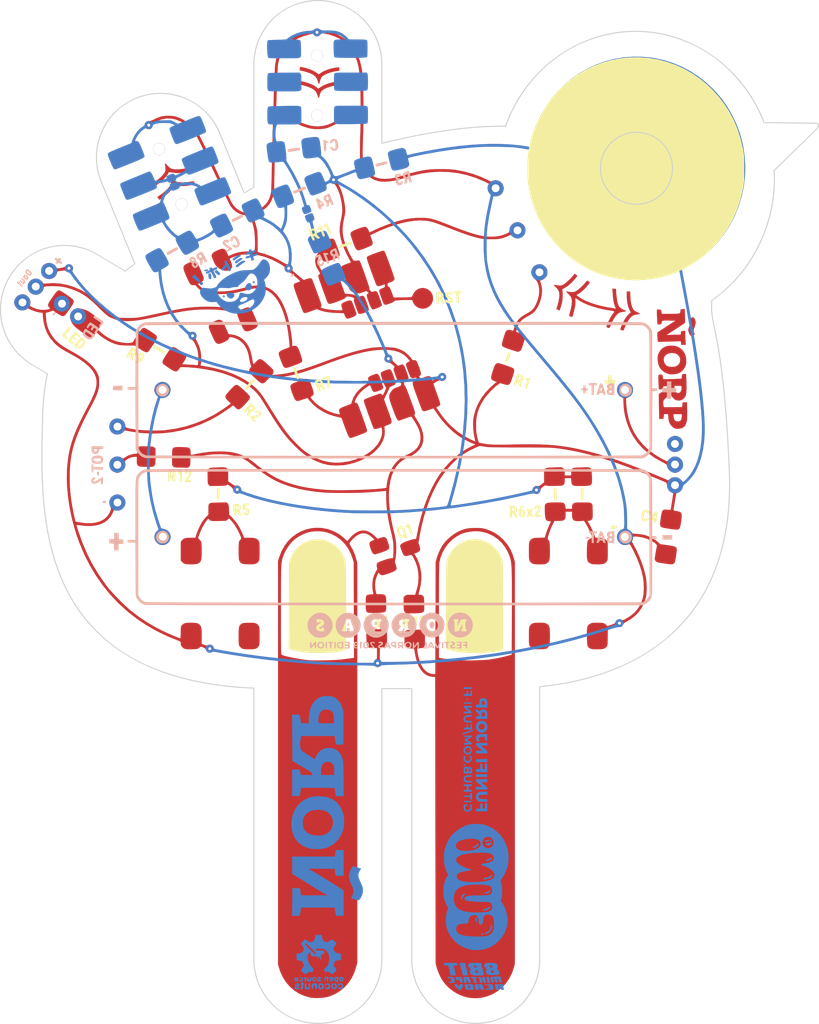
<source format=kicad_pcb>
(kicad_pcb (version 4) (host pcbnew 4.0.7)
  (layers (0 F.Cu signal) (31 B.Cu signal) (34 B.Paste user) (35 F.Paste user) (36 B.SilkS user) (37 F.SilkS user) (38 B.Mask user) (39 F.Mask user) (44 Edge.Cuts user))
  (net 0 "")
  (module LOGO (layer F.Cu) (at 0 0)
    (fp_text reference "G***" hide)
    (fp_text value "LOGO" hide)
    (fp_poly (pts (xy 5.012200 46.107873) (xy 5.066521 46.139662) (xy 5.091642 46.213119) (xy 5.092478 46.217417) (xy 5.089354 46.340835) (xy 5.034179 46.420534) (xy 4.968176 46.439667) (xy 4.928566 46.466346) (xy 4.935616 46.545500) (xy 4.945879 46.612921) (xy 4.917647 46.643221) (xy 4.830823 46.651127) (xy 4.791200 46.651334) (xy 4.678491 46.643975) (xy 4.624870 46.613356) (xy 4.606694 46.556516) (xy 4.563930 46.474513) (xy 4.512651 46.446340) (xy 4.389703 46.385193) (xy 4.294302 46.270920) (xy 4.264732 46.196250) (xy 4.258207 46.134674) (xy 4.293260 46.107508) (xy 4.390210 46.101038) (xy 4.405823 46.101000) (xy 4.517212 46.109457) (xy 4.572885 46.145213) (xy 4.596949 46.206834) (xy 4.648019 46.293607) (xy 4.704395 46.312667) (xy 4.760766 46.296758) (xy 4.764802 46.233784) (xy 4.758717 46.206834) (xy 4.748482 46.139143) (xy 4.777095 46.108915) (xy 4.864708 46.101176) (xy 4.901142 46.101000) (xy 5.012200 46.107873)) (layer B.Cu) (width 0.010000))
    (fp_poly (pts (xy 6.085759 46.302084) (xy 6.119423 46.437319) (xy 6.150598 46.546663) (xy 6.161058 46.577250) (xy 6.167328 46.613363) (xy 6.141901 46.635428) (xy 6.069814 46.646827) (xy 5.936101 46.650945) (xy 5.833453 46.651334) (xy 5.629493 46.644530) (xy 5.482557 46.625302) (xy 5.410262 46.598417) (xy 5.350093 46.517924) (xy 5.297388 46.395419) (xy 5.275493 46.310735) (xy 5.596819 46.310735) (xy 5.629285 46.415744) (xy 5.679666 46.491253) (xy 5.741527 46.523597) (xy 5.788916 46.505489) (xy 5.799666 46.463589) (xy 5.780181 46.351750) (xy 5.732685 46.250513) (xy 5.673617 46.190936) (xy 5.652547 46.185667) (xy 5.597386 46.216742) (xy 5.596819 46.310735) (xy 5.275493 46.310735) (xy 5.264281 46.267371) (xy 5.262904 46.170248) (xy 5.265312 46.162754) (xy 5.297708 46.131459) (xy 5.375195 46.112237) (xy 5.512046 46.102877) (xy 5.664067 46.101000) (xy 6.039125 46.101000) (xy 6.085759 46.302084)) (layer B.Cu) (width 0.010000))
    (fp_poly (pts (xy 6.592088 46.101648) (xy 6.755224 46.105753) (xy 6.887310 46.116025) (xy 6.963846 46.130405) (xy 6.970035 46.133398) (xy 7.010006 46.190746) (xy 7.053072 46.298132) (xy 7.067630 46.347065) (xy 7.103020 46.473143) (xy 7.132876 46.570161) (xy 7.140040 46.590481) (xy 7.135400 46.630743) (xy 7.070708 46.648712) (xy 6.994118 46.651334) (xy 6.881060 46.643465) (xy 6.824227 46.609857) (xy 6.798282 46.545500) (xy 6.748529 46.459782) (xy 6.693730 46.439667) (xy 6.638222 46.458786) (xy 6.633250 46.530019) (xy 6.635972 46.545500) (xy 6.641172 46.615378) (xy 6.605896 46.645011) (xy 6.508679 46.651326) (xy 6.501773 46.651334) (xy 6.394618 46.638124) (xy 6.334031 46.605159) (xy 6.330720 46.598417) (xy 6.267230 46.390944) (xy 6.235784 46.251057) (xy 6.236226 46.246063) (xy 6.561666 46.246063) (xy 6.597276 46.301021) (xy 6.649861 46.312667) (xy 6.714379 46.292443) (xy 6.720436 46.259750) (xy 6.674884 46.207038) (xy 6.610872 46.194063) (xy 6.565941 46.224061) (xy 6.561666 46.246063) (xy 6.236226 46.246063) (xy 6.243372 46.165469) (xy 6.296986 46.120890) (xy 6.403617 46.104032) (xy 6.570259 46.101606) (xy 6.592088 46.101648)) (layer B.Cu) (width 0.010000))
    (fp_poly (pts (xy 7.703680 46.103813) (xy 7.833030 46.111622) (xy 7.921737 46.124985) (xy 7.943702 46.133398) (xy 7.988892 46.197980) (xy 8.030534 46.312120) (xy 8.059571 46.440889) (xy 8.066942 46.549359) (xy 8.060381 46.583300) (xy 8.030772 46.618138) (xy 7.963755 46.639075) (xy 7.842785 46.649117) (xy 7.686026 46.651334) (xy 7.521784 46.648115) (xy 7.391659 46.639555) (xy 7.317597 46.627300) (xy 7.309555 46.623111) (xy 7.281952 46.571347) (xy 7.327003 46.539504) (xy 7.449195 46.525452) (xy 7.517694 46.524334) (xy 7.660324 46.518232) (xy 7.728723 46.498372) (xy 7.736628 46.471417) (xy 7.685618 46.425369) (xy 7.616684 46.404332) (xy 7.513301 46.378516) (xy 7.472503 46.346246) (xy 7.500416 46.320299) (xy 7.572727 46.312667) (xy 7.675218 46.302048) (xy 7.705906 46.276090) (xy 7.674126 46.243640) (xy 7.589214 46.213548) (xy 7.460505 46.194659) (xy 7.447339 46.193825) (xy 7.311696 46.179622) (xy 7.210547 46.157167) (xy 7.177616 46.140908) (xy 7.197183 46.124019) (xy 7.280439 46.111661) (xy 7.406518 46.104037) (xy 7.554554 46.101353) (xy 7.703680 46.103813)) (layer B.Cu) (width 0.010000))
    (fp_poly (pts (xy 9.021479 46.354956) (xy 9.052927 46.490915) (xy 9.068666 46.591039) (xy 9.066432 46.630123) (xy 9.013024 46.645407) (xy 8.921600 46.651334) (xy 8.824086 46.632829) (xy 8.765480 46.561286) (xy 8.750041 46.524334) (xy 8.692483 46.430534) (xy 8.627777 46.397334) (xy 8.577998 46.413438) (xy 8.570851 46.476618) (xy 8.578850 46.524334) (xy 8.589805 46.608016) (xy 8.562701 46.643412) (xy 8.476420 46.651249) (xy 8.449463 46.651334) (xy 8.324600 46.633249) (xy 8.270066 46.587201) (xy 8.260161 46.495170) (xy 8.269366 46.431635) (xy 8.260406 46.330838) (xy 8.224926 46.290222) (xy 8.197301 46.246063) (xy 8.509000 46.246063) (xy 8.544610 46.301021) (xy 8.597194 46.312667) (xy 8.661713 46.292443) (xy 8.667769 46.259750) (xy 8.622218 46.207038) (xy 8.558206 46.194063) (xy 8.513274 46.224061) (xy 8.509000 46.246063) (xy 8.197301 46.246063) (xy 8.178599 46.216170) (xy 8.183293 46.170622) (xy 8.210849 46.136201) (xy 8.272219 46.115033) (xy 8.383803 46.104259) (xy 8.562003 46.101020) (xy 8.582662 46.101000) (xy 8.955315 46.101000) (xy 9.021479 46.354956)) (layer B.Cu) (width 0.010000))
    (fp_poly (pts (xy -10.906824 46.031329) (xy -10.845800 46.067134) (xy -10.804517 46.148505) (xy -10.795000 46.213601) (xy -10.814462 46.283543) (xy -10.886145 46.332731) (xy -10.964334 46.360002) (xy -11.088511 46.408272) (xy -11.130407 46.447958) (xy -11.091782 46.470489) (xy -10.974397 46.467294) (xy -10.943167 46.463046) (xy -10.816114 46.455353) (xy -10.754999 46.475636) (xy -10.766191 46.517905) (xy -10.834551 46.565177) (xy -10.973211 46.605367) (xy -11.116282 46.595150) (xy -11.226941 46.537728) (xy -11.233960 46.530456) (xy -11.282906 46.434437) (xy -11.249972 46.349892) (xy -11.137659 46.281355) (xy -11.086953 46.264019) (xy -10.983784 46.225228) (xy -10.926281 46.188305) (xy -10.922000 46.178966) (xy -10.955005 46.149185) (xy -11.026249 46.145969) (xy -11.094083 46.167855) (xy -11.112500 46.185667) (xy -11.170124 46.225197) (xy -11.233395 46.215238) (xy -11.260667 46.165990) (xy -11.223862 46.092973) (xy -11.133033 46.041523) (xy -11.017560 46.018642) (xy -10.906824 46.031329)) (layer B.Cu) (width 0.010000))
    (fp_poly (pts (xy -10.483250 45.921595) (xy -10.430150 45.994762) (xy -10.398407 46.077040) (xy -10.404729 46.135976) (xy -10.411412 46.141734) (xy -10.436695 46.194878) (xy -10.457234 46.303215) (xy -10.464199 46.376985) (xy -10.477868 46.505834) (xy -10.504660 46.572262) (xy -10.554943 46.598466) (xy -10.568756 46.600838) (xy -10.652456 46.594330) (xy -10.685863 46.572013) (xy -10.682006 46.515432) (xy -10.668691 46.503594) (xy -10.640584 46.446365) (xy -10.627530 46.343071) (xy -10.629985 46.230512) (xy -10.648403 46.145488) (xy -10.664004 46.124637) (xy -10.679255 46.073964) (xy -10.652652 45.995897) (xy -10.601556 45.923555) (xy -10.543331 45.890058) (xy -10.541000 45.889994) (xy -10.483250 45.921595)) (layer B.Cu) (width 0.010000))
    (fp_poly (pts (xy -9.805082 46.036363) (xy -9.785307 46.107099) (xy -9.779043 46.244514) (xy -9.779000 46.261867) (xy -9.787057 46.435546) (xy -9.821076 46.541237) (xy -9.895829 46.590893) (xy -10.026088 46.596465) (xy -10.170584 46.578679) (xy -10.233435 46.564663) (xy -10.268278 46.533035) (xy -10.283362 46.463245) (xy -10.286938 46.334741) (xy -10.287000 46.288688) (xy -10.282685 46.135242) (xy -10.267280 46.050319) (xy -10.237097 46.018098) (xy -10.223500 46.016334) (xy -10.178341 46.045729) (xy -10.160677 46.141951) (xy -10.160000 46.177576) (xy -10.140799 46.326156) (xy -10.089965 46.430602) (xy -10.017648 46.474865) (xy -9.975622 46.469040) (xy -9.930593 46.425819) (xy -9.909439 46.329152) (xy -9.906000 46.229329) (xy -9.899282 46.095754) (xy -9.875998 46.030271) (xy -9.842500 46.016334) (xy -9.805082 46.036363)) (layer B.Cu) (width 0.010000))
    (fp_poly (pts (xy -8.552705 46.052103) (xy -8.458697 46.151365) (xy -8.424340 46.303186) (xy -8.424334 46.305417) (xy -8.459311 46.454136) (xy -8.550754 46.557610) (xy -8.678431 46.603941) (xy -8.822108 46.581230) (xy -8.860597 46.561963) (xy -8.953929 46.463074) (xy -8.991296 46.324802) (xy -8.981396 46.262606) (xy -8.833700 46.262606) (xy -8.833547 46.361050) (xy -8.804878 46.419050) (xy -8.718850 46.477321) (xy -8.636500 46.453140) (xy -8.593667 46.397334) (xy -8.574063 46.291787) (xy -8.612966 46.197708) (xy -8.694832 46.146015) (xy -8.721350 46.143334) (xy -8.792891 46.178779) (xy -8.833700 46.262606) (xy -8.981396 46.262606) (xy -8.970971 46.197112) (xy -8.909527 46.083532) (xy -8.820170 46.029638) (xy -8.695478 46.016982) (xy -8.552705 46.052103)) (layer B.Cu) (width 0.010000))
    (fp_poly (pts (xy -7.976058 46.034153) (xy -7.898191 46.082857) (xy -7.842340 46.188861) (xy -7.830565 46.325546) (xy -7.860700 46.456753) (xy -7.925753 46.543100) (xy -8.020366 46.593162) (xy -8.085667 46.609000) (xy -8.168745 46.585837) (xy -8.245581 46.543100) (xy -8.315405 46.480954) (xy -8.339667 46.437266) (xy -8.307824 46.403131) (xy -8.239572 46.400554) (xy -8.175829 46.426606) (xy -8.158138 46.450250) (xy -8.123318 46.481567) (xy -8.059360 46.456510) (xy -7.982332 46.369786) (xy -7.973126 46.259591) (xy -8.024946 46.167769) (xy -8.086229 46.120542) (xy -8.139466 46.138055) (xy -8.168115 46.162492) (xy -8.255610 46.218677) (xy -8.319296 46.218653) (xy -8.339667 46.172967) (xy -8.303466 46.089496) (xy -8.212831 46.034870) (xy -8.094711 46.014589) (xy -7.976058 46.034153)) (layer B.Cu) (width 0.010000))
    (fp_poly (pts (xy -7.313314 46.040349) (xy -7.204568 46.117918) (xy -7.156376 46.252929) (xy -7.154334 46.294989) (xy -7.184702 46.430530) (xy -7.265876 46.521261) (xy -7.370018 46.590256) (xy -7.456960 46.601557) (xy -7.567137 46.559492) (xy -7.576964 46.554560) (xy -7.688813 46.456185) (xy -7.722906 46.351131) (xy -7.569040 46.351131) (xy -7.525632 46.432436) (xy -7.442757 46.475425) (xy -7.373091 46.442928) (xy -7.333784 46.344030) (xy -7.332089 46.329881) (xy -7.343248 46.210875) (xy -7.392812 46.134879) (xy -7.465230 46.117828) (xy -7.514167 46.143334) (xy -7.568621 46.236305) (xy -7.569040 46.351131) (xy -7.722906 46.351131) (xy -7.732907 46.320316) (xy -7.702713 46.167940) (xy -7.699474 46.160971) (xy -7.639708 46.073553) (xy -7.550020 46.033527) (xy -7.477964 46.024114) (xy -7.313314 46.040349)) (layer B.Cu) (width 0.010000))
    (fp_poly (pts (xy -6.709811 46.018250) (xy -6.621899 46.077262) (xy -6.619175 46.080869) (xy -6.572767 46.198216) (xy -6.565621 46.340911) (xy -6.598228 46.465208) (xy -6.614584 46.490801) (xy -6.727239 46.572501) (xy -6.866013 46.580920) (xy -6.942292 46.554094) (xy -7.017496 46.496084) (xy -7.060399 46.427163) (xy -7.060896 46.372203) (xy -7.023188 46.355000) (xy -6.953792 46.381318) (xy -6.889260 46.428522) (xy -6.825499 46.477254) (xy -6.783117 46.463965) (xy -6.748344 46.420430) (xy -6.701262 46.337714) (xy -6.688667 46.291500) (xy -6.711782 46.222557) (xy -6.748344 46.162570) (xy -6.797655 46.107345) (xy -6.843030 46.115595) (xy -6.889260 46.154479) (xy -6.981650 46.216395) (xy -7.047193 46.219610) (xy -7.069667 46.169684) (xy -7.033435 46.084539) (xy -6.943061 46.027307) (xy -6.826026 46.003405) (xy -6.709811 46.018250)) (layer B.Cu) (width 0.010000))
    (fp_poly (pts (xy -9.101667 46.025090) (xy -9.101667 46.295878) (xy -9.104507 46.443603) (xy -9.116823 46.525471) (xy -9.144309 46.560209) (xy -9.184014 46.566667) (xy -9.235881 46.552202) (xy -9.264196 46.495199) (xy -9.278628 46.375246) (xy -9.279264 46.365584) (xy -9.292932 46.241623) (xy -9.319745 46.181544) (xy -9.369762 46.164618) (xy -9.376834 46.164500) (xy -9.429898 46.178069) (xy -9.458694 46.232595) (xy -9.473277 46.348807) (xy -9.474403 46.365584) (xy -9.496582 46.502127) (xy -9.534152 46.563823) (xy -9.577007 46.548354) (xy -9.615040 46.453404) (xy -9.625465 46.400200) (xy -9.632806 46.262603) (xy -9.616210 46.141204) (xy -9.611357 46.126611) (xy -9.579547 46.064863) (xy -9.528505 46.033272) (xy -9.433641 46.022515) (xy -9.336148 46.022289) (xy -9.101667 46.025090)) (layer B.Cu) (width 0.010000))
    (fp_poly (pts (xy -7.027334 45.391314) (xy -7.027334 45.682657) (xy -7.031177 45.842108) (xy -7.044979 45.932775) (xy -7.072146 45.970286) (xy -7.090834 45.974000) (xy -7.142438 45.938286) (xy -7.154334 45.884804) (xy -7.171384 45.820551) (xy -7.223956 45.822325) (xy -7.309486 45.815953) (xy -7.393017 45.754904) (xy -7.445171 45.664620) (xy -7.450667 45.625989) (xy -7.446287 45.603584) (xy -7.315896 45.603584) (xy -7.313440 45.689006) (xy -7.267521 45.718457) (xy -7.239000 45.720000) (xy -7.174571 45.704161) (xy -7.159044 45.640585) (xy -7.162105 45.603584) (xy -7.193065 45.514128) (xy -7.239000 45.487167) (xy -7.292154 45.525056) (xy -7.315896 45.603584) (xy -7.446287 45.603584) (xy -7.423784 45.488503) (xy -7.339481 45.411228) (xy -7.196598 45.388978) (xy -7.027334 45.391314)) (layer B.Cu) (width 0.010000))
    (fp_poly (pts (xy 3.883681 45.389983) (xy 4.038025 45.399617) (xy 4.130439 45.417223) (xy 4.183658 45.451241) (xy 4.220418 45.510109) (xy 4.223281 45.516044) (xy 4.262988 45.637581) (xy 4.286411 45.780083) (xy 4.287183 45.791211) (xy 4.296833 45.952834) (xy 4.016309 45.965232) (xy 3.857142 45.967908) (xy 3.763925 45.956345) (xy 3.718676 45.927430) (xy 3.710720 45.912315) (xy 3.710581 45.871632) (xy 3.762093 45.852001) (xy 3.878356 45.847000) (xy 4.003759 45.838741) (xy 4.053613 45.812425) (xy 4.053436 45.794084) (xy 4.001550 45.742980) (xy 3.954658 45.726474) (xy 3.867653 45.698577) (xy 3.828479 45.664211) (xy 3.849086 45.639285) (xy 3.886200 45.635334) (xy 3.961716 45.610774) (xy 3.979333 45.571834) (xy 3.954402 45.529980) (xy 3.869631 45.510915) (xy 3.788833 45.508334) (xy 3.664432 45.500446) (xy 3.607224 45.473046) (xy 3.598333 45.442899) (xy 3.612768 45.407955) (xy 3.667297 45.390214) (xy 3.778752 45.386555) (xy 3.883681 45.389983)) (layer B.Cu) (width 0.010000))
    (fp_poly (pts (xy 5.023500 45.614167) (xy 5.064441 45.787236) (xy 5.076604 45.894761) (xy 5.057905 45.951547) (xy 5.006259 45.972396) (xy 4.972838 45.974000) (xy 4.884626 45.951777) (xy 4.845838 45.910500) (xy 4.814284 45.809498) (xy 4.806161 45.783500) (xy 4.748644 45.734936) (xy 4.639852 45.720000) (xy 4.495558 45.692145) (xy 4.399175 45.617688) (xy 4.374129 45.534120) (xy 4.619528 45.534120) (xy 4.630038 45.592668) (xy 4.642555 45.607111) (xy 4.704517 45.634077) (xy 4.739913 45.590016) (xy 4.741333 45.571834) (xy 4.707446 45.515709) (xy 4.677833 45.508334) (xy 4.619528 45.534120) (xy 4.374129 45.534120) (xy 4.366988 45.510296) (xy 4.368663 45.492474) (xy 4.383180 45.444967) (xy 4.422502 45.417893) (xy 4.505797 45.405620) (xy 4.652232 45.402523) (xy 4.675067 45.402500) (xy 4.968634 45.402500) (xy 5.023500 45.614167)) (layer B.Cu) (width 0.010000))
    (fp_poly (pts (xy 5.567373 45.386686) (xy 5.668870 45.410786) (xy 5.703706 45.434250) (xy 5.735904 45.503081) (xy 5.774957 45.621793) (xy 5.811580 45.757152) (xy 5.836488 45.875925) (xy 5.842000 45.929246) (xy 5.805720 45.962632) (xy 5.733964 45.974000) (xy 5.645007 45.950812) (xy 5.589174 45.867306) (xy 5.581656 45.847000) (xy 5.534419 45.758751) (xy 5.481097 45.720074) (xy 5.479083 45.720000) (xy 5.440840 45.745814) (xy 5.443420 45.832461) (xy 5.446183 45.847000) (xy 5.456087 45.935765) (xy 5.424499 45.969389) (xy 5.362956 45.974000) (xy 5.275032 45.963018) (xy 5.237191 45.942250) (xy 5.202131 45.850530) (xy 5.168739 45.721891) (xy 5.143558 45.588764) (xy 5.139785 45.550667) (xy 5.376333 45.550667) (xy 5.410621 45.588224) (xy 5.439833 45.593000) (xy 5.496169 45.570141) (xy 5.503333 45.550667) (xy 5.469045 45.513110) (xy 5.439833 45.508334) (xy 5.383497 45.531192) (xy 5.376333 45.550667) (xy 5.139785 45.550667) (xy 5.133138 45.483577) (xy 5.137079 45.446299) (xy 5.190986 45.409212) (xy 5.299775 45.386508) (xy 5.434789 45.378796) (xy 5.567373 45.386686)) (layer B.Cu) (width 0.010000))
    (fp_poly (pts (xy 6.328784 45.388037) (xy 6.438847 45.406347) (xy 6.479936 45.433561) (xy 6.445831 45.466975) (xy 6.396563 45.485824) (xy 6.351764 45.506691) (xy 6.336287 45.546171) (xy 6.348147 45.626834) (xy 6.374894 45.732094) (xy 6.407581 45.856343) (xy 6.429139 45.941102) (xy 6.434164 45.963417) (xy 6.397711 45.970890) (xy 6.309355 45.974000) (xy 6.309298 45.974000) (xy 6.227975 45.964582) (xy 6.180403 45.921216) (xy 6.144982 45.821230) (xy 6.137874 45.794084) (xy 6.098898 45.646797) (xy 6.069165 45.562408) (xy 6.037293 45.521697) (xy 5.991901 45.505445) (xy 5.964321 45.501034) (xy 5.882242 45.469066) (xy 5.852371 45.434250) (xy 5.866876 45.405745) (xy 5.940519 45.388892) (xy 6.083959 45.381834) (xy 6.155972 45.381334) (xy 6.328784 45.388037)) (layer B.Cu) (width 0.010000))
    (fp_poly (pts (xy 7.198306 45.393826) (xy 7.241914 45.443748) (xy 7.249400 45.549768) (xy 7.244866 45.611148) (xy 7.256624 45.690628) (xy 7.277135 45.717406) (xy 7.315920 45.773241) (xy 7.346066 45.858008) (xy 7.358310 45.939126) (xy 7.323733 45.969667) (xy 7.246952 45.974000) (xy 7.151660 45.959906) (xy 7.105294 45.900115) (xy 7.090833 45.847000) (xy 7.052014 45.755407) (xy 6.999439 45.720000) (xy 6.957873 45.740398) (xy 6.957329 45.814129) (xy 6.963833 45.847000) (xy 6.975965 45.935471) (xy 6.944045 45.969011) (xy 6.865952 45.974000) (xy 6.767432 45.956562) (xy 6.720131 45.891383) (xy 6.714460 45.871531) (xy 6.703937 45.765457) (xy 6.713982 45.703285) (xy 6.707250 45.624079) (xy 6.671611 45.569898) (xy 6.608641 45.477578) (xy 6.621357 45.411383) (xy 6.706675 45.381928) (xy 6.726410 45.381334) (xy 6.823317 45.399734) (xy 6.870244 45.468783) (xy 6.875383 45.487167) (xy 6.917008 45.566639) (xy 6.965446 45.593000) (xy 7.008530 45.569674) (xy 7.002924 45.489339) (xy 7.002383 45.487167) (xy 6.993059 45.413677) (xy 7.030749 45.385447) (xy 7.107410 45.381334) (xy 7.198306 45.393826)) (layer B.Cu) (width 0.010000))
    (fp_poly (pts (xy 7.487853 45.381334) (xy 7.554518 45.387211) (xy 7.598584 45.417136) (xy 7.632905 45.489550) (xy 7.670336 45.622894) (xy 7.678353 45.654617) (xy 7.718719 45.815577) (xy 7.737733 45.910960) (xy 7.732557 45.957808) (xy 7.700352 45.973160) (xy 7.638279 45.974059) (xy 7.625146 45.974000) (xy 7.558481 45.968123) (xy 7.514415 45.938198) (xy 7.480094 45.865784) (xy 7.442663 45.732440) (xy 7.434646 45.700717) (xy 7.394280 45.539757) (xy 7.375266 45.444373) (xy 7.380442 45.397526) (xy 7.412647 45.382174) (xy 7.474720 45.381275) (xy 7.487853 45.381334)) (layer B.Cu) (width 0.010000))
    (fp_poly (pts (xy 8.807939 45.645917) (xy 8.880667 45.931667) (xy 8.757005 45.931667) (xy 8.686989 45.928192) (xy 8.641779 45.905785) (xy 8.608469 45.846477) (xy 8.574152 45.732295) (xy 8.551791 45.645917) (xy 8.507675 45.526269) (xy 8.456560 45.468624) (xy 8.443868 45.466000) (xy 8.388731 45.471892) (xy 8.382502 45.476584) (xy 8.392722 45.519784) (xy 8.418497 45.619763) (xy 8.442170 45.709417) (xy 8.501336 45.931667) (xy 8.376839 45.931667) (xy 8.306391 45.928204) (xy 8.260941 45.905834) (xy 8.227532 45.846588) (xy 8.193205 45.732493) (xy 8.170791 45.645917) (xy 8.126675 45.526269) (xy 8.075560 45.468624) (xy 8.062868 45.466000) (xy 8.007731 45.471892) (xy 8.001502 45.476584) (xy 8.011719 45.519795) (xy 8.037453 45.619607) (xy 8.060438 45.706639) (xy 8.091683 45.836279) (xy 8.096629 45.907148) (xy 8.074920 45.941072) (xy 8.056473 45.950056) (xy 7.970802 45.970100) (xy 7.909950 45.943277) (xy 7.861079 45.856986) (xy 7.815459 45.713514) (xy 7.778088 45.549850) (xy 7.771549 45.443769) (xy 7.782901 45.413166) (xy 7.839425 45.396270) (xy 7.961282 45.381618) (xy 8.129139 45.371018) (xy 8.278987 45.366735) (xy 8.735210 45.360167) (xy 8.807939 45.645917)) (layer B.Cu) (width 0.010000))
    (fp_poly (pts (xy -11.009387 45.452140) (xy -10.936883 45.538495) (xy -10.922000 45.635334) (xy -10.954598 45.762461) (xy -11.042956 45.833911) (xy -11.172924 45.841762) (xy -11.250084 45.818964) (xy -11.305061 45.778995) (xy -11.290545 45.745766) (xy -11.221260 45.734738) (xy -11.176000 45.741167) (xy -11.079884 45.749219) (xy -11.049000 45.723364) (xy -11.085713 45.691039) (xy -11.173502 45.677667) (xy -11.282732 45.664750) (xy -11.321071 45.616681) (xy -11.306494 45.550667) (xy -11.197167 45.550667) (xy -11.184205 45.583987) (xy -11.136166 45.593000) (xy -11.066030 45.575728) (xy -11.049000 45.550667) (xy -11.083108 45.512697) (xy -11.110002 45.508334) (xy -11.182077 45.534134) (xy -11.197167 45.550667) (xy -11.306494 45.550667) (xy -11.299607 45.519480) (xy -11.299394 45.518917) (xy -11.238242 45.442607) (xy -11.143498 45.423667) (xy -11.009387 45.452140)) (layer B.Cu) (width 0.010000))
    (fp_poly (pts (xy -10.572080 45.436037) (xy -10.511782 45.488950) (xy -10.492176 45.526841) (xy -10.464822 45.662192) (xy -10.504442 45.772263) (xy -10.600219 45.837404) (xy -10.668422 45.847000) (xy -10.775137 45.826258) (xy -10.822726 45.781674) (xy -10.829949 45.705072) (xy -10.785020 45.688487) (xy -10.734378 45.717612) (xy -10.655883 45.749176) (xy -10.601684 45.705630) (xy -10.583334 45.606377) (xy -10.592139 45.532859) (xy -10.635711 45.512549) (xy -10.713736 45.523831) (xy -10.805318 45.532666) (xy -10.829036 45.506056) (xy -10.826892 45.497372) (xy -10.776855 45.457040) (xy -10.679705 45.432017) (xy -10.675628 45.431591) (xy -10.572080 45.436037)) (layer B.Cu) (width 0.010000))
    (fp_poly (pts (xy -10.211468 45.435346) (xy -10.174035 45.462595) (xy -10.161335 45.536287) (xy -10.160000 45.638165) (xy -10.166973 45.770279) (xy -10.191061 45.834282) (xy -10.223500 45.847000) (xy -10.270272 45.815174) (xy -10.286846 45.713306) (xy -10.287000 45.697505) (xy -10.305188 45.577456) (xy -10.350500 45.523642) (xy -10.409940 45.484658) (xy -10.391623 45.451393) (xy -10.302366 45.433583) (xy -10.287000 45.432941) (xy -10.211468 45.435346)) (layer B.Cu) (width 0.010000))
    (fp_poly (pts (xy -9.981700 45.433090) (xy -9.948179 45.522573) (xy -9.940306 45.582417) (xy -9.915118 45.701106) (xy -9.865004 45.741150) (xy -9.863667 45.741167) (xy -9.813012 45.702756) (xy -9.787311 45.585754) (xy -9.787028 45.582417) (xy -9.761035 45.470390) (xy -9.718294 45.420878) (xy -9.676398 45.437654) (xy -9.652940 45.524493) (xy -9.652000 45.553450) (xy -9.672201 45.713729) (xy -9.737052 45.806282) (xy -9.852929 45.838903) (xy -9.885414 45.838830) (xy -9.989897 45.829533) (xy -10.051077 45.814099) (xy -10.053963 45.811926) (xy -10.067058 45.760106) (xy -10.074606 45.655250) (xy -10.075334 45.607111) (xy -10.060017 45.478054) (xy -10.023893 45.419149) (xy -9.981700 45.433090)) (layer B.Cu) (width 0.010000))
    (fp_poly (pts (xy -9.256448 45.435621) (xy -9.182652 45.519139) (xy -9.154473 45.626280) (xy -9.187806 45.736707) (xy -9.209044 45.764039) (xy -9.309831 45.830434) (xy -9.422360 45.842952) (xy -9.512233 45.798222) (xy -9.515794 45.794084) (xy -9.571491 45.675612) (xy -9.570428 45.598940) (xy -9.479249 45.598940) (xy -9.450166 45.690813) (xy -9.431338 45.712063) (xy -9.354439 45.749438) (xy -9.294875 45.709223) (xy -9.278088 45.661542) (xy -9.286516 45.570003) (xy -9.335076 45.508251) (xy -9.401202 45.499137) (xy -9.424784 45.512995) (xy -9.479249 45.598940) (xy -9.570428 45.598940) (xy -9.569741 45.549489) (xy -9.513825 45.447535) (xy -9.477312 45.420801) (xy -9.359967 45.396062) (xy -9.256448 45.435621)) (layer B.Cu) (width 0.010000))
    (fp_poly (pts (xy -8.783617 45.424123) (xy -8.725246 45.507933) (xy -8.748524 45.586382) (xy -8.847667 45.648292) (xy -8.935261 45.690530) (xy -8.974513 45.727593) (xy -8.974667 45.729281) (xy -8.942837 45.760229) (xy -8.860322 45.744981) (xy -8.802551 45.718511) (xy -8.738513 45.696538) (xy -8.720681 45.732976) (xy -8.720667 45.735148) (xy -8.756266 45.801081) (xy -8.842038 45.839009) (xy -8.946443 45.843102) (xy -9.037940 45.807527) (xy -9.050867 45.796200) (xy -9.099162 45.709926) (xy -9.065222 45.635524) (xy -8.974667 45.586657) (xy -8.886716 45.545292) (xy -8.847774 45.505797) (xy -8.847667 45.504192) (xy -8.874734 45.468407) (xy -8.928207 45.481439) (xy -8.953500 45.508334) (xy -9.007649 45.549171) (xy -9.052003 45.523764) (xy -9.059334 45.487973) (xy -9.023675 45.430310) (xy -8.940145 45.397298) (xy -8.843916 45.397083) (xy -8.783617 45.424123)) (layer B.Cu) (width 0.010000))
    (fp_poly (pts (xy -7.641627 45.397670) (xy -7.562455 45.471839) (xy -7.525473 45.598513) (xy -7.524750 45.621579) (xy -7.559738 45.746192) (xy -7.649936 45.821642) (xy -7.773193 45.833175) (xy -7.821084 45.818964) (xy -7.869355 45.763135) (xy -7.874000 45.736150) (xy -7.858678 45.697042) (xy -7.799418 45.714730) (xy -7.788459 45.720468) (xy -7.694018 45.745331) (xy -7.631545 45.715385) (xy -7.620000 45.675168) (xy -7.657223 45.648836) (xy -7.748747 45.635677) (xy -7.768167 45.635334) (xy -7.880682 45.615673) (xy -7.917244 45.560515) (xy -7.906028 45.537779) (xy -7.776305 45.537779) (xy -7.725043 45.550358) (xy -7.704667 45.550667) (xy -7.637380 45.542130) (xy -7.644143 45.510209) (xy -7.653867 45.499867) (xy -7.711474 45.470864) (xy -7.755467 45.499867) (xy -7.776305 45.537779) (xy -7.906028 45.537779) (xy -7.875352 45.475599) (xy -7.849810 45.447857) (xy -7.743807 45.386259) (xy -7.641627 45.397670)) (layer B.Cu) (width 0.010000))
    (fp_poly (pts (xy -6.602418 45.411427) (xy -6.532995 45.502036) (xy -6.519334 45.599066) (xy -6.549559 45.698311) (xy -6.621605 45.790770) (xy -6.707530 45.843712) (xy -6.731000 45.847000) (xy -6.779433 45.825264) (xy -6.848581 45.781100) (xy -6.920184 45.688147) (xy -6.935993 45.603584) (xy -6.807896 45.603584) (xy -6.805440 45.689006) (xy -6.759521 45.718457) (xy -6.731000 45.720000) (xy -6.666571 45.704161) (xy -6.651044 45.640585) (xy -6.654105 45.603584) (xy -6.685065 45.514128) (xy -6.731000 45.487167) (xy -6.784154 45.525056) (xy -6.807896 45.603584) (xy -6.935993 45.603584) (xy -6.942786 45.567253) (xy -6.911631 45.456755) (xy -6.891867 45.432134) (xy -6.812707 45.393016) (xy -6.731000 45.381334) (xy -6.602418 45.411427)) (layer B.Cu) (width 0.010000))
    (fp_poly (pts (xy -8.001000 45.595559) (xy -8.008517 45.729595) (xy -8.033740 45.793830) (xy -8.061945 45.804667) (xy -8.110622 45.764430) (xy -8.135965 45.646678) (xy -8.136028 45.645917) (xy -8.161216 45.527227) (xy -8.211331 45.487184) (xy -8.212667 45.487167) (xy -8.263322 45.525578) (xy -8.289023 45.642579) (xy -8.289306 45.645917) (xy -8.309737 45.763178) (xy -8.337923 45.803029) (xy -8.363363 45.770736) (xy -8.375555 45.671563) (xy -8.373737 45.603584) (xy -8.360834 45.402500) (xy -8.180917 45.394476) (xy -8.001000 45.386451) (xy -8.001000 45.595559)) (layer B.Cu) (width 0.010000))
    (fp_poly (pts (xy 4.128857 44.027924) (xy 4.310731 44.032374) (xy 4.430275 44.041040) (xy 4.498644 44.054941) (xy 4.526993 44.075097) (xy 4.529666 44.086704) (xy 4.544516 44.179797) (xy 4.555362 44.213704) (xy 4.556838 44.255093) (xy 4.508416 44.275194) (xy 4.393278 44.280658) (xy 4.386029 44.280667) (xy 4.271045 44.286833) (xy 4.201440 44.302471) (xy 4.191848 44.312417) (xy 4.202225 44.364641) (xy 4.229456 44.479370) (xy 4.268852 44.637226) (xy 4.296833 44.746334) (xy 4.341573 44.923941) (xy 4.376873 45.073243) (xy 4.397967 45.173574) (xy 4.401818 45.201417) (xy 4.367151 45.234723) (xy 4.258075 45.251599) (xy 4.152848 45.254334) (xy 3.903030 45.254334) (xy 3.784293 44.767500) (xy 3.665557 44.280667) (xy 3.467549 44.280667) (xy 3.326030 44.265107) (xy 3.248783 44.208810) (xy 3.219607 44.097353) (xy 3.217911 44.058417) (xy 3.257637 44.047537) (xy 3.367647 44.038264) (xy 3.533564 44.031293) (xy 3.741010 44.027322) (xy 3.873500 44.026667) (xy 4.128857 44.027924)) (layer B.Cu) (width 0.010000))
    (fp_poly (pts (xy 5.432944 44.615737) (xy 5.488190 44.827253) (xy 5.534750 45.008629) (xy 5.568771 45.144611) (xy 5.586400 45.219942) (xy 5.588000 45.229570) (xy 5.549544 45.242669) (xy 5.449646 45.251645) (xy 5.335631 45.254334) (xy 5.083263 45.254334) (xy 5.036371 45.074417) (xy 5.003630 44.950311) (xy 4.957050 44.775632) (xy 4.904946 44.581524) (xy 4.886603 44.513500) (xy 4.841416 44.340751) (xy 4.806328 44.196338) (xy 4.786398 44.101582) (xy 4.783696 44.079584) (xy 4.819715 44.045993) (xy 4.931162 44.029168) (xy 5.030778 44.026667) (xy 5.277889 44.026667) (xy 5.432944 44.615737)) (layer B.Cu) (width 0.010000))
    (fp_poly (pts (xy 6.836833 44.026919) (xy 6.989244 44.614949) (xy 7.141656 45.202979) (xy 6.989244 45.228191) (xy 6.833735 45.245849) (xy 6.648817 45.254836) (xy 6.454418 45.255744) (xy 6.270469 45.249165) (xy 6.116897 45.235693) (xy 6.013632 45.215919) (xy 5.981686 45.198224) (xy 5.913315 45.133989) (xy 5.879828 45.117219) (xy 5.827969 45.068286) (xy 5.784330 44.979162) (xy 5.756140 44.877532) (xy 5.753161 44.830816) (xy 6.265259 44.830816) (xy 6.291029 44.933371) (xy 6.338200 44.973248) (xy 6.421290 44.997555) (xy 6.505804 45.001795) (xy 6.557248 44.981469) (xy 6.561088 44.968584) (xy 6.532631 44.828812) (xy 6.453587 44.756931) (xy 6.387395 44.746334) (xy 6.293510 44.765891) (xy 6.265259 44.830816) (xy 5.753161 44.830816) (xy 5.750627 44.791079) (xy 5.775018 44.747491) (xy 5.783001 44.746334) (xy 5.829211 44.735541) (xy 5.837860 44.688224) (xy 5.816341 44.591497) (xy 5.766185 44.509968) (xy 5.717506 44.480723) (xy 5.664869 44.434857) (xy 5.623476 44.347733) (xy 5.617244 44.319538) (xy 6.138333 44.319538) (xy 6.169878 44.432498) (xy 6.262608 44.487310) (xy 6.316725 44.492334) (xy 6.404093 44.482355) (xy 6.423883 44.445610) (xy 6.418029 44.425371) (xy 6.395186 44.344720) (xy 6.392333 44.319538) (xy 6.355532 44.292241) (xy 6.266868 44.280670) (xy 6.265333 44.280667) (xy 6.176147 44.291931) (xy 6.138342 44.319068) (xy 6.138333 44.319538) (xy 5.617244 44.319538) (xy 5.602246 44.251691) (xy 5.610097 44.179070) (xy 5.629341 44.161053) (xy 5.668924 44.112199) (xy 5.672666 44.086639) (xy 5.687111 44.062037) (xy 5.738251 44.044956) (xy 5.837795 44.034191) (xy 5.997451 44.028540) (xy 6.228927 44.026799) (xy 6.254750 44.026793) (xy 6.836833 44.026919)) (layer B.Cu) (width 0.010000))
    (fp_poly (pts (xy 7.986014 44.032417) (xy 8.181687 44.051814) (xy 8.315487 44.088076) (xy 8.398489 44.144423) (xy 8.441768 44.224075) (xy 8.445543 44.238334) (xy 8.474095 44.351239) (xy 8.492696 44.418250) (xy 8.486233 44.480765) (xy 8.448352 44.492334) (xy 8.397436 44.497445) (xy 8.386835 44.528517) (xy 8.412478 44.609153) (xy 8.423285 44.637744) (xy 8.473051 44.717756) (xy 8.523969 44.746334) (xy 8.571894 44.784166) (xy 8.616492 44.881246) (xy 8.626349 44.915667) (xy 8.648812 45.025442) (xy 8.640680 45.075206) (xy 8.610332 45.085000) (xy 8.558138 45.118984) (xy 8.551333 45.148500) (xy 8.538520 45.176023) (xy 8.491402 45.194484) (xy 8.396962 45.205532) (xy 8.242181 45.210814) (xy 8.049514 45.212000) (xy 7.834251 45.210949) (xy 7.686013 45.205808) (xy 7.587166 45.193595) (xy 7.520075 45.171327) (xy 7.467106 45.136022) (xy 7.435681 45.108188) (xy 7.360673 45.022605) (xy 7.324309 44.949557) (xy 7.323666 44.942317) (xy 7.308726 44.847058) (xy 7.297970 44.813296) (xy 7.299001 44.798616) (xy 7.809058 44.798616) (xy 7.811828 44.809834) (xy 7.843382 44.910835) (xy 7.851504 44.936834) (xy 7.902017 44.980880) (xy 7.990267 45.000505) (xy 8.072287 44.990077) (xy 8.099364 44.968584) (xy 8.100485 44.908437) (xy 8.082060 44.841584) (xy 8.024681 44.767380) (xy 7.919026 44.746334) (xy 7.829468 44.758135) (xy 7.809058 44.798616) (xy 7.299001 44.798616) (xy 7.301907 44.757256) (xy 7.344833 44.746334) (xy 7.396546 44.722854) (xy 7.391695 44.679371) (xy 7.368415 44.584007) (xy 7.366000 44.552371) (xy 7.330977 44.502781) (xy 7.286044 44.492334) (xy 7.224333 44.465909) (xy 7.185350 44.375967) (xy 7.176537 44.334808) (xy 7.176495 44.334299) (xy 7.704666 44.334299) (xy 7.719179 44.436517) (xy 7.776729 44.482726) (xy 7.877394 44.492334) (xy 7.957997 44.483740) (xy 7.976403 44.440403) (xy 7.962792 44.375917) (xy 7.910539 44.280555) (xy 7.818286 44.246105) (xy 7.734962 44.248569) (xy 7.706457 44.297343) (xy 7.704666 44.334299) (xy 7.176495 44.334299) (xy 7.166567 44.215114) (xy 7.192166 44.162239) (xy 7.192992 44.161947) (xy 7.235043 44.112220) (xy 7.239000 44.086639) (xy 7.254766 44.059827) (xy 7.310475 44.042038) (xy 7.418741 44.031692) (xy 7.592177 44.027208) (xy 7.717393 44.026667) (xy 7.986014 44.032417)) (layer B.Cu) (width 0.010000))
    (fp_poly (pts (xy -8.592937 41.596372) (xy -8.562285 41.746038) (xy -8.530223 41.836506) (xy -8.480556 41.891942) (xy -8.397087 41.936516) (xy -8.351800 41.956206) (xy -8.232255 42.003823) (xy -8.143076 42.032848) (xy -8.119579 42.037000) (xy -8.064107 42.013557) (xy -7.965553 41.952867) (xy -7.874000 41.888834) (xy -7.760131 41.809311) (xy -7.672524 41.755531) (xy -7.636950 41.740667) (xy -7.590939 41.768317) (xy -7.504815 41.840653) (xy -7.401918 41.937486) (xy -7.202095 42.134305) (xy -7.365895 42.375511) (xy -7.529695 42.616718) (xy -7.431167 42.829379) (xy -7.369489 42.952520) (xy -7.312785 43.019684) (xy -7.233263 43.052964) (xy -7.127070 43.071099) (xy -6.955474 43.096646) (xy -6.850836 43.124954) (xy -6.796620 43.172825) (xy -6.776288 43.257060) (xy -6.773304 43.394460) (xy -6.773334 43.430495) (xy -6.773334 43.717618) (xy -7.054684 43.776892) (xy -7.336033 43.836167) (xy -7.419599 44.056871) (xy -7.503164 44.277575) (xy -7.347528 44.494208) (xy -7.268578 44.611133) (xy -7.217261 44.700894) (xy -7.204863 44.740786) (xy -7.240783 44.783011) (xy -7.321491 44.863275) (xy -7.416242 44.951958) (xy -7.614651 45.133186) (xy -7.835572 44.984408) (xy -7.959066 44.904286) (xy -8.038844 44.866743) (xy -8.100208 44.865319) (xy -8.168459 44.893554) (xy -8.176073 44.897468) (xy -8.254426 44.932755) (xy -8.300106 44.922421) (xy -8.339785 44.852867) (xy -8.360857 44.803248) (xy -8.426062 44.647190) (xy -8.279722 44.526565) (xy -8.098085 44.322926) (xy -7.975412 44.063757) (xy -7.915146 43.757444) (xy -7.909285 43.623800) (xy -7.938229 43.307877) (xy -8.026846 43.047575) (xy -8.173780 42.845729) (xy -8.339667 42.724290) (xy -8.445530 42.672938) (xy -8.542986 42.644513) (xy -8.660385 42.634734) (xy -8.826077 42.639322) (xy -8.881946 42.642420) (xy -9.045589 42.654044) (xy -9.173866 42.667054) (xy -9.245659 42.679167) (xy -9.253359 42.682581) (xy -9.257026 42.733136) (xy -9.245518 42.773814) (xy -9.219620 42.811090) (xy -9.165792 42.828377) (xy -9.064393 42.828331) (xy -8.927673 42.816801) (xy -8.703016 42.809469) (xy -8.530806 42.834492) (xy -8.420612 42.889176) (xy -8.382000 42.970397) (xy -8.416922 43.051830) (xy -8.504676 43.142194) (xy -8.619742 43.218331) (xy -8.685412 43.245747) (xy -8.748380 43.293360) (xy -8.748312 43.363908) (xy -8.727161 43.465788) (xy -8.703160 43.599463) (xy -8.699035 43.624500) (xy -8.671622 43.793834) (xy -8.802834 43.571584) (xy -8.890539 43.430054) (xy -8.943334 43.363091) (xy -8.963365 43.369133) (xy -8.952778 43.446620) (xy -8.948337 43.465750) (xy -8.920394 43.582167) (xy -9.024342 43.486917) (xy -9.118078 43.424275) (xy -9.239936 43.396079) (xy -9.350595 43.391667) (xy -9.547301 43.378844) (xy -9.669456 43.337963) (xy -9.723575 43.265399) (xy -9.722788 43.184686) (xy -9.718247 43.077958) (xy -9.736859 43.010356) (xy -9.788688 42.983641) (xy -9.855896 43.022429) (xy -9.925044 43.112614) (xy -9.982691 43.240087) (xy -9.995209 43.281535) (xy -10.022671 43.536190) (xy -9.980325 43.807387) (xy -9.874699 44.075043) (xy -9.712320 44.319076) (xy -9.628374 44.410081) (xy -9.513930 44.529665) (xy -9.457086 44.618485) (xy -9.450730 44.700372) (xy -9.487750 44.799159) (xy -9.503152 44.829682) (xy -9.554436 44.910844) (xy -9.610545 44.928445) (xy -9.686850 44.905533) (xy -9.766487 44.884872) (xy -9.841039 44.897503) (xy -9.939222 44.951450) (xy -10.002076 44.993620) (xy -10.117705 45.067643) (xy -10.208973 45.116201) (xy -10.244175 45.127334) (xy -10.297985 45.100106) (xy -10.390284 45.029232) (xy -10.485468 44.944471) (xy -10.679008 44.761609) (xy -10.362844 44.285433) (xy -10.437035 44.091167) (xy -10.489112 43.966100) (xy -10.542599 43.889295) (xy -10.620978 43.843311) (xy -10.747730 43.810706) (xy -10.837334 43.793834) (xy -11.070167 43.751500) (xy -11.094729 43.153242) (xy -10.828448 43.103769) (xy -10.652589 43.061439) (xy -10.538943 43.001668) (xy -10.465062 42.905756) (xy -10.408502 42.755006) (xy -10.408064 42.753548) (xy -10.386917 42.664748) (xy -10.392451 42.592025) (xy -10.432925 42.508127) (xy -10.516599 42.385801) (xy -10.521651 42.378764) (xy -10.660948 42.184871) (xy -10.254695 42.184871) (xy -10.207156 42.271457) (xy -10.104195 42.401439) (xy -9.942622 42.579872) (xy -9.836738 42.691038) (xy -9.625616 42.903583) (xy -9.460995 43.053464) (xy -9.337084 43.144606) (xy -9.248090 43.180932) (xy -9.188222 43.166365) (xy -9.168794 43.143535) (xy -9.190080 43.104191) (xy -9.261436 43.019139) (xy -9.370889 42.900286) (xy -9.506468 42.759539) (xy -9.656202 42.608804) (xy -9.808117 42.459987) (xy -9.950243 42.324995) (xy -10.070607 42.215734) (xy -10.157238 42.144110) (xy -10.196278 42.121667) (xy -10.250005 42.136625) (xy -10.254695 42.184871) (xy -10.660948 42.184871) (xy -10.681050 42.156891) (xy -10.256262 41.732103) (xy -10.016897 41.891033) (xy -9.885753 41.974916) (xy -9.797053 42.017355) (xy -9.724091 42.025759) (xy -9.640163 42.007537) (xy -9.619516 42.001290) (xy -9.484620 41.953845) (xy -9.400898 41.899049) (xy -9.350639 41.814457) (xy -9.316135 41.677623) (xy -9.302037 41.598917) (xy -9.253804 41.317334) (xy -8.645587 41.317334) (xy -8.592937 41.596372)) (layer B.Cu) (width 0.010000))
    (fp_poly (pts (xy 6.641002 30.525467) (xy 6.970907 30.561467) (xy 7.102262 30.588380) (xy 7.576815 30.746670) (xy 8.014760 30.977604) (xy 8.410095 31.274884) (xy 8.756819 31.632213) (xy 9.048932 32.043296) (xy 9.280431 32.501834) (xy 9.445316 33.001530) (xy 9.459964 33.062334) (xy 9.504191 33.342191) (xy 9.523642 33.670619) (xy 9.518715 34.015349) (xy 9.489813 34.344115) (xy 9.440752 34.611312) (xy 9.372048 34.834342) (xy 9.274596 35.085275) (xy 9.159562 35.340336) (xy 9.038108 35.575749) (xy 8.921399 35.767739) (xy 8.857825 35.852755) (xy 8.735920 35.997344) (xy 8.819180 36.276089) (xy 8.869726 36.513034) (xy 8.899596 36.797869) (xy 8.908514 37.102188) (xy 8.896205 37.397586) (xy 8.862394 37.655657) (xy 8.833689 37.774196) (xy 8.759309 38.019892) (xy 8.867841 38.148875) (xy 9.021257 38.374098) (xy 9.161781 38.660324) (xy 9.281587 38.984044) (xy 9.372847 39.321744) (xy 9.427732 39.649913) (xy 9.440333 39.868441) (xy 9.399298 40.335131) (xy 9.280537 40.785062) (xy 9.090563 41.209956) (xy 8.835890 41.601537) (xy 8.523032 41.951525) (xy 8.158504 42.251644) (xy 7.748820 42.493616) (xy 7.300493 42.669164) (xy 7.217833 42.692630) (xy 7.021670 42.731359) (xy 6.775121 42.760092) (xy 6.507136 42.777375) (xy 6.246664 42.781751) (xy 6.022656 42.771765) (xy 5.916650 42.758066) (xy 5.427766 42.628037) (xy 4.975591 42.426191) (xy 4.566823 42.158717) (xy 4.208162 41.831807) (xy 3.906305 41.451652) (xy 3.667952 41.024443) (xy 3.583013 40.788006) (xy 4.420330 40.788006) (xy 4.466582 40.972850) (xy 4.590292 41.129575) (xy 4.789541 41.255936) (xy 5.062406 41.349690) (xy 5.127851 41.364805) (xy 5.331981 41.398176) (xy 5.599802 41.426554) (xy 5.910419 41.448697) (xy 6.242940 41.463368) (xy 6.576470 41.469325) (xy 6.844114 41.466639) (xy 7.077300 41.458440) (xy 7.247873 41.445309) (xy 7.377873 41.423752) (xy 7.489340 41.390271) (xy 7.588779 41.348548) (xy 7.776172 41.241641) (xy 7.915774 41.108108) (xy 8.013032 40.936046) (xy 8.073394 40.713552) (xy 8.102309 40.428723) (xy 8.106833 40.216667) (xy 8.104037 39.986360) (xy 8.094129 39.821956) (xy 8.074826 39.704829) (xy 8.043848 39.616354) (xy 8.029938 39.588915) (xy 7.913572 39.455218) (xy 7.749733 39.366448) (xy 7.563359 39.327525) (xy 7.379385 39.343365) (xy 7.222748 39.418887) (xy 7.212175 39.427629) (xy 7.150493 39.490869) (xy 7.110930 39.566670) (xy 7.085195 39.678992) (xy 7.064995 39.851796) (xy 7.064845 39.853355) (xy 7.038711 40.057723) (xy 7.001950 40.190960) (xy 6.946983 40.266550) (xy 6.866229 40.297972) (xy 6.812981 40.301334) (xy 6.711396 40.285565) (xy 6.656775 40.227487) (xy 6.638629 40.110943) (xy 6.639599 40.034298) (xy 6.623402 39.800610) (xy 6.559996 39.603453) (xy 6.456003 39.462538) (xy 6.444229 39.452773) (xy 6.348502 39.394888) (xy 6.238477 39.375552) (xy 6.123817 39.381167) (xy 5.916822 39.434009) (xy 5.766295 39.548955) (xy 5.670381 39.727912) (xy 5.636018 39.882578) (xy 5.612917 40.020852) (xy 5.587312 40.127522) (xy 5.572711 40.164823) (xy 5.508429 40.194788) (xy 5.360557 40.212028) (xy 5.168428 40.216667) (xy 4.908073 40.230710) (xy 4.716043 40.276955) (xy 4.580097 40.361577) (xy 4.487994 40.490749) (xy 4.453458 40.577285) (xy 4.420330 40.788006) (xy 3.583013 40.788006) (xy 3.499799 40.556371) (xy 3.488754 40.514092) (xy 3.444828 40.246527) (xy 3.430412 39.930568) (xy 3.444088 39.596637) (xy 3.484438 39.275156) (xy 3.550045 38.996547) (xy 3.561022 38.963110) (xy 3.664142 38.662054) (xy 3.548284 38.476277) (xy 3.480093 38.346918) (xy 3.402605 38.169551) (xy 3.330102 37.977485) (xy 3.314296 37.930667) (xy 3.262427 37.762421) (xy 3.235593 37.648278) (xy 4.203338 37.648278) (xy 4.211068 37.987338) (xy 4.285142 38.290411) (xy 4.421515 38.549020) (xy 4.616141 38.754686) (xy 4.782053 38.861177) (xy 5.095144 38.983578) (xy 5.482838 39.069978) (xy 5.943015 39.120191) (xy 6.473557 39.134029) (xy 7.072347 39.111302) (xy 7.356283 39.089723) (xy 7.592639 39.039698) (xy 7.774095 38.940342) (xy 7.893550 38.799835) (xy 7.943906 38.626357) (xy 7.921358 38.438746) (xy 7.871299 38.307600) (xy 7.803021 38.214558) (xy 7.702486 38.153344) (xy 7.555659 38.117680) (xy 7.348505 38.101291) (xy 7.159207 38.097922) (xy 6.774396 38.092401) (xy 6.414326 38.079741) (xy 6.089725 38.060806) (xy 5.811320 38.036462) (xy 5.589837 38.007572) (xy 5.436003 37.975002) (xy 5.381765 37.954642) (xy 5.275375 37.868952) (xy 5.248913 37.770698) (xy 5.300803 37.670244) (xy 5.429468 37.577952) (xy 5.439833 37.572784) (xy 5.502600 37.546003) (xy 5.575632 37.525144) (xy 5.670750 37.509192) (xy 5.799777 37.497134) (xy 5.974533 37.487958) (xy 6.206841 37.480649) (xy 6.508523 37.474194) (xy 6.611965 37.472315) (xy 6.935994 37.465911) (xy 7.186602 37.458973) (xy 7.375031 37.450555) (xy 7.512528 37.439710) (xy 7.610335 37.425490) (xy 7.679696 37.406949) (xy 7.731857 37.383139) (xy 7.742076 37.377139) (xy 7.865755 37.257170) (xy 7.931341 37.097776) (xy 7.938931 36.921033) (xy 7.888622 36.749015) (xy 7.780512 36.603798) (xy 7.738511 36.569956) (xy 7.616237 36.511953) (xy 7.428885 36.467595) (xy 7.171736 36.436305) (xy 6.840068 36.417507) (xy 6.434666 36.410638) (xy 5.917379 36.425309) (xy 5.475184 36.473666) (xy 5.104710 36.557578) (xy 4.802587 36.678915) (xy 4.565447 36.839546) (xy 4.389920 37.041338) (xy 4.272636 37.286163) (xy 4.210225 37.575887) (xy 4.203338 37.648278) (xy 3.235593 37.648278) (xy 3.228217 37.616903) (xy 3.208128 37.467497) (xy 3.198624 37.287584) (xy 3.196168 37.050547) (xy 3.196166 37.041667) (xy 3.208648 36.685495) (xy 3.250555 36.383163) (xy 3.328575 36.106953) (xy 3.449398 35.829149) (xy 3.521947 35.691824) (xy 3.647891 35.463815) (xy 3.520082 35.183824) (xy 3.402909 34.902882) (xy 3.322111 34.642827) (xy 3.272120 34.376014) (xy 3.247368 34.074797) (xy 3.245061 33.957919) (xy 4.421537 33.957919) (xy 4.434575 34.110936) (xy 4.527523 34.275838) (xy 4.604903 34.362414) (xy 4.734532 34.465201) (xy 4.921223 34.579382) (xy 5.140728 34.692743) (xy 5.368802 34.793065) (xy 5.581198 34.868134) (xy 5.641636 34.884763) (xy 5.784484 34.929322) (xy 5.862410 34.972701) (xy 5.868328 35.009674) (xy 5.834099 35.026690) (xy 5.770752 35.039738) (xy 5.644206 35.061841) (xy 5.474996 35.089506) (xy 5.345310 35.109826) (xy 5.027457 35.170369) (xy 4.787705 35.243865) (xy 4.620003 35.333935) (xy 4.518302 35.444200) (xy 4.476550 35.578281) (xy 4.474958 35.630737) (xy 4.511389 35.783301) (xy 4.613872 35.908866) (xy 4.786375 36.009595) (xy 5.032865 36.087654) (xy 5.357309 36.145207) (xy 5.435766 36.154896) (xy 5.655805 36.170770) (xy 5.933586 36.176591) (xy 6.244647 36.173203) (xy 6.564529 36.161446) (xy 6.868771 36.142163) (xy 7.132912 36.116197) (xy 7.301651 36.090656) (xy 7.627647 36.008634) (xy 7.879349 35.902246) (xy 8.054517 35.772996) (xy 8.150915 35.622386) (xy 8.170333 35.507138) (xy 8.129602 35.317920) (xy 8.013452 35.131180) (xy 7.830946 34.954983) (xy 7.591144 34.797399) (xy 7.303111 34.666492) (xy 7.178158 34.623945) (xy 6.989058 34.558476) (xy 6.881878 34.503570) (xy 6.857173 34.457409) (xy 6.915499 34.418175) (xy 7.057413 34.384049) (xy 7.260166 34.355845) (xy 7.519318 34.308576) (xy 7.749445 34.233348) (xy 7.927299 34.138489) (xy 7.975920 34.099419) (xy 8.067820 33.961878) (xy 8.090894 33.799741) (xy 8.045509 33.637201) (xy 7.967277 33.530098) (xy 7.861261 33.450121) (xy 7.718040 33.390912) (xy 7.526660 33.350354) (xy 7.276165 33.326331) (xy 6.955599 33.316729) (xy 6.860401 33.316334) (xy 6.334234 33.327862) (xy 5.865739 33.361589) (xy 5.457696 33.416226) (xy 5.112883 33.490481) (xy 4.834081 33.583068) (xy 4.624070 33.692696) (xy 4.485628 33.818076) (xy 4.421537 33.957919) (xy 3.245061 33.957919) (xy 3.242006 33.803167) (xy 3.244876 33.540032) (xy 3.256195 33.335283) (xy 3.278761 33.162828) (xy 3.315369 32.996574) (xy 3.336906 32.917754) (xy 3.433479 32.638949) (xy 4.402666 32.638949) (xy 4.417925 32.777417) (xy 4.477044 32.881367) (xy 4.529633 32.935302) (xy 4.656316 33.025962) (xy 4.798644 33.091197) (xy 4.815383 33.096078) (xy 4.983992 33.124022) (xy 5.208385 33.138174) (xy 5.460850 33.138771) (xy 5.713676 33.126052) (xy 5.939151 33.100255) (xy 6.018266 33.085740) (xy 6.295726 33.011135) (xy 6.511339 32.914452) (xy 6.687062 32.785653) (xy 6.699250 32.774414) (xy 6.776823 32.682604) (xy 6.809692 32.576863) (xy 6.814320 32.472330) (xy 6.805434 32.409975) (xy 6.989098 32.409975) (xy 7.054084 32.598009) (xy 7.081520 32.642706) (xy 7.230512 32.797711) (xy 7.410869 32.880747) (xy 7.606576 32.888530) (xy 7.801617 32.817777) (xy 7.834486 32.797077) (xy 7.975940 32.656745) (xy 8.052894 32.483389) (xy 8.068071 32.295461) (xy 8.024194 32.111413) (xy 7.923985 31.949697) (xy 7.770167 31.828763) (xy 7.686376 31.793283) (xy 7.489877 31.766160) (xy 7.312387 31.809402) (xy 7.163737 31.909206) (xy 7.053752 32.051772) (xy 6.992264 32.223295) (xy 6.989098 32.409975) (xy 6.805434 32.409975) (xy 6.788519 32.291289) (xy 6.708686 32.155177) (xy 6.566877 32.057272) (xy 6.355146 31.990850) (xy 6.216919 31.966824) (xy 5.937500 31.947382) (xy 5.637611 31.960829) (xy 5.336216 32.003149) (xy 5.052277 32.070323) (xy 4.804754 32.158336) (xy 4.612610 32.263169) (xy 4.542246 32.321620) (xy 4.449029 32.432415) (xy 4.409023 32.541029) (xy 4.402666 32.638949) (xy 3.433479 32.638949) (xy 3.456019 32.573878) (xy 3.613293 32.227008) (xy 3.791810 31.912482) (xy 3.879769 31.783792) (xy 4.168807 31.451894) (xy 4.518621 31.151590) (xy 4.908764 30.896767) (xy 5.318789 30.701312) (xy 5.615309 30.605022) (xy 5.929096 30.547627) (xy 6.282363 30.520981) (xy 6.641002 30.525467)) (layer B.Cu) (width 0.010000))
    (fp_poly (pts (xy -6.519334 35.560000) (xy -7.269645 35.560000) (xy -7.317823 35.320106) (xy -7.344680 35.169794) (xy -7.362169 35.040098) (xy -7.366000 34.983221) (xy -7.366000 34.886229) (xy -8.646584 34.873865) (xy -8.966833 34.870953) (xy -9.258625 34.868649) (xy -9.511519 34.867005) (xy -9.715074 34.866077) (xy -9.858853 34.865919) (xy -9.932414 34.866587) (xy -9.939797 34.867074) (xy -9.912128 34.888382) (xy -9.827438 34.939431) (xy -9.703209 35.009742) (xy -9.685797 35.019350) (xy -9.590606 35.074260) (xy -9.433109 35.168145) (xy -9.222846 35.295190) (xy -8.969360 35.449579) (xy -8.682191 35.625496) (xy -8.370882 35.817126) (xy -8.044975 36.018652) (xy -7.969250 36.065608) (xy -6.519334 36.965164) (xy -6.519334 39.454667) (xy -6.876669 39.454667) (xy -7.042631 39.450106) (xy -7.174207 39.437953) (xy -7.250007 39.420505) (xy -7.259396 39.413582) (xy -7.276272 39.355098) (xy -7.299268 39.234779) (xy -7.324310 39.074841) (xy -7.333100 39.011415) (xy -7.381412 38.650334) (xy -10.658260 38.650334) (xy -10.708388 38.993158) (xy -10.734522 39.160603) (xy -10.759187 39.299324) (xy -10.777952 39.384884) (xy -10.781287 39.395325) (xy -10.817483 39.426602) (xy -10.905478 39.445396) (xy -11.058365 39.453757) (xy -11.159958 39.454667) (xy -11.515856 39.454667) (xy -11.504678 38.110584) (xy -11.493500 36.766500) (xy -10.773834 36.766500) (xy -10.714409 37.115750) (xy -10.654983 37.465000) (xy -9.359742 37.463886) (xy -8.064500 37.462773) (xy -8.365839 37.302784) (xy -8.469626 37.244340) (xy -8.635199 37.146911) (xy -8.852633 37.016525) (xy -9.112001 36.859204) (xy -9.403378 36.680974) (xy -9.716836 36.487859) (xy -10.042451 36.285885) (xy -10.090203 36.256148) (xy -11.513228 35.369500) (xy -11.513948 34.533417) (xy -11.514667 33.697334) (xy -7.382511 33.697334) (xy -7.329161 33.379834) (xy -7.275812 33.062334) (xy -6.519334 33.062334) (xy -6.519334 35.560000)) (layer B.Cu) (width 0.010000))
    (fp_poly (pts (xy -5.409478 34.678475) (xy -5.227614 34.733095) (xy -5.225170 34.733838) (xy -5.059099 34.785321) (xy -4.926688 34.828241) (xy -4.846698 34.856422) (xy -4.831966 34.863277) (xy -4.842773 34.903928) (xy -4.889260 34.984279) (xy -4.897530 34.996646) (xy -5.007072 35.182547) (xy -5.068533 35.358484) (xy -5.081396 35.540784) (xy -5.045145 35.745778) (xy -4.959262 35.989795) (xy -4.859012 36.214502) (xy -4.763919 36.419789) (xy -4.700757 36.571697) (xy -4.663150 36.692351) (xy -4.644723 36.803878) (xy -4.639101 36.928405) (xy -4.638975 36.978167) (xy -4.650682 37.189103) (xy -4.691476 37.368064) (xy -4.758400 37.535715) (xy -4.833462 37.683945) (xy -4.911200 37.810343) (xy -4.967853 37.880174) (xy -5.014023 37.919032) (xy -5.059758 37.938023) (xy -5.124842 37.936204) (xy -5.229056 37.912629) (xy -5.392186 37.866353) (xy -5.418667 37.858645) (xy -5.580448 37.810562) (xy -5.707784 37.770872) (xy -5.781427 37.745658) (xy -5.791861 37.740716) (xy -5.779782 37.700178) (xy -5.735033 37.607570) (xy -5.675444 37.497606) (xy -5.579063 37.287349) (xy -5.541744 37.088737) (xy -5.564318 36.882177) (xy -5.647620 36.648079) (xy -5.717690 36.504195) (xy -5.871956 36.172493) (xy -5.963786 35.881317) (xy -5.994470 35.615447) (xy -5.965295 35.359664) (xy -5.877552 35.098746) (xy -5.843075 35.023551) (xy -5.754785 34.841635) (xy -5.686780 34.725313) (xy -5.619561 34.665441) (xy -5.533627 34.652876) (xy -5.409478 34.678475)) (layer B.Cu) (width 0.010000))
    (fp_poly (pts (xy -8.932334 27.835038) (xy -8.520676 27.853527) (xy -8.165709 27.910739) (xy -7.846540 28.011495) (xy -7.556126 28.152696) (xy -7.249857 28.373694) (xy -6.981689 28.662313) (xy -6.759859 29.006952) (xy -6.592602 29.396007) (xy -6.535162 29.591000) (xy -6.490539 29.846568) (xy -6.469106 30.148195) (xy -6.470498 30.465537) (xy -6.494349 30.768250) (xy -6.540292 31.025988) (xy -6.553039 31.072667) (xy -6.727466 31.528214) (xy -6.963990 31.930122) (xy -7.258990 32.274440) (xy -7.608844 32.557219) (xy -8.009928 32.774507) (xy -8.171289 32.837763) (xy -8.449298 32.910414) (xy -8.778659 32.955476) (xy -9.130318 32.971877) (xy -9.475222 32.958550) (xy -9.784317 32.914424) (xy -9.848473 32.899505) (xy -10.271853 32.753858) (xy -10.645444 32.546338) (xy -10.962701 32.281431) (xy -11.217078 31.963620) (xy -11.218831 31.960892) (xy -11.375339 31.653674) (xy -11.492369 31.292269) (xy -11.565878 30.899386) (xy -11.591822 30.497732) (xy -11.579826 30.316504) (xy -10.489259 30.316504) (xy -10.479414 30.656743) (xy -10.399739 30.950916) (xy -10.252840 31.196795) (xy -10.041322 31.392149) (xy -9.767790 31.534751) (xy -9.434850 31.622369) (xy -9.045106 31.652774) (xy -8.929899 31.650865) (xy -8.705567 31.637815) (xy -8.536457 31.613341) (xy -8.393329 31.571914) (xy -8.294899 31.530767) (xy -8.052441 31.399088) (xy -7.871083 31.248191) (xy -7.727277 31.057006) (xy -7.686873 30.986690) (xy -7.577026 30.699108) (xy -7.540355 30.384844) (xy -7.578576 30.062621) (xy -7.596136 29.996183) (xy -7.712580 29.741429) (xy -7.898612 29.517443) (xy -8.140890 29.337921) (xy -8.321003 29.252029) (xy -8.561566 29.186959) (xy -8.846966 29.152586) (xy -9.147170 29.149090) (xy -9.432148 29.176648) (xy -9.671866 29.235438) (xy -9.694334 29.243879) (xy -9.989795 29.399568) (xy -10.219057 29.607525) (xy -10.380319 29.865321) (xy -10.471782 30.170527) (xy -10.489259 30.316504) (xy -11.579826 30.316504) (xy -11.566156 30.110016) (xy -11.557956 30.056575) (xy -11.441335 29.582849) (xy -11.258090 29.154356) (xy -11.012382 28.776171) (xy -10.708372 28.453368) (xy -10.350224 28.191025) (xy -9.942099 27.994215) (xy -9.836184 27.956971) (xy -9.663474 27.903409) (xy -9.517203 27.868056) (xy -9.370508 27.847287) (xy -9.196526 27.837479) (xy -8.968393 27.835008) (xy -8.932334 27.835038)) (layer B.Cu) (width 0.010000))
    (fp_poly (pts (xy 5.492741 28.633884) (xy 5.546912 28.672411) (xy 5.535938 28.716224) (xy 5.453629 28.748636) (xy 5.429611 28.752105) (xy 5.336635 28.795867) (xy 5.292820 28.883584) (xy 5.297620 28.990673) (xy 5.350492 29.092548) (xy 5.438650 29.159425) (xy 5.577681 29.184778) (xy 5.700815 29.143616) (xy 5.790572 29.053049) (xy 5.829471 28.930187) (xy 5.804435 28.801394) (xy 5.776010 28.696932) (xy 5.797639 28.644760) (xy 5.856649 28.623245) (xy 5.905674 28.674317) (xy 5.938148 28.785967) (xy 5.947833 28.919449) (xy 5.940016 29.059118) (xy 5.907745 29.150002) (xy 5.837788 29.227234) (xy 5.829056 29.234832) (xy 5.681320 29.314261) (xy 5.510046 29.336659) (xy 5.349587 29.299505) (xy 5.304325 29.273369) (xy 5.201816 29.154358) (xy 5.148028 28.991578) (xy 5.151403 28.815732) (xy 5.164666 28.765500) (xy 5.205163 28.668700) (xy 5.261484 28.626845) (xy 5.366368 28.617369) (xy 5.379616 28.617334) (xy 5.492741 28.633884)) (layer B.Cu) (width 0.010000))
    (fp_poly (pts (xy 7.393862 28.493126) (xy 7.424783 28.512077) (xy 7.441771 28.563046) (xy 7.448999 28.661892) (xy 7.450639 28.824473) (xy 7.450666 28.892500) (xy 7.450666 29.294667) (xy 6.350000 29.294667) (xy 6.350000 29.167667) (xy 6.354624 29.092486) (xy 6.383057 29.054996) (xy 6.457140 29.042093) (xy 6.561666 29.040667) (xy 6.773333 29.040667) (xy 6.773333 28.786667) (xy 6.775642 28.645849) (xy 6.787976 28.569817) (xy 6.818444 28.538710) (xy 6.875157 28.532668) (xy 6.877054 28.532667) (xy 6.935923 28.539415) (xy 6.968733 28.573122) (xy 6.985141 28.653984) (xy 6.993470 28.776084) (xy 7.003468 28.913713) (xy 7.022267 28.988193) (xy 7.060674 29.021016) (xy 7.122583 29.032895) (xy 7.239000 29.046291) (xy 7.239000 28.768312) (xy 7.240811 28.619464) (xy 7.251077 28.536240) (xy 7.277045 28.499606) (xy 7.325960 28.490529) (xy 7.344833 28.490334) (xy 7.393862 28.493126)) (layer B.Cu) (width 0.010000))
    (fp_poly (pts (xy 5.758542 28.280939) (xy 5.879863 28.289251) (xy 5.944990 28.305844) (xy 5.968115 28.332957) (xy 5.969000 28.342167) (xy 5.954606 28.372437) (xy 5.901964 28.391593) (xy 5.796880 28.401876) (xy 5.625161 28.405527) (xy 5.566833 28.405667) (xy 5.375124 28.403394) (xy 5.253803 28.395082) (xy 5.188676 28.378490) (xy 5.165551 28.351377) (xy 5.164666 28.342167) (xy 5.179059 28.311897) (xy 5.231701 28.292741) (xy 5.336785 28.282458) (xy 5.508505 28.278806) (xy 5.566833 28.278667) (xy 5.758542 28.280939)) (layer B.Cu) (width 0.010000))
    (fp_poly (pts (xy 7.450666 27.686000) (xy 7.078133 27.686000) (xy 6.868327 27.691235) (xy 6.729408 27.710625) (xy 6.648039 27.749700) (xy 6.610880 27.813992) (xy 6.604000 27.882566) (xy 6.633559 27.985905) (xy 6.726208 28.056406) (xy 6.887898 28.096679) (xy 7.121419 28.109334) (xy 7.450666 28.109334) (xy 7.450666 28.363334) (xy 7.033514 28.363334) (xy 6.838100 28.361589) (xy 6.707166 28.353772) (xy 6.620551 28.336004) (xy 6.558099 28.304409) (xy 6.507129 28.262099) (xy 6.400314 28.109995) (xy 6.356588 27.927312) (xy 6.375339 27.739243) (xy 6.455955 27.570984) (xy 6.525693 27.496645) (xy 6.593116 27.446009) (xy 6.663386 27.414420) (xy 6.758236 27.397455) (xy 6.899399 27.390697) (xy 7.051748 27.389667) (xy 7.450666 27.389667) (xy 7.450666 27.686000)) (layer B.Cu) (width 0.010000))
    (fp_poly (pts (xy 5.927622 27.524166) (xy 5.953021 27.558360) (xy 5.965210 27.636794) (xy 5.968867 27.777015) (xy 5.969000 27.834167) (xy 5.967000 27.996501) (xy 5.957881 28.091748) (xy 5.936966 28.137456) (xy 5.899573 28.151169) (xy 5.884333 28.151667) (xy 5.822359 28.131709) (xy 5.800540 28.057450) (xy 5.799666 28.024667) (xy 5.799666 27.897667) (xy 5.482166 27.897667) (xy 5.314694 27.894340) (xy 5.216389 27.882320) (xy 5.171941 27.858543) (xy 5.164666 27.834167) (xy 5.181298 27.800672) (xy 5.241401 27.781011) (xy 5.360285 27.772122) (xy 5.482166 27.770667) (xy 5.799666 27.770667) (xy 5.799666 27.643667) (xy 5.812971 27.550707) (xy 5.862477 27.517977) (xy 5.884333 27.516667) (xy 5.927622 27.524166)) (layer B.Cu) (width 0.010000))
    (fp_poly (pts (xy -7.919308 18.100588) (xy -7.770159 18.109313) (xy -7.655488 18.129691) (xy -7.550231 18.165959) (xy -7.444677 18.214783) (xy -7.158051 18.401863) (xy -6.921950 18.655938) (xy -6.737678 18.975116) (xy -6.606537 19.357504) (xy -6.580712 19.469878) (xy -6.563268 19.571136) (xy -6.549541 19.695093) (xy -6.539270 19.851014) (xy -6.532191 20.048162) (xy -6.528042 20.295800) (xy -6.526562 20.603192) (xy -6.527488 20.979602) (xy -6.529382 21.282940) (xy -6.540500 22.796500) (xy -6.875152 22.808982) (xy -7.036959 22.810802) (xy -7.165455 22.804417) (xy -7.237709 22.791179) (xy -7.244005 22.787262) (xy -7.264384 22.732588) (xy -7.290523 22.614507) (xy -7.318172 22.453685) (xy -7.331463 22.362030) (xy -7.384718 21.971000) (xy -10.656035 21.971000) (xy -10.720047 22.386070) (xy -10.749666 22.598488) (xy -10.761990 22.757615) (xy -10.757367 22.892966) (xy -10.736151 23.034057) (xy -10.728233 23.073987) (xy -10.683641 23.241238) (xy -10.630925 23.361088) (xy -10.596121 23.403317) (xy -10.536081 23.444670) (xy -10.418637 23.523047) (xy -10.257437 23.629430) (xy -10.066129 23.754800) (xy -9.921851 23.848869) (xy -9.323869 24.237936) (xy -9.211109 23.979103) (xy -9.039639 23.682640) (xy -8.810527 23.438175) (xy -8.535747 23.258256) (xy -8.512760 23.247310) (xy -8.362631 23.186394) (xy -8.219382 23.152794) (xy -8.046661 23.139638) (xy -7.937500 23.138581) (xy -7.594485 23.172766) (xy -7.301701 23.274512) (xy -7.055623 23.445968) (xy -6.852727 23.689284) (xy -6.756037 23.858962) (xy -6.699195 23.978370) (xy -6.652248 24.093920) (xy -6.614258 24.214988) (xy -6.584284 24.350954) (xy -6.561387 24.511196) (xy -6.544626 24.705093) (xy -6.533063 24.942021) (xy -6.525756 25.231361) (xy -6.521768 25.582491) (xy -6.520157 26.004788) (xy -6.519960 26.214917) (xy -6.519334 27.813000) (xy -7.271042 27.813000) (xy -7.318521 27.493771) (xy -7.341645 27.327729) (xy -7.358540 27.186259) (xy -7.365912 27.097268) (xy -7.366000 27.091604) (xy -7.368377 27.070628) (xy -7.380729 27.053522) (xy -7.410887 27.039894) (xy -7.466684 27.029347) (xy -7.555950 27.021487) (xy -7.686517 27.015921) (xy -7.866217 27.012253) (xy -8.102881 27.010089) (xy -8.404341 27.009033) (xy -8.778429 27.008693) (xy -9.012130 27.008667) (xy -10.658260 27.008667) (xy -10.708388 27.351491) (xy -10.734522 27.518936) (xy -10.759187 27.657657) (xy -10.777952 27.743217) (xy -10.781287 27.753658) (xy -10.817527 27.784962) (xy -10.905624 27.803759) (xy -11.058669 27.812104) (xy -11.159363 27.813000) (xy -11.514667 27.813000) (xy -11.514667 25.230667) (xy -10.798264 25.230667) (xy -10.757115 25.389417) (xy -10.725771 25.524650) (xy -10.703940 25.643821) (xy -10.702566 25.654000) (xy -10.689167 25.759834) (xy -9.561783 25.783496) (xy -9.575142 25.650774) (xy -9.583064 25.608215) (xy -9.603314 25.566972) (xy -9.644272 25.521050) (xy -9.714316 25.464455) (xy -9.821826 25.391193) (xy -9.838524 25.380748) (xy -8.720667 25.380748) (xy -8.717280 25.544091) (xy -8.708282 25.673409) (xy -8.695417 25.746499) (xy -8.691360 25.753863) (xy -8.640715 25.763493) (xy -8.521241 25.770168) (xy -8.348739 25.773456) (xy -8.139008 25.772926) (xy -8.045777 25.771502) (xy -7.429500 25.759834) (xy -7.431569 25.334108) (xy -7.435228 25.127622) (xy -7.446271 24.983630) (xy -7.468365 24.880039) (xy -7.505180 24.794755) (xy -7.527486 24.756531) (xy -7.674292 24.594528) (xy -7.866485 24.499429) (xy -8.090079 24.477778) (xy -8.117663 24.480348) (xy -8.341999 24.542138) (xy -8.514726 24.670778) (xy -8.635476 24.865718) (xy -8.703880 25.126408) (xy -8.720667 25.380748) (xy -9.838524 25.380748) (xy -9.975181 25.295270) (xy -10.182759 25.170692) (xy -10.452941 25.011464) (xy -10.541000 24.959826) (xy -11.493500 24.401600) (xy -11.504455 22.149133) (xy -11.515409 19.896667) (xy -11.158058 19.896667) (xy -10.997902 19.896054) (xy -10.889333 19.903373) (xy -10.819849 19.932355) (xy -10.776948 19.996735) (xy -10.748127 20.110246) (xy -10.720884 20.286620) (xy -10.705226 20.394084) (xy -10.653352 20.743334) (xy -9.918318 20.743334) (xy -9.911386 20.589617) (xy -8.970685 20.589617) (xy -8.962310 20.671323) (xy -8.960679 20.676392) (xy -8.941120 20.700811) (xy -8.896296 20.718591) (xy -8.814672 20.730733) (xy -8.684714 20.738235) (xy -8.494886 20.742096) (xy -8.233655 20.743316) (xy -8.188028 20.743334) (xy -7.441064 20.743334) (xy -7.457138 20.309102) (xy -7.484225 20.000984) (xy -7.543640 19.765563) (xy -7.641152 19.595144) (xy -7.782532 19.482029) (xy -7.973548 19.418524) (xy -8.139040 19.399511) (xy -8.398879 19.417965) (xy -8.609481 19.504454) (xy -8.771344 19.659518) (xy -8.884967 19.883696) (xy -8.950848 20.177528) (xy -8.962192 20.289801) (xy -8.970680 20.453576) (xy -8.970685 20.589617) (xy -9.911386 20.589617) (xy -9.894931 20.224750) (xy -9.843594 19.726441) (xy -9.737267 19.292253) (xy -9.575694 18.921713) (xy -9.358621 18.614350) (xy -9.085793 18.369689) (xy -8.810627 18.211027) (xy -8.688079 18.159436) (xy -8.573543 18.126657) (xy -8.441319 18.108483) (xy -8.265710 18.100707) (xy -8.128000 18.099279) (xy -7.919308 18.100588)) (layer B.Cu) (width 0.010000))
    (fp_poly (pts (xy 5.753751 26.671279) (xy 5.871721 26.677318) (xy 5.936447 26.691426) (xy 5.963635 26.716907) (xy 5.969000 26.754667) (xy 5.954799 26.810059) (xy 5.897405 26.834540) (xy 5.799666 26.839334) (xy 5.630333 26.839334) (xy 5.630333 27.220334) (xy 5.799666 27.220334) (xy 5.910450 27.227434) (xy 5.959412 27.256131) (xy 5.969000 27.305000) (xy 5.962927 27.344351) (xy 5.934238 27.369187) (xy 5.867228 27.382814) (xy 5.746191 27.388538) (xy 5.566833 27.389667) (xy 5.379915 27.388388) (xy 5.261945 27.382349) (xy 5.197219 27.368241) (xy 5.170030 27.342760) (xy 5.164666 27.305000) (xy 5.181240 27.246646) (xy 5.245944 27.223101) (xy 5.312833 27.220334) (xy 5.403873 27.216267) (xy 5.446983 27.188705) (xy 5.460086 27.114607) (xy 5.461000 27.029834) (xy 5.457836 26.912782) (xy 5.436400 26.857354) (xy 5.378768 26.840509) (xy 5.312833 26.839334) (xy 5.210713 26.829863) (xy 5.169509 26.792889) (xy 5.164666 26.754667) (xy 5.170739 26.715316) (xy 5.199428 26.690480) (xy 5.266438 26.676853) (xy 5.387475 26.671129) (xy 5.566833 26.670000) (xy 5.753751 26.671279)) (layer B.Cu) (width 0.010000))
    (fp_poly (pts (xy 7.450666 26.454624) (xy 6.854348 26.479500) (xy 7.152507 26.702356) (xy 7.300173 26.816923) (xy 7.390230 26.900555) (xy 7.435888 26.968726) (xy 7.450354 27.036905) (xy 7.450666 27.051606) (xy 7.450666 27.178000) (xy 6.350000 27.178000) (xy 6.350000 26.927562) (xy 6.673973 26.915198) (xy 6.997947 26.902834) (xy 6.671758 26.653236) (xy 6.517634 26.531773) (xy 6.421619 26.444722) (xy 6.371990 26.378624) (xy 6.357023 26.320018) (xy 6.358367 26.293403) (xy 6.371166 26.183167) (xy 7.450666 26.159471) (xy 7.450666 26.454624)) (layer B.Cu) (width 0.010000))
    (fp_poly (pts (xy 5.844087 25.783677) (xy 5.926520 25.795585) (xy 5.961890 25.822540) (xy 5.969000 25.865667) (xy 5.960784 25.910676) (xy 5.923910 25.936194) (xy 5.840038 25.947614) (xy 5.690828 25.950329) (xy 5.681133 25.950334) (xy 5.491056 25.959229) (xy 5.371343 25.990099) (xy 5.309160 26.049224) (xy 5.291666 26.140834) (xy 5.309852 26.233806) (xy 5.372966 26.292361) (xy 5.493842 26.322777) (xy 5.681133 26.331334) (xy 5.834165 26.333750) (xy 5.920925 26.344595) (xy 5.959752 26.369263) (xy 5.968986 26.413149) (xy 5.969000 26.416000) (xy 5.960942 26.461031) (xy 5.924488 26.486174) (xy 5.841216 26.496704) (xy 5.692704 26.497893) (xy 5.683250 26.497802) (xy 5.521607 26.489721) (xy 5.382706 26.471479) (xy 5.303596 26.449600) (xy 5.204617 26.359961) (xy 5.154351 26.228008) (xy 5.152226 26.080271) (xy 5.197673 25.943281) (xy 5.290122 25.843569) (xy 5.316932 25.829169) (xy 5.415122 25.803578) (xy 5.562535 25.786110) (xy 5.695825 25.781000) (xy 5.844087 25.783677)) (layer B.Cu) (width 0.010000))
    (fp_poly (pts (xy 7.450666 25.950334) (xy 6.350000 25.950334) (xy 6.350000 25.696334) (xy 7.450666 25.696334) (xy 7.450666 25.950334)) (layer B.Cu) (width 0.010000))
    (fp_poly (pts (xy 5.460376 24.956254) (xy 5.518777 24.998158) (xy 5.581768 25.034699) (xy 5.608965 25.019325) (xy 5.676785 24.979011) (xy 5.775321 24.986243) (xy 5.869776 25.034937) (xy 5.903099 25.070753) (xy 5.946589 25.181384) (xy 5.967936 25.341726) (xy 5.969000 25.388253) (xy 5.969000 25.611667) (xy 5.164666 25.611667) (xy 5.164666 25.387528) (xy 5.296645 25.387528) (xy 5.321041 25.432251) (xy 5.388002 25.442292) (xy 5.397500 25.442334) (xy 5.469485 25.434386) (xy 5.497412 25.394182) (xy 5.496401 25.297178) (xy 5.496159 25.294167) (xy 5.630333 25.294167) (xy 5.638240 25.394366) (xy 5.673823 25.435386) (xy 5.736166 25.442334) (xy 5.819854 25.421829) (xy 5.842000 25.361129) (xy 5.819290 25.224780) (xy 5.754194 25.154275) (xy 5.710470 25.146000) (xy 5.654797 25.164515) (xy 5.632537 25.234278) (xy 5.630333 25.294167) (xy 5.496159 25.294167) (xy 5.495305 25.283584) (xy 5.476648 25.175556) (xy 5.436212 25.130494) (xy 5.397500 25.124834) (xy 5.338377 25.143052) (xy 5.308648 25.211875) (xy 5.299694 25.283584) (xy 5.296645 25.387528) (xy 5.164666 25.387528) (xy 5.164666 25.339524) (xy 5.174208 25.154480) (xy 5.204510 25.039311) (xy 5.231190 25.000857) (xy 5.342371 24.940313) (xy 5.460376 24.956254)) (layer B.Cu) (width 0.010000))
    (fp_poly (pts (xy 7.392861 24.640576) (xy 7.423587 24.658611) (xy 7.440875 24.707561) (xy 7.448590 24.802885) (xy 7.450596 24.960041) (xy 7.450666 25.061334) (xy 7.450666 25.484667) (xy 6.928555 25.484667) (xy 6.726250 25.482499) (xy 6.555675 25.476587) (xy 6.434151 25.467820) (xy 6.378997 25.457086) (xy 6.378222 25.456445) (xy 6.357542 25.397233) (xy 6.350000 25.308278) (xy 6.355241 25.237242) (xy 6.385505 25.201815) (xy 6.462597 25.189640) (xy 6.561666 25.188334) (xy 6.773333 25.188334) (xy 6.773333 24.934334) (xy 6.775574 24.793563) (xy 6.787819 24.717562) (xy 6.818352 24.686447) (xy 6.875457 24.680339) (xy 6.879166 24.680334) (xy 6.937820 24.685712) (xy 6.969488 24.715100) (xy 6.982452 24.788379) (xy 6.984997 24.925431) (xy 6.985000 24.934334) (xy 6.986663 25.074931) (xy 6.998304 25.150819) (xy 7.029901 25.181951) (xy 7.091432 25.188286) (xy 7.112000 25.188334) (xy 7.239000 25.188334) (xy 7.239000 24.913167) (xy 7.240855 24.765249) (xy 7.251327 24.682861) (xy 7.277772 24.646873) (xy 7.327548 24.638159) (xy 7.344833 24.638000) (xy 7.392861 24.640576)) (layer B.Cu) (width 0.010000))
    (fp_poly (pts (xy 5.281958 24.711585) (xy 5.288329 24.775794) (xy 5.254129 24.825536) (xy 5.199362 24.818103) (xy 5.169830 24.792389) (xy 5.145888 24.723959) (xy 5.196096 24.684392) (xy 5.235222 24.680334) (xy 5.281958 24.711585)) (layer B.Cu) (width 0.010000))
    (fp_poly (pts (xy 5.343122 23.905810) (xy 5.347444 23.971719) (xy 5.334114 24.002786) (xy 5.291834 24.149278) (xy 5.318962 24.280998) (xy 5.395052 24.365123) (xy 5.535918 24.417539) (xy 5.666959 24.386408) (xy 5.773682 24.286409) (xy 5.830149 24.201015) (xy 5.836335 24.137308) (xy 5.795094 24.051058) (xy 5.789502 24.041285) (xy 5.744961 23.954005) (xy 5.746137 23.911060) (xy 5.782334 23.889838) (xy 5.862921 23.890164) (xy 5.919848 23.965402) (xy 5.956012 24.119442) (xy 5.956589 24.123692) (xy 5.964110 24.235935) (xy 5.939987 24.318007) (xy 5.870227 24.405709) (xy 5.830482 24.446318) (xy 5.688954 24.556839) (xy 5.551130 24.591416) (xy 5.397500 24.555647) (xy 5.271424 24.467286) (xy 5.183899 24.335555) (xy 5.142154 24.184965) (xy 5.153417 24.040028) (xy 5.214483 23.935041) (xy 5.291136 23.889243) (xy 5.343122 23.905810)) (layer B.Cu) (width 0.010000))
    (fp_poly (pts (xy 7.450666 24.511000) (xy 6.344635 24.511000) (xy 6.357901 24.373417) (xy 6.371166 24.235834) (xy 6.910916 24.223985) (xy 7.450666 24.212137) (xy 7.450666 24.511000)) (layer B.Cu) (width 0.010000))
    (fp_poly (pts (xy 5.743261 22.992764) (xy 5.868186 23.092361) (xy 5.944378 23.235503) (xy 5.951102 23.264707) (xy 5.952832 23.453225) (xy 5.892329 23.608773) (xy 5.784621 23.721697) (xy 5.644734 23.782339) (xy 5.487696 23.781044) (xy 5.328533 23.708156) (xy 5.298026 23.684356) (xy 5.178648 23.536958) (xy 5.137139 23.370985) (xy 5.139354 23.360645) (xy 5.291666 23.360645) (xy 5.327093 23.495409) (xy 5.419613 23.585833) (xy 5.548582 23.621131) (xy 5.693359 23.590514) (xy 5.712913 23.580783) (xy 5.793873 23.494593) (xy 5.823054 23.370404) (xy 5.794401 23.241475) (xy 5.779455 23.215351) (xy 5.683202 23.133360) (xy 5.561399 23.111737) (xy 5.439092 23.143021) (xy 5.341327 23.219753) (xy 5.293148 23.334473) (xy 5.291666 23.360645) (xy 5.139354 23.360645) (xy 5.173521 23.201154) (xy 5.287816 23.042181) (xy 5.297055 23.033399) (xy 5.435598 22.955468) (xy 5.591699 22.944528) (xy 5.743261 22.992764)) (layer B.Cu) (width 0.010000))
    (fp_poly (pts (xy 7.450666 22.902334) (xy 7.154333 22.902334) (xy 7.008498 22.906482) (xy 6.903103 22.917400) (xy 6.859442 22.932796) (xy 6.859250 22.934084) (xy 6.891911 22.971589) (xy 6.977955 23.044246) (xy 7.101306 23.138795) (xy 7.154333 23.177500) (xy 7.299809 23.285963) (xy 7.388073 23.364826) (xy 7.432989 23.430498) (xy 7.448420 23.499386) (xy 7.449415 23.526750) (xy 7.450666 23.664334) (xy 6.350000 23.664334) (xy 6.350000 23.413895) (xy 7.006166 23.389167) (xy 6.676308 23.135167) (xy 6.520258 23.011217) (xy 6.422747 22.922003) (xy 6.372353 22.854580) (xy 6.357652 22.796002) (xy 6.358808 22.775334) (xy 6.371166 22.669500) (xy 7.450666 22.645804) (xy 7.450666 22.902334)) (layer B.Cu) (width 0.010000))
    (fp_poly (pts (xy 5.754510 21.930200) (xy 5.873042 21.936787) (xy 5.937927 21.951413) (xy 5.964661 21.977060) (xy 5.969000 22.006097) (xy 5.926969 22.079229) (xy 5.801108 22.161184) (xy 5.755988 22.183297) (xy 5.598026 22.262271) (xy 5.517570 22.322298) (xy 5.513209 22.375104) (xy 5.583533 22.432415) (xy 5.717724 22.501469) (xy 5.859607 22.575197) (xy 5.935968 22.633081) (xy 5.961133 22.687434) (xy 5.960227 22.709899) (xy 5.947265 22.750939) (xy 5.911647 22.777481) (xy 5.836970 22.793537) (xy 5.706830 22.803116) (xy 5.556250 22.808672) (xy 5.372599 22.813210) (xy 5.257572 22.810931) (xy 5.195213 22.798815) (xy 5.169564 22.773845) (xy 5.164666 22.734589) (xy 5.173382 22.687114) (xy 5.212244 22.660714) (xy 5.300326 22.648985) (xy 5.429250 22.645758) (xy 5.693833 22.643182) (xy 5.471583 22.531169) (xy 5.345958 22.456932) (xy 5.266842 22.388128) (xy 5.249333 22.352000) (xy 5.285482 22.295822) (xy 5.381225 22.223662) (xy 5.471583 22.172831) (xy 5.693833 22.060818) (xy 5.429250 22.058243) (xy 5.277899 22.052098) (xy 5.195244 22.034773) (xy 5.165624 22.002358) (xy 5.164666 21.992167) (xy 5.179059 21.961897) (xy 5.231701 21.942741) (xy 5.336785 21.932458) (xy 5.508505 21.928806) (xy 5.566833 21.928667) (xy 5.754510 21.930200)) (layer B.Cu) (width 0.010000))
    (fp_poly (pts (xy 7.450666 22.119167) (xy 7.449282 22.280692) (xy 7.441260 22.375380) (xy 7.420795 22.421052) (xy 7.382083 22.435534) (xy 7.347267 22.436667) (xy 7.281024 22.426430) (xy 7.247649 22.380412) (xy 7.232283 22.275650) (xy 7.230850 22.256750) (xy 7.217833 22.076834) (xy 6.984966 22.064452) (xy 6.792154 22.070226) (xy 6.671197 22.112565) (xy 6.667466 22.115268) (xy 6.613418 22.163732) (xy 6.608556 22.213528) (xy 6.650320 22.299342) (xy 6.653455 22.304965) (xy 6.697200 22.392943) (xy 6.692321 22.443209) (xy 6.633229 22.490965) (xy 6.622835 22.497802) (xy 6.549527 22.537724) (xy 6.501402 22.523413) (xy 6.446380 22.449347) (xy 6.384541 22.300735) (xy 6.369478 22.136336) (xy 6.399885 21.986093) (xy 6.471106 21.882593) (xy 6.530639 21.844861) (xy 6.609391 21.820754) (xy 6.726088 21.807463) (xy 6.899456 21.802182) (xy 7.010856 21.801667) (xy 7.450666 21.801667) (xy 7.450666 22.119167)) (layer B.Cu) (width 0.010000))
    (fp_poly (pts (xy 6.079380 21.380739) (xy 6.088775 21.403660) (xy 6.088539 21.404933) (xy 6.046087 21.444637) (xy 5.942424 21.500313) (xy 5.795520 21.565423) (xy 5.623345 21.633432) (xy 5.443871 21.697803) (xy 5.275067 21.751999) (xy 5.134904 21.789484) (xy 5.041352 21.803722) (xy 5.013072 21.796121) (xy 5.000645 21.769370) (xy 5.007613 21.745075) (xy 5.045079 21.717747) (xy 5.124150 21.681898) (xy 5.255931 21.632039) (xy 5.451525 21.562681) (xy 5.566903 21.522398) (xy 5.787269 21.447250) (xy 5.939133 21.400168) (xy 6.033001 21.378787) (xy 6.079380 21.380739)) (layer B.Cu) (width 0.010000))
    (fp_poly (pts (xy 7.132247 20.526605) (xy 7.298943 20.635230) (xy 7.416764 20.812163) (xy 7.429683 20.843757) (xy 7.477029 21.067569) (xy 7.449190 21.275247) (xy 7.351658 21.452757) (xy 7.189923 21.586063) (xy 7.127418 21.616297) (xy 6.975101 21.665494) (xy 6.847198 21.662630) (xy 6.700838 21.606158) (xy 6.689510 21.600518) (xy 6.518436 21.475971) (xy 6.409612 21.316774) (xy 6.359841 21.138226) (xy 6.363872 21.017335) (xy 6.608393 21.017335) (xy 6.613005 21.144693) (xy 6.685575 21.264102) (xy 6.715542 21.290594) (xy 6.864369 21.366951) (xy 7.007539 21.359267) (xy 7.135090 21.274424) (xy 7.219623 21.142943) (xy 7.230374 21.009459) (xy 7.175607 20.892880) (xy 7.063583 20.812112) (xy 6.921500 20.785667) (xy 6.770721 20.818011) (xy 6.663658 20.901837) (xy 6.608393 21.017335) (xy 6.363872 21.017335) (xy 6.365930 20.955626) (xy 6.424684 20.784270) (xy 6.532907 20.639458) (xy 6.687404 20.536489) (xy 6.884982 20.490659) (xy 6.921500 20.489650) (xy 7.132247 20.526605)) (layer B.Cu) (width 0.010000))
    (fp_poly (pts (xy 5.928390 20.806802) (xy 5.951661 20.934438) (xy 5.960350 21.053624) (xy 5.972868 21.336000) (xy 5.568767 21.336000) (xy 5.381317 21.334733) (xy 5.262852 21.328743) (xy 5.197702 21.314747) (xy 5.170198 21.289462) (xy 5.164666 21.251334) (xy 5.181240 21.192979) (xy 5.245944 21.169434) (xy 5.312833 21.166667) (xy 5.403873 21.162600) (xy 5.446983 21.135039) (xy 5.460086 21.060940) (xy 5.461000 20.976167) (xy 5.469310 20.850606) (xy 5.497567 20.793413) (xy 5.524500 20.785667) (xy 5.566353 20.810598) (xy 5.585418 20.895368) (xy 5.588000 20.976167) (xy 5.591681 21.093308) (xy 5.612938 21.148790) (xy 5.667087 21.165590) (xy 5.715000 21.166667) (xy 5.789730 21.162173) (xy 5.827282 21.134247) (xy 5.840442 21.061225) (xy 5.842000 20.951472) (xy 5.849006 20.816933) (xy 5.871617 20.757110) (xy 5.894916 20.753763) (xy 5.928390 20.806802)) (layer B.Cu) (width 0.010000))
    (fp_poly (pts (xy 5.849812 19.942114) (xy 5.929663 19.954486) (xy 5.963006 19.982786) (xy 5.969000 20.023667) (xy 5.960871 20.068474) (xy 5.924321 20.093982) (xy 5.841102 20.105497) (xy 5.692967 20.108324) (xy 5.677850 20.108334) (xy 5.487674 20.117482) (xy 5.368686 20.150018) (xy 5.308886 20.213573) (xy 5.296272 20.315781) (xy 5.299191 20.349190) (xy 5.310059 20.409981) (xy 5.337794 20.447035) (xy 5.400992 20.468230) (xy 5.518247 20.481445) (xy 5.629934 20.489334) (xy 5.797882 20.504086) (xy 5.898078 20.523890) (xy 5.947433 20.553610) (xy 5.961121 20.584584) (xy 5.958896 20.622868) (xy 5.923120 20.645075) (xy 5.837339 20.655251) (xy 5.685099 20.657445) (xy 5.665187 20.657380) (xy 5.502576 20.651297) (xy 5.367200 20.636511) (xy 5.286869 20.616138) (xy 5.284258 20.614720) (xy 5.201803 20.523894) (xy 5.153811 20.388152) (xy 5.149160 20.243285) (xy 5.172363 20.163691) (xy 5.257612 20.048785) (xy 5.389298 19.977352) (xy 5.580535 19.943867) (xy 5.704416 19.939624) (xy 5.849812 19.942114)) (layer B.Cu) (width 0.010000))
    (fp_poly (pts (xy 7.257149 19.426587) (xy 7.346757 19.492576) (xy 7.397955 19.551735) (xy 7.428963 19.618127) (xy 7.444736 19.713953) (xy 7.450227 19.861415) (xy 7.450666 19.958243) (xy 7.450666 20.320000) (xy 6.350000 20.320000) (xy 6.350000 20.195556) (xy 6.358782 20.112917) (xy 6.401673 20.074372) (xy 6.503489 20.058413) (xy 6.508750 20.057972) (xy 6.619273 20.038013) (xy 6.669802 19.992829) (xy 6.680738 19.951791) (xy 6.671469 19.898156) (xy 6.900333 19.898156) (xy 6.904469 20.005590) (xy 6.933172 20.053328) (xy 7.010883 20.065597) (xy 7.069666 20.066000) (xy 7.178053 20.061900) (xy 7.226215 20.033450) (xy 7.238592 19.956423) (xy 7.239000 19.898156) (xy 7.213822 19.755821) (xy 7.145382 19.674184) (xy 7.044315 19.662174) (xy 6.985000 19.685000) (xy 6.924238 19.745923) (xy 6.901306 19.856323) (xy 6.900333 19.898156) (xy 6.671469 19.898156) (xy 6.667762 19.876706) (xy 6.596661 19.801551) (xy 6.521988 19.750176) (xy 6.411329 19.668765) (xy 6.360430 19.592684) (xy 6.350000 19.515136) (xy 6.367215 19.419003) (xy 6.421859 19.394725) (xy 6.518431 19.441412) (xy 6.561666 19.473334) (xy 6.664002 19.537263) (xy 6.740961 19.556187) (xy 6.773238 19.525624) (xy 6.773333 19.522462) (xy 6.810572 19.475842) (xy 6.903066 19.430615) (xy 7.021980 19.398045) (xy 7.115916 19.388667) (xy 7.257149 19.426587)) (layer B.Cu) (width 0.010000))
    (fp_poly (pts (xy 5.753915 19.051344) (xy 5.872008 19.057523) (xy 5.936773 19.071754) (xy 5.963872 19.097256) (xy 5.969000 19.132647) (xy 5.958333 19.178874) (xy 5.913843 19.206072) (xy 5.816794 19.221004) (xy 5.705057 19.227897) (xy 5.441115 19.240500) (xy 5.703823 19.431000) (xy 5.832147 19.533163) (xy 5.925499 19.625076) (xy 5.967044 19.689863) (xy 5.967766 19.695584) (xy 5.959353 19.730244) (xy 5.922524 19.752146) (xy 5.841988 19.764116) (xy 5.702454 19.768978) (xy 5.566833 19.769667) (xy 5.379915 19.768388) (xy 5.261945 19.762349) (xy 5.197219 19.748241) (xy 5.170030 19.722760) (xy 5.164666 19.685000) (xy 5.173659 19.638282) (xy 5.213380 19.612725) (xy 5.302938 19.602153) (xy 5.426614 19.600334) (xy 5.688562 19.600334) (xy 5.426614 19.405677) (xy 5.281677 19.287158) (xy 5.191104 19.189552) (xy 5.164666 19.130510) (xy 5.171749 19.093016) (xy 5.203399 19.069344) (xy 5.275221 19.056369) (xy 5.402820 19.050969) (xy 5.566833 19.050000) (xy 5.753915 19.051344)) (layer B.Cu) (width 0.010000))
    (fp_poly (pts (xy 7.222534 18.309534) (xy 7.338445 18.383780) (xy 7.346757 18.391909) (xy 7.397955 18.451069) (xy 7.428963 18.517460) (xy 7.444736 18.613286) (xy 7.450227 18.760748) (xy 7.450666 18.857576) (xy 7.450666 19.219334) (xy 6.928555 19.219334) (xy 6.726250 19.217166) (xy 6.555675 19.211254) (xy 6.434151 19.202487) (xy 6.378997 19.191753) (xy 6.378222 19.191111) (xy 6.357542 19.131899) (xy 6.350000 19.042945) (xy 6.357389 18.965955) (xy 6.395665 18.931727) (xy 6.488992 18.923146) (xy 6.519333 18.923000) (xy 6.688666 18.923000) (xy 6.895222 18.923000) (xy 7.244110 18.923000) (xy 7.230972 18.768538) (xy 7.195764 18.633099) (xy 7.126002 18.556448) (xy 7.034329 18.549374) (xy 6.995583 18.567671) (xy 6.938941 18.643822) (xy 6.908507 18.766855) (xy 6.908361 18.768538) (xy 6.895222 18.923000) (xy 6.688666 18.923000) (xy 6.688666 18.709409) (xy 6.716954 18.510725) (xy 6.801900 18.374931) (xy 6.943625 18.301894) (xy 7.069666 18.288000) (xy 7.222534 18.309534)) (layer B.Cu) (width 0.010000))
    (fp_poly (pts (xy 5.758542 18.713606) (xy 5.879863 18.721918) (xy 5.944990 18.738510) (xy 5.968115 18.765624) (xy 5.969000 18.774834) (xy 5.954606 18.805103) (xy 5.901964 18.824259) (xy 5.796880 18.834542) (xy 5.625161 18.838194) (xy 5.566833 18.838334) (xy 5.375124 18.836061) (xy 5.253803 18.827749) (xy 5.188676 18.811157) (xy 5.165551 18.784043) (xy 5.164666 18.774834) (xy 5.179059 18.744564) (xy 5.231701 18.725408) (xy 5.336785 18.715125) (xy 5.508505 18.711473) (xy 5.566833 18.711334) (xy 5.758542 18.713606)) (layer B.Cu) (width 0.010000))
    (fp_poly (pts (xy 5.531314 18.282881) (xy 5.545301 18.374389) (xy 5.545666 18.393834) (xy 5.535033 18.491767) (xy 5.508889 18.540720) (xy 5.503333 18.542000) (xy 5.475352 18.504786) (xy 5.461365 18.413278) (xy 5.461000 18.393834) (xy 5.471632 18.295900) (xy 5.497777 18.246947) (xy 5.503333 18.245667) (xy 5.531314 18.282881)) (layer B.Cu) (width 0.010000))
    (fp_poly (pts (xy 5.941118 17.544370) (xy 5.960914 17.610011) (xy 5.968535 17.738718) (xy 5.969000 17.801167) (xy 5.969000 18.076334) (xy 5.566833 18.076334) (xy 5.379915 18.075055) (xy 5.261945 18.069015) (xy 5.197219 18.054908) (xy 5.170030 18.029426) (xy 5.164666 17.991667) (xy 5.181240 17.933313) (xy 5.245944 17.909768) (xy 5.312833 17.907000) (xy 5.407699 17.901874) (xy 5.449858 17.870221) (xy 5.460668 17.787633) (xy 5.461000 17.737667) (xy 5.471485 17.619924) (xy 5.506244 17.571407) (xy 5.524500 17.568334) (xy 5.568653 17.596295) (xy 5.586847 17.688985) (xy 5.588000 17.737667) (xy 5.593015 17.846245) (xy 5.620192 17.894512) (xy 5.687729 17.906733) (xy 5.715000 17.907000) (xy 5.793094 17.901478) (xy 5.830082 17.869593) (xy 5.841282 17.788368) (xy 5.842000 17.716500) (xy 5.850310 17.590939) (xy 5.878567 17.533746) (xy 5.905500 17.526000) (xy 5.941118 17.544370)) (layer B.Cu) (width 0.010000))
    (fp_poly (pts (xy 5.753751 17.230945) (xy 5.871721 17.236985) (xy 5.936447 17.251092) (xy 5.963635 17.276574) (xy 5.969000 17.314334) (xy 5.962927 17.353685) (xy 5.934238 17.378520) (xy 5.867228 17.392147) (xy 5.746191 17.397871) (xy 5.566833 17.399000) (xy 5.379915 17.397722) (xy 5.261945 17.391682) (xy 5.197219 17.377575) (xy 5.170030 17.352093) (xy 5.164666 17.314334) (xy 5.170739 17.274982) (xy 5.199428 17.250147) (xy 5.266438 17.236520) (xy 5.387475 17.230796) (xy 5.566833 17.229667) (xy 5.753751 17.230945)) (layer B.Cu) (width 0.010000))
    (fp_poly (pts (xy 20.485361 10.661983) (xy 20.612170 10.758585) (xy 20.686003 10.896954) (xy 20.695848 11.058570) (xy 20.651751 11.189367) (xy 20.568823 11.302187) (xy 20.456046 11.363769) (xy 20.290064 11.385701) (xy 20.254737 11.386320) (xy 20.092142 11.405367) (xy 19.860964 11.459685) (xy 19.568713 11.547421) (xy 19.471570 11.579537) (xy 17.804164 12.110164) (xy 16.068910 12.602556) (xy 14.274383 13.054908) (xy 12.429165 13.465418) (xy 10.541831 13.832280) (xy 8.620962 14.153691) (xy 6.675134 14.427848) (xy 4.995333 14.623712) (xy 4.079971 14.716152) (xy 3.212855 14.794854) (xy 2.371791 14.861295) (xy 1.534583 14.916954) (xy 0.679039 14.963310) (xy -0.217037 15.001839) (xy -1.158133 15.033495) (xy -1.580031 15.046106) (xy -1.925494 15.056902) (xy -2.202719 15.066569) (xy -2.419899 15.075790) (xy -2.585229 15.085253) (xy -2.706906 15.095643) (xy -2.793124 15.107646) (xy -2.852079 15.121946) (xy -2.891965 15.139231) (xy -2.920978 15.160185) (xy -2.944792 15.182973) (xy -3.079884 15.263245) (xy -3.240424 15.279157) (xy -3.395378 15.229418) (xy -3.433875 15.203287) (xy -3.460479 15.185666) (xy -3.496319 15.170711) (xy -3.548469 15.158104) (xy -3.624000 15.147526) (xy -3.729984 15.138662) (xy -3.873494 15.131192) (xy -4.061601 15.124800) (xy -4.301379 15.119168) (xy -4.599899 15.113977) (xy -4.964233 15.108912) (xy -5.401453 15.103653) (xy -5.736167 15.099892) (xy -6.303550 15.093144) (xy -6.800677 15.085931) (xy -7.241958 15.077647) (xy -7.641805 15.067685) (xy -8.014627 15.055439) (xy -8.374836 15.040302) (xy -8.736841 15.021668) (xy -9.115054 14.998929) (xy -9.523884 14.971480) (xy -9.977743 14.938714) (xy -10.491041 14.900024) (xy -10.498667 14.899442) (xy -12.292794 14.743087) (xy -14.073181 14.549897) (xy -15.822262 14.322111) (xy -17.522474 14.061970) (xy -18.768662 13.844460) (xy -18.974259 13.807982) (xy -19.114399 13.788137) (xy -19.206504 13.784230) (xy -19.267992 13.795564) (xy -19.316282 13.821443) (xy -19.317832 13.822523) (xy -19.466353 13.885455) (xy -19.610964 13.878285) (xy -19.740224 13.815244) (xy -19.842688 13.710562) (xy -19.906916 13.578467) (xy -19.916791 13.479832) (xy -19.681751 13.479832) (xy -19.661363 13.581618) (xy -19.640733 13.612497) (xy -19.552775 13.669362) (xy -19.455255 13.642735) (xy -19.412858 13.607143) (xy -19.356355 13.507835) (xy -19.371297 13.416555) (xy -19.445471 13.354381) (xy -19.566254 13.342334) (xy -19.647068 13.389264) (xy -19.681751 13.479832) (xy -19.916791 13.479832) (xy -19.921462 13.433189) (xy -19.874886 13.288959) (xy -19.812000 13.208000) (xy -19.672244 13.120628) (xy -19.512863 13.099151) (xy -19.357395 13.138235) (xy -19.229375 13.232544) (xy -19.158379 13.356167) (xy -19.127321 13.448257) (xy -19.109430 13.495784) (xy -19.109170 13.496251) (xy -19.064475 13.510643) (xy -18.947225 13.536467) (xy -18.768466 13.571755) (xy -18.539243 13.614541) (xy -18.270602 13.662859) (xy -17.973589 13.714740) (xy -17.659248 13.768219) (xy -17.338625 13.821328) (xy -17.022765 13.872100) (xy -16.827500 13.902569) (xy -15.859923 14.046485) (xy -14.917226 14.175995) (xy -13.981555 14.293097) (xy -13.035058 14.399788) (xy -12.059882 14.498066) (xy -11.038172 14.589929) (xy -9.952077 14.677374) (xy -9.800167 14.688903) (xy -9.348641 14.721292) (xy -8.912115 14.748909) (xy -8.476974 14.772266) (xy -8.029600 14.791877) (xy -7.556377 14.808253) (xy -7.043689 14.821908) (xy -6.477917 14.833353) (xy -5.845447 14.843100) (xy -5.627400 14.845937) (xy -3.613633 14.871137) (xy -3.595880 14.828276) (xy -3.363918 14.828276) (xy -3.362558 14.937510) (xy -3.351465 14.966087) (xy -3.277752 15.050106) (xy -3.181652 15.065759) (xy -3.092268 15.009497) (xy -3.049574 14.908174) (xy -3.070187 14.811140) (xy -3.144467 14.748430) (xy -3.178624 14.740443) (xy -3.298287 14.756947) (xy -3.363918 14.828276) (xy -3.595880 14.828276) (xy -3.556357 14.732861) (xy -3.460353 14.596793) (xy -3.323457 14.520654) (xy -3.167117 14.507082) (xy -3.012783 14.558717) (xy -2.902103 14.652357) (xy -2.799467 14.774334) (xy -1.847691 14.774334) (xy -1.112696 14.766999) (xy -0.321003 14.744801) (xy 0.534411 14.707442) (xy 1.460566 14.654630) (xy 2.222500 14.603520) (xy 4.257182 14.432480) (xy 6.277493 14.209828) (xy 8.275928 13.936997) (xy 10.244985 13.615424) (xy 12.177161 13.246543) (xy 14.064954 12.831789) (xy 15.900860 12.372597) (xy 17.677377 11.870401) (xy 19.387001 11.326636) (xy 19.425540 11.313630) (xy 19.906914 11.150963) (xy 19.916472 10.993544) (xy 20.149864 10.993544) (xy 20.172098 11.084961) (xy 20.237732 11.154502) (xy 20.320000 11.176000) (xy 20.408888 11.147757) (xy 20.438533 11.125200) (xy 20.488777 11.030081) (xy 20.471633 10.937385) (xy 20.402026 10.869366) (xy 20.294880 10.848278) (xy 20.257049 10.854579) (xy 20.176395 10.907625) (xy 20.149864 10.993544) (xy 19.916472 10.993544) (xy 19.916894 10.986595) (xy 19.964488 10.816473) (xy 20.075910 10.694451) (xy 20.238809 10.631685) (xy 20.316587 10.625667) (xy 20.485361 10.661983)) (layer B.Cu) (width 0.010000))
    (fp_poly (pts (xy -23.992030 -12.435258) (xy -23.766857 -12.354410) (xy -23.568973 -12.199639) (xy -23.549037 -12.177695) (xy -23.413173 -11.967327) (xy -23.351645 -11.743946) (xy -23.358355 -11.520970) (xy -23.427203 -11.311818) (xy -23.552091 -11.129908) (xy -23.726919 -10.988660) (xy -23.945590 -10.901491) (xy -24.138996 -10.879666) (xy -24.332927 -10.879666) (xy -24.485257 -10.403416) (xy -24.708959 -9.633528) (xy -24.909234 -8.800578) (xy -25.082146 -7.923897) (xy -25.223761 -7.022815) (xy -25.301677 -6.392333) (xy -25.331336 -6.049236) (xy -25.353463 -5.642649) (xy -25.368065 -5.191206) (xy -25.375148 -4.713539) (xy -25.374720 -4.228283) (xy -25.366788 -3.754070) (xy -25.351357 -3.309534) (xy -25.328436 -2.913308) (xy -25.300288 -2.603500) (xy -25.215762 -1.953769) (xy -25.111515 -1.304673) (xy -24.992694 -0.685933) (xy -24.887759 -0.221098) (xy -24.839407 -0.034662) (xy -24.776270 0.191655) (xy -24.702714 0.443905) (xy -24.623105 0.708140) (xy -24.541811 0.970411) (xy -24.463195 1.216772) (xy -24.391626 1.433272) (xy -24.331468 1.605966) (xy -24.287088 1.720904) (xy -24.267801 1.759451) (xy -24.211765 1.792093) (xy -24.099440 1.830485) (xy -23.988506 1.858612) (xy -23.749315 1.947952) (xy -23.561146 2.091165) (xy -23.427732 2.274276) (xy -23.352804 2.483312) (xy -23.340093 2.704298) (xy -23.393332 2.923262) (xy -23.516251 3.126228) (xy -23.621795 3.231831) (xy -23.840799 3.363970) (xy -24.085364 3.416822) (xy -24.347359 3.388775) (xy -24.375051 3.381215) (xy -24.486984 3.327185) (xy -24.614832 3.235015) (xy -24.675251 3.180083) (xy -24.827580 2.973573) (xy -24.903924 2.744593) (xy -24.904123 2.618734) (xy -24.468667 2.618734) (xy -24.433277 2.776630) (xy -24.340612 2.892380) (xy -24.210932 2.957152) (xy -24.064495 2.962114) (xy -23.921560 2.898436) (xy -23.889312 2.871288) (xy -23.804676 2.742618) (xy -23.788069 2.599064) (xy -23.830963 2.461895) (xy -23.924825 2.352378) (xy -24.061127 2.291781) (xy -24.124068 2.286000) (xy -24.289206 2.321638) (xy -24.407491 2.419722) (xy -24.465212 2.567012) (xy -24.468667 2.618734) (xy -24.904123 2.618734) (xy -24.904299 2.507981) (xy -24.828721 2.278578) (xy -24.677208 2.071224) (xy -24.673996 2.067996) (xy -24.511758 1.905758) (xy -24.718018 1.300644) (xy -25.024657 0.294648) (xy -25.275640 -0.762309) (xy -25.472334 -1.876423) (xy -25.555696 -2.497666) (xy -25.580749 -2.764885) (xy -25.601064 -3.100203) (xy -25.616545 -3.487181) (xy -25.627101 -3.909381) (xy -25.632639 -4.350363) (xy -25.633065 -4.793688) (xy -25.628288 -5.222917) (xy -25.618213 -5.621610) (xy -25.602749 -5.973329) (xy -25.581802 -6.261633) (xy -25.577218 -6.307666) (xy -25.450651 -7.316059) (xy -25.287497 -8.288486) (xy -25.090191 -9.213236) (xy -24.861167 -10.078595) (xy -24.665124 -10.695953) (xy -24.560960 -10.999073) (xy -24.667003 -11.098120) (xy -24.821243 -11.293648) (xy -24.902123 -11.512231) (xy -24.908721 -11.663635) (xy -24.469822 -11.663635) (xy -24.432609 -11.508811) (xy -24.342430 -11.385545) (xy -24.210985 -11.313586) (xy -24.130000 -11.303000) (xy -23.981421 -11.342574) (xy -23.895243 -11.406909) (xy -23.810567 -11.541213) (xy -23.790647 -11.691002) (xy -23.829821 -11.833413) (xy -23.922429 -11.945583) (xy -24.042297 -12.000833) (xy -24.174042 -11.999793) (xy -24.308616 -11.954188) (xy -24.411736 -11.878631) (xy -24.442370 -11.830270) (xy -24.469822 -11.663635) (xy -24.908721 -11.663635) (xy -24.912009 -11.739054) (xy -24.853265 -11.959302) (xy -24.728257 -12.158162) (xy -24.539350 -12.320817) (xy -24.465028 -12.363189) (xy -24.229688 -12.439183) (xy -23.992030 -12.435258)) (layer B.Cu) (width 0.010000))
    (fp_poly (pts (xy 8.552051 -31.990815) (xy 8.748714 -31.883509) (xy 8.909156 -31.715978) (xy 8.969538 -31.612427) (xy 9.046670 -31.367816) (xy 9.047256 -31.130016) (xy 8.979178 -30.911610) (xy 8.850317 -30.725179) (xy 8.668555 -30.583307) (xy 8.441773 -30.498575) (xy 8.260189 -30.480000) (xy 8.050339 -30.480000) (xy 7.922732 -29.940250) (xy 7.653398 -28.654711) (xy 7.483059 -27.584973) (xy 7.453045 -27.348112) (xy 7.429975 -27.124497) (xy 7.412993 -26.897126) (xy 7.401240 -26.649000) (xy 7.393860 -26.363115) (xy 7.389994 -26.022471) (xy 7.388881 -25.717500) (xy 7.391177 -25.217838) (xy 7.399637 -24.802396) (xy 7.414271 -24.470951) (xy 7.435084 -24.223280) (xy 7.444603 -24.151166) (xy 7.584124 -23.373678) (xy 7.763975 -22.640528) (xy 7.989921 -21.937272) (xy 8.267726 -21.249467) (xy 8.603154 -20.562670) (xy 9.001969 -19.862437) (xy 9.412821 -19.219333) (xy 9.590232 -18.958106) (xy 9.775895 -18.693754) (xy 9.974349 -18.420571) (xy 10.190134 -18.132853) (xy 10.427787 -17.824893) (xy 10.691850 -17.490988) (xy 10.986860 -17.125431) (xy 11.317357 -16.722518) (xy 11.687881 -16.276543) (xy 12.102971 -15.781801) (xy 12.567165 -15.232588) (xy 12.848364 -14.901333) (xy 13.449244 -14.191653) (xy 13.997330 -13.538253) (xy 14.497263 -12.935211) (xy 14.953688 -12.376602) (xy 15.371248 -11.856505) (xy 15.754585 -11.368995) (xy 16.108344 -10.908150) (xy 16.437166 -10.468047) (xy 16.745696 -10.042762) (xy 17.038577 -9.626373) (xy 17.320452 -9.212955) (xy 17.395232 -9.101136) (xy 18.138875 -7.929395) (xy 18.799276 -6.771918) (xy 19.376584 -5.628341) (xy 19.870951 -4.498299) (xy 20.282527 -3.381428) (xy 20.611464 -2.277363) (xy 20.857911 -1.185740) (xy 20.982173 -0.423333) (xy 21.020721 -0.057279) (xy 21.044343 0.371629) (xy 21.053521 0.872828) (xy 21.053671 0.977232) (xy 21.052835 1.848631) (xy 21.228146 1.941634) (xy 21.423858 2.089517) (xy 21.558445 2.283580) (xy 21.627709 2.507334) (xy 21.627456 2.744289) (xy 21.553489 2.977956) (xy 21.511042 3.053346) (xy 21.348469 3.236980) (xy 21.142387 3.358843) (xy 20.911172 3.412547) (xy 20.673201 3.391706) (xy 20.601736 3.369408) (xy 20.389952 3.250055) (xy 20.221178 3.073973) (xy 20.109216 2.860418) (xy 20.067871 2.628646) (xy 20.067859 2.624667) (xy 20.078500 2.561327) (xy 20.513242 2.561327) (xy 20.518398 2.711274) (xy 20.532082 2.752670) (xy 20.606384 2.876924) (xy 20.713324 2.942084) (xy 20.875821 2.962028) (xy 20.877844 2.962046) (xy 21.009879 2.943029) (xy 21.105475 2.870935) (xy 21.121260 2.851791) (xy 21.193213 2.705746) (xy 21.194375 2.561229) (xy 21.137593 2.432918) (xy 21.035715 2.335492) (xy 20.901588 2.283631) (xy 20.748061 2.292013) (xy 20.661689 2.326716) (xy 20.564337 2.422191) (xy 20.513242 2.561327) (xy 20.078500 2.561327) (xy 20.101876 2.422196) (xy 20.193521 2.224501) (xy 20.327183 2.052685) (xy 20.487253 1.927852) (xy 20.621282 1.876494) (xy 20.674519 1.859907) (xy 20.715814 1.827748) (xy 20.746328 1.770659) (xy 20.767223 1.679285) (xy 20.779660 1.544268) (xy 20.784799 1.356253) (xy 20.783802 1.105883) (xy 20.777830 0.783801) (xy 20.774522 0.641669) (xy 20.763087 0.267861) (xy 20.747332 -0.043826) (xy 20.725351 -0.315904) (xy 20.695239 -0.570884) (xy 20.655089 -0.831279) (xy 20.644683 -0.891733) (xy 20.422554 -1.946132) (xy 20.122563 -3.012247) (xy 19.744016 -4.091765) (xy 19.286218 -5.186374) (xy 18.748474 -6.297761) (xy 18.130091 -7.427613) (xy 17.576336 -8.346757) (xy 17.336726 -8.723036) (xy 17.088768 -9.099322) (xy 16.828595 -9.480599) (xy 16.552339 -9.871850) (xy 16.256134 -10.278059) (xy 15.936110 -10.704209) (xy 15.588402 -11.155284) (xy 15.209140 -11.636266) (xy 14.794458 -12.152139) (xy 14.340488 -12.707887) (xy 13.843362 -13.308492) (xy 13.299213 -13.958938) (xy 12.704172 -14.664208) (xy 12.341443 -15.091833) (xy 11.770689 -15.767296) (xy 11.254414 -16.386681) (xy 10.788814 -16.955322) (xy 10.370085 -17.478554) (xy 9.994420 -17.961710) (xy 9.658017 -18.410124) (xy 9.357069 -18.829131) (xy 9.087773 -19.224063) (xy 8.846323 -19.600255) (xy 8.628915 -19.963042) (xy 8.431745 -20.317756) (xy 8.251006 -20.669732) (xy 8.082896 -21.024304) (xy 8.036629 -21.126885) (xy 7.731971 -21.877654) (xy 7.491589 -22.625828) (xy 7.312443 -23.386325) (xy 7.191498 -24.174061) (xy 7.125717 -25.003956) (xy 7.110747 -25.675166) (xy 7.119051 -26.250792) (xy 7.145711 -26.805995) (xy 7.192764 -27.356604) (xy 7.262245 -27.918446) (xy 7.356190 -28.507349) (xy 7.476635 -29.139142) (xy 7.625616 -29.829651) (xy 7.670184 -30.024689) (xy 7.804518 -30.606546) (xy 7.717211 -30.702023) (xy 7.573942 -30.915344) (xy 7.501904 -31.153847) (xy 7.502639 -31.243532) (xy 7.920833 -31.243532) (xy 7.963496 -31.100139) (xy 8.059829 -30.975776) (xy 8.192914 -30.916262) (xy 8.341925 -30.924369) (xy 8.486039 -31.002871) (xy 8.512256 -31.027077) (xy 8.596934 -31.138807) (xy 8.635472 -31.246434) (xy 8.636000 -31.257549) (xy 8.598249 -31.388267) (xy 8.500935 -31.507575) (xy 8.367966 -31.589890) (xy 8.309612 -31.606831) (xy 8.208868 -31.613072) (xy 8.125138 -31.575771) (xy 8.045029 -31.504209) (xy 7.944975 -31.373242) (xy 7.920833 -31.243532) (xy 7.502639 -31.243532) (xy 7.503916 -31.399128) (xy 7.576485 -31.620685) (xy 7.718080 -31.815910) (xy 7.902179 -31.950442) (xy 8.113037 -32.024374) (xy 8.334910 -32.037801) (xy 8.552051 -31.990815)) (layer B.Cu) (width 0.010000))
    (fp_poly (pts (xy -9.124418 -36.241310) (xy -9.004668 -36.195846) (xy -8.921343 -36.105484) (xy -8.863731 -35.961389) (xy -8.821119 -35.754731) (xy -8.782796 -35.476675) (xy -8.765317 -35.335786) (xy -8.737451 -35.093131) (xy -8.716236 -34.874024) (xy -8.702943 -34.694745) (xy -8.698843 -34.571574) (xy -8.702186 -34.527203) (xy -8.703192 -34.454848) (xy -8.657170 -34.382809) (xy -8.556677 -34.294232) (xy -8.443925 -34.190494) (xy -8.311654 -34.047877) (xy -8.188428 -33.897189) (xy -8.188020 -33.896649) (xy -8.077121 -33.733300) (xy -7.950694 -33.521154) (xy -7.820982 -33.283624) (xy -7.700233 -33.044122) (xy -7.600690 -32.826059) (xy -7.534599 -32.652847) (xy -7.530468 -32.639453) (xy -7.474631 -32.521255) (xy -7.380956 -32.456513) (xy -7.348989 -32.445309) (xy -7.297494 -32.434204) (xy -7.235989 -32.434429) (xy -7.153508 -32.449205) (xy -7.039084 -32.481753) (xy -6.881749 -32.535296) (xy -6.670538 -32.613055) (xy -6.394482 -32.718251) (xy -6.312688 -32.749740) (xy -6.053916 -32.850021) (xy -5.822436 -32.940734) (xy -5.629680 -33.017316) (xy -5.487083 -33.075204) (xy -5.406076 -33.109834) (xy -5.392025 -33.117198) (xy -5.391124 -33.165625) (xy -5.409194 -33.271300) (xy -5.437461 -33.391844) (xy -5.484169 -33.594423) (xy -5.500544 -33.752016) (xy -5.478357 -33.873980) (xy -5.409378 -33.969674) (xy -5.285376 -34.048456) (xy -5.098122 -34.119685) (xy -4.839385 -34.192719) (xy -4.702687 -34.227361) (xy -4.458016 -34.286849) (xy -4.280248 -34.325785) (xy -4.154691 -34.346204) (xy -4.066649 -34.350145) (xy -4.001429 -34.339644) (xy -3.970819 -34.328806) (xy -3.870971 -34.270088) (xy -3.810606 -34.206464) (xy -3.776060 -34.118185) (xy -3.731052 -33.969408) (xy -3.679512 -33.777244) (xy -3.625370 -33.558803) (xy -3.572556 -33.331194) (xy -3.525000 -33.111528) (xy -3.486633 -32.916916) (xy -3.461383 -32.764466) (xy -3.453182 -32.671290) (xy -3.454724 -32.657084) (xy -3.510538 -32.552159) (xy -3.581931 -32.483819) (xy -3.672888 -32.441931) (xy -3.824026 -32.390711) (xy -4.015900 -32.334921) (xy -4.229068 -32.279323) (xy -4.444083 -32.228681) (xy -4.641502 -32.187757) (xy -4.801880 -32.161314) (xy -4.905772 -32.154114) (xy -4.920735 -32.155898) (xy -5.054061 -32.220451) (xy -5.157092 -32.355633) (xy -5.233349 -32.566443) (xy -5.245434 -32.616941) (xy -5.280552 -32.752973) (xy -5.313311 -32.820317) (xy -5.352606 -32.834203) (xy -5.369480 -32.829278) (xy -5.428908 -32.806308) (xy -5.554476 -32.757998) (xy -5.733263 -32.689310) (xy -5.952352 -32.605209) (xy -6.198823 -32.510655) (xy -6.266846 -32.484570) (xy -6.548031 -32.375677) (xy -6.759035 -32.290895) (xy -6.909321 -32.225603) (xy -7.008352 -32.175181) (xy -7.065589 -32.135007) (xy -7.090496 -32.100463) (xy -7.093858 -32.080755) (xy -7.092834 -32.046195) (xy -7.083004 -32.016026) (xy -7.054235 -31.983204) (xy -6.996390 -31.940685) (xy -6.899335 -31.881426) (xy -6.752934 -31.798383) (xy -6.547051 -31.684512) (xy -6.434667 -31.622640) (xy -5.501547 -31.071572) (xy -4.563643 -30.444538) (xy -3.630669 -29.748990) (xy -2.712337 -28.992379) (xy -1.818359 -28.182157) (xy -1.332897 -27.708700) (xy -0.355885 -26.672243) (xy 0.548219 -25.592952) (xy 1.378911 -24.471878) (xy 2.135689 -23.310075) (xy 2.818046 -22.108597) (xy 3.425481 -20.868495) (xy 3.957489 -19.590822) (xy 4.413566 -18.276632) (xy 4.793208 -16.926977) (xy 5.095912 -15.542910) (xy 5.321174 -14.125484) (xy 5.373471 -13.694833) (xy 5.493437 -12.276984) (xy 5.536375 -10.828976) (xy 5.502245 -9.349848) (xy 5.391006 -7.838639) (xy 5.202618 -6.294386) (xy 5.012181 -5.122333) (xy 4.890583 -4.488373) (xy 4.744626 -3.801240) (xy 4.580510 -3.086723) (xy 4.404432 -2.370609) (xy 4.222592 -1.678686) (xy 4.041189 -1.036742) (xy 3.984420 -0.846666) (xy 3.928927 -0.654807) (xy 3.900338 -0.530076) (xy 3.896710 -0.460001) (xy 3.916098 -0.432109) (xy 3.919656 -0.431056) (xy 3.990353 -0.431094) (xy 4.137717 -0.444734) (xy 4.355013 -0.471016) (xy 4.635504 -0.508976) (xy 4.972454 -0.557652) (xy 5.359125 -0.616081) (xy 5.788782 -0.683301) (xy 6.254687 -0.758349) (xy 6.548232 -0.806637) (xy 7.250297 -0.927615) (xy 8.005170 -1.066009) (xy 8.785849 -1.216485) (xy 9.565336 -1.373709) (xy 10.316632 -1.532349) (xy 11.012737 -1.687069) (xy 11.059583 -1.697818) (xy 11.334146 -1.761471) (xy 11.536914 -1.810541) (xy 11.678728 -1.848892) (xy 11.770425 -1.880384) (xy 11.822846 -1.908880) (xy 11.823592 -1.909794) (xy 12.075046 -1.909794) (xy 12.123718 -1.828173) (xy 12.220727 -1.786215) (xy 12.273043 -1.786443) (xy 12.353297 -1.812103) (xy 12.380988 -1.881388) (xy 12.382500 -1.921553) (xy 12.354718 -2.038181) (xy 12.284418 -2.104661) (xy 12.191169 -2.106096) (xy 12.160250 -2.090746) (xy 12.084094 -2.005758) (xy 12.075046 -1.909794) (xy 11.823592 -1.909794) (xy 11.846829 -1.938240) (xy 11.853213 -1.972327) (xy 11.853333 -1.980605) (xy 11.882311 -2.073864) (xy 11.954219 -2.180006) (xy 11.977076 -2.204590) (xy 12.126983 -2.304889) (xy 12.286000 -2.330596) (xy 12.435188 -2.286038) (xy 12.555609 -2.175547) (xy 12.613364 -2.059133) (xy 12.632464 -1.887214) (xy 12.582633 -1.736603) (xy 12.479293 -1.621359) (xy 12.337869 -1.555539) (xy 12.173783 -1.553202) (xy 12.087986 -1.580266) (xy 12.035687 -1.597597) (xy 11.971629 -1.604451) (xy 11.883156 -1.599065) (xy 11.757610 -1.579680) (xy 11.582335 -1.544535) (xy 11.344674 -1.491868) (xy 11.177819 -1.453652) (xy 8.864573 -0.957181) (xy 6.578206 -0.540541) (xy 4.317769 -0.203600) (xy 2.082314 0.053777) (xy -0.129108 0.231720) (xy -1.354667 0.296606) (xy -1.630115 0.305989) (xy -1.974756 0.313850) (xy -2.373128 0.320142) (xy -2.809770 0.324818) (xy -3.269221 0.327831) (xy -3.736020 0.329135) (xy -4.194706 0.328682) (xy -4.629817 0.326427) (xy -5.025893 0.322321) (xy -5.367471 0.316319) (xy -5.609167 0.309486) (xy -6.630620 0.259860) (xy -7.662906 0.184650) (xy -8.696958 0.085401) (xy -9.723708 -0.036344) (xy -10.734088 -0.179039) (xy -11.719031 -0.341142) (xy -12.669469 -0.521107) (xy -13.576334 -0.717390) (xy -14.430558 -0.928448) (xy -15.223074 -1.152736) (xy -15.944814 -1.388710) (xy -16.259592 -1.504204) (xy -16.448484 -1.573169) (xy -16.577259 -1.611009) (xy -16.663014 -1.621330) (xy -16.722848 -1.607740) (xy -16.731046 -1.603647) (xy -16.828111 -1.578167) (xy -16.959294 -1.599001) (xy -16.981663 -1.605461) (xy -17.130923 -1.685500) (xy -17.222039 -1.805924) (xy -17.257783 -1.948318) (xy -17.253475 -1.985619) (xy -17.033231 -1.985619) (xy -17.017046 -1.903240) (xy -17.015897 -1.901069) (xy -16.940255 -1.835526) (xy -16.838201 -1.825011) (xy -16.747571 -1.869412) (xy -16.723308 -1.901933) (xy -16.699006 -2.011518) (xy -16.736325 -2.096775) (xy -16.813080 -2.142853) (xy -16.907086 -2.134901) (xy -16.983008 -2.075780) (xy -17.033231 -1.985619) (xy -17.253475 -1.985619) (xy -17.240927 -2.094266) (xy -17.174244 -2.225351) (xy -17.060506 -2.323157) (xy -16.902484 -2.369268) (xy -16.866485 -2.370666) (xy -16.701807 -2.331629) (xy -16.568797 -2.225544) (xy -16.485662 -2.068955) (xy -16.472916 -2.013063) (xy -16.458364 -1.938738) (xy -16.433222 -1.885362) (xy -16.382053 -1.841860) (xy -16.289419 -1.797156) (xy -16.139883 -1.740172) (xy -16.044334 -1.705557) (xy -15.135817 -1.403899) (xy -14.150610 -1.126742) (xy -13.093306 -0.874904) (xy -11.968502 -0.649203) (xy -10.780792 -0.450456) (xy -9.534773 -0.279481) (xy -8.235039 -0.137094) (xy -6.886185 -0.024114) (xy -6.413500 0.007689) (xy -6.123673 0.022240) (xy -5.762063 0.034353) (xy -5.341517 0.044032) (xy -4.874883 0.051276) (xy -4.375010 0.056088) (xy -3.854745 0.058469) (xy -3.326937 0.058419) (xy -2.804433 0.055942) (xy -2.300082 0.051037) (xy -1.826731 0.043707) (xy -1.397229 0.033952) (xy -1.024423 0.021774) (xy -0.721162 0.007175) (xy -0.719667 0.007085) (xy -0.296594 -0.019672) (xy 0.142236 -0.049941) (xy 0.588061 -0.082921) (xy 1.032120 -0.117813) (xy 1.465652 -0.153817) (xy 1.879895 -0.190134) (xy 2.266087 -0.225964) (xy 2.615468 -0.260507) (xy 2.919274 -0.292963) (xy 3.168746 -0.322533) (xy 3.355121 -0.348416) (xy 3.469638 -0.369815) (xy 3.495022 -0.377610) (xy 3.533972 -0.408925) (xy 3.575319 -0.477097) (xy 3.623322 -0.592747) (xy 3.682238 -0.766495) (xy 3.756328 -1.008963) (xy 3.778874 -1.085503) (xy 4.225256 -2.730809) (xy 4.592426 -4.348650) (xy 4.880382 -5.938807) (xy 5.089119 -7.501061) (xy 5.218634 -9.035194) (xy 5.268924 -10.540987) (xy 5.239986 -12.018220) (xy 5.131816 -13.466676) (xy 4.944411 -14.886135) (xy 4.677768 -16.276379) (xy 4.331882 -17.637188) (xy 4.045591 -18.563166) (xy 3.571192 -19.857081) (xy 3.019366 -21.116916) (xy 2.390438 -22.342097) (xy 1.684735 -23.532052) (xy 0.902584 -24.686206) (xy 0.044312 -25.803987) (xy -0.343375 -26.267833) (xy -0.563388 -26.516019) (xy -0.831730 -26.804911) (xy -1.134948 -27.121104) (xy -1.459589 -27.451190) (xy -1.792199 -27.781764) (xy -2.119325 -28.099418) (xy -2.427514 -28.390747) (xy -2.703312 -28.642343) (xy -2.883951 -28.799558) (xy -3.460819 -29.273193) (xy -4.054053 -29.733807) (xy -4.651815 -30.173212) (xy -5.242269 -30.583221) (xy -5.813575 -30.955647) (xy -6.353897 -31.282304) (xy -6.851396 -31.555004) (xy -6.915226 -31.587539) (xy -7.082094 -31.668792) (xy -7.195967 -31.714135) (xy -7.277639 -31.729174) (xy -7.347903 -31.719519) (xy -7.373924 -31.711248) (xy -7.493870 -31.689763) (xy -7.622406 -31.718932) (xy -7.655365 -31.732046) (xy -7.752523 -31.767325) (xy -7.829942 -31.771852) (xy -7.922990 -31.742621) (xy -8.014065 -31.701538) (xy -8.131803 -31.641902) (xy -8.187133 -31.594830) (xy -8.196184 -31.541262) (xy -8.186143 -31.498185) (xy -8.157456 -31.307147) (xy -8.187000 -31.148864) (xy -8.239528 -31.069324) (xy -8.312044 -31.022024) (xy -8.446388 -30.955744) (xy -8.623897 -30.877769) (xy -8.825909 -30.795386) (xy -9.033763 -30.715881) (xy -9.228797 -30.646538) (xy -9.392348 -30.594645) (xy -9.505754 -30.567486) (xy -9.530894 -30.565166) (xy -9.650136 -30.592140) (xy -9.731164 -30.638750) (xy -9.771157 -30.698207) (xy -9.833228 -30.820943) (xy -9.910709 -30.990599) (xy -9.996928 -31.190817) (xy -10.085218 -31.405237) (xy -10.168908 -31.617502) (xy -10.241330 -31.811254) (xy -10.295814 -31.970133) (xy -10.325690 -32.077782) (xy -10.329334 -32.105917) (xy -10.292822 -32.249001) (xy -10.200431 -32.374437) (xy -10.123582 -32.427042) (xy -9.956105 -32.499693) (xy -9.757870 -32.579029) (xy -9.546933 -32.658612) (xy -9.341350 -32.732003) (xy -9.159177 -32.792763) (xy -9.018471 -32.834455) (xy -8.937289 -32.850641) (xy -8.935531 -32.850667) (xy -8.833624 -32.829221) (xy -8.741202 -32.758599) (xy -8.650970 -32.629376) (xy -8.555632 -32.432126) (xy -8.494158 -32.280342) (xy -8.426766 -32.115529) (xy -8.365898 -31.983627) (xy -8.320282 -31.902751) (xy -8.304364 -31.886399) (xy -8.232218 -31.895703) (xy -8.124677 -31.941947) (xy -8.011611 -32.008131) (xy -7.956852 -32.050796) (xy -7.650176 -32.050796) (xy -7.607103 -31.965307) (xy -7.516517 -31.920828) (xy -7.493000 -31.919333) (xy -7.403525 -31.949865) (xy -7.367688 -31.980800) (xy -7.330682 -32.075231) (xy -7.353718 -32.167374) (xy -7.418770 -32.234511) (xy -7.507812 -32.253925) (xy -7.567084 -32.232079) (xy -7.639062 -32.149114) (xy -7.650176 -32.050796) (xy -7.956852 -32.050796) (xy -7.922888 -32.077258) (xy -7.889784 -32.122329) (xy -7.853849 -32.210972) (xy -7.802747 -32.314369) (xy -7.766659 -32.395518) (xy -7.762345 -32.470532) (xy -7.790784 -32.574221) (xy -7.811678 -32.631869) (xy -7.955112 -32.969565) (xy -8.127947 -33.299141) (xy -8.319495 -33.604423) (xy -8.519062 -33.869239) (xy -8.715959 -34.077415) (xy -8.826500 -34.167090) (xy -8.995834 -34.286673) (xy -9.440334 -34.226178) (xy -9.752390 -34.185118) (xy -9.991668 -34.163266) (xy -10.169340 -34.168822) (xy -10.296575 -34.209989) (xy -10.384545 -34.294969) (xy -10.444421 -34.431963) (xy -10.487372 -34.629174) (xy -10.524570 -34.894802) (xy -10.541935 -35.035001) (xy -10.576743 -35.319684) (xy -10.601115 -35.532922) (xy -10.614897 -35.687312) (xy -10.617933 -35.795449) (xy -10.610069 -35.869930) (xy -10.591149 -35.923349) (xy -10.561017 -35.968302) (xy -10.529978 -36.005191) (xy -10.486322 -36.049364) (xy -10.432599 -36.083313) (xy -10.354144 -36.110933) (xy -10.236294 -36.136121) (xy -10.064384 -36.162772) (xy -9.823750 -36.194782) (xy -9.809336 -36.196633) (xy -9.516040 -36.232871) (xy -9.291305 -36.250707) (xy -9.124418 -36.241310)) (layer B.Cu) (width 0.010000))
    (fp_poly (pts (xy -28.377121 -1.485526) (xy -28.351164 -1.478969) (xy -28.112538 -1.377606) (xy -27.926728 -1.222217) (xy -27.800441 -1.026113) (xy -27.740383 -0.802609) (xy -27.753259 -0.565018) (xy -27.807906 -0.400415) (xy -27.945460 -0.190704) (xy -28.133578 -0.036820) (xy -28.355747 0.053492) (xy -28.595450 0.072488) (xy -28.753166 0.042824) (xy -28.962969 -0.059062) (xy -29.123317 -0.213397) (xy -29.232309 -0.404715) (xy -29.288041 -0.617549) (xy -29.288199 -0.678341) (xy -28.865945 -0.678341) (xy -28.823006 -0.543142) (xy -28.729381 -0.438005) (xy -28.593153 -0.384056) (xy -28.547978 -0.381000) (xy -28.423431 -0.392693) (xy -28.325493 -0.420978) (xy -28.322670 -0.422440) (xy -28.247322 -0.500759) (xy -28.192099 -0.622414) (xy -28.172684 -0.746190) (xy -28.180928 -0.794943) (xy -28.269261 -0.942552) (xy -28.397394 -1.031741) (xy -28.545034 -1.056990) (xy -28.691885 -1.012782) (xy -28.767425 -0.954424) (xy -28.850113 -0.822477) (xy -28.865945 -0.678341) (xy -29.288199 -0.678341) (xy -29.288610 -0.836435) (xy -29.232114 -1.045905) (xy -29.116649 -1.230494) (xy -28.940314 -1.374736) (xy -28.928402 -1.381416) (xy -28.728532 -1.472796) (xy -28.554764 -1.505811) (xy -28.377121 -1.485526)) (layer B.Cu) (width 0.010000))
    (fp_poly (pts (xy 22.466371 -44.042533) (xy 23.389819 -43.957779) (xy 23.761444 -43.900372) (xy 24.664427 -43.701922) (xy 25.542277 -43.423597) (xy 26.390897 -43.067536) (xy 27.206187 -42.635875) (xy 27.984050 -42.130754) (xy 28.720388 -41.554308) (xy 29.319459 -41.001005) (xy 29.820492 -40.475622) (xy 30.257707 -39.956746) (xy 30.647099 -39.422620) (xy 31.004660 -38.851488) (xy 31.309035 -38.294509) (xy 31.652965 -37.575800) (xy 31.931769 -36.874437) (xy 32.153917 -36.165909) (xy 32.327880 -35.425705) (xy 32.362417 -35.245956) (xy 32.498236 -34.281710) (xy 32.549845 -33.319813) (xy 32.517693 -32.363536) (xy 32.402233 -31.416150) (xy 32.203914 -30.480925) (xy 31.923189 -29.561132) (xy 31.560507 -28.660040) (xy 31.410608 -28.342166) (xy 30.950485 -27.497158) (xy 30.425753 -26.706721) (xy 29.837339 -25.971823) (xy 29.186168 -25.293431) (xy 28.473166 -24.672510) (xy 27.699261 -24.110026) (xy 26.880335 -23.615156) (xy 26.392171 -23.346833) (xy 26.464519 -22.965833) (xy 26.736900 -21.517648) (xy 26.988926 -20.148666) (xy 27.221017 -18.856014) (xy 27.433594 -17.636816) (xy 27.627076 -16.488200) (xy 27.801885 -15.407289) (xy 27.958441 -14.391210) (xy 28.097164 -13.437089) (xy 28.218475 -12.542050) (xy 28.322793 -11.703220) (xy 28.410540 -10.917724) (xy 28.482136 -10.182688) (xy 28.538001 -9.495237) (xy 28.578555 -8.852497) (xy 28.600536 -8.360833) (xy 28.604159 -7.487118) (xy 28.551414 -6.659041) (xy 28.443074 -5.880463) (xy 28.279913 -5.155241) (xy 28.062705 -4.487234) (xy 27.792224 -3.880302) (xy 27.650426 -3.623193) (xy 27.524544 -3.432901) (xy 27.360480 -3.218400) (xy 27.174989 -2.998657) (xy 26.984827 -2.792643) (xy 26.806747 -2.619325) (xy 26.657505 -2.497675) (xy 26.654447 -2.495568) (xy 26.538036 -2.386505) (xy 26.485477 -2.251772) (xy 26.484441 -2.245608) (xy 26.409739 -2.033056) (xy 26.269266 -1.848925) (xy 26.080801 -1.707926) (xy 25.862121 -1.624770) (xy 25.714717 -1.608700) (xy 25.570992 -1.628564) (xy 25.412406 -1.678233) (xy 25.364790 -1.699502) (xy 25.172306 -1.838516) (xy 25.033057 -2.028085) (xy 24.953445 -2.249192) (xy 24.948025 -2.342481) (xy 25.365651 -2.342481) (xy 25.425696 -2.207713) (xy 25.550502 -2.091992) (xy 25.698687 -2.050507) (xy 25.851500 -2.084054) (xy 25.982083 -2.184121) (xy 26.064414 -2.322248) (xy 26.063774 -2.466320) (xy 26.028085 -2.553366) (xy 25.917887 -2.689086) (xy 25.781187 -2.748599) (xy 25.632119 -2.729979) (xy 25.484813 -2.631298) (xy 25.481410 -2.627923) (xy 25.381338 -2.485730) (xy 25.365651 -2.342481) (xy 24.948025 -2.342481) (xy 24.939871 -2.482817) (xy 24.998735 -2.709942) (xy 25.013979 -2.741826) (xy 25.157120 -2.942352) (xy 25.345675 -3.086361) (xy 25.561795 -3.160721) (xy 25.588125 -3.164271) (xy 25.819055 -3.172537) (xy 26.003537 -3.131240) (xy 26.169979 -3.030376) (xy 26.294197 -2.915664) (xy 26.499763 -2.704617) (xy 26.667524 -2.839434) (xy 26.915765 -3.076477) (xy 27.174272 -3.396691) (xy 27.405459 -3.739832) (xy 27.673253 -4.236348) (xy 27.897446 -4.801008) (xy 28.077120 -5.428836) (xy 28.211355 -6.114855) (xy 28.299235 -6.854091) (xy 28.339842 -7.641566) (xy 28.332259 -8.472305) (xy 28.321628 -8.707201) (xy 28.270539 -9.489138) (xy 28.195892 -10.349847) (xy 28.098037 -11.286880) (xy 27.977324 -12.297787) (xy 27.834103 -13.380121) (xy 27.668724 -14.531433) (xy 27.481537 -15.749274) (xy 27.272892 -17.031196) (xy 27.043139 -18.374749) (xy 26.792628 -19.777485) (xy 26.558904 -21.039666) (xy 26.491413 -21.398648) (xy 26.425976 -21.747006) (xy 26.364983 -22.071993) (xy 26.310825 -22.360858) (xy 26.265893 -22.600854) (xy 26.232578 -22.779231) (xy 26.217562 -22.860000) (xy 26.186765 -23.022910) (xy 26.161591 -23.149786) (xy 26.145989 -23.220971) (xy 26.143296 -23.229473) (xy 26.103278 -23.219209) (xy 26.000483 -23.184031) (xy 25.851068 -23.129654) (xy 25.693749 -23.070422) (xy 24.967706 -22.819673) (xy 24.257476 -22.630564) (xy 23.543598 -22.499869) (xy 22.806610 -22.424361) (xy 22.027054 -22.400814) (xy 21.683925 -22.405600) (xy 20.862699 -22.453142) (xy 20.091280 -22.555036) (xy 19.350978 -22.715865) (xy 18.623106 -22.940213) (xy 17.888974 -23.232664) (xy 17.420166 -23.451326) (xy 16.597153 -23.901552) (xy 15.822899 -24.418914) (xy 15.100464 -24.999277) (xy 14.432903 -25.638507) (xy 13.823273 -26.332468) (xy 13.274632 -27.077025) (xy 12.790037 -27.868042) (xy 12.372544 -28.701385) (xy 12.025211 -29.572919) (xy 11.751095 -30.478507) (xy 11.559105 -31.379354) (xy 11.486417 -31.904951) (xy 11.438253 -32.470616) (xy 11.414946 -33.053125) (xy 11.414994 -33.067869) (xy 11.725024 -33.067869) (xy 11.731113 -32.700267) (xy 11.744044 -32.364798) (xy 11.763811 -32.084650) (xy 11.769910 -32.025166) (xy 11.914152 -31.100786) (xy 12.137228 -30.198669) (xy 12.436127 -29.323791) (xy 12.807838 -28.481123) (xy 13.249352 -27.675640) (xy 13.757658 -26.912314) (xy 14.329745 -26.196119) (xy 14.962604 -25.532028) (xy 15.653224 -24.925014) (xy 16.396789 -24.381251) (xy 17.150786 -23.923904) (xy 17.927896 -23.539607) (xy 18.736108 -23.225496) (xy 19.583413 -22.978705) (xy 20.477800 -22.796371) (xy 21.039666 -22.716802) (xy 21.124709 -22.712164) (xy 21.279853 -22.709135) (xy 21.490546 -22.707781) (xy 21.742238 -22.708167) (xy 22.020375 -22.710359) (xy 22.140333 -22.711817) (xy 22.524689 -22.719381) (xy 22.842412 -22.731503) (xy 23.111468 -22.749412) (xy 23.349826 -22.774339) (xy 23.575453 -22.807514) (xy 23.600833 -22.811816) (xy 24.515242 -23.008277) (xy 25.388432 -23.277503) (xy 26.224800 -23.621478) (xy 27.028742 -24.042190) (xy 27.804655 -24.541624) (xy 28.363304 -24.963001) (xy 29.011975 -25.536231) (xy 29.616330 -26.176132) (xy 30.170901 -26.874147) (xy 30.670218 -27.621717) (xy 31.108811 -28.410285) (xy 31.481212 -29.231293) (xy 31.781950 -30.076182) (xy 31.902763 -30.501166) (xy 32.022966 -31.002080) (xy 32.112632 -31.473893) (xy 32.174956 -31.942480) (xy 32.213132 -32.433716) (xy 32.230354 -32.973476) (xy 32.231988 -33.168166) (xy 32.217291 -33.890672) (xy 32.165782 -34.557350) (xy 32.074239 -35.190095) (xy 31.939439 -35.810797) (xy 31.758159 -36.441351) (xy 31.743291 -36.487517) (xy 31.411883 -37.379042) (xy 31.012152 -38.225249) (xy 30.547566 -39.023187) (xy 30.021592 -39.769905) (xy 29.437696 -40.462450) (xy 28.799346 -41.097871) (xy 28.110009 -41.673217) (xy 27.373151 -42.185536) (xy 26.592241 -42.631877) (xy 25.770744 -43.009289) (xy 24.912128 -43.314820) (xy 24.019861 -43.545518) (xy 23.304500 -43.671370) (xy 22.998325 -43.704238) (xy 22.632700 -43.727225) (xy 22.232103 -43.740131) (xy 21.821014 -43.742756) (xy 21.423910 -43.734900) (xy 21.065270 -43.716363) (xy 20.806833 -43.691796) (xy 19.905220 -43.537432) (xy 19.018430 -43.301897) (xy 18.153865 -42.988361) (xy 17.318923 -42.599992) (xy 16.521004 -42.139960) (xy 15.767506 -41.611434) (xy 15.553056 -41.441486) (xy 14.885929 -40.844023) (xy 14.272141 -40.184718) (xy 13.715266 -39.470227) (xy 13.218880 -38.707205) (xy 12.786555 -37.902309) (xy 12.421867 -37.062193) (xy 12.128391 -36.193514) (xy 11.909699 -35.302927) (xy 11.769368 -34.397088) (xy 11.769230 -34.395833) (xy 11.747882 -34.131586) (xy 11.733402 -33.806718) (xy 11.725785 -33.444416) (xy 11.725024 -33.067869) (xy 11.414994 -33.067869) (xy 11.416830 -33.629249) (xy 11.444237 -34.175763) (xy 11.497503 -34.669440) (xy 11.510625 -34.755666) (xy 11.527718 -34.919542) (xy 11.513822 -35.005490) (xy 11.503598 -35.016215) (xy 11.442465 -35.034391) (xy 11.310987 -35.060733) (xy 11.122854 -35.093060) (xy 10.891753 -35.129192) (xy 10.631372 -35.166947) (xy 10.355400 -35.204146) (xy 10.202333 -35.223527) (xy 9.997662 -35.242641) (xy 9.722832 -35.259158) (xy 9.392314 -35.272903) (xy 9.020582 -35.283701) (xy 8.622108 -35.291377) (xy 8.211364 -35.295754) (xy 7.802823 -35.296658) (xy 7.410957 -35.293913) (xy 7.050239 -35.287343) (xy 6.735141 -35.276773) (xy 6.561666 -35.267676) (xy 5.318323 -35.165875) (xy 4.024468 -35.014050) (xy 2.696144 -34.814517) (xy 1.349391 -34.569590) (xy 0.495247 -34.392270) (xy 0.214273 -34.329403) (xy 0.007893 -34.278862) (xy -0.132631 -34.237988) (xy -0.216034 -34.204120) (xy -0.251054 -34.174600) (xy -0.253498 -34.164335) (xy -0.242695 -34.089226) (xy -0.215426 -33.964767) (xy -0.190500 -33.866666) (xy -0.147508 -33.692082) (xy -0.133385 -33.573837) (xy -0.150671 -33.487803) (xy -0.201905 -33.409852) (xy -0.243417 -33.363855) (xy -0.306785 -33.307831) (xy -0.389909 -33.260121) (xy -0.508924 -33.214451) (xy -0.679963 -33.164551) (xy -0.898473 -33.109187) (xy -1.187989 -33.041644) (xy -1.408003 -32.999770) (xy -1.569949 -32.984378) (xy -1.685258 -32.996279) (xy -1.765364 -33.036285) (xy -1.821701 -33.105207) (xy -1.855538 -33.177132) (xy -1.888226 -33.276015) (xy -1.932704 -33.432817) (xy -1.984513 -33.629180) (xy -2.039194 -33.846745) (xy -2.092285 -34.067152) (xy -2.139329 -34.272043) (xy -2.175864 -34.443059) (xy -2.197432 -34.561842) (xy -2.201334 -34.600656) (xy -2.189684 -34.695403) (xy -2.147568 -34.772788) (xy -2.064238 -34.839252) (xy -1.928944 -34.901236) (xy -1.730939 -34.965181) (xy -1.481667 -35.031909) (xy -1.264001 -35.085277) (xy -1.067467 -35.129963) (xy -0.910759 -35.161962) (xy -0.812570 -35.177270) (xy -0.799460 -35.178019) (xy -0.659425 -35.141752) (xy -0.534094 -35.046929) (xy -0.454012 -34.918167) (xy -0.446912 -34.893919) (xy -0.400319 -34.702057) (xy -0.366310 -34.578954) (xy -0.336469 -34.511347) (xy -0.302381 -34.485974) (xy -0.255630 -34.489574) (xy -0.200308 -34.505316) (xy -0.011861 -34.554523) (xy 0.247741 -34.614414) (xy 0.566002 -34.682618) (xy 0.930424 -34.756761) (xy 1.328510 -34.834472) (xy 1.747761 -34.913376) (xy 2.175680 -34.991101) (xy 2.599770 -35.065275) (xy 3.007532 -35.133525) (xy 3.386470 -35.193479) (xy 3.564442 -35.220072) (xy 4.696434 -35.367233) (xy 5.803845 -35.475455) (xy 6.878236 -35.544480) (xy 7.911167 -35.574052) (xy 8.894197 -35.563911) (xy 9.818885 -35.513803) (xy 10.593972 -35.434355) (xy 10.836660 -35.402180) (xy 11.062649 -35.370371) (xy 11.252687 -35.341772) (xy 11.387521 -35.319226) (xy 11.428080 -35.311144) (xy 11.595383 -35.273554) (xy 11.642341 -35.512027) (xy 11.760357 -36.013033) (xy 11.922350 -36.555101) (xy 12.119179 -37.113364) (xy 12.341701 -37.662953) (xy 12.580775 -38.179002) (xy 12.724008 -38.454224) (xy 13.215789 -39.271684) (xy 13.765803 -40.032092) (xy 14.369881 -40.733391) (xy 15.023849 -41.373523) (xy 15.723538 -41.950428) (xy 16.464774 -42.462049) (xy 17.243387 -42.906327) (xy 18.055205 -43.281204) (xy 18.896057 -43.584621) (xy 19.761771 -43.814522) (xy 20.648176 -43.968846) (xy 21.551100 -44.045535) (xy 22.466371 -44.042533)) (layer B.Cu) (width 0.010000))
    (fp_poly (pts (xy -28.300596 -5.158122) (xy -28.088886 -5.057362) (xy -27.912294 -4.893407) (xy -27.807906 -4.721918) (xy -27.741320 -4.482793) (xy -27.752115 -4.247986) (xy -27.833524 -4.031141) (xy -27.978776 -3.845903) (xy -28.181103 -3.705914) (xy -28.342167 -3.645060) (xy -28.452432 -3.617111) (xy -28.523212 -3.603207) (xy -28.532667 -3.602903) (xy -28.584605 -3.614630) (xy -28.681359 -3.637411) (xy -28.686837 -3.638716) (xy -28.926860 -3.735413) (xy -29.113481 -3.892596) (xy -29.238297 -4.099714) (xy -29.291602 -4.340331) (xy -28.861026 -4.340331) (xy -28.798081 -4.202791) (xy -28.767425 -4.167909) (xy -28.632882 -4.082960) (xy -28.483250 -4.064658) (xy -28.345194 -4.113488) (xy -28.292355 -4.159250) (xy -28.199022 -4.290525) (xy -28.174659 -4.414566) (xy -28.200240 -4.529367) (xy -28.272780 -4.655782) (xy -28.389846 -4.723233) (xy -28.547978 -4.741333) (xy -28.694795 -4.705708) (xy -28.801299 -4.612915) (xy -28.859404 -4.484081) (xy -28.861026 -4.340331) (xy -29.291602 -4.340331) (xy -29.292906 -4.346214) (xy -29.294667 -4.402033) (xy -29.260846 -4.661487) (xy -29.157881 -4.873739) (xy -28.989591 -5.039133) (xy -28.766632 -5.153218) (xy -28.531739 -5.191478) (xy -28.300596 -5.158122)) (layer B.Cu) (width 0.010000))
    (fp_poly (pts (xy 25.897785 -5.164158) (xy 26.120393 -5.073142) (xy 26.296989 -4.929869) (xy 26.422647 -4.734305) (xy 26.489993 -4.506758) (xy 26.491657 -4.267536) (xy 26.460883 -4.135228) (xy 26.375530 -3.980733) (xy 26.235294 -3.829893) (xy 26.067297 -3.707424) (xy 25.921579 -3.643720) (xy 25.776343 -3.609461) (xy 25.664839 -3.606154) (xy 25.542022 -3.635455) (xy 25.469310 -3.660344) (xy 25.246792 -3.778868) (xy 25.081363 -3.946230) (xy 24.976023 -4.147547) (xy 24.933769 -4.367938) (xy 24.937454 -4.402666) (xy 25.380757 -4.402666) (xy 25.395730 -4.263908) (xy 25.449351 -4.171756) (xy 25.479735 -4.144147) (xy 25.627319 -4.073991) (xy 25.790547 -4.072390) (xy 25.938854 -4.137873) (xy 25.973424 -4.167909) (xy 26.057515 -4.301819) (xy 26.071151 -4.445774) (xy 26.023027 -4.579768) (xy 25.921843 -4.683795) (xy 25.776296 -4.737850) (xy 25.724114 -4.741333) (xy 25.552648 -4.708871) (xy 25.437806 -4.614528) (xy 25.384215 -4.462866) (xy 25.380757 -4.402666) (xy 24.937454 -4.402666) (xy 24.957602 -4.592519) (xy 25.050520 -4.806408) (xy 25.202638 -4.983630) (xy 25.421440 -5.127096) (xy 25.654291 -5.187383) (xy 25.897785 -5.164158)) (layer B.Cu) (width 0.010000))
    (fp_poly (pts (xy 26.025318 -7.134837) (xy 26.214018 -7.024816) (xy 26.370297 -6.851703) (xy 26.417181 -6.771018) (xy 26.485163 -6.556428) (xy 26.490439 -6.324302) (xy 26.437186 -6.099764) (xy 26.329584 -5.907941) (xy 26.261754 -5.836521) (xy 26.067712 -5.713190) (xy 25.843189 -5.644525) (xy 25.614182 -5.634523) (xy 25.406683 -5.687178) (xy 25.378833 -5.700827) (xy 25.164452 -5.856972) (xy 25.017663 -6.059153) (xy 24.944006 -6.298448) (xy 24.936192 -6.413500) (xy 25.357666 -6.413500) (xy 25.392046 -6.297113) (xy 25.481410 -6.177410) (xy 25.602949 -6.087084) (xy 25.717500 -6.053666) (xy 25.833886 -6.088047) (xy 25.953589 -6.177410) (xy 26.043915 -6.298950) (xy 26.077333 -6.413500) (xy 26.042953 -6.529886) (xy 25.953589 -6.649590) (xy 25.832050 -6.739916) (xy 25.717500 -6.773333) (xy 25.601113 -6.738953) (xy 25.481410 -6.649590) (xy 25.391084 -6.528050) (xy 25.357666 -6.413500) (xy 24.936192 -6.413500) (xy 24.971985 -6.653425) (xy 25.070321 -6.853184) (xy 25.217633 -7.009499) (xy 25.400354 -7.119097) (xy 25.604920 -7.178703) (xy 25.817763 -7.185041) (xy 26.025318 -7.134837)) (layer B.Cu) (width 0.010000))
    (fp_poly (pts (xy -28.337006 -8.865013) (xy -28.172626 -8.805232) (xy -27.964287 -8.665165) (xy -27.826717 -8.479668) (xy -27.758295 -8.246064) (xy -27.749500 -8.106833) (xy -27.758055 -7.934800) (xy -27.790656 -7.806772) (xy -27.857710 -7.683193) (xy -27.863124 -7.674954) (xy -28.016881 -7.510164) (xy -28.216111 -7.393597) (xy -28.438521 -7.331684) (xy -28.661817 -7.330853) (xy -28.850167 -7.390240) (xy -29.068382 -7.541342) (xy -29.212027 -7.731196) (xy -29.284220 -7.964896) (xy -29.293862 -8.105310) (xy -28.874878 -8.105310) (xy -28.839569 -7.957449) (xy -28.754072 -7.842272) (xy -28.633346 -7.771364) (xy -28.492352 -7.756308) (xy -28.346049 -7.808692) (xy -28.293728 -7.847347) (xy -28.206144 -7.951736) (xy -28.177509 -8.081632) (xy -28.177067 -8.106833) (xy -28.198364 -8.244627) (xy -28.275532 -8.350065) (xy -28.293728 -8.366319) (xy -28.394980 -8.434177) (xy -28.486884 -8.466275) (xy -28.494797 -8.466666) (xy -28.610669 -8.442733) (xy -28.731799 -8.383993) (xy -28.822522 -8.310040) (xy -28.845037 -8.274270) (xy -28.874878 -8.105310) (xy -29.293862 -8.105310) (xy -29.294601 -8.116057) (xy -29.256979 -8.361083) (xy -29.153043 -8.568792) (xy -28.995935 -8.731112) (xy -28.798798 -8.839971) (xy -28.574774 -8.887295) (xy -28.337006 -8.865013)) (layer B.Cu) (width 0.010000))
    (fp_poly (pts (xy 21.138467 -12.387802) (xy 21.343371 -12.273728) (xy 21.487075 -12.128449) (xy 21.563372 -12.007726) (xy 21.604578 -11.877014) (xy 21.622355 -11.710668) (xy 21.611492 -11.468243) (xy 21.541734 -11.272572) (xy 21.403302 -11.101442) (xy 21.323842 -11.032749) (xy 21.135549 -10.931461) (xy 20.911113 -10.885111) (xy 20.680807 -10.896131) (xy 20.478646 -10.964901) (xy 20.288846 -11.113013) (xy 20.155635 -11.310252) (xy 20.084931 -11.537918) (xy 20.083482 -11.689991) (xy 20.509415 -11.689991) (xy 20.529271 -11.545282) (xy 20.620124 -11.413407) (xy 20.631393 -11.403347) (xy 20.772955 -11.318217) (xy 20.914392 -11.314112) (xy 21.010699 -11.352248) (xy 21.146776 -11.462219) (xy 21.206069 -11.598211) (xy 21.186940 -11.747234) (xy 21.087750 -11.896298) (xy 21.080303 -11.903875) (xy 20.984354 -11.986381) (xy 20.901358 -12.014090) (xy 20.815867 -12.005423) (xy 20.658709 -11.939630) (xy 20.554560 -11.827963) (xy 20.509415 -11.689991) (xy 20.083482 -11.689991) (xy 20.082650 -11.777308) (xy 20.150675 -12.001519) (xy 20.289632 -12.201229) (xy 20.474001 -12.341242) (xy 20.687671 -12.420029) (xy 20.914530 -12.436059) (xy 21.138467 -12.387802)) (layer B.Cu) (width 0.010000))
    (fp_poly (pts (xy -33.047966 -23.839450) (xy -32.921236 -23.742917) (xy -32.843683 -23.606076) (xy -32.827818 -23.448602) (xy -32.863680 -23.329292) (xy -32.891941 -23.265460) (xy -32.898191 -23.209800) (xy -32.875876 -23.143073) (xy -32.818441 -23.046044) (xy -32.719332 -22.899475) (xy -32.715150 -22.893390) (xy -32.224028 -22.232132) (xy -31.656680 -21.563913) (xy -31.020461 -20.895301) (xy -30.322723 -20.232861) (xy -29.570822 -19.583159) (xy -28.772110 -18.952762) (xy -27.933941 -18.348234) (xy -27.063669 -17.776143) (xy -26.805300 -17.616611) (xy -25.499632 -16.869870) (xy -24.133632 -16.181709) (xy -22.708259 -15.552296) (xy -21.224471 -14.981800) (xy -19.683226 -14.470389) (xy -18.085483 -14.018231) (xy -16.432198 -13.625494) (xy -14.724332 -13.292347) (xy -12.962842 -13.018956) (xy -11.148686 -12.805492) (xy -9.282823 -12.652120) (xy -7.366210 -12.559011) (xy -5.399807 -12.526332) (xy -3.384571 -12.554251) (xy -1.321461 -12.642936) (xy 0.719666 -12.786767) (xy 1.207029 -12.828085) (xy 1.614840 -12.864007) (xy 1.948005 -12.895068) (xy 2.211431 -12.921802) (xy 2.410023 -12.944746) (xy 2.548687 -12.964434) (xy 2.561946 -12.967124) (xy 2.912367 -12.967124) (xy 2.929328 -12.862506) (xy 2.946580 -12.833545) (xy 3.033855 -12.754136) (xy 3.126912 -12.759080) (xy 3.193142 -12.808857) (xy 3.250988 -12.909598) (xy 3.234987 -13.001895) (xy 3.155077 -13.065098) (xy 3.062189 -13.081000) (xy 2.960571 -13.048339) (xy 2.912367 -12.967124) (xy 2.561946 -12.967124) (xy 2.632331 -12.981403) (xy 2.665860 -12.996188) (xy 2.667000 -12.999286) (xy 2.698646 -13.069854) (xy 2.776549 -13.160623) (xy 2.875151 -13.246946) (xy 2.968897 -13.304176) (xy 2.990883 -13.311653) (xy 3.151147 -13.312665) (xy 3.295283 -13.244307) (xy 3.405899 -13.121867) (xy 3.465603 -12.960633) (xy 3.471333 -12.889346) (xy 3.437602 -12.775468) (xy 3.348983 -12.655809) (xy 3.347589 -12.654410) (xy 3.195282 -12.554242) (xy 3.027771 -12.532027) (xy 2.862970 -12.588989) (xy 2.820860 -12.618418) (xy 2.776538 -12.651125) (xy 2.731246 -12.673044) (xy 2.670684 -12.684568) (xy 2.580551 -12.686091) (xy 2.446546 -12.678008) (xy 2.254367 -12.660711) (xy 2.042568 -12.639853) (xy 1.112772 -12.551304) (xy 0.241718 -12.477110) (xy -0.589134 -12.416395) (xy -1.398326 -12.368285) (xy -2.204400 -12.331905) (xy -3.025895 -12.306381) (xy -3.881354 -12.290837) (xy -4.789318 -12.284400) (xy -5.482167 -12.284900) (xy -5.906144 -12.286619) (xy -6.311149 -12.288705) (xy -6.687947 -12.291079) (xy -7.027305 -12.293662) (xy -7.319991 -12.296376) (xy -7.556770 -12.299143) (xy -7.728409 -12.301885) (xy -7.825676 -12.304524) (xy -7.831667 -12.304816) (xy -7.948208 -12.311068) (xy -8.131200 -12.320886) (xy -8.362551 -12.333299) (xy -8.624167 -12.347336) (xy -8.890000 -12.361600) (xy -10.660804 -12.487193) (xy -12.397264 -12.671603) (xy -14.096330 -12.913930) (xy -15.754947 -13.213275) (xy -17.370062 -13.568739) (xy -18.938624 -13.979424) (xy -20.457578 -14.444430) (xy -21.923871 -14.962859) (xy -23.334452 -15.533811) (xy -24.686266 -16.156389) (xy -25.976262 -16.829692) (xy -27.201385 -17.552822) (xy -27.770667 -17.920795) (xy -28.624613 -18.516363) (xy -29.441090 -19.139621) (xy -30.213107 -19.784007) (xy -30.933672 -20.442959) (xy -31.595793 -21.109915) (xy -32.192477 -21.778312) (xy -32.716733 -22.441589) (xy -32.972108 -22.802480) (xy -33.077365 -22.947284) (xy -33.162136 -23.033497) (xy -33.244837 -23.077727) (xy -33.289932 -23.089058) (xy -33.454303 -23.157563) (xy -33.569154 -23.280317) (xy -33.623596 -23.437578) (xy -33.620957 -23.464512) (xy -33.394760 -23.464512) (xy -33.356986 -23.378954) (xy -33.269375 -23.329306) (xy -33.231667 -23.325666) (xy -33.142779 -23.353910) (xy -33.113134 -23.376466) (xy -33.061326 -23.472321) (xy -33.075963 -23.564102) (xy -33.140822 -23.629443) (xy -33.239680 -23.645983) (xy -33.296421 -23.629131) (xy -33.376602 -23.557423) (xy -33.394760 -23.464512) (xy -33.620957 -23.464512) (xy -33.606740 -23.609605) (xy -33.594806 -23.641784) (xy -33.507115 -23.780796) (xy -33.379018 -23.855519) (xy -33.211359 -23.876000) (xy -33.047966 -23.839450)) (layer B.Cu) (width 0.010000))
    (fp_poly (pts (xy -7.011390 -23.989417) (xy -6.931726 -23.942075) (xy -6.852656 -23.851084) (xy -6.766865 -23.706554) (xy -6.667035 -23.498596) (xy -6.583052 -23.305679) (xy -6.475663 -23.044344) (xy -6.403751 -22.846506) (xy -6.364471 -22.700169) (xy -6.354977 -22.593334) (xy -6.372420 -22.514004) (xy -6.388167 -22.484292) (xy -6.386183 -22.435178) (xy -6.331433 -22.353858) (xy -6.218178 -22.232863) (xy -6.128942 -22.146764) (xy -5.775125 -21.780577) (xy -5.414187 -21.342330) (xy -5.044782 -20.829984) (xy -4.665567 -20.241501) (xy -4.275196 -19.574841) (xy -3.872326 -18.827967) (xy -3.640131 -18.372666) (xy -3.407818 -17.897502) (xy -3.159877 -17.370784) (xy -2.909087 -16.820720) (xy -2.668228 -16.275515) (xy -2.450077 -15.763375) (xy -2.370248 -15.569705) (xy -2.287488 -15.371514) (xy -2.225241 -15.238659) (xy -2.174610 -15.157080) (xy -2.126703 -15.112717) (xy -2.072625 -15.091509) (xy -2.066918 -15.090204) (xy -1.925798 -15.019021) (xy -1.824718 -14.888338) (xy -1.779124 -14.719673) (xy -1.778000 -14.687721) (xy -1.795529 -14.559287) (xy -1.862080 -14.460283) (xy -1.908249 -14.418263) (xy -2.028020 -14.343735) (xy -2.147070 -14.309122) (xy -2.159000 -14.308666) (xy -2.274668 -14.337042) (xy -2.396941 -14.407904) (xy -2.409752 -14.418263) (xy -2.496746 -14.507907) (xy -2.533756 -14.606076) (xy -2.540000 -14.712098) (xy -2.538156 -14.734372) (xy -2.321771 -14.734372) (xy -2.302464 -14.623302) (xy -2.260763 -14.575622) (xy -2.181754 -14.527961) (xy -2.119248 -14.535164) (xy -2.055016 -14.577246) (xy -2.000200 -14.648895) (xy -2.006044 -14.749154) (xy -2.038617 -14.828504) (xy -2.100880 -14.853945) (xy -2.171036 -14.850990) (xy -2.271710 -14.826572) (xy -2.315306 -14.766482) (xy -2.321771 -14.734372) (xy -2.538156 -14.734372) (xy -2.530131 -14.831249) (xy -2.505342 -14.911587) (xy -2.493402 -14.925136) (xy -2.471538 -14.949705) (xy -2.464728 -14.993710) (xy -2.475728 -15.065391) (xy -2.507291 -15.172986) (xy -2.562172 -15.324736) (xy -2.643126 -15.528879) (xy -2.752906 -15.793656) (xy -2.894268 -16.127306) (xy -2.898957 -16.138305) (xy -3.061789 -16.511518) (xy -3.246793 -16.920708) (xy -3.446917 -17.351350) (xy -3.655104 -17.788919) (xy -3.864301 -18.218890) (xy -4.067455 -18.626738) (xy -4.257509 -18.997939) (xy -4.427411 -19.317967) (xy -4.549517 -19.536833) (xy -4.712632 -19.811860) (xy -4.899221 -20.113317) (xy -5.096309 -20.421255) (xy -5.290919 -20.715723) (xy -5.470076 -20.976771) (xy -5.620803 -21.184450) (xy -5.623371 -21.187833) (xy -5.744353 -21.337737) (xy -5.896806 -21.513053) (xy -6.065393 -21.697561) (xy -6.234778 -21.875043) (xy -6.389623 -22.029281) (xy -6.514594 -22.144054) (xy -6.567429 -22.186210) (xy -6.679023 -22.266231) (xy -7.232774 -22.033949) (xy -7.441161 -21.949559) (xy -7.629460 -21.878863) (xy -7.780243 -21.828007) (xy -7.876081 -21.803140) (xy -7.891402 -21.801666) (xy -7.989654 -21.821297) (xy -8.082388 -21.885914) (xy -8.176001 -22.004106) (xy -8.276890 -22.184459) (xy -8.391453 -22.435562) (xy -8.427522 -22.521333) (xy -8.532206 -22.784273) (xy -8.600050 -22.984163) (xy -8.633118 -23.133151) (xy -8.633476 -23.243385) (xy -8.603190 -23.327012) (xy -8.571642 -23.368948) (xy -8.506323 -23.414232) (xy -8.378376 -23.482373) (xy -8.204357 -23.566244) (xy -8.000818 -23.658719) (xy -7.784313 -23.752670) (xy -7.571394 -23.840970) (xy -7.378615 -23.916493) (xy -7.222529 -23.972111) (xy -7.119690 -24.000698) (xy -7.098966 -24.003000) (xy -7.011390 -23.989417)) (layer B.Cu) (width 0.010000))
    (fp_poly (pts (xy -24.417127 -25.435533) (xy -24.351021 -25.408957) (xy -24.282961 -25.353346) (xy -24.205186 -25.259439) (xy -24.109931 -25.117975) (xy -23.989436 -24.919692) (xy -23.850305 -24.680333) (xy -23.698475 -24.410292) (xy -23.593164 -24.199490) (xy -23.535567 -24.035652) (xy -23.526879 -23.906504) (xy -23.568296 -23.799771) (xy -23.661011 -23.703179) (xy -23.806221 -23.604453) (xy -23.963851 -23.514099) (xy -24.265660 -23.346833) (xy -24.238959 -22.944666) (xy -24.149865 -22.133502) (xy -23.993636 -21.348027) (xy -23.773148 -20.594586) (xy -23.491277 -19.879522) (xy -23.150898 -19.209179) (xy -22.754887 -18.589900) (xy -22.306119 -18.028030) (xy -21.807470 -17.529911) (xy -21.769070 -17.496110) (xy -21.620765 -17.370253) (xy -21.519105 -17.294950) (xy -21.449826 -17.261942) (xy -21.398668 -17.262971) (xy -21.380270 -17.270964) (xy -21.217938 -17.315011) (xy -21.058364 -17.286390) (xy -20.924029 -17.194771) (xy -20.837418 -17.049821) (xy -20.833060 -17.035641) (xy -20.824981 -16.874170) (xy -20.877735 -16.713274) (xy -20.963132 -16.605485) (xy -21.097762 -16.542230) (xy -21.258067 -16.533792) (xy -21.387853 -16.574278) (xy -21.524773 -16.691175) (xy -21.586652 -16.845832) (xy -21.590049 -16.895794) (xy -21.368288 -16.895794) (xy -21.319615 -16.814173) (xy -21.222606 -16.772215) (xy -21.170291 -16.772443) (xy -21.090037 -16.798103) (xy -21.062346 -16.867388) (xy -21.060834 -16.907553) (xy -21.088615 -17.024181) (xy -21.158915 -17.090661) (xy -21.252165 -17.092096) (xy -21.283084 -17.076746) (xy -21.359239 -16.991758) (xy -21.368288 -16.895794) (xy -21.590049 -16.895794) (xy -21.590254 -16.898800) (xy -21.614604 -16.968722) (xy -21.691819 -17.066205) (xy -21.828604 -17.198882) (xy -21.939504 -17.296364) (xy -22.445029 -17.784804) (xy -22.902664 -18.338864) (xy -23.309522 -18.952444) (xy -23.662714 -19.619448) (xy -23.959352 -20.333776) (xy -24.196548 -21.089331) (xy -24.371414 -21.880015) (xy -24.476697 -22.653197) (xy -24.528037 -23.187228) (xy -24.664071 -23.130389) (xy -24.809017 -23.095690) (xy -24.921008 -23.115698) (xy -24.967394 -23.132683) (xy -25.006778 -23.153926) (xy -25.046406 -23.189557) (xy -25.093522 -23.249705) (xy -25.155369 -23.344500) (xy -25.239194 -23.484070) (xy -25.352239 -23.678546) (xy -25.471150 -23.884923) (xy -25.616223 -24.146835) (xy -25.714515 -24.351006) (xy -25.769114 -24.508119) (xy -25.783106 -24.628855) (xy -25.759580 -24.723896) (xy -25.728084 -24.773869) (xy -25.657553 -24.835229) (xy -25.529490 -24.921396) (xy -25.361175 -25.023049) (xy -25.169888 -25.130865) (xy -24.972909 -25.235520) (xy -24.787520 -25.327692) (xy -24.631002 -25.398058) (xy -24.520633 -25.437294) (xy -24.489043 -25.442333) (xy -24.417127 -25.435533)) (layer B.Cu) (width 0.010000))
    (fp_poly (pts (xy -32.201175 -19.577600) (xy -31.990251 -19.505766) (xy -31.808335 -19.380181) (xy -31.667457 -19.210657) (xy -31.579648 -19.007008) (xy -31.556940 -18.779047) (xy -31.578881 -18.637390) (xy -31.650977 -18.428600) (xy -31.756462 -18.276164) (xy -31.914982 -18.152891) (xy -31.939642 -18.138098) (xy -32.175555 -18.046433) (xy -32.423782 -18.033510) (xy -32.666473 -18.098961) (xy -32.771346 -18.155290) (xy -32.955209 -18.316181) (xy -33.072858 -18.512901) (xy -33.125522 -18.730096) (xy -33.122999 -18.780689) (xy -32.681334 -18.780689) (xy -32.643015 -18.634200) (xy -32.541770 -18.521399) (xy -32.398166 -18.461920) (xy -32.342667 -18.457333) (xy -32.226934 -18.483625) (xy -32.115543 -18.545072) (xy -32.030743 -18.660891) (xy -32.000260 -18.813425) (xy -32.028962 -18.970664) (xy -32.045440 -19.005997) (xy -32.135402 -19.093645) (xy -32.271956 -19.141701) (xy -32.422626 -19.140844) (xy -32.470561 -19.128012) (xy -32.596401 -19.055417) (xy -32.663506 -18.937826) (xy -32.681334 -18.780689) (xy -33.122999 -18.780689) (xy -33.114432 -18.952414) (xy -33.040818 -19.164502) (xy -32.905911 -19.351006) (xy -32.710941 -19.496574) (xy -32.661919 -19.520761) (xy -32.429074 -19.585869) (xy -32.201175 -19.577600)) (layer B.Cu) (width 0.010000))
    (fp_poly (pts (xy -14.097685 -24.293445) (xy -14.022944 -24.250475) (xy -13.867084 -24.106172) (xy -13.753971 -23.898559) (xy -13.688983 -23.640304) (xy -13.675010 -23.431500) (xy -13.701855 -23.141118) (xy -13.787828 -22.896333) (xy -13.942768 -22.674518) (xy -14.053371 -22.561197) (xy -14.258672 -22.368228) (xy -14.173546 -22.116697) (xy -14.109147 -21.834959) (xy -14.085938 -21.515084) (xy -14.104440 -21.193196) (xy -14.156539 -20.933833) (xy -14.317061 -20.528320) (xy -14.546688 -20.160791) (xy -14.836310 -19.836814) (xy -15.176816 -19.561955) (xy -15.559097 -19.341782) (xy -15.974043 -19.181860) (xy -16.412544 -19.087758) (xy -16.865490 -19.065041) (xy -17.170311 -19.092206) (xy -17.543387 -19.180546) (xy -17.903816 -19.329018) (xy -18.234411 -19.527170) (xy -18.471865 -19.725943) (xy -16.764000 -19.725943) (xy -16.726586 -19.626022) (xy -16.630068 -19.531134) (xy -16.498474 -19.464631) (xy -16.347992 -19.445587) (xy -16.154356 -19.460378) (xy -15.949995 -19.504685) (xy -15.803290 -19.557270) (xy -15.535546 -19.703332) (xy -15.344860 -19.872151) (xy -15.234618 -20.047143) (xy -15.187904 -20.212090) (xy -15.197324 -20.352319) (xy -15.259990 -20.449593) (xy -15.302112 -20.473491) (xy -15.365974 -20.465190) (xy -15.481753 -20.422088) (xy -15.628488 -20.352483) (xy -15.688402 -20.320591) (xy -15.882187 -20.220541) (xy -16.092228 -20.121883) (xy -16.276192 -20.044405) (xy -16.292406 -20.038254) (xy -16.506341 -19.952525) (xy -16.648839 -19.879982) (xy -16.730656 -19.813503) (xy -16.762551 -19.745962) (xy -16.764000 -19.725943) (xy -18.471865 -19.725943) (xy -18.517989 -19.764553) (xy -18.737362 -20.030716) (xy -18.752508 -20.054349) (xy -18.857183 -20.221408) (xy -19.159796 -20.201987) (xy -19.460035 -20.205509) (xy -19.712482 -20.264308) (xy -19.939905 -20.386868) (xy -20.156957 -20.573517) (xy -20.337263 -20.787650) (xy -20.446587 -20.994437) (xy -20.483372 -21.184838) (xy -18.785104 -21.184838) (xy -18.740023 -20.993976) (xy -18.640016 -20.800817) (xy -18.492354 -20.616513) (xy -18.304312 -20.452216) (xy -18.083161 -20.319079) (xy -17.843500 -20.230156) (xy -17.649049 -20.207861) (xy -17.420799 -20.224305) (xy -17.197654 -20.274836) (xy -17.078066 -20.321662) (xy -17.077432 -20.322107) (xy -16.593290 -20.322107) (xy -16.570719 -20.241742) (xy -16.541750 -20.219686) (xy -16.446987 -20.209322) (xy -16.309510 -20.227147) (xy -16.163954 -20.266912) (xy -16.077945 -20.303343) (xy -15.967316 -20.383842) (xy -15.891558 -20.469259) (xy -15.853349 -20.571137) (xy -15.880525 -20.644477) (xy -15.958315 -20.688011) (xy -16.071949 -20.700471) (xy -16.206657 -20.680587) (xy -16.347668 -20.627091) (xy -16.480212 -20.538714) (xy -16.499417 -20.521467) (xy -16.568167 -20.425012) (xy -16.593290 -20.322107) (xy -17.077432 -20.322107) (xy -16.883187 -20.458235) (xy -16.736296 -20.646333) (xy -16.655015 -20.862863) (xy -16.651972 -20.880117) (xy -16.622813 -21.006369) (xy -16.575624 -21.082201) (xy -16.496814 -21.111039) (xy -16.372797 -21.096310) (xy -16.189984 -21.041440) (xy -16.115310 -21.015417) (xy -15.871487 -20.969665) (xy -15.634447 -20.999862) (xy -15.413998 -21.097344) (xy -15.219949 -21.253447) (xy -15.062108 -21.459508) (xy -14.950283 -21.706862) (xy -14.894284 -21.986846) (xy -14.889678 -22.098000) (xy -14.916519 -22.366515) (xy -14.991433 -22.601228) (xy -15.107048 -22.789351) (xy -15.255995 -22.918098) (xy -15.391902 -22.969327) (xy -15.508436 -22.981373) (xy -15.605042 -22.961293) (xy -15.696381 -22.898705) (xy -15.797112 -22.783226) (xy -15.921895 -22.604475) (xy -15.934924 -22.584750) (xy -16.077206 -22.382561) (xy -16.205036 -22.235923) (xy -16.338551 -22.123107) (xy -16.403628 -22.079004) (xy -16.541566 -21.977901) (xy -16.659801 -21.868907) (xy -16.720333 -21.793683) (xy -16.778260 -21.711515) (xy -16.840982 -21.673743) (xy -16.940973 -21.666141) (xy -17.005588 -21.668711) (xy -17.178805 -21.659543) (xy -17.357770 -21.623816) (xy -17.399000 -21.610598) (xy -17.501874 -21.580371) (xy -17.617381 -21.563285) (xy -17.765916 -21.558167) (xy -17.967876 -21.563849) (xy -18.097500 -21.570498) (xy -18.313943 -21.581605) (xy -18.462230 -21.585236) (xy -18.558666 -21.579840) (xy -18.619552 -21.563871) (xy -18.661194 -21.535781) (xy -18.681393 -21.515054) (xy -18.767985 -21.362248) (xy -18.785104 -21.184838) (xy -20.483372 -21.184838) (xy -20.483721 -21.186642) (xy -20.447455 -21.357029) (xy -20.336581 -21.498362) (xy -20.314399 -21.515894) (xy -20.256536 -21.554049) (xy -20.195923 -21.574726) (xy -20.111855 -21.579223) (xy -19.983625 -21.568838) (xy -19.810616 -21.547487) (xy -19.609219 -21.524272) (xy -19.461006 -21.517116) (xy -19.335857 -21.526945) (xy -19.203654 -21.554684) (xy -19.154427 -21.567632) (xy -18.982301 -21.624851) (xy -18.881862 -21.686197) (xy -18.849214 -21.730847) (xy -18.711089 -21.955325) (xy -18.502503 -22.189413) (xy -18.235343 -22.423052) (xy -17.921499 -22.646180) (xy -17.572857 -22.848738) (xy -17.462500 -22.904357) (xy -17.128774 -23.057340) (xy -16.837297 -23.166998) (xy -16.561911 -23.239893) (xy -16.276454 -23.282587) (xy -15.954769 -23.301641) (xy -15.871680 -23.303388) (xy -15.650223 -23.307514) (xy -15.494304 -23.314403) (xy -15.384803 -23.327884) (xy -15.302599 -23.351787) (xy -15.228571 -23.389943) (xy -15.143597 -23.446180) (xy -15.137360 -23.450470) (xy -14.960833 -23.606774) (xy -14.776492 -23.839547) (xy -14.710316 -23.938441) (xy -14.570082 -24.141303) (xy -14.451383 -24.272478) (xy -14.341539 -24.337722) (xy -14.227867 -24.342792) (xy -14.097685 -24.293445)) (layer B.Cu) (width 0.010000))
    (fp_poly (pts (xy -33.582115 -20.749316) (xy -33.388166 -20.627108) (xy -33.241524 -20.451991) (xy -33.192154 -20.348994) (xy -33.145623 -20.127493) (xy -33.158854 -19.893965) (xy -33.227053 -19.677210) (xy -33.329737 -19.522130) (xy -33.528388 -19.367132) (xy -33.760375 -19.282677) (xy -34.007719 -19.271966) (xy -34.252440 -19.338196) (xy -34.282877 -19.352502) (xy -34.486284 -19.494543) (xy -34.620279 -19.685008) (xy -34.684944 -19.924040) (xy -34.691203 -20.041394) (xy -34.269577 -20.041394) (xy -34.239464 -19.907685) (xy -34.163120 -19.794109) (xy -34.051341 -19.716887) (xy -33.914919 -19.692243) (xy -33.768634 -19.734248) (xy -33.636091 -19.839906) (xy -33.577438 -19.981387) (xy -33.573027 -20.044833) (xy -33.606257 -20.202391) (xy -33.710733 -20.319926) (xy -33.768634 -20.355418) (xy -33.918127 -20.401338) (xy -34.057769 -20.367578) (xy -34.147940 -20.304319) (xy -34.242667 -20.179013) (xy -34.269577 -20.041394) (xy -34.691203 -20.041394) (xy -34.691453 -20.046079) (xy -34.656541 -20.307108) (xy -34.553181 -20.518393) (xy -34.381091 -20.680408) (xy -34.279428 -20.738205) (xy -34.044585 -20.810892) (xy -33.806534 -20.812586) (xy -33.582115 -20.749316)) (layer B.Cu) (width 0.010000))
    (fp_poly (pts (xy -37.497820 -20.907496) (xy -37.288016 -20.789205) (xy -37.180370 -20.686695) (xy -37.043299 -20.475220) (xy -36.980626 -20.251111) (xy -36.986718 -20.027978) (xy -37.055943 -19.819432) (xy -37.182671 -19.639083) (xy -37.361268 -19.500544) (xy -37.586103 -19.417423) (xy -37.712374 -19.400995) (xy -37.892723 -19.404292) (xy -38.043228 -19.431759) (xy -38.079621 -19.445334) (xy -38.238649 -19.553864) (xy -38.383305 -19.716161) (xy -38.495758 -19.905549) (xy -38.558176 -20.095349) (xy -38.565195 -20.171833) (xy -38.565056 -20.172635) (xy -38.101155 -20.172635) (xy -38.063942 -20.017811) (xy -37.973763 -19.894545) (xy -37.842318 -19.822586) (xy -37.761334 -19.812000) (xy -37.612754 -19.851574) (xy -37.526576 -19.915909) (xy -37.441900 -20.050213) (xy -37.421980 -20.200002) (xy -37.461154 -20.342413) (xy -37.553763 -20.454583) (xy -37.673630 -20.509833) (xy -37.805375 -20.508793) (xy -37.939949 -20.463188) (xy -38.043069 -20.387631) (xy -38.073704 -20.339270) (xy -38.101155 -20.172635) (xy -38.565056 -20.172635) (xy -38.541439 -20.307947) (xy -38.481097 -20.469549) (xy -38.400562 -20.616082) (xy -38.368215 -20.659208) (xy -38.176653 -20.828787) (xy -37.957495 -20.926931) (xy -37.726098 -20.953286) (xy -37.497820 -20.907496)) (layer B.Cu) (width 0.010000))
    (fp_poly (pts (xy -36.125249 -22.401505) (xy -36.119231 -22.398453) (xy -35.909521 -22.257390) (xy -35.772279 -22.081407) (xy -35.701047 -21.859615) (xy -35.687000 -21.669808) (xy -35.724256 -21.426405) (xy -35.827499 -21.221539) (xy -35.983943 -21.062710) (xy -36.180803 -20.957418) (xy -36.405293 -20.913162) (xy -36.644628 -20.937444) (xy -36.822877 -21.003502) (xy -37.016284 -21.142361) (xy -37.151596 -21.328191) (xy -37.225955 -21.543798) (xy -37.232979 -21.695833) (xy -36.804600 -21.695833) (xy -36.769501 -21.538751) (xy -36.677657 -21.421739) (xy -36.549255 -21.353549) (xy -36.404480 -21.342930) (xy -36.263514 -21.398633) (xy -36.214243 -21.439909) (xy -36.125539 -21.578677) (xy -36.106017 -21.730938) (xy -36.152795 -21.873386) (xy -36.262993 -21.982716) (xy -36.282695 -21.993732) (xy -36.438197 -22.049030) (xy -36.570615 -22.032088) (xy -36.687940 -21.955319) (xy -36.775524 -21.850931) (xy -36.804158 -21.721035) (xy -36.804600 -21.695833) (xy -37.232979 -21.695833) (xy -37.236498 -21.771984) (xy -37.180367 -21.995553) (xy -37.054701 -22.197307) (xy -37.026527 -22.227880) (xy -36.823002 -22.383353) (xy -36.594519 -22.466076) (xy -36.356721 -22.473107) (xy -36.125249 -22.401505)) (layer B.Cu) (width 0.010000))
    (fp_poly (pts (xy -20.231171 -22.114381) (xy -20.183351 -22.045888) (xy -20.209496 -21.948903) (xy -20.217773 -21.936365) (xy -20.305927 -21.860892) (xy -20.401647 -21.851187) (xy -20.478311 -21.908968) (xy -20.484255 -21.919176) (xy -20.500173 -22.021637) (xy -20.449264 -22.104529) (xy -20.348986 -22.140274) (xy -20.344247 -22.140333) (xy -20.231171 -22.114381)) (layer B.Cu) (width 0.010000))
    (fp_poly (pts (xy -20.965774 -22.830192) (xy -20.879743 -22.750173) (xy -20.767867 -22.634046) (xy -20.701042 -22.560381) (xy -20.578116 -22.420784) (xy -20.504290 -22.329199) (xy -20.472307 -22.270457) (xy -20.474905 -22.229388) (xy -20.504828 -22.190821) (xy -20.517890 -22.177629) (xy -20.558123 -22.141419) (xy -20.597152 -22.129073) (xy -20.650283 -22.147204) (xy -20.732822 -22.202426) (xy -20.860074 -22.301351) (xy -20.926179 -22.354046) (xy -21.064415 -22.467364) (xy -21.173442 -22.562400) (xy -21.238911 -22.626321) (xy -21.251334 -22.644752) (xy -21.221006 -22.697799) (xy -21.150455 -22.769681) (xy -21.070326 -22.832910) (xy -21.011352 -22.860000) (xy -20.965774 -22.830192)) (layer B.Cu) (width 0.010000))
    (fp_poly (pts (xy 12.719390 -23.857959) (xy 12.877846 -23.795271) (xy 13.040666 -23.677723) (xy 13.179354 -23.528484) (xy 13.237376 -23.436790) (xy 13.287022 -23.276154) (xy 13.302273 -23.079166) (xy 13.283021 -22.885634) (xy 13.239236 -22.753176) (xy 13.094518 -22.557509) (xy 12.901099 -22.414116) (xy 12.677711 -22.330013) (xy 12.443087 -22.312213) (xy 12.215958 -22.367730) (xy 12.213166 -22.368953) (xy 12.032634 -22.487233) (xy 11.883593 -22.657768) (xy 11.779499 -22.857694) (xy 11.733808 -23.064145) (xy 11.735636 -23.104055) (xy 12.181015 -23.104055) (xy 12.209861 -22.960716) (xy 12.291109 -22.837928) (xy 12.417725 -22.756550) (xy 12.522185 -22.735683) (xy 12.596618 -22.752115) (xy 12.696972 -22.794934) (xy 12.790021 -22.859467) (xy 12.843036 -22.925396) (xy 12.872706 -23.093727) (xy 12.837803 -23.242242) (xy 12.752977 -23.358780) (xy 12.632883 -23.431179) (xy 12.492171 -23.447277) (xy 12.345494 -23.394912) (xy 12.308659 -23.368952) (xy 12.211603 -23.247086) (xy 12.181015 -23.104055) (xy 11.735636 -23.104055) (xy 11.738885 -23.174947) (xy 11.818599 -23.432654) (xy 11.959671 -23.637812) (xy 12.152118 -23.783466) (xy 12.385957 -23.862662) (xy 12.651205 -23.868447) (xy 12.719390 -23.857959)) (layer B.Cu) (width 0.010000))
    (fp_poly (pts (xy -34.974664 -23.975506) (xy -34.777773 -23.904330) (xy -34.619705 -23.804380) (xy -34.615128 -23.800302) (xy -34.496252 -23.646971) (xy -34.411121 -23.447858) (xy -34.374997 -23.239803) (xy -34.374667 -23.219833) (xy -34.412181 -22.972692) (xy -34.516183 -22.763221) (xy -34.673860 -22.599423) (xy -34.872400 -22.489302) (xy -35.098991 -22.440862) (xy -35.340821 -22.462106) (xy -35.499828 -22.516945) (xy -35.698415 -22.646387) (xy -35.834643 -22.816046) (xy -35.911548 -23.012364) (xy -35.931976 -23.219833) (xy -35.517667 -23.219833) (xy -35.481528 -23.099497) (xy -35.390868 -22.981671) (xy -35.272323 -22.892990) (xy -35.157834 -22.860000) (xy -35.041447 -22.894380) (xy -34.921744 -22.983743) (xy -34.831418 -23.105283) (xy -34.798000 -23.219833) (xy -34.834140 -23.340169) (xy -34.924799 -23.457995) (xy -35.043345 -23.546676) (xy -35.157834 -23.579666) (xy -35.278170 -23.543527) (xy -35.395996 -23.452868) (xy -35.484677 -23.334322) (xy -35.517667 -23.219833) (xy -35.931976 -23.219833) (xy -35.932169 -23.221786) (xy -35.899544 -23.430753) (xy -35.816709 -23.625708) (xy -35.686703 -23.793095) (xy -35.512563 -23.919357) (xy -35.297328 -23.990936) (xy -35.167057 -24.002070) (xy -34.974664 -23.975506)) (layer B.Cu) (width 0.010000))
    (fp_poly (pts (xy -19.477872 -22.995511) (xy -19.427265 -22.956357) (xy -19.400113 -22.864845) (xy -19.389965 -22.707307) (xy -19.389245 -22.637750) (xy -19.392689 -22.516172) (xy -19.411780 -22.456986) (xy -19.458278 -22.438009) (xy -19.495829 -22.436666) (xy -19.582623 -22.455105) (xy -19.619253 -22.489583) (xy -19.632712 -22.560146) (xy -19.649018 -22.681484) (xy -19.657738 -22.760315) (xy -19.668295 -22.888059) (xy -19.659600 -22.954808) (xy -19.621899 -22.983699) (xy -19.558389 -22.995973) (xy -19.477872 -22.995511)) (layer B.Cu) (width 0.010000))
    (fp_poly (pts (xy -18.833062 -23.572552) (xy -18.832503 -23.571681) (xy -18.800340 -23.490643) (xy -18.829985 -23.426281) (xy -18.930731 -23.363038) (xy -18.967379 -23.345911) (xy -19.076423 -23.291517) (xy -19.148346 -23.245949) (xy -19.160153 -23.234011) (xy -19.151133 -23.183080) (xy -19.107800 -23.079833) (xy -19.038991 -22.944803) (xy -19.024096 -22.917838) (xy -18.945596 -22.774373) (xy -18.905186 -22.685592) (xy -18.898543 -22.632904) (xy -18.921343 -22.597717) (xy -18.945246 -22.578809) (xy -19.028851 -22.531645) (xy -19.092679 -22.539939) (xy -19.151273 -22.612648) (xy -19.212829 -22.743583) (xy -19.276430 -22.882951) (xy -19.338336 -23.000428) (xy -19.368972 -23.048262) (xy -19.409605 -23.095146) (xy -19.452397 -23.107645) (xy -19.523387 -23.084674) (xy -19.622819 -23.037678) (xy -19.747066 -22.978041) (xy -19.816967 -22.953192) (xy -19.855105 -22.962561) (xy -19.884063 -23.005574) (xy -19.897412 -23.030725) (xy -19.916323 -23.084578) (xy -19.893346 -23.126344) (xy -19.813811 -23.172332) (xy -19.740152 -23.205548) (xy -19.609774 -23.262812) (xy -19.541833 -23.299287) (xy -19.522001 -23.329900) (xy -19.535951 -23.369579) (xy -19.552844 -23.400699) (xy -19.571722 -23.465695) (xy -19.529387 -23.511547) (xy -19.483912 -23.534455) (xy -19.395979 -23.563709) (xy -19.341313 -23.541279) (xy -19.316119 -23.510952) (xy -19.278562 -23.469588) (xy -19.233210 -23.461492) (xy -19.155300 -23.488693) (xy -19.064502 -23.531586) (xy -18.941583 -23.585408) (xy -18.870973 -23.597934) (xy -18.833062 -23.572552)) (layer B.Cu) (width 0.010000))
    (fp_poly (pts (xy -18.791083 -23.232895) (xy -18.686657 -23.138401) (xy -18.591801 -23.064235) (xy -18.525736 -23.006484) (xy -18.524964 -22.950580) (xy -18.549068 -22.906748) (xy -18.602396 -22.841317) (xy -18.661534 -22.826411) (xy -18.742796 -22.865768) (xy -18.862494 -22.963126) (xy -18.885806 -22.983889) (xy -19.071167 -23.150112) (xy -18.891999 -23.333150) (xy -18.791083 -23.232895)) (layer B.Cu) (width 0.010000))
    (fp_poly (pts (xy -12.034483 -31.611456) (xy -11.960693 -31.570606) (xy -11.888586 -31.491122) (xy -11.812077 -31.363676) (xy -11.725078 -31.178940) (xy -11.621502 -30.927586) (xy -11.560930 -30.772284) (xy -11.451641 -30.479965) (xy -11.378632 -30.253678) (xy -11.343779 -30.082091) (xy -11.348958 -29.953874) (xy -11.396044 -29.857697) (xy -11.486913 -29.782229) (xy -11.623440 -29.716141) (xy -11.743269 -29.670794) (xy -12.004996 -29.576928) (xy -12.003248 -28.896047) (xy -12.006927 -28.557963) (xy -12.022558 -28.282672) (xy -12.054133 -28.048679) (xy -12.105645 -27.834485) (xy -12.181085 -27.618593) (xy -12.284445 -27.379506) (xy -12.285144 -27.377988) (xy -12.417211 -27.091142) (xy -12.283331 -26.912321) (xy -11.989233 -26.450098) (xy -11.768637 -25.951451) (xy -11.623802 -25.425707) (xy -11.556988 -24.882193) (xy -11.570455 -24.330235) (xy -11.600943 -24.095983) (xy -11.622181 -23.945142) (xy -11.622887 -23.849127) (xy -11.599883 -23.779895) (xy -11.558290 -23.719857) (xy -11.483610 -23.569300) (xy -11.479646 -23.417536) (xy -11.533872 -23.278837) (xy -11.633764 -23.167475) (xy -11.766797 -23.097721) (xy -11.920446 -23.083847) (xy -12.072154 -23.134324) (xy -12.187215 -23.241737) (xy -12.244500 -23.385940) (xy -12.244887 -23.449889) (xy -12.017447 -23.449889) (xy -11.985035 -23.359930) (xy -11.948584 -23.329057) (xy -11.862097 -23.289605) (xy -11.799817 -23.305902) (xy -11.750524 -23.349857) (xy -11.696547 -23.427806) (xy -11.684000 -23.473833) (xy -11.709798 -23.540608) (xy -11.767115 -23.615650) (xy -11.825840 -23.661702) (xy -11.837974 -23.664333) (xy -11.934411 -23.630902) (xy -11.997404 -23.549817) (xy -12.017447 -23.449889) (xy -12.244887 -23.449889) (xy -12.245452 -23.543214) (xy -12.191512 -23.689836) (xy -12.084122 -23.802086) (xy -12.029819 -23.830704) (xy -11.959490 -23.874142) (xy -11.907380 -23.945403) (xy -11.871175 -24.055581) (xy -11.848562 -24.215769) (xy -11.837229 -24.437062) (xy -11.834863 -24.730552) (xy -11.835035 -24.765000) (xy -11.869921 -25.277817) (xy -11.970815 -25.745609) (xy -12.141604 -26.180876) (xy -12.386173 -26.596120) (xy -12.418747 -26.642513) (xy -12.611824 -26.881834) (xy -12.855842 -27.137321) (xy -13.126642 -27.386040) (xy -13.400066 -27.605062) (xy -13.525734 -27.693299) (xy -13.675082 -27.786481) (xy -13.856525 -27.890568) (xy -14.053357 -27.997052) (xy -14.248873 -28.097426) (xy -14.426364 -28.183181) (xy -14.569124 -28.245811) (xy -14.660448 -28.276808) (xy -14.675244 -28.278666) (xy -14.735856 -28.261747) (xy -14.852867 -28.216340) (xy -15.006288 -28.150470) (xy -15.096986 -28.109333) (xy -15.283820 -28.024447) (xy -15.413340 -27.972274) (xy -15.504636 -27.949053) (xy -15.576801 -27.951021) (xy -15.648927 -27.974415) (xy -15.689879 -27.992486) (xy -15.742170 -28.028929) (xy -15.800402 -28.098346) (xy -15.870889 -28.211163) (xy -15.959943 -28.377806) (xy -16.073878 -28.608700) (xy -16.115204 -28.694885) (xy -16.248763 -28.982932) (xy -16.342623 -29.207476) (xy -16.399140 -29.378494) (xy -16.420669 -29.505969) (xy -16.409563 -29.599879) (xy -16.368177 -29.670205) (xy -16.349664 -29.688691) (xy -16.261667 -29.750398) (xy -16.117997 -29.831995) (xy -15.936846 -29.925063) (xy -15.736408 -30.021186) (xy -15.534875 -30.111946) (xy -15.350441 -30.188925) (xy -15.201297 -30.243705) (xy -15.105638 -30.267869) (xy -15.096897 -30.268333) (xy -15.015903 -30.259856) (xy -14.943048 -30.228183) (xy -14.871323 -30.163950) (xy -14.793721 -30.057794) (xy -14.703234 -29.900353) (xy -14.592855 -29.682262) (xy -14.477430 -29.440660) (xy -14.357642 -29.181145) (xy -14.274389 -28.984215) (xy -14.225171 -28.837327) (xy -14.207491 -28.727932) (xy -14.218850 -28.643486) (xy -14.256750 -28.571442) (xy -14.295014 -28.524675) (xy -14.319193 -28.488281) (xy -14.311037 -28.453628) (xy -14.259123 -28.410865) (xy -14.152027 -28.350135) (xy -14.006302 -28.275634) (xy -13.605818 -28.053962) (xy -13.226171 -27.805233) (xy -12.895761 -27.548365) (xy -12.837310 -27.496981) (xy -12.614787 -27.296662) (xy -12.488504 -27.566524) (xy -12.379471 -27.863229) (xy -12.299827 -28.211575) (xy -12.254183 -28.582243) (xy -12.247152 -28.945916) (xy -12.253934 -29.057511) (xy -12.284958 -29.429952) (xy -12.397229 -29.403800) (xy -12.591623 -29.362873) (xy -12.725080 -29.347979) (xy -12.817264 -29.359237) (xy -12.887842 -29.396767) (xy -12.900389 -29.406841) (xy -12.947370 -29.473070) (xy -13.014965 -29.602798) (xy -13.096480 -29.779381) (xy -13.185222 -29.986174) (xy -13.274499 -30.206533) (xy -13.357617 -30.423815) (xy -13.427884 -30.621376) (xy -13.478606 -30.782571) (xy -13.503090 -30.890756) (xy -13.504334 -30.908718) (xy -13.476651 -31.028506) (xy -13.430250 -31.107813) (xy -13.361924 -31.155969) (xy -13.231158 -31.222882) (xy -13.056125 -31.301427) (xy -12.855000 -31.384481) (xy -12.645956 -31.464918) (xy -12.447168 -31.535614) (xy -12.276809 -31.589446) (xy -12.153052 -31.619288) (xy -12.116043 -31.623000) (xy -12.034483 -31.611456)) (layer B.Cu) (width 0.010000))
    (fp_poly (pts (xy -19.745533 -23.392774) (xy -19.727334 -23.325666) (xy -19.731806 -23.255971) (xy -19.737917 -23.239401) (xy -19.902130 -23.215777) (xy -19.999910 -23.207000) (xy -20.048366 -23.214144) (xy -20.064604 -23.238286) (xy -20.066000 -23.260042) (xy -20.035893 -23.327967) (xy -19.970610 -23.359841) (xy -19.907711 -23.340380) (xy -19.898286 -23.328286) (xy -19.864726 -23.303607) (xy -19.840387 -23.343284) (xy -19.792818 -23.404390) (xy -19.745533 -23.392774)) (layer B.Cu) (width 0.010000))
    (fp_poly (pts (xy -17.929177 -24.221092) (xy -17.889342 -24.186398) (xy -17.838781 -24.109042) (xy -17.768473 -23.977893) (xy -17.671492 -23.786000) (xy -17.582936 -23.606606) (xy -17.511784 -23.457044) (xy -17.464864 -23.352074) (xy -17.449005 -23.306453) (xy -17.449325 -23.305771) (xy -17.496481 -23.277526) (xy -17.573995 -23.237295) (xy -17.641737 -23.205380) (xy -17.661049 -23.198666) (xy -17.684471 -23.233732) (xy -17.731049 -23.324487) (xy -17.776041 -23.419651) (xy -17.877420 -23.640636) (xy -18.056797 -23.436788) (xy -18.158129 -23.326852) (xy -18.225905 -23.272475) (xy -18.278976 -23.262719) (xy -18.325587 -23.280793) (xy -18.394853 -23.331692) (xy -18.415000 -23.366078) (xy -18.388301 -23.413603) (xy -18.317945 -23.503922) (xy -18.218552 -23.618403) (xy -18.207500 -23.630548) (xy -18.101223 -23.749981) (xy -18.044660 -23.827948) (xy -18.028937 -23.884102) (xy -18.045180 -23.938100) (xy -18.057834 -23.962043) (xy -18.108375 -24.075173) (xy -18.100248 -24.146537) (xy -18.029200 -24.199233) (xy -18.012751 -24.207001) (xy -17.967307 -24.224250) (xy -17.929177 -24.221092)) (layer B.Cu) (width 0.010000))
    (fp_poly (pts (xy -16.172402 -24.215238) (xy -16.097805 -24.157651) (xy -16.106630 -24.104814) (xy -16.183856 -24.056975) (xy -16.262397 -24.011181) (xy -16.384666 -23.928892) (xy -16.527679 -23.825749) (xy -16.567097 -23.796180) (xy -16.701432 -23.697429) (xy -16.811010 -23.622290) (xy -16.877953 -23.582822) (xy -16.888059 -23.579666) (xy -16.940602 -23.608628) (xy -16.979579 -23.647880) (xy -17.003456 -23.693375) (xy -16.986564 -23.743307) (xy -16.918670 -23.815512) (xy -16.847179 -23.878684) (xy -16.644201 -24.037648) (xy -16.460048 -24.151897) (xy -16.306149 -24.215728) (xy -16.193932 -24.223442) (xy -16.172402 -24.215238)) (layer B.Cu) (width 0.010000))
    (fp_poly (pts (xy -16.428959 -24.470437) (xy -16.418733 -24.465134) (xy -16.352563 -24.424195) (xy -16.358063 -24.391327) (xy -16.405890 -24.354316) (xy -16.482971 -24.298679) (xy -16.601239 -24.213001) (xy -16.718729 -24.127714) (xy -16.853352 -24.031660) (xy -16.938247 -23.980680) (xy -16.991788 -23.969537) (xy -17.032346 -23.992996) (xy -17.064488 -24.029172) (xy -17.092784 -24.081672) (xy -17.069537 -24.133492) (xy -16.995588 -24.200681) (xy -16.878173 -24.288255) (xy -16.736665 -24.382655) (xy -16.692176 -24.410041) (xy -16.576155 -24.472642) (xy -16.498341 -24.490774) (xy -16.428959 -24.470437)) (layer B.Cu) (width 0.010000))
    (fp_poly (pts (xy -16.594285 -24.764795) (xy -16.528016 -24.722275) (xy -16.510000 -24.701311) (xy -16.542943 -24.671249) (xy -16.629395 -24.609913) (xy -16.750794 -24.530461) (xy -16.753417 -24.528799) (xy -16.893049 -24.436723) (xy -17.014847 -24.350067) (xy -17.084928 -24.294008) (xy -17.151714 -24.240108) (xy -17.197260 -24.245550) (xy -17.250474 -24.298936) (xy -17.301338 -24.365225) (xy -17.310547 -24.397260) (xy -17.269609 -24.428227) (xy -17.184317 -24.493194) (xy -17.123834 -24.539367) (xy -16.922829 -24.680684) (xy -16.768365 -24.760227) (xy -16.652775 -24.781259) (xy -16.594285 -24.764795)) (layer B.Cu) (width 0.010000))
    (fp_poly (pts (xy -15.507435 -25.343391) (xy -15.485207 -25.286116) (xy -15.476768 -25.252438) (xy -15.450358 -25.147209) (xy -15.277475 -25.216383) (xy -15.165221 -25.256113) (xy -15.103632 -25.259291) (xy -15.067588 -25.227111) (xy -15.067111 -25.226362) (xy -15.032947 -25.143576) (xy -15.061501 -25.084343) (xy -15.161906 -25.036324) (xy -15.221017 -25.018389) (xy -15.344172 -24.974280) (xy -15.392139 -24.929502) (xy -15.390351 -24.903591) (xy -15.369392 -24.839147) (xy -15.367000 -24.825210) (xy -15.331378 -24.829205) (xy -15.239365 -24.857800) (xy -15.147274 -24.891168) (xy -15.025920 -24.935224) (xy -14.942797 -24.961504) (xy -14.919699 -24.965079) (xy -14.902665 -24.922207) (xy -14.883969 -24.864648) (xy -14.877347 -24.810347) (xy -14.908900 -24.770373) (xy -14.995126 -24.731574) (xy -15.090377 -24.700103) (xy -15.216036 -24.657951) (xy -15.301071 -24.624396) (xy -15.324667 -24.609678) (xy -15.309942 -24.563495) (xy -15.273614 -24.470951) (xy -15.264563 -24.449098) (xy -15.228825 -24.353087) (xy -15.237686 -24.304083) (xy -15.302542 -24.271207) (xy -15.334380 -24.259957) (xy -15.425975 -24.228926) (xy -15.472895 -24.214755) (xy -15.473740 -24.214666) (xy -15.485575 -24.251908) (xy -15.503773 -24.345079) (xy -15.510362 -24.384655) (xy -15.532289 -24.491824) (xy -15.564631 -24.534570) (xy -15.627246 -24.532607) (xy -15.653355 -24.526622) (xy -15.782706 -24.490395) (xy -15.871488 -24.460827) (xy -15.965918 -24.446266) (xy -16.008423 -24.477609) (xy -16.041257 -24.565264) (xy -16.001937 -24.622478) (xy -15.884784 -24.657514) (xy -15.884718 -24.657525) (xy -15.730264 -24.693658) (xy -15.651400 -24.740079) (xy -15.639161 -24.802777) (xy -15.644088 -24.818240) (xy -15.669117 -24.857552) (xy -15.717352 -24.862905) (xy -15.813620 -24.835094) (xy -15.843612 -24.824638) (xy -15.959755 -24.789992) (xy -16.023272 -24.791536) (xy -16.051276 -24.817116) (xy -16.082703 -24.897279) (xy -16.050584 -24.955727) (xy -15.945940 -25.003973) (xy -15.893169 -25.019839) (xy -15.776212 -25.058092) (xy -15.724285 -25.096232) (xy -15.719241 -25.149965) (xy -15.723029 -25.167080) (xy -15.719872 -25.247921) (xy -15.648969 -25.304406) (xy -15.639369 -25.308906) (xy -15.549033 -25.347588) (xy -15.507435 -25.343391)) (layer B.Cu) (width 0.010000))
    (fp_poly (pts (xy -18.089730 -32.319913) (xy -18.056607 -32.296327) (xy -18.037469 -32.277468) (xy -17.994903 -32.211184) (xy -17.928762 -32.081288) (xy -17.846215 -31.903059) (xy -17.754429 -31.691775) (xy -17.692411 -31.541987) (xy -17.594853 -31.299664) (xy -17.526546 -31.122474) (xy -17.483989 -30.997477) (xy -17.463678 -30.911729) (xy -17.462114 -30.852289) (xy -17.475795 -30.806216) (xy -17.487337 -30.784007) (xy -17.518682 -30.748437) (xy -17.580399 -30.704926) (xy -17.679704 -30.650111) (xy -17.823808 -30.580627) (xy -18.019926 -30.493112) (xy -18.275271 -30.384201) (xy -18.597058 -30.250530) (xy -18.879561 -30.134770) (xy -19.198408 -30.005694) (xy -19.495165 -29.887565) (xy -19.760039 -29.784127) (xy -19.983234 -29.699125) (xy -20.154958 -29.636304) (xy -20.265415 -29.599410) (xy -20.301750 -29.591000) (xy -20.401172 -29.621376) (xy -20.457483 -29.665083) (xy -20.506838 -29.742655) (xy -20.574517 -29.878902) (xy -20.654085 -30.057362) (xy -20.739109 -30.261575) (xy -20.823153 -30.475078) (xy -20.899783 -30.681411) (xy -20.962563 -30.864113) (xy -21.005058 -31.006721) (xy -21.020835 -31.092775) (xy -21.019821 -31.103644) (xy -20.968027 -31.183397) (xy -20.868442 -31.263109) (xy -20.837949 -31.280406) (xy -20.679834 -31.362517) (xy -20.891500 -31.459240) (xy -21.011758 -31.506321) (xy -21.142095 -31.537639) (xy -21.306117 -31.557044) (xy -21.527426 -31.568383) (xy -21.568834 -31.569680) (xy -21.900381 -31.568829) (xy -22.158807 -31.544986) (xy -22.341670 -31.498675) (xy -22.446527 -31.430422) (xy -22.471498 -31.375964) (xy -22.505818 -31.293153) (xy -22.590605 -31.219195) (xy -22.737973 -31.145791) (xy -22.892002 -31.087794) (xy -23.034677 -31.044500) (xy -23.126833 -31.036001) (xy -23.194042 -31.059954) (xy -23.194271 -31.060097) (xy -23.250079 -31.080834) (xy -23.313114 -31.062962) (xy -23.405106 -30.997715) (xy -23.458041 -30.953706) (xy -23.635935 -30.794348) (xy -23.763369 -30.656114) (xy -23.860886 -30.514007) (xy -23.934320 -30.374166) (xy -24.031954 -30.141928) (xy -24.072646 -29.971224) (xy -24.056571 -29.861087) (xy -24.031395 -29.831438) (xy -23.992621 -29.774736) (xy -23.931590 -29.655071) (xy -23.855127 -29.488995) (xy -23.770055 -29.293060) (xy -23.683199 -29.083818) (xy -23.601382 -28.877823) (xy -23.531428 -28.691626) (xy -23.480162 -28.541779) (xy -23.454406 -28.444836) (xy -23.452667 -28.427656) (xy -23.493339 -28.309867) (xy -23.609414 -28.208420) (xy -23.741166 -28.148054) (xy -23.832513 -28.102976) (xy -23.875517 -28.055699) (xy -23.876000 -28.051312) (xy -23.846395 -27.947162) (xy -23.765115 -27.799798) (xy -23.643468 -27.622590) (xy -23.492762 -27.428908) (xy -23.324304 -27.232124) (xy -23.149400 -27.045608) (xy -22.979357 -26.882731) (xy -22.825484 -26.756863) (xy -22.729891 -26.696046) (xy -22.578616 -26.616463) (xy -22.128872 -26.876065) (xy -21.880154 -27.014034) (xy -21.687302 -27.101263) (xy -21.536338 -27.134873) (xy -21.413285 -27.111980) (xy -21.304164 -27.029705) (xy -21.195000 -26.885167) (xy -21.071813 -26.675483) (xy -21.061010 -26.655945) (xy -20.978891 -26.515967) (xy -20.906071 -26.407540) (xy -20.856077 -26.350472) (xy -20.850019 -26.346969) (xy -20.761547 -26.347216) (xy -20.619699 -26.386772) (xy -20.438347 -26.458058) (xy -20.231366 -26.553492) (xy -20.012627 -26.665496) (xy -19.796004 -26.786489) (xy -19.595369 -26.908891) (xy -19.424596 -27.025121) (xy -19.297557 -27.127601) (xy -19.228125 -27.208749) (xy -19.219334 -27.237963) (xy -19.236780 -27.302591) (xy -19.283063 -27.420289) (xy -19.349106 -27.568426) (xy -19.367500 -27.607273) (xy -19.451246 -27.790279) (xy -19.499721 -27.933080) (xy -19.506463 -28.047504) (xy -19.465011 -28.145376) (xy -19.368901 -28.238521) (xy -19.211671 -28.338767) (xy -18.986858 -28.457939) (xy -18.870631 -28.516529) (xy -18.597906 -28.647882) (xy -18.386047 -28.736351) (xy -18.224526 -28.784561) (xy -18.102814 -28.795138) (xy -18.010383 -28.770710) (xy -17.966647 -28.742034) (xy -17.919515 -28.679883) (xy -17.846904 -28.556212) (xy -17.756559 -28.387137) (xy -17.656227 -28.188779) (xy -17.553655 -27.977255) (xy -17.456588 -27.768685) (xy -17.372774 -27.579185) (xy -17.309959 -27.424875) (xy -17.275890 -27.321874) (xy -17.272000 -27.296648) (xy -17.287355 -27.200046) (xy -17.339873 -27.110630) (xy -17.439238 -27.020354) (xy -17.595133 -26.921172) (xy -17.817239 -26.805037) (xy -17.928152 -26.751384) (xy -18.127770 -26.658095) (xy -18.307665 -26.577263) (xy -18.450134 -26.516619) (xy -18.537470 -26.483894) (xy -18.546179 -26.481515) (xy -18.692323 -26.488191) (xy -18.830103 -26.576189) (xy -18.954626 -26.742234) (xy -18.965777 -26.762298) (xy -19.072054 -26.958342) (xy -19.324266 -26.767665) (xy -19.561005 -26.608076) (xy -19.846934 -26.445153) (xy -20.149173 -26.296363) (xy -20.425834 -26.182425) (xy -20.575953 -26.124716) (xy -20.657544 -26.078271) (xy -20.682601 -26.028190) (xy -20.663118 -25.959569) (xy -20.641103 -25.914966) (xy -20.585014 -25.749784) (xy -20.581176 -25.591013) (xy -20.626917 -25.473365) (xy -20.684281 -25.424991) (xy -20.799303 -25.346826) (xy -20.954916 -25.248886) (xy -21.134053 -25.141186) (xy -21.319645 -25.033742) (xy -21.494625 -24.936569) (xy -21.641926 -24.859682) (xy -21.744481 -24.813096) (xy -21.762704 -24.806889) (xy -21.898170 -24.801016) (xy -21.995537 -24.827500) (xy -22.068726 -24.887505) (xy -22.167595 -25.008551) (xy -22.283369 -25.175273) (xy -22.407275 -25.372310) (xy -22.530540 -25.584296) (xy -22.644388 -25.795870) (xy -22.740048 -25.991667) (xy -22.808744 -26.156324) (xy -22.841704 -26.274477) (xy -22.842254 -26.310166) (xy -22.836938 -26.386077) (xy -22.862738 -26.446354) (xy -22.934561 -26.512222) (xy -23.033004 -26.581731) (xy -23.265665 -26.768365) (xy -23.505397 -27.010787) (xy -23.731053 -27.284956) (xy -23.921486 -27.566834) (xy -23.962703 -27.638571) (xy -24.049205 -27.786089) (xy -24.124707 -27.897973) (xy -24.178113 -27.958548) (xy -24.193500 -27.964555) (xy -24.242745 -27.944798) (xy -24.359398 -27.897351) (xy -24.532541 -27.826676) (xy -24.751256 -27.737234) (xy -25.004625 -27.633484) (xy -25.244432 -27.535185) (xy -25.560304 -27.406517) (xy -25.807910 -27.308076) (xy -25.996778 -27.236683) (xy -26.136441 -27.189163) (xy -26.236429 -27.162337) (xy -26.306274 -27.153029) (xy -26.355506 -27.158062) (xy -26.366013 -27.161294) (xy -26.413525 -27.186934) (xy -26.460363 -27.236426) (xy -26.513002 -27.321386) (xy -26.577912 -27.453429) (xy -26.661569 -27.644172) (xy -26.741483 -27.835097) (xy -26.853580 -28.111632) (xy -26.932223 -28.322483) (xy -26.979734 -28.478705) (xy -26.998434 -28.591353) (xy -26.990644 -28.671481) (xy -26.958685 -28.730143) (xy -26.934584 -28.754687) (xy -26.878191 -28.786407) (xy -26.753302 -28.845274) (xy -26.569999 -28.926906) (xy -26.338365 -29.026922) (xy -26.068480 -29.140941) (xy -25.770428 -29.264581) (xy -25.611667 -29.329586) (xy -25.261749 -29.472793) (xy -24.982661 -29.588639) (xy -24.766510 -29.680925) (xy -24.605401 -29.753450) (xy -24.491442 -29.810016) (xy -24.416738 -29.854424) (xy -24.373397 -29.890473) (xy -24.353525 -29.921965) (xy -24.349936 -29.937088) (xy -24.303085 -30.144278) (xy -24.220188 -30.377279) (xy -24.116764 -30.594746) (xy -24.079085 -30.658748) (xy -24.000330 -30.766124) (xy -23.889518 -30.894967) (xy -23.762172 -31.029837) (xy -23.633819 -31.155296) (xy -23.519985 -31.255905) (xy -23.436194 -31.316225) (xy -23.407421 -31.326666) (xy -23.387107 -31.363954) (xy -23.389142 -31.460673) (xy -23.393800 -31.494264) (xy -23.420600 -31.661861) (xy -23.172050 -31.772222) (xy -22.972518 -31.856276) (xy -22.833454 -31.901077) (xy -22.740951 -31.907827) (xy -22.681099 -31.877725) (xy -22.642640 -31.817908) (xy -22.581131 -31.736173) (xy -22.524845 -31.725705) (xy -22.291134 -31.788173) (xy -22.097045 -31.826108) (xy -21.903107 -31.845195) (xy -21.669850 -31.851117) (xy -21.653500 -31.851179) (xy -21.237600 -31.822751) (xy -20.875154 -31.735686) (xy -20.570798 -31.591165) (xy -20.530915 -31.564929) (xy -20.386242 -31.465798) (xy -19.411204 -31.866961) (xy -19.062823 -32.010012) (xy -18.784030 -32.123214) (xy -18.566202 -32.209145) (xy -18.400716 -32.270381) (xy -18.278949 -32.309499) (xy -18.192278 -32.329076) (xy -18.132079 -32.331688) (xy -18.089730 -32.319913)) (layer B.Cu) (width 0.010000))
    (fp_poly (pts (xy -9.576305 -28.834519) (xy -9.575584 -28.834099) (xy -9.520750 -28.768553) (xy -9.461487 -28.651291) (xy -9.407490 -28.509801) (xy -9.368452 -28.371572) (xy -9.354068 -28.264094) (xy -9.361161 -28.226068) (xy -9.407239 -28.164389) (xy -9.431240 -28.151018) (xy -9.486655 -28.141959) (xy -9.520353 -28.110024) (xy -9.532224 -28.043825) (xy -9.522161 -27.931972) (xy -9.490054 -27.763073) (xy -9.435795 -27.525740) (xy -9.424834 -27.479748) (xy -9.372596 -27.265477) (xy -9.325981 -27.081982) (xy -9.288970 -26.944349) (xy -9.265539 -26.867664) (xy -9.260665 -26.857220) (xy -9.215500 -26.863705) (xy -9.111323 -26.897895) (xy -8.966625 -26.953406) (xy -8.886659 -26.986401) (xy -8.691731 -27.065897) (xy -8.553684 -27.112620) (xy -8.452797 -27.129857) (xy -8.369348 -27.120893) (xy -8.283614 -27.089017) (xy -8.280195 -27.087466) (xy -8.245365 -27.068482) (xy -8.212183 -27.039261) (xy -8.175858 -26.990483) (xy -8.131603 -26.912825) (xy -8.074627 -26.796966) (xy -8.000142 -26.633587) (xy -7.903358 -26.413365) (xy -7.779486 -26.126979) (xy -7.742109 -26.040202) (xy -7.685204 -25.894111) (xy -7.666931 -25.790585) (xy -7.685968 -25.697543) (xy -7.724542 -25.614165) (xy -7.761013 -25.562999) (xy -7.823461 -25.510891) (xy -7.923357 -25.451505) (xy -8.072172 -25.378503) (xy -8.281379 -25.285551) (xy -8.448865 -25.214100) (xy -8.728389 -25.098480) (xy -8.943045 -25.016749) (xy -9.104360 -24.966295) (xy -9.223860 -24.944506) (xy -9.313071 -24.948770) (xy -9.383518 -24.976472) (xy -9.412021 -24.995776) (xy -9.453466 -25.052568) (xy -9.518795 -25.170716) (xy -9.600217 -25.333058) (xy -9.689942 -25.522430) (xy -9.780183 -25.721669) (xy -9.863149 -25.913612) (xy -9.931051 -26.081096) (xy -9.976100 -26.206958) (xy -9.990667 -26.270766) (xy -9.952092 -26.414382) (xy -9.849460 -26.545937) (xy -9.702416 -26.640604) (xy -9.695960 -26.643243) (xy -9.592250 -26.691520) (xy -9.532356 -26.732552) (xy -9.526382 -26.743740) (xy -9.536218 -26.794383) (xy -9.562313 -26.911752) (xy -9.601108 -27.080261) (xy -9.649043 -27.284323) (xy -9.669046 -27.368500) (xy -9.725216 -27.600618) (xy -9.767668 -27.762393) (xy -9.801391 -27.866058) (xy -9.831370 -27.923846) (xy -9.862592 -27.947990) (xy -9.900045 -27.950721) (xy -9.906141 -27.950083) (xy -9.993242 -27.954171) (xy -10.062558 -27.998620) (xy -10.126218 -28.096982) (xy -10.196353 -28.262812) (xy -10.203886 -28.282817) (xy -10.254161 -28.426738) (xy -10.272766 -28.514947) (xy -10.262218 -28.569185) (xy -10.240310 -28.597135) (xy -10.165001 -28.647212) (xy -10.042841 -28.704745) (xy -9.898360 -28.760986) (xy -9.756090 -28.807193) (xy -9.640561 -28.834619) (xy -9.576305 -28.834519)) (layer B.Cu) (width 0.010000))
    (fp_poly (pts (xy 10.512792 -27.959150) (xy 10.754560 -27.872272) (xy 10.943048 -27.733934) (xy 11.077242 -27.557455) (xy 11.156125 -27.356157) (xy 11.178683 -27.143360) (xy 11.143898 -26.932385) (xy 11.050757 -26.736552) (xy 10.898242 -26.569183) (xy 10.685339 -26.443598) (xy 10.629932 -26.422775) (xy 10.467245 -26.382148) (xy 10.318514 -26.386497) (xy 10.145402 -26.435416) (xy 9.935130 -26.551733) (xy 9.766645 -26.726093) (xy 9.654081 -26.938838) (xy 9.611571 -27.170310) (xy 9.611526 -27.178000) (xy 9.622196 -27.241340) (xy 10.056909 -27.241340) (xy 10.062065 -27.091393) (xy 10.075748 -27.049997) (xy 10.154229 -26.921525) (xy 10.267867 -26.856508) (xy 10.405340 -26.840620) (xy 10.564085 -26.879193) (xy 10.648757 -26.943242) (xy 10.732868 -27.074074) (xy 10.746830 -27.210435) (xy 10.702747 -27.337781) (xy 10.612723 -27.441572) (xy 10.488862 -27.507264) (xy 10.343268 -27.520316) (xy 10.205356 -27.475951) (xy 10.108004 -27.380476) (xy 10.056909 -27.241340) (xy 9.622196 -27.241340) (xy 9.648984 -27.400349) (xy 9.751436 -27.603030) (xy 9.903994 -27.773140) (xy 10.091770 -27.897775) (xy 10.299878 -27.964035) (xy 10.512792 -27.959150)) (layer B.Cu) (width 0.010000))
    (fp_poly (pts (xy -11.126185 -39.270918) (xy -10.969876 -39.263324) (xy -10.855819 -39.250367) (xy -10.775537 -39.231452) (xy -10.720554 -39.205985) (xy -10.682395 -39.173372) (xy -10.658065 -39.141412) (xy -10.647948 -39.085681) (xy -10.639132 -38.959899) (xy -10.632200 -38.778680) (xy -10.627736 -38.556635) (xy -10.626315 -38.345817) (xy -10.626499 -38.077028) (xy -10.628552 -37.880226) (xy -10.633929 -37.742735) (xy -10.644083 -37.651875) (xy -10.660469 -37.594970) (xy -10.684539 -37.559340) (xy -10.717748 -37.532309) (xy -10.719753 -37.530900) (xy -10.760719 -37.510268) (xy -10.824191 -37.494309) (xy -10.920211 -37.482464) (xy -11.058819 -37.474173) (xy -11.250058 -37.468875) (xy -11.503967 -37.466012) (xy -11.830589 -37.465022) (xy -11.901585 -37.465000) (xy -12.989331 -37.465000) (xy -13.066916 -37.263916) (xy -13.106846 -37.106045) (xy -13.133316 -36.891403) (xy -13.145920 -36.646704) (xy -13.144252 -36.398660) (xy -13.127906 -36.173984) (xy -13.096475 -35.999389) (xy -13.086618 -35.967837) (xy -13.028858 -35.804174) (xy -12.786148 -35.831633) (xy -12.552438 -35.837194) (xy -12.385398 -35.792875) (xy -12.282838 -35.698064) (xy -12.277707 -35.688943) (xy -12.252384 -35.607904) (xy -12.222738 -35.460713) (xy -12.191022 -35.265631) (xy -12.159484 -35.040918) (xy -12.130377 -34.804833) (xy -12.105950 -34.575637) (xy -12.088455 -34.371588) (xy -12.080143 -34.210948) (xy -12.083264 -34.111976) (xy -12.083298 -34.111762) (xy -12.089545 -34.020945) (xy -12.071321 -33.933510) (xy -12.020130 -33.825953) (xy -11.927477 -33.674767) (xy -11.922648 -33.667262) (xy -11.374461 -32.747098) (xy -10.893530 -31.795766) (xy -10.730751 -31.430354) (xy -10.651818 -31.238375) (xy -10.563801 -31.011209) (xy -10.471761 -30.763434) (xy -10.380763 -30.509627) (xy -10.295866 -30.264369) (xy -10.222135 -30.042238) (xy -10.164630 -29.857811) (xy -10.128415 -29.725668) (xy -10.118151 -29.666141) (xy -10.101112 -29.617276) (xy -10.036274 -29.610807) (xy -9.990677 -29.618515) (xy -9.918677 -29.627400) (xy -9.868601 -29.607770) (xy -9.822887 -29.543489) (xy -9.763972 -29.418419) (xy -9.757844 -29.404582) (xy -9.682404 -29.220559) (xy -9.652839 -29.092934) (xy -9.674724 -29.003644) (xy -9.753637 -28.934626) (xy -9.895153 -28.867816) (xy -9.927613 -28.854668) (xy -10.115989 -28.783532) (xy -10.244998 -28.751289) (xy -10.331925 -28.760880) (xy -10.394056 -28.815247) (xy -10.448679 -28.917331) (xy -10.460946 -28.945416) (xy -10.535700 -29.131577) (xy -10.570591 -29.259210) (xy -10.565746 -29.344419) (xy -10.521288 -29.403305) (xy -10.464763 -29.438474) (xy -10.336995 -29.504545) (xy -10.475333 -29.960523) (xy -10.612120 -30.389939) (xy -10.753564 -30.786152) (xy -10.910178 -31.175320) (xy -11.092475 -31.583604) (xy -11.305030 -32.025166) (xy -11.500151 -32.406148) (xy -11.708155 -32.788211) (xy -11.917946 -33.152176) (xy -12.118432 -33.478868) (xy -12.298516 -33.749107) (xy -12.319000 -33.777908) (xy -12.347063 -33.813473) (xy -12.380605 -33.836041) (xy -12.434515 -33.846066) (xy -12.523683 -33.844002) (xy -12.662999 -33.830302) (xy -12.867353 -33.805420) (xy -12.936544 -33.796727) (xy -13.210928 -33.765529) (xy -13.415098 -33.751707) (xy -13.561954 -33.756513) (xy -13.664398 -33.781196) (xy -13.735334 -33.827007) (xy -13.777077 -33.878193) (xy -13.804476 -33.954167) (xy -13.837658 -34.100800) (xy -13.874086 -34.304498) (xy -13.911221 -34.551662) (xy -13.931659 -34.706216) (xy -13.964704 -34.970402) (xy -13.987282 -35.163983) (xy -13.999522 -35.300356) (xy -14.001555 -35.392916) (xy -13.993509 -35.455061) (xy -13.975513 -35.500185) (xy -13.947697 -35.541686) (xy -13.939822 -35.552263) (xy -13.869676 -35.625257) (xy -13.774023 -35.677673) (xy -13.632197 -35.717961) (xy -13.457805 -35.749307) (xy -13.305443 -35.773106) (xy -13.366699 -35.994636) (xy -13.407429 -36.213519) (xy -13.426994 -36.477316) (xy -13.425504 -36.753876) (xy -13.403073 -37.011043) (xy -13.362469 -37.208100) (xy -13.324551 -37.335182) (xy -13.299201 -37.424316) (xy -13.292667 -37.451517) (xy -13.330970 -37.458903) (xy -13.429768 -37.463800) (xy -13.525500 -37.465000) (xy -13.659867 -37.468359) (xy -13.760419 -37.485569) (xy -13.832050 -37.527331) (xy -13.879651 -37.604343) (xy -13.908115 -37.727306) (xy -13.922334 -37.906921) (xy -13.927201 -38.153885) (xy -13.927667 -38.344580) (xy -13.925961 -38.625935) (xy -13.920250 -38.834243) (xy -13.909647 -38.981065) (xy -13.893264 -39.077963) (xy -13.870215 -39.136499) (xy -13.866437 -39.142246) (xy -13.847140 -39.165655) (xy -13.819615 -39.184724) (xy -13.775193 -39.200122) (xy -13.705206 -39.212516) (xy -13.600987 -39.222574) (xy -13.453867 -39.230962) (xy -13.255179 -39.238349) (xy -12.996255 -39.245402) (xy -12.668427 -39.252789) (xy -12.343461 -39.259536) (xy -11.933384 -39.267457) (xy -11.599462 -39.272390) (xy -11.333222 -39.273741) (xy -11.126185 -39.270918)) (layer B.Cu) (width 0.010000))
    (fp_poly (pts (xy -19.293093 -35.292800) (xy -19.240835 -35.258375) (xy -19.194072 -35.185718) (xy -19.128805 -35.052873) (xy -19.051351 -34.876337) (xy -18.968026 -34.672606) (xy -18.885147 -34.458176) (xy -18.809029 -34.249545) (xy -18.745987 -34.063208) (xy -18.702340 -33.915662) (xy -18.684402 -33.823405) (xy -18.685312 -33.807440) (xy -18.693378 -33.777031) (xy -18.705840 -33.749830) (xy -18.730081 -33.722320) (xy -18.773486 -33.690982) (xy -18.843438 -33.652297) (xy -18.947320 -33.602748) (xy -19.092516 -33.538815) (xy -19.286410 -33.456982) (xy -19.536385 -33.353729) (xy -19.849825 -33.225538) (xy -20.234113 -33.068891) (xy -20.242023 -33.065668) (xy -20.633372 -32.908078) (xy -20.961236 -32.780071) (xy -21.222709 -32.682701) (xy -21.414881 -32.617025) (xy -21.534846 -32.584098) (xy -21.575523 -32.581471) (xy -21.664382 -32.636063) (xy -21.718829 -32.689654) (xy -21.757342 -32.730266) (xy -21.799064 -32.741068) (xy -21.864531 -32.717689) (xy -21.974284 -32.655753) (xy -22.027255 -32.623981) (xy -22.204087 -32.524897) (xy -22.407124 -32.421742) (xy -22.543889 -32.358430) (xy -22.695010 -32.286470) (xy -22.776051 -32.230520) (xy -22.798055 -32.182367) (xy -22.795782 -32.171068) (xy -22.804712 -32.095483) (xy -22.883234 -32.017007) (xy -23.036894 -31.931056) (xy -23.143015 -31.884103) (xy -23.309315 -31.820664) (xy -23.419381 -31.797488) (xy -23.491129 -31.813970) (xy -23.542473 -31.869502) (xy -23.543127 -31.870545) (xy -23.572332 -31.909574) (xy -23.610977 -31.926497) (xy -23.679356 -31.921195) (xy -23.797765 -31.893544) (xy -23.892736 -31.868455) (xy -24.097536 -31.821741) (xy -24.322223 -31.782415) (xy -24.481356 -31.762760) (xy -24.633769 -31.746352) (xy -24.716678 -31.727394) (xy -24.745195 -31.700425) (xy -24.739088 -31.669600) (xy -24.701968 -31.543494) (xy -24.689921 -31.409215) (xy -24.703692 -31.299369) (xy -24.729588 -31.254062) (xy -24.790612 -31.220306) (xy -24.918570 -31.161304) (xy -25.102048 -31.081611) (xy -25.329634 -30.985784) (xy -25.589914 -30.878382) (xy -25.871474 -30.763960) (xy -26.162903 -30.647076) (xy -26.452785 -30.532287) (xy -26.729709 -30.424150) (xy -26.982261 -30.327222) (xy -27.199027 -30.246060) (xy -27.368595 -30.185221) (xy -27.479550 -30.149262) (xy -27.516452 -30.141333) (xy -27.620152 -30.160745) (xy -27.680696 -30.198441) (xy -27.720123 -30.266797) (xy -27.780785 -30.396509) (xy -27.855965 -30.570592) (xy -27.938947 -30.772060) (xy -28.023012 -30.983929) (xy -28.101443 -31.189212) (xy -28.167525 -31.370925) (xy -28.214539 -31.512083) (xy -28.235769 -31.595698) (xy -28.236334 -31.603474) (xy -28.199259 -31.709872) (xy -28.141084 -31.765150) (xy -28.080027 -31.794957) (xy -27.950402 -31.852301) (xy -27.762137 -31.932991) (xy -27.525160 -32.032835) (xy -27.249398 -32.147640) (xy -26.944780 -32.273215) (xy -26.720240 -32.365060) (xy -25.394646 -32.905533) (xy -25.287440 -32.825183) (xy -25.213945 -32.739542) (xy -25.126561 -32.588491) (xy -25.034467 -32.388085) (xy -25.026627 -32.369072) (xy -24.873019 -31.993311) (xy -24.594877 -32.016630) (xy -24.400698 -32.040235) (xy -24.179123 -32.077826) (xy -24.014033 -32.113009) (xy -23.859199 -32.151880) (xy -23.770666 -32.182605) (xy -23.732307 -32.216361) (xy -23.727991 -32.264327) (xy -23.735347 -32.306148) (xy -23.742694 -32.370119) (xy -23.723894 -32.417678) (xy -23.663861 -32.463179) (xy -23.547509 -32.520973) (xy -23.475069 -32.553779) (xy -23.284258 -32.633419) (xy -23.151464 -32.671465) (xy -23.061701 -32.669207) (xy -22.999986 -32.627936) (xy -22.977176 -32.596666) (xy -22.916101 -32.530231) (xy -22.873014 -32.512000) (xy -22.810582 -32.531291) (xy -22.693739 -32.582555) (xy -22.541655 -32.655880) (xy -22.373499 -32.741352) (xy -22.208441 -32.829060) (xy -22.065649 -32.909090) (xy -21.964295 -32.971530) (xy -21.926487 -33.001460) (xy -21.913270 -33.046292) (xy -21.925582 -33.128424) (xy -21.966632 -33.259364) (xy -22.039627 -33.450618) (xy -22.078497 -33.546606) (xy -22.161218 -33.751291) (xy -22.214376 -33.893580) (xy -22.241538 -33.988990) (xy -22.246270 -34.053042) (xy -22.232139 -34.101253) (xy -22.213332 -34.133279) (xy -22.170705 -34.172056) (xy -22.081233 -34.225810) (xy -21.939338 -34.297110) (xy -21.739443 -34.388524) (xy -21.475974 -34.502619) (xy -21.143354 -34.641963) (xy -20.821495 -34.774253) (xy -20.502841 -34.903248) (xy -20.205821 -35.021272) (xy -19.940336 -35.124560) (xy -19.716286 -35.209349) (xy -19.543571 -35.271875) (xy -19.432090 -35.308375) (xy -19.395471 -35.316425) (xy -19.293093 -35.292800)) (layer B.Cu) (width 0.010000))
    (fp_poly (pts (xy -20.526762 -38.266892) (xy -20.471915 -38.235350) (xy -20.428868 -38.181888) (xy -20.390387 -38.112419) (xy -20.333636 -37.992266) (xy -20.262041 -37.826829) (xy -20.182320 -37.633361) (xy -20.101194 -37.429115) (xy -20.025379 -37.231344) (xy -19.961595 -37.057301) (xy -19.916559 -36.924240) (xy -19.896992 -36.849414) (xy -19.896667 -36.844548) (xy -19.922554 -36.740550) (xy -19.949584 -36.694684) (xy -20.002754 -36.660742) (xy -20.123701 -36.601167) (xy -20.301116 -36.520558) (xy -20.523690 -36.423513) (xy -20.780113 -36.314633) (xy -21.059078 -36.198515) (xy -21.349276 -36.079759) (xy -21.639398 -35.962964) (xy -21.918135 -35.852728) (xy -22.174178 -35.753652) (xy -22.396219 -35.670333) (xy -22.572949 -35.607371) (xy -22.693059 -35.569365) (xy -22.739722 -35.560000) (xy -22.864721 -35.597632) (xy -22.919936 -35.655250) (xy -22.975395 -35.757335) (xy -23.046661 -35.912465) (xy -23.127212 -36.103493) (xy -23.210529 -36.313274) (xy -23.290090 -36.524661) (xy -23.359375 -36.720508) (xy -23.411862 -36.883669) (xy -23.441031 -36.996997) (xy -23.444548 -37.034682) (xy -23.421810 -37.105757) (xy -23.360687 -37.168382) (xy -23.243925 -37.237833) (xy -23.177500 -37.271081) (xy -22.923500 -37.394662) (xy -23.156334 -37.503914) (xy -23.262867 -37.550402) (xy -23.361349 -37.581527) (xy -23.472877 -37.600314) (xy -23.618547 -37.609789) (xy -23.819456 -37.612975) (xy -23.918334 -37.613166) (xy -24.245281 -37.605667) (xy -24.509959 -37.581852) (xy -24.733538 -37.539748) (xy -24.749812 -37.535652) (xy -24.906988 -37.492539) (xy -25.000505 -37.455524) (xy -25.049456 -37.412813) (xy -25.072935 -37.352608) (xy -25.077053 -37.333486) (xy -25.144647 -37.176514) (xy -25.263050 -37.063922) (xy -25.411306 -37.005136) (xy -25.568457 -37.009584) (xy -25.681625 -37.061529) (xy -25.739549 -37.093030) (xy -25.797739 -37.090668) (xy -25.881681 -37.048430) (xy -25.965380 -36.994590) (xy -26.215684 -36.790896) (xy -26.447764 -36.531627) (xy -26.636585 -36.245601) (xy -26.667713 -36.186204) (xy -26.749203 -36.015116) (xy -26.788220 -35.906263) (xy -26.785118 -35.848845) (xy -26.740248 -35.832060) (xy -26.679002 -35.839716) (xy -26.599714 -35.844679) (xy -26.528396 -35.819539) (xy -26.458811 -35.755469) (xy -26.384724 -35.643637) (xy -26.299900 -35.475214) (xy -26.198102 -35.241370) (xy -26.117901 -35.045200) (xy -26.020436 -34.801419) (xy -25.951909 -34.623176) (xy -25.908955 -34.497747) (xy -25.888212 -34.412406) (xy -25.886314 -34.354430) (xy -25.899899 -34.311094) (xy -25.916459 -34.283200) (xy -25.959310 -34.244430) (xy -26.049039 -34.190747) (xy -26.191226 -34.119594) (xy -26.391450 -34.028411) (xy -26.655290 -33.914640) (xy -26.988325 -33.775723) (xy -27.310224 -33.643990) (xy -27.628384 -33.515623) (xy -27.924191 -33.398222) (xy -28.187872 -33.295518) (xy -28.409654 -33.211238) (xy -28.579765 -33.149111) (xy -28.688433 -33.112866) (xy -28.723167 -33.104888) (xy -28.822121 -33.122660) (xy -28.862857 -33.140865) (xy -28.896512 -33.189956) (xy -28.955193 -33.304039) (xy -29.032485 -33.469494) (xy -29.121975 -33.672700) (xy -29.195849 -33.847995) (xy -29.300652 -34.105609) (xy -29.374151 -34.297830) (xy -29.419967 -34.436391) (xy -29.441720 -34.533027) (xy -29.443033 -34.599472) (xy -29.436366 -34.627361) (xy -29.416295 -34.662695) (xy -29.375132 -34.700848) (xy -29.304439 -34.745937) (xy -29.195779 -34.802077) (xy -29.040714 -34.873386) (xy -28.830805 -34.963978) (xy -28.557615 -35.077972) (xy -28.273417 -35.194675) (xy -27.147919 -35.654850) (xy -27.074263 -35.893175) (xy -26.951891 -36.199489) (xy -26.780274 -36.504082) (xy -26.573637 -36.788273) (xy -26.346201 -37.033382) (xy -26.112192 -37.220729) (xy -26.023274 -37.273543) (xy -25.909299 -37.352908) (xy -25.897376 -37.376541) (xy -25.643924 -37.376541) (xy -25.587477 -37.277524) (xy -25.487142 -37.216235) (xy -25.394733 -37.238399) (xy -25.359601 -37.272170) (xy -25.318827 -37.370479) (xy -25.336108 -37.468401) (xy -25.402507 -37.533513) (xy -25.434081 -37.542333) (xy -25.555156 -37.530166) (xy -25.629174 -37.467876) (xy -25.643924 -37.376541) (xy -25.897376 -37.376541) (xy -25.866731 -37.437279) (xy -25.865667 -37.455384) (xy -25.830023 -37.565133) (xy -25.740158 -37.675739) (xy -25.621674 -37.759833) (xy -25.558592 -37.783666) (xy -25.449359 -37.785430) (xy -25.322561 -37.754898) (xy -25.313190 -37.751213) (xy -25.225838 -37.722363) (xy -25.141274 -37.717257) (xy -25.030615 -37.737638) (xy -24.893661 -37.776547) (xy -24.758878 -37.811648) (xy -24.613450 -37.836148) (xy -24.438343 -37.851825) (xy -24.214522 -37.860454) (xy -23.960667 -37.863638) (xy -23.304500 -37.867166) (xy -23.029334 -37.730636) (xy -22.883900 -37.656492) (xy -22.763072 -37.591330) (xy -22.692140 -37.548806) (xy -22.690667 -37.547746) (xy -22.652923 -37.539850) (xy -22.580402 -37.551491) (xy -22.465262 -37.585353) (xy -22.299656 -37.644119) (xy -22.075741 -37.730470) (xy -21.785671 -37.847092) (xy -21.633841 -37.909186) (xy -21.309369 -38.041656) (xy -21.053505 -38.142921) (xy -20.856780 -38.214530) (xy -20.709726 -38.258030) (xy -20.602876 -38.274968) (xy -20.526762 -38.266892)) (layer B.Cu) (width 0.010000))
    (fp_poly (pts (xy -5.388117 -39.285092) (xy -5.067258 -39.284086) (xy -4.813905 -39.281890) (xy -4.619479 -39.278082) (xy -4.475400 -39.272236) (xy -4.373087 -39.263929) (xy -4.303962 -39.252736) (xy -4.259444 -39.238234) (xy -4.230954 -39.219999) (xy -4.218728 -39.207916) (xy -4.192855 -39.168194) (xy -4.174090 -39.106496) (xy -4.161361 -39.010291) (xy -4.153595 -38.867045) (xy -4.149721 -38.664229) (xy -4.148667 -38.389308) (xy -4.148667 -38.388978) (xy -4.149532 -38.117315) (xy -4.152895 -37.917761) (xy -4.159907 -37.777771) (xy -4.171719 -37.684798) (xy -4.189483 -37.626295) (xy -4.214351 -37.589717) (xy -4.222750 -37.581689) (xy -4.253310 -37.563591) (xy -4.305832 -37.548731) (xy -4.388716 -37.536661) (xy -4.510361 -37.526932) (xy -4.679170 -37.519095) (xy -4.903540 -37.512702) (xy -5.191874 -37.507304) (xy -5.552570 -37.502451) (xy -5.747148 -37.500257) (xy -6.092367 -37.497410) (xy -6.412933 -37.496453) (xy -6.698427 -37.497286) (xy -6.938428 -37.499811) (xy -7.122516 -37.503931) (xy -7.240272 -37.509545) (xy -7.278964 -37.514741) (xy -7.338762 -37.546800) (xy -7.383132 -37.600149) (xy -7.414266 -37.686281) (xy -7.434359 -37.816689) (xy -7.445601 -38.002866) (xy -7.450186 -38.256304) (xy -7.450667 -38.414717) (xy -7.449928 -38.675963) (xy -7.446742 -38.866066) (xy -7.439650 -38.998544) (xy -7.427198 -39.086915) (xy -7.407929 -39.144696) (xy -7.380387 -39.185406) (xy -7.366000 -39.200666) (xy -7.340507 -39.223057) (xy -7.307656 -39.241112) (xy -7.258752 -39.255296) (xy -7.185098 -39.266075) (xy -7.077998 -39.273915) (xy -6.928756 -39.279282) (xy -6.728674 -39.282642) (xy -6.469058 -39.284459) (xy -6.141209 -39.285201) (xy -5.785062 -39.285333) (xy -5.388117 -39.285092)) (layer B.Cu) (width 0.010000))
    (fp_poly (pts (xy -10.714610 -42.392654) (xy -10.681752 -42.345137) (xy -10.658128 -42.289837) (xy -10.642230 -42.212788) (xy -10.632551 -42.100026) (xy -10.627583 -41.937586) (xy -10.625819 -41.711502) (xy -10.625667 -41.568697) (xy -10.625667 -40.857812) (xy -10.737210 -40.770072) (xy -10.769944 -40.746576) (xy -10.808107 -40.727695) (xy -10.860697 -40.712926) (xy -10.936712 -40.701765) (xy -11.045150 -40.693707) (xy -11.195008 -40.688250) (xy -11.395286 -40.684888) (xy -11.654979 -40.683117) (xy -11.983088 -40.682435) (xy -12.303543 -40.682333) (xy -12.693395 -40.682518) (xy -13.007414 -40.683396) (xy -13.254433 -40.685454) (xy -13.443287 -40.689177) (xy -13.582808 -40.695052) (xy -13.681830 -40.703563) (xy -13.749186 -40.715196) (xy -13.793710 -40.730439) (xy -13.824236 -40.749775) (xy -13.843000 -40.767000) (xy -13.873843 -40.803704) (xy -13.896161 -40.851472) (xy -13.911320 -40.923463) (xy -13.920680 -41.032835) (xy -13.925607 -41.192750) (xy -13.927462 -41.416364) (xy -13.927667 -41.584409) (xy -13.926008 -41.870881) (xy -13.920489 -42.083797) (xy -13.910294 -42.234216) (xy -13.894609 -42.333192) (xy -13.872620 -42.391783) (xy -13.867615 -42.399325) (xy -13.848154 -42.421058) (xy -13.819090 -42.438700) (xy -13.771895 -42.452765) (xy -13.698044 -42.463769) (xy -13.589008 -42.472225) (xy -13.436261 -42.478650) (xy -13.231277 -42.483556) (xy -12.965527 -42.487460) (xy -12.630485 -42.490876) (xy -12.305558 -42.493614) (xy -10.803553 -42.505727) (xy -10.714610 -42.392654)) (layer B.Cu) (width 0.010000))
    (fp_poly (pts (xy -4.214568 -42.408580) (xy -4.189207 -42.356831) (xy -4.170999 -42.276776) (xy -4.158911 -42.155785) (xy -4.151907 -41.981227) (xy -4.148952 -41.740472) (xy -4.148667 -41.604247) (xy -4.149388 -41.341179) (xy -4.152501 -41.149359) (xy -4.159436 -41.015375) (xy -4.171621 -40.925814) (xy -4.190486 -40.867263) (xy -4.217457 -40.826310) (xy -4.233334 -40.809333) (xy -4.258828 -40.786942) (xy -4.291678 -40.768888) (xy -4.340582 -40.754704) (xy -4.414236 -40.743925) (xy -4.521336 -40.736084) (xy -4.670579 -40.730717) (xy -4.870660 -40.727358) (xy -5.130277 -40.725540) (xy -5.458125 -40.724799) (xy -5.814273 -40.724666) (xy -6.211218 -40.724908) (xy -6.532077 -40.725914) (xy -6.785429 -40.728109) (xy -6.979855 -40.731918) (xy -7.123935 -40.737764) (xy -7.226247 -40.746071) (xy -7.295372 -40.757264) (xy -7.339890 -40.771765) (xy -7.368380 -40.790001) (xy -7.380606 -40.802083) (xy -7.406479 -40.841805) (xy -7.425244 -40.903503) (xy -7.437974 -40.999709) (xy -7.445739 -41.142954) (xy -7.449613 -41.345771) (xy -7.450667 -41.620692) (xy -7.450667 -41.621022) (xy -7.449879 -41.891677) (xy -7.446708 -42.090387) (xy -7.439940 -42.229864) (xy -7.428362 -42.322822) (xy -7.410763 -42.381974) (xy -7.385929 -42.420034) (xy -7.373250 -42.432605) (xy -7.345373 -42.451247) (xy -7.301531 -42.466301) (xy -7.233252 -42.478141) (xy -7.132066 -42.487142) (xy -6.989500 -42.493678) (xy -6.797083 -42.498124) (xy -6.546341 -42.500854) (xy -6.228805 -42.502242) (xy -5.836001 -42.502663) (xy -5.788151 -42.502666) (xy -4.280468 -42.502666) (xy -4.214568 -42.408580)) (layer B.Cu) (width 0.010000))
    (fp_poly (pts (xy -8.900930 -46.748815) (xy -8.825670 -46.692886) (xy -8.777036 -46.650437) (xy -8.726940 -46.621803) (xy -8.659123 -46.604776) (xy -8.557326 -46.597146) (xy -8.405293 -46.596707) (xy -8.186764 -46.601249) (xy -8.156533 -46.601993) (xy -7.758598 -46.600246) (xy -7.423533 -46.571366) (xy -7.133013 -46.512217) (xy -6.868713 -46.419664) (xy -6.740097 -46.359592) (xy -6.613324 -46.283581) (xy -6.469474 -46.179056) (xy -6.325158 -46.060610) (xy -6.196987 -45.942835) (xy -6.101574 -45.840323) (xy -6.055528 -45.767667) (xy -6.053667 -45.756587) (xy -6.013425 -45.745578) (xy -5.901060 -45.735896) (xy -5.729108 -45.728070) (xy -5.510110 -45.722632) (xy -5.256604 -45.720112) (xy -5.188858 -45.720000) (xy -4.889135 -45.719115) (xy -4.662922 -45.715928) (xy -4.499075 -45.709644) (xy -4.386451 -45.699467) (xy -4.313905 -45.684601) (xy -4.270295 -45.664250) (xy -4.257524 -45.653476) (xy -4.233046 -45.616454) (xy -4.215215 -45.553663) (xy -4.203063 -45.453137) (xy -4.195622 -45.302913) (xy -4.191926 -45.091027) (xy -4.191000 -44.831000) (xy -4.192104 -44.551733) (xy -4.196061 -44.345148) (xy -4.203838 -44.199280) (xy -4.216403 -44.102167) (xy -4.234723 -44.041844) (xy -4.257524 -44.008524) (xy -4.318162 -43.989378) (xy -4.451136 -43.973031) (xy -4.644660 -43.959492) (xy -4.886948 -43.948773) (xy -5.166213 -43.940886) (xy -5.470669 -43.935841) (xy -5.788528 -43.933651) (xy -6.108006 -43.934325) (xy -6.417314 -43.937876) (xy -6.704667 -43.944315) (xy -6.958277 -43.953653) (xy -7.166360 -43.965902) (xy -7.317127 -43.981071) (xy -7.398793 -43.999174) (xy -7.408343 -44.005511) (xy -7.427648 -44.068357) (xy -7.446018 -44.198028) (xy -7.462613 -44.376679) (xy -7.476594 -44.586470) (xy -7.487122 -44.809557) (xy -7.493358 -45.028098) (xy -7.494460 -45.224250) (xy -7.489591 -45.380171) (xy -7.477909 -45.478018) (xy -7.477673 -45.478975) (xy -7.444616 -45.577749) (xy -7.393954 -45.645441) (xy -7.310944 -45.687760) (xy -7.180840 -45.710411) (xy -6.988900 -45.719102) (xy -6.854977 -45.720000) (xy -6.668518 -45.723290) (xy -6.518011 -45.732209) (xy -6.420595 -45.745328) (xy -6.392334 -45.758570) (xy -6.427482 -45.819563) (xy -6.521327 -45.904757) (xy -6.656472 -46.001233) (xy -6.815519 -46.096070) (xy -6.915040 -46.146743) (xy -7.248632 -46.266903) (xy -7.633144 -46.333701) (xy -8.075913 -46.348242) (xy -8.215675 -46.342873) (xy -8.415282 -46.331484) (xy -8.550486 -46.318464) (xy -8.641439 -46.297924) (xy -8.708299 -46.263976) (xy -8.771219 -46.210730) (xy -8.814691 -46.167842) (xy -8.967730 -46.049309) (xy -9.112473 -46.013712) (xy -9.257417 -46.061000) (xy -9.385300 -46.164500) (xy -9.479075 -46.249900) (xy -9.563142 -46.294217) (xy -9.672649 -46.310663) (xy -9.779510 -46.312666) (xy -10.219256 -46.276366) (xy -10.680223 -46.170913) (xy -11.143086 -46.001481) (xy -11.398367 -45.879300) (xy -11.662834 -45.741166) (xy -11.230234 -45.720000) (xy -11.000440 -45.704004) (xy -10.845565 -45.681387) (xy -10.756005 -45.650503) (xy -10.736190 -45.635333) (xy -10.712540 -45.592259) (xy -10.694393 -45.511170) (xy -10.680765 -45.381397) (xy -10.670675 -45.192270) (xy -10.663138 -44.933120) (xy -10.660791 -44.816845) (xy -10.656104 -44.547296) (xy -10.654376 -44.349570) (xy -10.656926 -44.210840) (xy -10.665073 -44.118278) (xy -10.680136 -44.059057) (xy -10.703433 -44.020350) (xy -10.736286 -43.989329) (xy -10.746774 -43.980762) (xy -10.777616 -43.959100) (xy -10.817069 -43.941671) (xy -10.873995 -43.928017) (xy -10.957257 -43.917680) (xy -11.075718 -43.910202) (xy -11.238239 -43.905127) (xy -11.453685 -43.901995) (xy -11.730916 -43.900350) (xy -12.078797 -43.899733) (xy -12.317129 -43.899666) (xy -12.711124 -43.899950) (xy -13.029045 -43.901078) (xy -13.279483 -43.903465) (xy -13.471029 -43.907526) (xy -13.612276 -43.913675) (xy -13.711813 -43.922326) (xy -13.778233 -43.933896) (xy -13.820127 -43.948797) (xy -13.846086 -43.967446) (xy -13.851978 -43.973750) (xy -13.879467 -44.046307) (xy -13.903680 -44.185659) (xy -13.923906 -44.373975) (xy -13.939433 -44.593422) (xy -13.949550 -44.826167) (xy -13.953543 -45.054379) (xy -13.950702 -45.260225) (xy -13.940314 -45.425873) (xy -13.921668 -45.533491) (xy -13.914935 -45.550666) (xy -13.861877 -45.656500) (xy -12.982744 -45.689950) (xy -12.103611 -45.723401) (xy -11.907492 -45.873102) (xy -11.541991 -46.107650) (xy -11.121607 -46.301919) (xy -10.964599 -46.352743) (xy -9.259380 -46.352743) (xy -9.205652 -46.284913) (xy -9.125216 -46.235993) (xy -9.062908 -46.242211) (xy -8.999905 -46.283288) (xy -8.941804 -46.373643) (xy -8.938897 -46.442038) (xy -8.969064 -46.518848) (xy -9.047421 -46.553109) (xy -9.089631 -46.558657) (xy -9.187601 -46.557434) (xy -9.235526 -46.514864) (xy -9.254624 -46.456820) (xy -9.259380 -46.352743) (xy -10.964599 -46.352743) (xy -10.669591 -46.448238) (xy -10.209195 -46.538935) (xy -9.805292 -46.566666) (xy -9.642088 -46.570255) (xy -9.535962 -46.586087) (xy -9.459454 -46.621757) (xy -9.387958 -46.682121) (xy -9.234534 -46.777557) (xy -9.064608 -46.799933) (xy -8.900930 -46.748815)) (layer B.Cu) (width 0.010000))
    (fp_poly (pts (xy 6.995583 41.155901) (xy 7.089299 41.176347) (xy 7.132788 41.208322) (xy 7.133166 41.211500) (xy 7.096086 41.243911) (xy 7.005792 41.265998) (xy 6.995583 41.267099) (xy 6.896771 41.265640) (xy 6.859801 41.230062) (xy 6.858000 41.211500) (xy 6.879949 41.164159) (xy 6.958151 41.153194) (xy 6.995583 41.155901)) (layer B.Cu) (width 0.010000))
    (fp_poly (pts (xy 7.863416 40.352681) (xy 7.922760 40.394430) (xy 7.930578 40.429868) (xy 7.881279 40.692297) (xy 7.793733 40.891087) (xy 7.658050 41.042376) (xy 7.489361 41.149856) (xy 7.375059 41.206421) (xy 7.313070 41.227896) (xy 7.280715 41.218492) (xy 7.261316 41.192193) (xy 7.274088 41.143678) (xy 7.332901 41.093294) (xy 7.444563 41.025521) (xy 7.539588 40.967605) (xy 7.654239 40.856551) (xy 7.742419 40.695366) (xy 7.786996 40.518068) (xy 7.789333 40.471748) (xy 7.799494 40.378539) (xy 7.837584 40.350031) (xy 7.863416 40.352681)) (layer B.Cu) (width 0.010000))
    (fp_poly (pts (xy 6.432506 39.662302) (xy 6.433193 39.663581) (xy 6.462215 39.762294) (xy 6.468622 39.883962) (xy 6.454418 39.996700) (xy 6.421607 40.068622) (xy 6.407145 40.077929) (xy 6.373048 40.049319) (xy 6.348283 39.942801) (xy 6.340601 39.869535) (xy 6.336334 39.711972) (xy 6.351926 39.621138) (xy 6.384832 39.602694) (xy 6.432506 39.662302)) (layer B.Cu) (width 0.010000))
    (fp_poly (pts (xy 7.701799 38.588424) (xy 7.703595 38.590164) (xy 7.722540 38.657391) (xy 7.675848 38.736870) (xy 7.578481 38.814932) (xy 7.445402 38.877901) (xy 7.363539 38.900906) (xy 7.213626 38.931620) (xy 7.125727 38.943599) (xy 7.079410 38.937380) (xy 7.054247 38.913504) (xy 7.051464 38.909130) (xy 7.056730 38.853741) (xy 7.137170 38.805743) (xy 7.283323 38.770197) (xy 7.321274 38.764814) (xy 7.488730 38.719352) (xy 7.583572 38.642680) (xy 7.650141 38.578274) (xy 7.701799 38.588424)) (layer B.Cu) (width 0.010000))
    (fp_poly (pts (xy 5.310082 37.295463) (xy 5.294968 37.355650) (xy 5.218825 37.451112) (xy 5.188521 37.480889) (xy 5.082654 37.602392) (xy 5.040182 37.715714) (xy 5.037666 37.755749) (xy 5.020334 37.858980) (xy 4.974166 37.888334) (xy 4.924123 37.851112) (xy 4.910666 37.759231) (xy 4.946265 37.574307) (xy 5.042048 37.414533) (xy 5.162980 37.317705) (xy 5.265606 37.279749) (xy 5.310082 37.295463)) (layer B.Cu) (width 0.010000))
    (fp_poly (pts (xy 7.773463 36.976954) (xy 7.753899 37.063995) (xy 7.694661 37.147008) (xy 7.585105 37.235498) (xy 7.433784 37.279438) (xy 7.401869 37.283549) (xy 7.263462 37.288036) (xy 7.185604 37.266037) (xy 7.178333 37.257918) (xy 7.169854 37.222295) (xy 7.205946 37.195182) (xy 7.300965 37.170105) (xy 7.420864 37.148515) (xy 7.553325 37.105041) (xy 7.627092 37.021721) (xy 7.629242 37.017120) (xy 7.677866 36.945158) (xy 7.719898 36.926800) (xy 7.773463 36.976954)) (layer B.Cu) (width 0.010000))
    (fp_poly (pts (xy 7.957877 35.522194) (xy 7.958666 35.535070) (xy 7.920895 35.617637) (xy 7.821197 35.706125) (xy 7.679998 35.786790) (xy 7.517725 35.845890) (xy 7.484892 35.853836) (xy 7.308653 35.892192) (xy 7.198029 35.913897) (xy 7.135996 35.920705) (xy 7.105526 35.914371) (xy 7.089595 35.896649) (xy 7.088377 35.894693) (xy 7.083768 35.827958) (xy 7.145209 35.781855) (xy 7.212648 35.771667) (xy 7.346258 35.755594) (xy 7.500870 35.714259) (xy 7.648067 35.657988) (xy 7.759431 35.597108) (xy 7.800333 35.558118) (xy 7.864339 35.492219) (xy 7.925477 35.478990) (xy 7.957877 35.522194)) (layer B.Cu) (width 0.010000))
    (fp_poly (pts (xy 7.906971 33.769879) (xy 7.910867 33.841876) (xy 7.872154 33.927697) (xy 7.835669 33.968877) (xy 7.745139 34.027907) (xy 7.623820 34.079818) (xy 7.498301 34.116776) (xy 7.395169 34.130943) (xy 7.341106 34.114637) (xy 7.333599 34.065591) (xy 7.384792 34.021535) (xy 7.505204 33.975209) (xy 7.571865 33.955338) (xy 7.711453 33.897134) (xy 7.776616 33.825530) (xy 7.777886 33.821201) (xy 7.820832 33.754098) (xy 7.857770 33.739667) (xy 7.906971 33.769879)) (layer B.Cu) (width 0.010000))
    (fp_poly (pts (xy 6.591979 32.458475) (xy 6.599654 32.532884) (xy 6.564601 32.622038) (xy 6.531595 32.663024) (xy 6.430795 32.736139) (xy 6.295767 32.802854) (xy 6.167024 32.844763) (xy 6.118526 32.850667) (xy 6.061532 32.817385) (xy 6.053666 32.787167) (xy 6.088312 32.733404) (xy 6.127750 32.723509) (xy 6.222745 32.700089) (xy 6.331531 32.642970) (xy 6.425200 32.571358) (xy 6.474846 32.504458) (xy 6.477000 32.491456) (xy 6.510607 32.434932) (xy 6.540500 32.427334) (xy 6.591979 32.458475)) (layer B.Cu) (width 0.010000))
    (fp_poly (pts (xy 7.916333 32.356836) (xy 7.888015 32.412046) (xy 7.820130 32.493642) (xy 7.738283 32.575090) (xy 7.668078 32.629859) (xy 7.644031 32.639000) (xy 7.607523 32.609315) (xy 7.598833 32.596667) (xy 7.542540 32.568038) (xy 7.439954 32.554498) (xy 7.427001 32.554334) (xy 7.318408 32.540071) (xy 7.281458 32.494810) (xy 7.281333 32.490834) (xy 7.314301 32.443339) (xy 7.418662 32.427369) (xy 7.425972 32.427334) (xy 7.529417 32.413329) (xy 7.589590 32.379140) (xy 7.592082 32.374417) (xy 7.621412 32.347378) (xy 7.659914 32.385000) (xy 7.702657 32.424828) (xy 7.745959 32.395854) (xy 7.763054 32.374417) (xy 7.833356 32.312775) (xy 7.892459 32.306828) (xy 7.916333 32.356836)) (layer B.Cu) (width 0.010000))
    (fp_poly (pts (xy 7.613610 32.113806) (xy 7.620000 32.142164) (xy 7.582010 32.195280) (xy 7.487708 32.231542) (xy 7.340681 32.254797) (xy 7.261787 32.250093) (xy 7.239000 32.218165) (xy 7.253967 32.175082) (xy 7.311548 32.143764) (xy 7.430761 32.114878) (xy 7.461572 32.108965) (xy 7.567972 32.096046) (xy 7.613610 32.113806)) (layer B.Cu) (width 0.010000))
    (fp_poly (pts (xy 7.824320 32.078939) (xy 7.831666 32.107335) (xy 7.808231 32.176627) (xy 7.758216 32.200179) (xy 7.731737 32.186294) (xy 7.704222 32.118992) (xy 7.729523 32.060167) (xy 7.768166 32.046334) (xy 7.824320 32.078939)) (layer B.Cu) (width 0.010000))
    (fp_poly (pts (xy -17.442350 -21.123151) (xy -17.293006 -21.085888) (xy -17.247380 -21.062463) (xy -17.161135 -20.963395) (xy -17.141288 -20.839698) (xy -17.184376 -20.714575) (xy -17.286935 -20.611228) (xy -17.317362 -20.593601) (xy -17.440640 -20.542858) (xy -17.542420 -20.544780) (xy -17.663052 -20.597935) (xy -17.781090 -20.691487) (xy -17.856409 -20.808924) (xy -17.884687 -20.929977) (xy -17.861601 -21.034377) (xy -17.782829 -21.101857) (xy -17.771380 -21.105902) (xy -17.615306 -21.130942) (xy -17.442350 -21.123151)) (layer B.Cu) (width 0.010000))
    (fp_poly (pts (xy -18.100519 -20.808210) (xy -18.083973 -20.750601) (xy -18.093085 -20.678047) (xy -18.159385 -20.658666) (xy -18.242809 -20.687253) (xy -18.274331 -20.726439) (xy -18.266009 -20.799856) (xy -18.206131 -20.851720) (xy -18.139834 -20.855746) (xy -18.100519 -20.808210)) (layer B.Cu) (width 0.010000))
    (fp_poly (pts (xy -15.529564 -21.974020) (xy -15.507676 -21.944342) (xy -15.440542 -21.779176) (xy -15.444091 -21.613852) (xy -15.516342 -21.471411) (xy -15.551394 -21.436347) (xy -15.696658 -21.351386) (xy -15.840374 -21.350657) (xy -15.975125 -21.423739) (xy -16.066280 -21.535141) (xy -16.076423 -21.664912) (xy -16.008908 -21.812911) (xy -15.882903 -21.962543) (xy -15.754531 -22.040971) (xy -15.633512 -22.045646) (xy -15.529564 -21.974020)) (layer B.Cu) (width 0.010000))
    (fp_poly (pts (xy -15.169123 -22.195245) (xy -15.155334 -22.144862) (xy -15.187797 -22.062485) (xy -15.264635 -22.035363) (xy -15.324091 -22.055311) (xy -15.360263 -22.113655) (xy -15.336975 -22.179717) (xy -15.269696 -22.221785) (xy -15.241329 -22.225000) (xy -15.169123 -22.195245)) (layer B.Cu) (width 0.010000))
  )
  (module LOGO (layer F.Cu) (at 0 0)
    (fp_text reference "G***" hide)
    (fp_text value "LOGO" hide)
  )
  (module LOGO (layer F.Cu) (at 0 0)
    (fp_text reference "G***" hide)
    (fp_text value "LOGO" hide)
  )
  (module LOGO (layer F.Cu) (at 0 0)
    (fp_text reference "G***" hide)
    (fp_text value "LOGO" hide)
    (fp_poly (pts (xy -8.602535 1.762230) (xy -8.066884 1.865272) (xy -7.548505 2.045081) (xy -7.056717 2.301126) (xy -6.992237 2.341914) (xy -6.816535 2.465766) (xy -6.621026 2.619102) (xy -6.445100 2.770878) (xy -6.428867 2.785928) (xy -6.153106 3.043889) (xy -5.918764 2.757039) (xy -5.674110 2.500404) (xy -5.397514 2.282910) (xy -5.110664 2.119951) (xy -4.919357 2.047718) (xy -4.614508 1.999891) (xy -4.311280 2.034764) (xy -4.008150 2.152853) (xy -3.703595 2.354675) (xy -3.509375 2.525949) (xy -3.215179 2.809971) (xy -2.916263 2.713699) (xy -2.748896 2.663981) (xy -2.635433 2.643394) (xy -2.551363 2.649142) (xy -2.499667 2.666172) (xy -2.428655 2.703463) (xy -2.371111 2.758717) (xy -2.318053 2.847337) (xy -2.260495 2.984726) (xy -2.189454 3.186289) (xy -2.180053 3.214165) (xy -2.115212 3.422354) (xy -2.083549 3.584608) (xy -2.092563 3.711490) (xy -2.149754 3.813561) (xy -2.262622 3.901384) (xy -2.438668 3.985521) (xy -2.685393 4.076534) (xy -2.826222 4.124130) (xy -3.038837 4.193475) (xy -3.226475 4.251849) (xy -3.372775 4.294373) (xy -3.461379 4.316167) (xy -3.476258 4.318000) (xy -3.588066 4.287344) (xy -3.690033 4.191313) (xy -3.786551 4.023815) (xy -3.882011 3.778756) (xy -3.896585 3.734699) (xy -3.966075 3.502185) (xy -3.997671 3.331904) (xy -3.987804 3.208694) (xy -3.932904 3.117391) (xy -3.829404 3.042831) (xy -3.721408 2.990395) (xy -3.505487 2.895103) (xy -3.710660 2.692160) (xy -3.983298 2.465929) (xy -4.258360 2.324270) (xy -4.535965 2.267190) (xy -4.816237 2.294695) (xy -5.099297 2.406792) (xy -5.385266 2.603487) (xy -5.588000 2.792297) (xy -5.753180 2.965062) (xy -5.863342 3.093757) (xy -5.923109 3.194412) (xy -5.937102 3.283054) (xy -5.909943 3.375711) (xy -5.846252 3.488413) (xy -5.806585 3.550432) (xy -5.598849 3.925770) (xy -5.418806 4.360614) (xy -5.280863 4.813005) (xy -5.185834 5.185834) (xy -5.185834 44.005500) (xy -5.280863 44.378329) (xy -5.468226 44.957625) (xy -5.720691 45.487164) (xy -6.034902 45.963382) (xy -6.407503 46.382714) (xy -6.835138 46.741597) (xy -7.314452 47.036467) (xy -7.842087 47.263760) (xy -8.064500 47.334548) (xy -8.289960 47.382399) (xy -8.572198 47.416890) (xy -8.884506 47.437094) (xy -9.200174 47.442085) (xy -9.492494 47.430934) (xy -9.734756 47.402716) (xy -9.779000 47.394057) (xy -10.343145 47.231677) (xy -10.861938 46.998864) (xy -11.332363 46.698506) (xy -11.751405 46.333493) (xy -12.116047 45.906713) (xy -12.423272 45.421055) (xy -12.670065 44.879409) (xy -12.794618 44.505696) (xy -12.890500 44.174834) (xy -12.890500 9.850483) (xy -12.615334 9.850483) (xy -12.615283 10.540313) (xy -12.615069 11.150419) (xy -12.614603 11.685744) (xy -12.613795 12.151231) (xy -12.612554 12.551823) (xy -12.610791 12.892462) (xy -12.608417 13.178092) (xy -12.605340 13.413656) (xy -12.601471 13.604096) (xy -12.596721 13.754355) (xy -12.590999 13.869377) (xy -12.584215 13.954103) (xy -12.576279 14.013478) (xy -12.567102 14.052443) (xy -12.556593 14.075942) (xy -12.544663 14.088917) (xy -12.538147 14.092997) (xy -12.418731 14.140782) (xy -12.229022 14.196972) (xy -11.982656 14.258821) (xy -11.693268 14.323583) (xy -11.374494 14.388510) (xy -11.039969 14.450857) (xy -10.703331 14.507877) (xy -10.378213 14.556824) (xy -10.078253 14.594951) (xy -10.008529 14.602497) (xy -9.815697 14.615944) (xy -9.553999 14.624657) (xy -9.239089 14.628912) (xy -8.886619 14.628983) (xy -8.512242 14.625145) (xy -8.131611 14.617673) (xy -7.760379 14.606842) (xy -7.414198 14.592926) (xy -7.108722 14.576200) (xy -6.859604 14.556938) (xy -6.752167 14.545349) (xy -6.505973 14.514286) (xy -6.245218 14.480748) (xy -6.006462 14.449466) (xy -5.872507 14.431513) (xy -5.500848 14.380970) (xy -5.513314 9.741068) (xy -5.525780 5.101167) (xy -5.622347 4.767839) (xy -5.820097 4.223248) (xy -6.081127 3.729897) (xy -6.401558 3.291667) (xy -6.777511 2.912435) (xy -7.205108 2.596082) (xy -7.680469 2.346487) (xy -8.199717 2.167530) (xy -8.230022 2.159673) (xy -8.560168 2.100309) (xy -8.935039 2.073429) (xy -9.321161 2.079062) (xy -9.685061 2.117238) (xy -9.888645 2.158213) (xy -10.201714 2.259211) (xy -10.540568 2.406549) (xy -10.873532 2.584387) (xy -11.168931 2.776885) (xy -11.250972 2.839489) (xy -11.544834 3.114175) (xy -11.824564 3.450294) (xy -12.075608 3.825351) (xy -12.283409 4.216855) (xy -12.433414 4.602311) (xy -12.465880 4.716964) (xy -12.489725 4.815319) (xy -12.510910 4.916226) (xy -12.529588 5.025038) (xy -12.545917 5.147108) (xy -12.560052 5.287789) (xy -12.572149 5.452434) (xy -12.582364 5.646396) (xy -12.590853 5.875028) (xy -12.597771 6.143684) (xy -12.603275 6.457716) (xy -12.607520 6.822478) (xy -12.610662 7.243323) (xy -12.612856 7.725603) (xy -12.614260 8.274672) (xy -12.615028 8.895883) (xy -12.615317 9.594589) (xy -12.615334 9.850483) (xy -12.890500 9.850483) (xy -12.890500 4.974167) (xy -12.773710 4.601819) (xy -12.554214 4.029022) (xy -12.273415 3.513073) (xy -11.932591 3.055519) (xy -11.533018 2.657907) (xy -11.075977 2.321787) (xy -10.731500 2.128382) (xy -10.219942 1.919032) (xy -9.688382 1.788578) (xy -9.146141 1.736488) (xy -8.602535 1.762230)) (layer F.Cu) (width 0.010000))
    (fp_poly (pts (xy 6.570473 1.762219) (xy 6.769913 1.768502) (xy 6.927267 1.781358) (xy 7.063815 1.803190) (xy 7.200840 1.836397) (xy 7.336222 1.876171) (xy 7.829491 2.058312) (xy 8.268376 2.289370) (xy 8.672507 2.581433) (xy 9.042655 2.926963) (xy 9.408834 3.361789) (xy 9.704075 3.836531) (xy 9.932773 4.359000) (xy 10.039985 4.699022) (xy 10.138833 5.058834) (xy 10.138833 44.132500) (xy 10.040297 44.492334) (xy 9.847742 45.046556) (xy 9.588349 45.556780) (xy 9.267538 46.017929) (xy 8.890730 46.424923) (xy 8.463344 46.772687) (xy 7.990803 47.056143) (xy 7.478525 47.270212) (xy 6.931932 47.409817) (xy 6.924308 47.411175) (xy 6.726333 47.434402) (xy 6.475611 47.446964) (xy 6.203394 47.448833) (xy 5.940932 47.439977) (xy 5.719473 47.420370) (xy 5.665506 47.412353) (xy 5.150042 47.283807) (xy 4.649606 47.078574) (xy 4.176549 46.804593) (xy 3.743223 46.469803) (xy 3.361981 46.082142) (xy 3.134038 45.785495) (xy 2.998258 45.562430) (xy 2.856441 45.285826) (xy 2.721632 44.984631) (xy 2.606875 44.687793) (xy 2.531480 44.448157) (xy 2.435400 44.090167) (xy 2.413617 30.162500) (xy 2.391833 16.234834) (xy 2.137833 16.222666) (xy 1.814789 16.166397) (xy 1.516798 16.032041) (xy 1.246592 15.823183) (xy 1.006904 15.543409) (xy 0.800467 15.196305) (xy 0.630015 14.785455) (xy 0.498279 14.314444) (xy 0.436829 13.991167) (xy 0.407022 13.807144) (xy 0.380925 13.652143) (xy 0.362071 13.546823) (xy 0.355406 13.514917) (xy 0.312756 13.485212) (xy 0.199670 13.467904) (xy 0.009515 13.462013) (xy -0.001928 13.462000) (xy -0.175367 13.459888) (xy -0.288227 13.449301) (xy -0.364569 13.423864) (xy -0.428454 13.377201) (xy -0.468924 13.338257) (xy -0.592667 13.214513) (xy -0.592667 12.541303) (xy -0.593026 12.264376) (xy -0.587347 12.053563) (xy -0.565497 11.899560) (xy -0.517340 11.793067) (xy -0.432742 11.724783) (xy -0.301570 11.685405) (xy -0.113690 11.665633) (xy 0.141034 11.656165) (xy 0.378063 11.650335) (xy 1.138233 11.630388) (xy 1.267616 11.759771) (xy 1.397000 11.889154) (xy 1.397000 12.562364) (xy 1.395415 12.846862) (xy 1.386387 13.058426) (xy 1.363506 13.208780) (xy 1.320363 13.309652) (xy 1.250547 13.372767) (xy 1.147649 13.409851) (xy 1.005258 13.432629) (xy 0.915898 13.442460) (xy 0.625297 13.472903) (xy 0.654001 13.726611) (xy 0.696568 13.994950) (xy 0.763887 14.294960) (xy 0.847627 14.596105) (xy 0.939461 14.867847) (xy 1.013200 15.043634) (xy 1.195788 15.356303) (xy 1.413785 15.610867) (xy 1.658624 15.800659) (xy 1.921738 15.919009) (xy 2.189522 15.959253) (xy 2.410545 15.959667) (xy 2.414343 14.385891) (xy 2.751666 14.385891) (xy 2.910416 14.410270) (xy 3.203587 14.452601) (xy 3.539639 14.496813) (xy 3.886915 14.539053) (xy 4.213762 14.575472) (xy 4.487333 14.602114) (xy 4.737275 14.617619) (xy 5.049185 14.627340) (xy 5.406124 14.631588) (xy 5.791153 14.630675) (xy 6.187334 14.624912) (xy 6.577728 14.614609) (xy 6.945397 14.600079) (xy 7.273403 14.581633) (xy 7.544807 14.559582) (xy 7.683500 14.543372) (xy 8.109745 14.476462) (xy 8.553389 14.393238) (xy 8.984314 14.299947) (xy 9.372405 14.202835) (xy 9.503833 14.165807) (xy 9.842500 14.066659) (xy 9.854862 10.049580) (xy 9.856934 9.300094) (xy 9.858164 8.630051) (xy 9.858374 8.034232) (xy 9.857385 7.507416) (xy 9.855019 7.044383) (xy 9.851098 6.639912) (xy 9.845444 6.288784) (xy 9.837879 5.985778) (xy 9.828224 5.725673) (xy 9.816302 5.503250) (xy 9.801934 5.313288) (xy 9.784941 5.150566) (xy 9.765147 5.009865) (xy 9.742372 4.885964) (xy 9.716439 4.773643) (xy 9.687169 4.667681) (xy 9.669170 4.608908) (xy 9.462160 4.083913) (xy 9.189837 3.608347) (xy 8.856889 3.186721) (xy 8.468002 2.823545) (xy 8.027864 2.523329) (xy 7.541161 2.290584) (xy 7.119765 2.155573) (xy 6.715331 2.086418) (xy 6.272475 2.070095) (xy 5.817083 2.104363) (xy 5.375045 2.186984) (xy 4.972246 2.315719) (xy 4.896198 2.347900) (xy 4.435250 2.597891) (xy 4.016009 2.916068) (xy 3.645239 3.293502) (xy 3.329700 3.721261) (xy 3.076154 4.190413) (xy 2.891363 4.692028) (xy 2.795720 5.122334) (xy 2.788147 5.214344) (xy 2.781234 5.388807) (xy 2.775001 5.643513) (xy 2.769469 5.976251) (xy 2.764658 6.384809) (xy 2.760588 6.866977) (xy 2.757279 7.420543) (xy 2.754752 8.043297) (xy 2.753026 8.733028) (xy 2.752123 9.487525) (xy 2.751986 9.891696) (xy 2.751666 14.385891) (xy 2.414343 14.385891) (xy 2.423650 10.530417) (xy 2.436756 5.101167) (xy 2.532158 4.743177) (xy 2.617392 4.474860) (xy 2.734700 4.175855) (xy 2.870985 3.875267) (xy 3.013147 3.602198) (xy 3.134038 3.405839) (xy 3.410261 3.059061) (xy 3.745518 2.726698) (xy 4.117300 2.427694) (xy 4.503101 2.180992) (xy 4.719046 2.071765) (xy 5.006259 1.950738) (xy 5.267822 1.863983) (xy 5.528451 1.806651) (xy 5.812858 1.773893) (xy 6.145758 1.760861) (xy 6.307666 1.760109) (xy 6.570473 1.762219)) (layer F.Cu) (width 0.010000))
    (fp_poly (pts (xy -2.957362 11.600043) (xy -2.775617 11.602943) (xy -2.649215 11.610176) (xy -2.563493 11.623649) (xy -2.503791 11.645269) (xy -2.455447 11.676942) (xy -2.425944 11.701436) (xy -2.307167 11.803538) (xy -2.293027 12.475520) (xy -2.288428 12.730786) (xy -2.287916 12.915725) (xy -2.292782 13.044632) (xy -2.304321 13.131800) (xy -2.323825 13.191523) (xy -2.352586 13.238096) (xy -2.363217 13.251646) (xy -2.428749 13.313254) (xy -2.518102 13.350250) (xy -2.657538 13.371972) (xy -2.716024 13.377145) (xy -2.984500 13.398500) (xy -2.996358 13.965916) (xy -3.000140 14.198473) (xy -2.998988 14.361982) (xy -2.991218 14.471997) (xy -2.975149 14.544073) (xy -2.949099 14.593767) (xy -2.925413 14.622082) (xy -2.829191 14.777581) (xy -2.814325 14.944574) (xy -2.854494 15.064852) (xy -2.968023 15.207071) (xy -3.113857 15.278430) (xy -3.274055 15.276219) (xy -3.430676 15.197726) (xy -3.474590 15.158590) (xy -3.566655 15.014591) (xy -3.589493 14.853859) (xy -3.582452 14.828276) (xy -3.363918 14.828276) (xy -3.362558 14.937510) (xy -3.351465 14.966087) (xy -3.277752 15.050106) (xy -3.181652 15.065759) (xy -3.092268 15.009497) (xy -3.049574 14.908174) (xy -3.070187 14.811140) (xy -3.144467 14.748430) (xy -3.178624 14.740443) (xy -3.298287 14.756947) (xy -3.363918 14.828276) (xy -3.582452 14.828276) (xy -3.546974 14.699382) (xy -3.442968 14.574150) (xy -3.368675 14.529483) (xy -3.323545 14.506486) (xy -3.292989 14.476048) (xy -3.274165 14.423055) (xy -3.264232 14.332391) (xy -3.260347 14.188942) (xy -3.259668 13.977592) (xy -3.259667 13.949741) (xy -3.259667 13.419667) (xy -3.617509 13.419667) (xy -3.859480 13.411122) (xy -4.031337 13.382840) (xy -4.146153 13.330853) (xy -4.216999 13.251190) (xy -4.225387 13.235074) (xy -4.242905 13.161154) (xy -4.260858 13.020740) (xy -4.277449 12.831975) (xy -4.290883 12.613001) (xy -4.294184 12.540398) (xy -4.303732 12.258436) (xy -4.300008 12.039333) (xy -4.273865 11.875160) (xy -4.216159 11.757986) (xy -4.117742 11.679881) (xy -3.969470 11.632915) (xy -3.762196 11.609158) (xy -3.486774 11.600680) (xy -3.209111 11.599570) (xy -2.957362 11.600043)) (layer F.Cu) (width 0.010000))
    (fp_poly (pts (xy -34.096583 -21.312156) (xy -33.975974 -21.247113) (xy -33.816562 -21.150605) (xy -33.632763 -21.032366) (xy -33.438991 -20.902130) (xy -33.249663 -20.769631) (xy -33.079193 -20.644604) (xy -32.941996 -20.536782) (xy -32.852488 -20.455898) (xy -32.840084 -20.442035) (xy -32.785352 -20.359356) (xy -32.762926 -20.271415) (xy -32.776670 -20.167299) (xy -32.830451 -20.036096) (xy -32.928135 -19.866895) (xy -33.073587 -19.648784) (xy -33.169484 -19.512273) (xy -33.309780 -19.317450) (xy -33.437763 -19.144747) (xy -33.543543 -19.007131) (xy -33.617229 -18.917567) (xy -33.643242 -18.891250) (xy -33.738620 -18.843505) (xy -33.850274 -18.839833) (xy -33.989810 -18.883756) (xy -34.168836 -18.978801) (xy -34.378565 -19.114539) (xy -34.784630 -19.391389) (xy -34.980098 -19.307601) (xy -35.132813 -19.250065) (xy -35.284426 -19.204986) (xy -35.331100 -19.194636) (xy -35.486634 -19.165457) (xy -35.462979 -18.694979) (xy -35.423951 -18.283396) (xy -35.345609 -17.916401) (xy -35.218885 -17.559498) (xy -35.094496 -17.293166) (xy -34.897029 -16.950209) (xy -34.664073 -16.638347) (xy -34.386234 -16.349014) (xy -34.054121 -16.073642) (xy -33.658341 -15.803664) (xy -33.189502 -15.530512) (xy -33.122097 -15.494000) (xy -32.555346 -15.176136) (xy -32.058189 -14.869609) (xy -31.634185 -14.576809) (xy -31.286888 -14.300131) (xy -31.124066 -14.150015) (xy -30.877281 -13.893341) (xy -30.687008 -13.659974) (xy -30.537829 -13.428562) (xy -30.414327 -13.177753) (xy -30.403214 -13.151775) (xy -30.353495 -13.024212) (xy -30.321079 -12.907037) (xy -30.302304 -12.775809) (xy -30.293508 -12.606087) (xy -30.291107 -12.403666) (xy -30.294454 -12.198405) (xy -30.308150 -12.006332) (xy -30.335549 -11.818293) (xy -30.380002 -11.625132) (xy -30.444865 -11.417694) (xy -30.533490 -11.186824) (xy -30.649231 -10.923365) (xy -30.795441 -10.618164) (xy -30.975474 -10.262064) (xy -31.192683 -9.845909) (xy -31.307226 -9.629494) (xy -31.681368 -8.907143) (xy -32.005477 -8.240605) (xy -32.282504 -7.619658) (xy -32.515400 -7.034076) (xy -32.707118 -6.473636) (xy -32.860608 -5.928113) (xy -32.978823 -5.387285) (xy -33.064713 -4.840926) (xy -33.121231 -4.278812) (xy -33.151328 -3.690720) (xy -33.158351 -3.217333) (xy -33.154379 -2.732981) (xy -33.139737 -2.296171) (xy -33.112277 -1.879360) (xy -33.069847 -1.455007) (xy -33.010297 -0.995571) (xy -32.956759 -0.635000) (xy -32.920138 -0.412942) (xy -32.875344 -0.164662) (xy -32.825343 0.095798) (xy -32.773100 0.354396) (xy -32.721581 0.597094) (xy -32.673752 0.809848) (xy -32.632577 0.978618) (xy -32.601023 1.089363) (xy -32.584663 1.126782) (xy -32.525452 1.150365) (xy -32.400358 1.178972) (xy -32.227802 1.209783) (xy -32.026205 1.239979) (xy -31.813985 1.266740) (xy -31.609563 1.287245) (xy -31.474834 1.296696) (xy -30.985337 1.292198) (xy -30.543389 1.225573) (xy -30.152351 1.098364) (xy -29.815585 0.912116) (xy -29.536452 0.668374) (xy -29.318313 0.368682) (xy -29.273929 0.285649) (xy -29.188281 0.105638) (xy -29.142522 -0.024910) (xy -29.134208 -0.129859) (xy -29.160898 -0.233068) (xy -29.210000 -0.338666) (xy -29.285887 -0.569240) (xy -29.288481 -0.678341) (xy -28.865945 -0.678341) (xy -28.823006 -0.543142) (xy -28.729381 -0.438005) (xy -28.593153 -0.384056) (xy -28.547978 -0.381000) (xy -28.423431 -0.392693) (xy -28.325493 -0.420978) (xy -28.322670 -0.422440) (xy -28.247322 -0.500759) (xy -28.192099 -0.622414) (xy -28.172684 -0.746190) (xy -28.180928 -0.794943) (xy -28.269261 -0.942552) (xy -28.397394 -1.031741) (xy -28.545034 -1.056990) (xy -28.691885 -1.012782) (xy -28.767425 -0.954424) (xy -28.850113 -0.822477) (xy -28.865945 -0.678341) (xy -29.288481 -0.678341) (xy -29.291537 -0.806810) (xy -29.231919 -1.032642) (xy -29.111999 -1.227999) (xy -28.936744 -1.374146) (xy -28.935289 -1.374976) (xy -28.737042 -1.469708) (xy -28.564675 -1.505700) (xy -28.388638 -1.488214) (xy -28.351164 -1.478969) (xy -28.112538 -1.377606) (xy -27.926728 -1.222217) (xy -27.800441 -1.026113) (xy -27.740383 -0.802609) (xy -27.753259 -0.565018) (xy -27.807906 -0.400415) (xy -27.943207 -0.194757) (xy -28.129360 -0.041722) (xy -28.348672 0.049505) (xy -28.583455 0.069740) (xy -28.684087 0.054481) (xy -28.856674 0.015101) (xy -28.999635 0.332793) (xy -29.199960 0.679579) (xy -29.462147 0.970891) (xy -29.783082 1.205542) (xy -30.159655 1.382344) (xy -30.588753 1.500109) (xy -31.067264 1.557648) (xy -31.592076 1.553774) (xy -32.063952 1.502563) (xy -32.241860 1.477344) (xy -32.385522 1.459991) (xy -32.476433 1.452567) (xy -32.498601 1.454156) (xy -32.491544 1.497441) (xy -32.462251 1.606893) (xy -32.414853 1.768223) (xy -32.353480 1.967142) (xy -32.318087 2.078594) (xy -31.916854 3.209612) (xy -31.455227 4.284526) (xy -30.929692 5.309949) (xy -30.336735 6.292491) (xy -29.672840 7.238765) (xy -29.362256 7.639196) (xy -29.178884 7.856932) (xy -28.945462 8.115837) (xy -28.676040 8.401764) (xy -28.384666 8.700568) (xy -28.085391 8.998104) (xy -27.792264 9.280224) (xy -27.519335 9.532784) (xy -27.280654 9.741639) (xy -27.242581 9.773360) (xy -26.476230 10.362139) (xy -25.648475 10.916503) (xy -24.779867 11.423294) (xy -24.193500 11.725660) (xy -23.968530 11.833006) (xy -23.719539 11.947400) (xy -23.459409 12.063393) (xy -23.201021 12.175536) (xy -22.957256 12.278381) (xy -22.740996 12.366479) (xy -22.565121 12.434381) (xy -22.442514 12.476639) (xy -22.390490 12.488334) (xy -22.376371 12.448577) (xy -22.364583 12.339596) (xy -22.356173 12.176822) (xy -22.352184 11.975687) (xy -22.352000 11.920082) (xy -22.351352 11.690189) (xy -22.347603 11.528302) (xy -22.338046 11.417763) (xy -22.319973 11.341911) (xy -22.290678 11.284087) (xy -22.247454 11.227632) (xy -22.237560 11.215825) (xy -22.139735 11.116159) (xy -22.030375 11.045938) (xy -21.892952 11.000475) (xy -21.710938 10.975084) (xy -21.467807 10.965078) (xy -21.350726 10.964334) (xy -21.055703 10.972284) (xy -20.830982 10.999432) (xy -20.663406 11.050722) (xy -20.539817 11.131099) (xy -20.447060 11.245506) (xy -20.407212 11.318910) (xy -20.375613 11.391849) (xy -20.352642 11.470143) (xy -20.336954 11.568342) (xy -20.327206 11.700995) (xy -20.322054 11.882650) (xy -20.320153 12.127858) (xy -20.320000 12.262991) (xy -20.320000 13.026917) (xy -20.086287 13.116354) (xy -19.950895 13.165057) (xy -19.862223 13.182845) (xy -19.788892 13.171495) (xy -19.709754 13.137685) (xy -19.540206 13.093843) (xy -19.387344 13.118654) (xy -19.261916 13.197260) (xy -19.174670 13.314803) (xy -19.136357 13.456424) (xy -19.157723 13.607266) (xy -19.249519 13.752469) (xy -19.258411 13.761590) (xy -19.407141 13.861840) (xy -19.570193 13.878776) (xy -19.732786 13.821475) (xy -19.820092 13.743283) (xy -19.896968 13.625270) (xy -19.910737 13.594392) (xy -19.963892 13.488486) (xy -19.973193 13.479832) (xy -19.681751 13.479832) (xy -19.661363 13.581618) (xy -19.640733 13.612497) (xy -19.552775 13.669362) (xy -19.455255 13.642735) (xy -19.412858 13.607143) (xy -19.356355 13.507835) (xy -19.371297 13.416555) (xy -19.445471 13.354381) (xy -19.566254 13.342334) (xy -19.647068 13.389264) (xy -19.681751 13.479832) (xy -19.973193 13.479832) (xy -20.035828 13.421556) (xy -20.155668 13.368856) (xy -20.189896 13.357198) (xy -20.402388 13.286620) (xy -20.558812 13.406060) (xy -20.625893 13.454419) (xy -20.689919 13.488060) (xy -20.768123 13.510155) (xy -20.877741 13.523872) (xy -21.036009 13.532383) (xy -21.260161 13.538858) (xy -21.283906 13.539443) (xy -21.556209 13.543104) (xy -21.760076 13.536165) (xy -21.911477 13.514687) (xy -22.026382 13.474728) (xy -22.120758 13.412347) (xy -22.210575 13.323603) (xy -22.225195 13.307144) (xy -22.314288 13.181056) (xy -22.349084 13.049374) (xy -22.352000 12.977195) (xy -22.356032 12.866187) (xy -22.381824 12.801957) (xy -22.449918 12.758038) (xy -22.553084 12.718120) (xy -23.669874 12.266889) (xy -24.733342 11.750140) (xy -25.742414 11.168979) (xy -26.696014 10.524508) (xy -27.593069 9.817835) (xy -28.432505 9.050062) (xy -29.213248 8.222295) (xy -29.934223 7.335638) (xy -30.594356 6.391196) (xy -31.192573 5.390075) (xy -31.727799 4.333377) (xy -32.198961 3.222209) (xy -32.445290 2.544944) (xy -32.726538 1.643745) (xy -32.963883 0.716492) (xy -33.155228 -0.222562) (xy -33.298474 -1.159168) (xy -33.391522 -2.079074) (xy -33.432276 -2.968031) (xy -33.418635 -3.811787) (xy -33.407920 -3.993002) (xy -33.360060 -4.556569) (xy -33.292851 -5.090343) (xy -33.202895 -5.604801) (xy -33.086795 -6.110420) (xy -32.941153 -6.617678) (xy -32.762572 -7.137054) (xy -32.547656 -7.679024) (xy -32.293006 -8.254066) (xy -31.995225 -8.872659) (xy -31.650917 -9.545280) (xy -31.538752 -9.757833) (xy -31.334404 -10.145031) (xy -31.166437 -10.469138) (xy -31.029831 -10.740919) (xy -30.919567 -10.971136) (xy -30.830624 -11.170555) (xy -30.757985 -11.349939) (xy -30.696628 -11.520051) (xy -30.650391 -11.662833) (xy -30.554457 -12.078287) (xy -30.533184 -12.470242) (xy -30.588188 -12.842806) (xy -30.721085 -13.200087) (xy -30.933489 -13.546192) (xy -31.227015 -13.885231) (xy -31.603280 -14.221311) (xy -31.680318 -14.282118) (xy -31.863687 -14.421750) (xy -32.035583 -14.545793) (xy -32.210603 -14.663369) (xy -32.403345 -14.783603) (xy -32.628406 -14.915616) (xy -32.900382 -15.068532) (xy -33.214139 -15.240725) (xy -33.551579 -15.427843) (xy -33.826555 -15.588842) (xy -34.053254 -15.733560) (xy -34.245861 -15.871838) (xy -34.418563 -16.013516) (xy -34.585547 -16.168435) (xy -34.663678 -16.246177) (xy -35.024786 -16.669428) (xy -35.314144 -17.135785) (xy -35.532327 -17.646580) (xy -35.679906 -18.203145) (xy -35.755956 -18.785416) (xy -35.784164 -19.177000) (xy -35.937516 -19.177000) (xy -36.105331 -19.194812) (xy -36.321636 -19.242993) (xy -36.559386 -19.313660) (xy -36.791538 -19.398931) (xy -36.960858 -19.475280) (xy -37.212058 -19.602086) (xy -37.335814 -19.510590) (xy -37.489757 -19.437563) (xy -37.687076 -19.399318) (xy -37.892191 -19.400073) (xy -38.028773 -19.428449) (xy -38.185953 -19.515461) (xy -38.337670 -19.658417) (xy -38.459997 -19.830632) (xy -38.522857 -19.979561) (xy -38.542827 -20.172635) (xy -38.101155 -20.172635) (xy -38.063942 -20.017811) (xy -37.973763 -19.894545) (xy -37.842318 -19.822586) (xy -37.761334 -19.812000) (xy -37.612754 -19.851574) (xy -37.526576 -19.915909) (xy -37.441900 -20.050213) (xy -37.421980 -20.200002) (xy -37.461154 -20.342413) (xy -37.553763 -20.454583) (xy -37.673630 -20.509833) (xy -37.805375 -20.508793) (xy -37.939949 -20.463188) (xy -38.043069 -20.387631) (xy -38.073704 -20.339270) (xy -38.101155 -20.172635) (xy -38.542827 -20.172635) (xy -38.547295 -20.215831) (xy -38.498869 -20.436596) (xy -38.389239 -20.631252) (xy -38.230068 -20.789196) (xy -38.033014 -20.899824) (xy -37.809740 -20.952534) (xy -37.571905 -20.936722) (xy -37.493895 -20.915217) (xy -37.335504 -20.827454) (xy -37.183345 -20.683188) (xy -37.060922 -20.508803) (xy -36.998449 -20.359048) (xy -36.972186 -20.219946) (xy -36.977516 -20.084800) (xy -37.016585 -19.916205) (xy -37.025609 -19.885309) (xy -37.020640 -19.836126) (xy -36.966678 -19.784340) (xy -36.850944 -19.719550) (xy -36.780182 -19.685654) (xy -36.401552 -19.536646) (xy -36.043239 -19.455960) (xy -35.682784 -19.438852) (xy -35.624815 -19.441613) (xy -35.446490 -19.457348) (xy -35.286735 -19.480367) (xy -35.176107 -19.506114) (xy -35.164898 -19.510226) (xy -35.044962 -19.558580) (xy -35.154315 -19.688538) (xy -35.218023 -19.774961) (xy -35.252136 -19.858425) (xy -35.252969 -19.950732) (xy -35.224319 -20.040288) (xy -34.264600 -20.040288) (xy -34.240925 -19.901472) (xy -34.156419 -19.792767) (xy -34.147940 -19.785347) (xy -34.002950 -19.700445) (xy -33.861419 -19.699852) (xy -33.720542 -19.783711) (xy -33.694077 -19.808743) (xy -33.594430 -19.949809) (xy -33.579262 -20.091005) (xy -33.648429 -20.235136) (xy -33.670681 -20.262606) (xy -33.799750 -20.359179) (xy -33.942964 -20.385889) (xy -34.080165 -20.350281) (xy -34.191199 -20.259899) (xy -34.255910 -20.122289) (xy -34.264600 -20.040288) (xy -35.224319 -20.040288) (xy -35.216834 -20.063684) (xy -35.140044 -20.209084) (xy -35.018913 -20.398734) (xy -34.860537 -20.629028) (xy -34.687228 -20.873432) (xy -34.551101 -21.055382) (xy -34.443532 -21.183632) (xy -34.355896 -21.266935) (xy -34.279569 -21.314043) (xy -34.205928 -21.333709) (xy -34.163974 -21.336000) (xy -34.096583 -21.312156)) (layer F.Cu) (width 0.010000))
    (fp_poly (pts (xy -15.251379 10.982809) (xy -15.091598 11.013225) (xy -14.970736 11.066531) (xy -14.873716 11.147237) (xy -14.785461 11.259850) (xy -14.784917 11.260645) (xy -14.752577 11.311927) (xy -14.728519 11.366190) (xy -14.711522 11.436192) (xy -14.700365 11.534689) (xy -14.693826 11.674439) (xy -14.690684 11.868199) (xy -14.689718 12.128725) (xy -14.689667 12.255500) (xy -14.690097 12.546517) (xy -14.692207 12.765683) (xy -14.697230 12.925811) (xy -14.706398 13.039716) (xy -14.720944 13.120212) (xy -14.742101 13.180113) (xy -14.771100 13.232233) (xy -14.785761 13.254656) (xy -14.873689 13.366131) (xy -14.975393 13.446037) (xy -15.106008 13.499176) (xy -15.280667 13.530349) (xy -15.514504 13.544358) (xy -15.705667 13.546535) (xy -15.949010 13.543892) (xy -16.125206 13.534695) (xy -16.251645 13.517041) (xy -16.345719 13.489026) (xy -16.382157 13.472518) (xy -16.506311 13.385167) (xy -16.615275 13.269345) (xy -16.625573 13.254656) (xy -16.658808 13.200863) (xy -16.683352 13.144516) (xy -16.700517 13.072441) (xy -16.711617 12.971462) (xy -16.717964 12.828404) (xy -16.720871 12.630091) (xy -16.721651 12.363348) (xy -16.721667 12.290213) (xy -16.719900 11.964913) (xy -16.712881 11.712310) (xy -16.698036 11.520480) (xy -16.672790 11.377494) (xy -16.634567 11.271429) (xy -16.580791 11.190356) (xy -16.508889 11.122350) (xy -16.461873 11.087043) (xy -16.397318 11.045537) (xy -16.328779 11.016533) (xy -16.239244 10.997304) (xy -16.111698 10.985124) (xy -15.929128 10.977264) (xy -15.748000 10.972612) (xy -15.465154 10.970775) (xy -15.251379 10.982809)) (layer F.Cu) (width 0.010000))
    (fp_poly (pts (xy 12.737504 10.966256) (xy 12.899588 10.973750) (xy 13.017673 10.989660) (xy 13.112069 11.016766) (xy 13.203088 11.057849) (xy 13.206481 11.059584) (xy 13.314143 11.120631) (xy 13.396482 11.187083) (xy 13.456851 11.270725) (xy 13.498603 11.383338) (xy 13.525090 11.536707) (xy 13.539667 11.742614) (xy 13.545684 12.012843) (xy 13.546600 12.254840) (xy 13.544603 12.575381) (xy 13.536811 12.823632) (xy 13.520439 13.011914) (xy 13.492702 13.152550) (xy 13.450814 13.257862) (xy 13.391988 13.340172) (xy 13.313439 13.411803) (xy 13.279149 13.437824) (xy 13.220867 13.473917) (xy 13.150106 13.499359) (xy 13.050696 13.516460) (xy 12.906468 13.527533) (xy 12.701255 13.534889) (xy 12.580649 13.537688) (xy 12.336150 13.541154) (xy 12.159332 13.538620) (xy 12.033333 13.528611) (xy 11.941287 13.509654) (xy 11.866331 13.480273) (xy 11.854177 13.474188) (xy 11.729876 13.385586) (xy 11.620862 13.269086) (xy 11.610760 13.254656) (xy 11.578137 13.201999) (xy 11.553868 13.146891) (xy 11.536723 13.076516) (xy 11.525468 12.978062) (xy 11.518870 12.838713) (xy 11.515698 12.645657) (xy 11.514720 12.386078) (xy 11.514666 12.255500) (xy 11.515096 11.964483) (xy 11.517206 11.745318) (xy 11.522229 11.585189) (xy 11.531397 11.471284) (xy 11.545943 11.390788) (xy 11.567100 11.330887) (xy 11.596099 11.278767) (xy 11.610760 11.256344) (xy 11.700756 11.143019) (xy 11.805592 11.062289) (xy 11.940653 11.009167) (xy 12.121326 10.978662) (xy 12.362996 10.965785) (xy 12.511113 10.964399) (xy 12.737504 10.966256)) (layer F.Cu) (width 0.010000))
    (fp_poly (pts (xy 21.091702 1.883506) (xy 21.310514 1.990269) (xy 21.483232 2.157298) (xy 21.496814 2.176411) (xy 21.542594 2.239477) (xy 21.588533 2.281007) (xy 21.653288 2.306811) (xy 21.755513 2.322696) (xy 21.913862 2.334471) (xy 22.025254 2.340936) (xy 22.246937 2.359278) (xy 22.472977 2.387447) (xy 22.666931 2.420574) (xy 22.733000 2.435537) (xy 23.024968 2.529336) (xy 23.332554 2.661560) (xy 23.628938 2.818421) (xy 23.887298 2.986133) (xy 24.031813 3.103199) (xy 24.278166 3.328700) (xy 24.955500 3.425072) (xy 25.192371 3.461567) (xy 25.405276 3.499571) (xy 25.577511 3.535703) (xy 25.692373 3.566585) (xy 25.726593 3.581055) (xy 25.798222 3.633072) (xy 25.847219 3.692042) (xy 25.874980 3.771438) (xy 25.882904 3.884735) (xy 25.872388 4.045405) (xy 25.844829 4.266923) (xy 25.817418 4.456811) (xy 25.776745 4.729324) (xy 25.738224 4.939315) (xy 25.691223 5.093189) (xy 25.625108 5.197352) (xy 25.529244 5.258208) (xy 25.393000 5.282162) (xy 25.205740 5.275620) (xy 24.956832 5.244987) (xy 24.635642 5.196667) (xy 24.598518 5.191015) (xy 24.347741 5.151903) (xy 24.166627 5.120138) (xy 24.040944 5.091680) (xy 23.956459 5.062486) (xy 23.898939 5.028516) (xy 23.854150 4.985728) (xy 23.847102 4.977663) (xy 23.780761 4.883954) (xy 23.749382 4.806994) (xy 23.749000 4.801022) (xy 23.755892 4.716131) (xy 23.774476 4.572507) (xy 23.801614 4.389002) (xy 23.834169 4.184463) (xy 23.869001 3.977742) (xy 23.902974 3.787688) (xy 23.932950 3.633150) (xy 23.955790 3.532978) (xy 23.964316 3.507613) (xy 23.958037 3.434196) (xy 23.885893 3.334932) (xy 23.758990 3.219240) (xy 23.588432 3.096542) (xy 23.385327 2.976258) (xy 23.266903 2.916045) (xy 22.970072 2.795707) (xy 22.633717 2.695308) (xy 22.290784 2.622739) (xy 21.974216 2.585889) (xy 21.875750 2.582890) (xy 21.738862 2.584395) (xy 21.666255 2.596891) (xy 21.637545 2.631143) (xy 21.632345 2.697916) (xy 21.632333 2.711436) (xy 21.611883 2.845635) (xy 21.568767 2.963461) (xy 21.536437 3.036809) (xy 21.533210 3.100406) (xy 21.564360 3.181362) (xy 21.635158 3.306792) (xy 21.635713 3.307733) (xy 21.922407 3.835387) (xy 22.191057 4.409938) (xy 22.432892 5.008496) (xy 22.639141 5.608170) (xy 22.801034 6.186071) (xy 22.882573 6.561667) (xy 22.922874 6.846160) (xy 22.948236 7.173280) (xy 22.958547 7.518592) (xy 22.953692 7.857660) (xy 22.933559 8.166051) (xy 22.898034 8.419329) (xy 22.891335 8.451218) (xy 22.733080 8.980723) (xy 22.504322 9.463608) (xy 22.205996 9.898692) (xy 21.839039 10.284796) (xy 21.404386 10.620742) (xy 20.970663 10.871918) (xy 20.809401 10.963776) (xy 20.717207 11.044691) (xy 20.684400 11.109374) (xy 20.608737 11.256151) (xy 20.479574 11.351273) (xy 20.315509 11.387466) (xy 20.135143 11.357459) (xy 20.093347 11.340447) (xy 20.030311 11.322617) (xy 19.948147 11.325398) (xy 19.828825 11.351893) (xy 19.654315 11.405203) (xy 19.585845 11.427775) (xy 19.181980 11.562323) (xy 19.168906 12.381857) (xy 19.164074 12.664641) (xy 19.158806 12.875465) (xy 19.151485 13.027029) (xy 19.140495 13.132031) (xy 19.124219 13.203170) (xy 19.101041 13.253146) (xy 19.069345 13.294656) (xy 19.050000 13.315985) (xy 18.952149 13.406850) (xy 18.842721 13.471056) (xy 18.705329 13.512811) (xy 18.523588 13.536322) (xy 18.281111 13.545795) (xy 18.151776 13.546601) (xy 17.910490 13.543848) (xy 17.736211 13.534357) (xy 17.611415 13.516177) (xy 17.518579 13.487356) (xy 17.486675 13.472518) (xy 17.385755 13.417029) (xy 17.308489 13.358846) (xy 17.251526 13.286206) (xy 17.211515 13.187348) (xy 17.185105 13.050512) (xy 17.168944 12.863937) (xy 17.159681 12.615862) (xy 17.154118 12.305445) (xy 17.151121 11.974052) (xy 17.154647 11.715797) (xy 17.167741 11.519223) (xy 17.193447 11.372872) (xy 17.234810 11.265287) (xy 17.294874 11.185012) (xy 17.376684 11.120588) (xy 17.483285 11.060559) (xy 17.485185 11.059584) (xy 17.577550 11.017556) (xy 17.672765 10.989884) (xy 17.791479 10.973700) (xy 17.954340 10.966140) (xy 18.171329 10.964334) (xy 18.450242 10.970074) (xy 18.659964 10.989885) (xy 18.815360 11.027655) (xy 18.931292 11.087270) (xy 19.022621 11.172617) (xy 19.037470 11.190854) (xy 19.123823 11.300634) (xy 19.507510 11.171952) (xy 19.687692 11.109383) (xy 19.802994 11.061289) (xy 19.869607 11.017726) (xy 19.886451 10.993544) (xy 20.149864 10.993544) (xy 20.172098 11.084961) (xy 20.237732 11.154502) (xy 20.320000 11.176000) (xy 20.408888 11.147757) (xy 20.438533 11.125200) (xy 20.488777 11.030081) (xy 20.471633 10.937385) (xy 20.402026 10.869366) (xy 20.294880 10.848278) (xy 20.257049 10.854579) (xy 20.176395 10.907625) (xy 20.149864 10.993544) (xy 19.886451 10.993544) (xy 19.903721 10.968751) (xy 19.918349 10.919651) (xy 19.987763 10.781842) (xy 20.111883 10.682152) (xy 20.265908 10.629597) (xy 20.425035 10.633192) (xy 20.549800 10.690118) (xy 20.596839 10.716809) (xy 20.651693 10.718783) (xy 20.733096 10.690957) (xy 20.859785 10.628246) (xy 20.944517 10.583001) (xy 21.410276 10.291335) (xy 21.802895 9.957614) (xy 22.123618 9.580222) (xy 22.373687 9.157545) (xy 22.554348 8.687968) (xy 22.626749 8.398680) (xy 22.663500 8.143936) (xy 22.683907 7.832409) (xy 22.688035 7.490377) (xy 22.675948 7.144118) (xy 22.647711 6.819911) (xy 22.622416 6.643210) (xy 22.490732 6.035633) (xy 22.298938 5.407539) (xy 22.043899 4.749990) (xy 21.722480 4.054047) (xy 21.695833 4.000500) (xy 21.551342 3.719118) (xy 21.436934 3.512969) (xy 21.353198 3.383038) (xy 21.300724 3.330309) (xy 21.293666 3.329143) (xy 21.215960 3.343503) (xy 21.094558 3.372689) (xy 21.039666 3.387275) (xy 20.805558 3.412297) (xy 20.586983 3.364845) (xy 20.394361 3.256957) (xy 20.238113 3.100673) (xy 20.128660 2.908031) (xy 20.076422 2.691068) (xy 20.085136 2.561327) (xy 20.513242 2.561327) (xy 20.518398 2.711274) (xy 20.532082 2.752670) (xy 20.606384 2.876924) (xy 20.713324 2.942084) (xy 20.875821 2.962028) (xy 20.877844 2.962046) (xy 21.009879 2.943029) (xy 21.105475 2.870935) (xy 21.121260 2.851791) (xy 21.193213 2.705746) (xy 21.194375 2.561229) (xy 21.137593 2.432918) (xy 21.035715 2.335492) (xy 20.901588 2.283631) (xy 20.748061 2.292013) (xy 20.661689 2.326716) (xy 20.564337 2.422191) (xy 20.513242 2.561327) (xy 20.085136 2.561327) (xy 20.091820 2.461825) (xy 20.131520 2.338135) (xy 20.265638 2.110902) (xy 20.448048 1.952871) (xy 20.676347 1.865685) (xy 20.848068 1.847785) (xy 21.091702 1.883506)) (layer F.Cu) (width 0.010000))
    (fp_poly (pts (xy -18.500621 -18.461489) (xy -18.429719 -18.431045) (xy -18.366647 -18.396252) (xy -18.313044 -18.352252) (xy -18.261067 -18.286448) (xy -18.202875 -18.186243) (xy -18.130627 -18.039039) (xy -18.036479 -17.832237) (xy -17.984934 -17.716500) (xy -17.703033 -17.081500) (xy -17.476934 -17.055375) (xy -17.086436 -16.983356) (xy -16.748311 -16.859028) (xy -16.442056 -16.673184) (xy -16.227880 -16.494354) (xy -15.968338 -16.209543) (xy -15.759726 -15.881201) (xy -15.597513 -15.499739) (xy -15.477167 -15.055565) (xy -15.431665 -14.809374) (xy -15.398191 -14.617208) (xy -15.363245 -14.442492) (xy -15.332365 -14.311984) (xy -15.320641 -14.272979) (xy -15.274746 -14.141325) (xy -15.033995 -14.394329) (xy -14.907205 -14.522531) (xy -14.814867 -14.598856) (xy -14.736814 -14.636123) (xy -14.652879 -14.647147) (xy -14.635891 -14.647333) (xy -14.553961 -14.639552) (xy -14.473215 -14.609320) (xy -14.376431 -14.546301) (xy -14.246387 -14.440163) (xy -14.150186 -14.355883) (xy -13.900166 -14.133042) (xy -13.706902 -13.957720) (xy -13.563177 -13.821977) (xy -13.461773 -13.717875) (xy -13.395472 -13.637472) (xy -13.357054 -13.572830) (xy -13.339303 -13.516008) (xy -13.335000 -13.459214) (xy -13.355437 -13.326037) (xy -13.404627 -13.212103) (xy -13.405086 -13.211444) (xy -13.475172 -13.111382) (xy -13.077003 -13.140825) (xy -12.685356 -13.177490) (xy -12.291124 -13.230876) (xy -11.885683 -13.303298) (xy -11.460411 -13.397075) (xy -11.006687 -13.514523) (xy -10.515887 -13.657959) (xy -9.979391 -13.829699) (xy -9.388575 -14.032060) (xy -8.734818 -14.267359) (xy -8.339667 -14.413757) (xy -7.625592 -14.676212) (xy -6.977562 -14.904694) (xy -6.385473 -15.102242) (xy -5.839219 -15.271893) (xy -5.328697 -15.416684) (xy -4.843802 -15.539651) (xy -4.374428 -15.643833) (xy -4.015346 -15.713506) (xy -3.803878 -15.749102) (xy -3.604884 -15.775007) (xy -3.397868 -15.792645) (xy -3.162336 -15.803440) (xy -2.877792 -15.808816) (xy -2.624667 -15.810141) (xy -2.250398 -15.807119) (xy -1.943155 -15.794694) (xy -1.685533 -15.769776) (xy -1.460128 -15.729272) (xy -1.249536 -15.670092) (xy -1.036350 -15.589142) (xy -0.813924 -15.488475) (xy -0.607326 -15.366868) (xy -0.385233 -15.198679) (xy -0.173189 -15.006340) (xy 0.003264 -14.812281) (xy 0.084480 -14.699520) (xy 0.155733 -14.596817) (xy 0.217088 -14.551568) (xy 0.298286 -14.546411) (xy 0.338714 -14.551109) (xy 0.422035 -14.555677) (xy 0.490509 -14.537450) (xy 0.551594 -14.486045) (xy 0.612748 -14.391078) (xy 0.681428 -14.242165) (xy 0.765093 -14.028922) (xy 0.819984 -13.881039) (xy 0.912070 -13.623321) (xy 0.972728 -13.431091) (xy 1.003359 -13.291794) (xy 1.005360 -13.192874) (xy 0.980132 -13.121774) (xy 0.929073 -13.065941) (xy 0.912282 -13.052781) (xy 0.808565 -12.975166) (xy 0.895229 -12.870146) (xy 0.981894 -12.765126) (xy 1.360811 -12.900076) (xy 1.578911 -12.971596) (xy 1.735604 -13.003356) (xy 1.845781 -12.992298) (xy 1.924335 -12.935361) (xy 1.986157 -12.829487) (xy 2.012020 -12.766283) (xy 2.063677 -12.654137) (xy 2.112762 -12.584482) (xy 2.133001 -12.573175) (xy 2.191795 -12.593805) (xy 2.297770 -12.647347) (xy 2.410213 -12.711727) (xy 2.567314 -12.821791) (xy 2.653435 -12.923212) (xy 2.671028 -12.967124) (xy 2.912367 -12.967124) (xy 2.929328 -12.862506) (xy 2.946580 -12.833545) (xy 3.033855 -12.754136) (xy 3.126912 -12.759080) (xy 3.193142 -12.808857) (xy 3.250988 -12.909598) (xy 3.234987 -13.001895) (xy 3.155077 -13.065098) (xy 3.062189 -13.081000) (xy 2.960571 -13.048339) (xy 2.912367 -12.967124) (xy 2.671028 -12.967124) (xy 2.672615 -12.971085) (xy 2.753061 -13.140105) (xy 2.880079 -13.257932) (xy 3.035541 -13.314146) (xy 3.201321 -13.298324) (xy 3.225838 -13.289144) (xy 3.365089 -13.191310) (xy 3.445118 -13.051456) (xy 3.461626 -12.891995) (xy 3.410313 -12.735342) (xy 3.347589 -12.654410) (xy 3.195221 -12.554544) (xy 3.024851 -12.530327) (xy 2.873915 -12.575543) (xy 2.814232 -12.591717) (xy 2.735166 -12.575856) (xy 2.617210 -12.522091) (xy 2.518726 -12.468678) (xy 2.383719 -12.390396) (xy 2.280185 -12.325161) (xy 2.228495 -12.285886) (xy 2.226848 -12.283703) (xy 2.234965 -12.236135) (xy 2.268931 -12.120852) (xy 2.324903 -11.949426) (xy 2.399037 -11.733431) (xy 2.487492 -11.484440) (xy 2.542487 -11.333164) (xy 2.638867 -11.066050) (xy 2.724401 -10.821085) (xy 2.794909 -10.610894) (xy 2.846212 -10.448102) (xy 2.874130 -10.345333) (xy 2.878018 -10.319680) (xy 2.856937 -10.201967) (xy 2.784543 -10.114568) (xy 2.647465 -10.038718) (xy 2.490774 -9.969500) (xy 2.767291 -9.555987) (xy 3.049407 -9.153930) (xy 3.331688 -8.796284) (xy 3.638694 -8.453823) (xy 3.985080 -8.106833) (xy 4.526277 -7.637442) (xy 5.102818 -7.233251) (xy 5.703488 -6.901578) (xy 6.090741 -6.732569) (xy 6.318316 -6.643371) (xy 6.289609 -6.740102) (xy 6.198319 -7.115324) (xy 6.131765 -7.529811) (xy 6.091649 -7.958928) (xy 6.079674 -8.378043) (xy 6.097542 -8.762523) (xy 6.132241 -9.017000) (xy 6.293193 -9.643267) (xy 6.533865 -10.244047) (xy 6.852203 -10.815810) (xy 7.246156 -11.355028) (xy 7.713674 -11.858169) (xy 7.865690 -11.999501) (xy 8.009815 -12.126785) (xy 8.145426 -12.242436) (xy 8.249478 -12.326925) (xy 8.273370 -12.344936) (xy 8.396522 -12.434372) (xy 8.177617 -12.507081) (xy 7.987115 -12.595083) (xy 7.873606 -12.709404) (xy 7.832059 -12.855370) (xy 7.831666 -12.873360) (xy 7.844124 -12.954691) (xy 7.878202 -13.097512) (xy 7.928958 -13.282921) (xy 7.991449 -13.492017) (xy 8.003556 -13.530690) (xy 8.096084 -13.805331) (xy 8.179452 -14.006252) (xy 8.260000 -14.142970) (xy 8.344064 -14.224999) (xy 8.437983 -14.261858) (xy 8.493508 -14.266333) (xy 8.584295 -14.252370) (xy 8.733532 -14.214347) (xy 8.924213 -14.158062) (xy 9.139327 -14.089314) (xy 9.361866 -14.013899) (xy 9.574822 -13.937618) (xy 9.761186 -13.866268) (xy 9.903949 -13.805647) (xy 9.986101 -13.761554) (xy 9.994275 -13.754724) (xy 10.053984 -13.653094) (xy 10.075333 -13.544864) (xy 10.061009 -13.439642) (xy 10.022359 -13.279433) (xy 9.965868 -13.083603) (xy 9.898018 -12.871516) (xy 9.825293 -12.662537) (xy 9.754178 -12.476031) (xy 9.691155 -12.331363) (xy 9.642708 -12.247898) (xy 9.640094 -12.244916) (xy 9.556882 -12.181081) (xy 9.448845 -12.154710) (xy 9.300657 -12.165668) (xy 9.096992 -12.213820) (xy 9.010053 -12.239348) (xy 8.714795 -12.329030) (xy 8.476775 -12.165265) (xy 8.251932 -11.990811) (xy 8.000913 -11.763176) (xy 7.741840 -11.501329) (xy 7.492835 -11.224243) (xy 7.272019 -10.950889) (xy 7.139413 -10.765166) (xy 6.862506 -10.311407) (xy 6.653430 -9.876942) (xy 6.505375 -9.441096) (xy 6.411537 -8.983189) (xy 6.365108 -8.482545) (xy 6.361836 -8.403166) (xy 6.362480 -7.898963) (xy 6.404525 -7.443170) (xy 6.491164 -7.008644) (xy 6.551097 -6.794500) (xy 6.628542 -6.540500) (xy 6.965521 -6.468123) (xy 7.152603 -6.431162) (xy 7.343961 -6.400789) (xy 7.548554 -6.376682) (xy 7.775336 -6.358519) (xy 8.033266 -6.345978) (xy 8.331301 -6.338736) (xy 8.678397 -6.336470) (xy 9.083511 -6.338859) (xy 9.555601 -6.345580) (xy 10.083724 -6.355885) (xy 10.867414 -6.369013) (xy 11.577609 -6.372846) (xy 12.225033 -6.366793) (xy 12.820409 -6.350258) (xy 13.374461 -6.322649) (xy 13.897912 -6.283374) (xy 14.401486 -6.231838) (xy 14.895906 -6.167449) (xy 15.391896 -6.089613) (xy 15.621000 -6.049585) (xy 16.215428 -5.932194) (xy 16.861418 -5.785791) (xy 17.533606 -5.616737) (xy 18.206631 -5.431392) (xy 18.817166 -5.248061) (xy 19.021730 -5.184091) (xy 19.221649 -5.121932) (xy 19.387040 -5.070861) (xy 19.452166 -5.050948) (xy 19.699677 -4.971341) (xy 20.014661 -4.862946) (xy 20.386549 -4.729812) (xy 20.804776 -4.575989) (xy 21.258774 -4.405525) (xy 21.737976 -4.222471) (xy 22.231814 -4.030875) (xy 22.729722 -3.834787) (xy 23.221132 -3.638256) (xy 23.695477 -3.445331) (xy 24.142190 -3.260061) (xy 24.306355 -3.190874) (xy 25.058413 -2.872330) (xy 25.231223 -3.011204) (xy 25.348998 -3.094405) (xy 25.462772 -3.139921) (xy 25.611116 -3.161386) (xy 25.666599 -3.165086) (xy 25.907053 -3.154472) (xy 26.102446 -3.084879) (xy 26.275699 -2.946084) (xy 26.351439 -2.859697) (xy 26.421972 -2.762776) (xy 26.460636 -2.671935) (xy 26.476697 -2.555114) (xy 26.479500 -2.416562) (xy 26.450921 -2.153681) (xy 26.361733 -1.946090) (xy 26.206758 -1.785083) (xy 26.048376 -1.691612) (xy 25.932041 -1.635816) (xy 25.852085 -1.596246) (xy 25.831013 -1.584802) (xy 25.820873 -1.542470) (xy 25.800409 -1.432171) (xy 25.772168 -1.269623) (xy 25.738700 -1.070541) (xy 25.702554 -0.850643) (xy 25.666276 -0.625644) (xy 25.632417 -0.411261) (xy 25.603525 -0.223210) (xy 25.582148 -0.077207) (xy 25.570835 0.011031) (xy 25.569699 0.026636) (xy 25.608358 0.056327) (xy 25.711733 0.088648) (xy 25.860314 0.117601) (xy 25.870614 0.119155) (xy 26.052273 0.152419) (xy 26.188931 0.198089) (xy 26.284448 0.266461) (xy 26.342679 0.367829) (xy 26.367484 0.512489) (xy 26.362719 0.710736) (xy 26.332243 0.972864) (xy 26.291027 1.241124) (xy 26.249069 1.481861) (xy 26.210039 1.652726) (xy 26.167819 1.768033) (xy 26.116293 1.842091) (xy 26.049345 1.889214) (xy 26.006028 1.907968) (xy 25.927682 1.915159) (xy 25.783905 1.908220) (xy 25.592261 1.889748) (xy 25.370317 1.862341) (xy 25.135639 1.828596) (xy 24.905792 1.791112) (xy 24.698343 1.752484) (xy 24.530856 1.715312) (xy 24.420899 1.682192) (xy 24.395668 1.669836) (xy 24.330635 1.612857) (xy 24.289897 1.534542) (xy 24.272082 1.421213) (xy 24.275815 1.259192) (xy 24.299721 1.034801) (xy 24.318232 0.898993) (xy 24.364924 0.587362) (xy 24.409223 0.350696) (xy 24.457834 0.179783) (xy 24.517463 0.065409) (xy 24.594814 -0.001636) (xy 24.696593 -0.030564) (xy 24.829503 -0.030589) (xy 24.982290 -0.013375) (xy 25.159776 0.005285) (xy 25.262679 0.002381) (xy 25.297386 -0.018187) (xy 25.308713 -0.072758) (xy 25.330551 -0.196936) (xy 25.360549 -0.376642) (xy 25.396354 -0.597798) (xy 25.433979 -0.835854) (xy 25.554680 -1.608207) (xy 25.368713 -1.698232) (xy 25.166167 -1.839998) (xy 25.026663 -2.037411) (xy 24.951920 -2.287742) (xy 24.945852 -2.342481) (xy 25.365651 -2.342481) (xy 25.425696 -2.207713) (xy 25.550502 -2.091992) (xy 25.698687 -2.050507) (xy 25.851500 -2.084054) (xy 25.982083 -2.184121) (xy 26.064414 -2.322248) (xy 26.063774 -2.466320) (xy 26.028085 -2.553366) (xy 25.917887 -2.689086) (xy 25.781187 -2.748599) (xy 25.632119 -2.729979) (xy 25.484813 -2.631298) (xy 25.481410 -2.627923) (xy 25.381338 -2.485730) (xy 25.365651 -2.342481) (xy 24.945852 -2.342481) (xy 24.942160 -2.375778) (xy 24.922685 -2.535535) (xy 24.889191 -2.628856) (xy 24.847535 -2.668141) (xy 24.790074 -2.694379) (xy 24.664899 -2.748608) (xy 24.482502 -2.826379) (xy 24.253375 -2.923246) (xy 23.988011 -3.034760) (xy 23.696902 -3.156473) (xy 23.614465 -3.190835) (xy 22.337387 -3.709361) (xy 21.123989 -4.174399) (xy 19.972724 -4.586439) (xy 18.882046 -4.945975) (xy 17.850406 -5.253496) (xy 16.876259 -5.509495) (xy 15.958057 -5.714463) (xy 15.282333 -5.838794) (xy 15.017861 -5.882404) (xy 14.782556 -5.920249) (xy 14.568337 -5.952741) (xy 14.367120 -5.980292) (xy 14.170825 -6.003314) (xy 13.971367 -6.022220) (xy 13.760665 -6.037421) (xy 13.530636 -6.049330) (xy 13.273197 -6.058359) (xy 12.980267 -6.064919) (xy 12.643763 -6.069424) (xy 12.255603 -6.072284) (xy 11.807703 -6.073913) (xy 11.291982 -6.074722) (xy 10.700357 -6.075123) (xy 10.646833 -6.075151) (xy 10.060515 -6.075622) (xy 9.552162 -6.076475) (xy 9.115075 -6.077862) (xy 8.742553 -6.079935) (xy 8.427894 -6.082846) (xy 8.164399 -6.086746) (xy 7.945367 -6.091789) (xy 7.764097 -6.098126) (xy 7.613888 -6.105908) (xy 7.488041 -6.115288) (xy 7.379854 -6.126418) (xy 7.282627 -6.139450) (xy 7.196122 -6.153418) (xy 6.751079 -6.230101) (xy 6.412956 -6.096292) (xy 5.745853 -5.786889) (xy 5.111442 -5.400103) (xy 4.511087 -4.937210) (xy 3.946157 -4.399487) (xy 3.418017 -3.788210) (xy 2.928035 -3.104655) (xy 2.559381 -2.497666) (xy 2.201405 -1.803964) (xy 1.869377 -1.042008) (xy 1.567876 -0.225471) (xy 1.301480 0.631976) (xy 1.074766 1.516660) (xy 0.892314 2.414910) (xy 0.868927 2.550683) (xy 0.760028 3.198347) (xy 0.845680 3.447301) (xy 0.911892 3.670133) (xy 0.929978 3.835268) (xy 0.894244 3.958274) (xy 0.798995 4.054722) (xy 0.638539 4.140180) (xy 0.583867 4.163158) (xy 0.342234 4.261263) (xy 0.451647 4.422280) (xy 0.591460 4.661651) (xy 0.727084 4.954301) (xy 0.845458 5.269308) (xy 0.926272 5.545667) (xy 1.026258 6.126627) (xy 1.042517 6.719160) (xy 0.975042 7.323598) (xy 0.884438 7.729958) (xy 0.826417 7.946559) (xy 0.789180 8.093998) (xy 0.773829 8.185461) (xy 0.781465 8.234135) (xy 0.813190 8.253204) (xy 0.870108 8.255855) (xy 0.928322 8.255000) (xy 1.084085 8.276442) (xy 1.198220 8.348760) (xy 1.202314 8.352800) (xy 1.240417 8.396228) (xy 1.267916 8.447919) (xy 1.287224 8.522609) (xy 1.300757 8.635034) (xy 1.310927 8.799929) (xy 1.320148 9.032031) (xy 1.321927 9.083050) (xy 1.329550 9.362271) (xy 1.328967 9.570011) (xy 1.318035 9.719241) (xy 1.294610 9.822928) (xy 1.256550 9.894041) (xy 1.201712 9.945550) (xy 1.176639 9.962299) (xy 1.089468 9.990331) (xy 0.936000 10.014144) (xy 0.734524 10.033195) (xy 0.503330 10.046942) (xy 0.260708 10.054843) (xy 0.024947 10.056354) (xy -0.185663 10.050934) (xy -0.352833 10.038040) (xy -0.458274 10.017129) (xy -0.471760 10.011189) (xy -0.545925 9.955790) (xy -0.600660 9.873876) (xy -0.638565 9.753643) (xy -0.662240 9.583286) (xy -0.674286 9.350999) (xy -0.677334 9.077946) (xy -0.677334 8.474193) (xy -0.547086 8.364597) (xy -0.481961 8.314780) (xy -0.415827 8.282862) (xy -0.328330 8.264894) (xy -0.199117 8.256927) (xy -0.007835 8.255011) (xy 0.017742 8.255000) (xy 0.452321 8.255000) (xy 0.562713 7.884584) (xy 0.652332 7.565186) (xy 0.713571 7.294081) (xy 0.751003 7.041571) (xy 0.769203 6.777956) (xy 0.772957 6.519334) (xy 0.742374 6.007269) (xy 0.649933 5.535557) (xy 0.490509 5.081700) (xy 0.401607 4.889500) (xy 0.294378 4.673823) (xy 0.214268 4.524021) (xy 0.150182 4.430416) (xy 0.091027 4.383328) (xy 0.025710 4.373080) (xy -0.056864 4.389993) (xy -0.141091 4.416035) (xy -0.341067 4.469554) (xy -0.485074 4.481881) (xy -0.591622 4.452078) (xy -0.670000 4.389307) (xy -0.718612 4.312246) (xy -0.782444 4.177685) (xy -0.852456 4.009240) (xy -0.919611 3.830530) (xy -0.974869 3.665170) (xy -1.009193 3.536778) (xy -1.016000 3.485227) (xy -0.988822 3.421414) (xy -0.921355 3.331497) (xy -0.899584 3.307569) (xy -0.809364 3.243368) (xy -0.657000 3.166250) (xy -0.462574 3.083492) (xy -0.246163 3.002370) (xy -0.027849 2.930163) (xy 0.172290 2.874146) (xy 0.334173 2.841598) (xy 0.400722 2.836334) (xy 0.497582 2.828724) (xy 0.545193 2.789337) (xy 0.570551 2.693335) (xy 0.573254 2.677584) (xy 0.777661 1.630041) (xy 1.030159 0.622464) (xy 1.328353 -0.338619) (xy 1.669848 -1.246679) (xy 2.052250 -2.095186) (xy 2.473165 -2.877612) (xy 2.803346 -3.403260) (xy 3.239846 -3.994260) (xy 3.727473 -4.547946) (xy 4.255338 -5.054615) (xy 4.812550 -5.504564) (xy 5.388218 -5.888092) (xy 5.900249 -6.162391) (xy 6.318235 -6.360393) (xy 6.025314 -6.474360) (xy 5.707157 -6.612316) (xy 5.356569 -6.787958) (xy 5.005475 -6.983960) (xy 4.685802 -7.182994) (xy 4.558839 -7.270265) (xy 4.140852 -7.600199) (xy 3.716757 -7.993165) (xy 3.303629 -8.430765) (xy 2.918544 -8.894600) (xy 2.578578 -9.366271) (xy 2.497626 -9.491174) (xy 2.395877 -9.644987) (xy 2.306061 -9.767721) (xy 2.239932 -9.844024) (xy 2.214016 -9.861591) (xy 2.154850 -9.848735) (xy 2.035685 -9.812401) (xy 1.875838 -9.758728) (xy 1.752043 -9.714834) (xy 1.533839 -9.640746) (xy 1.377426 -9.602319) (xy 1.267884 -9.599394) (xy 1.190287 -9.631812) (xy 1.129713 -9.699413) (xy 1.124001 -9.708127) (xy 1.095198 -9.769772) (xy 1.041728 -9.900575) (xy 0.967623 -10.090039) (xy 0.876912 -10.327669) (xy 0.773624 -10.602966) (xy 0.661792 -10.905435) (xy 0.610436 -11.045740) (xy 0.475916 -11.414659) (xy 0.369223 -11.712427) (xy 0.289741 -11.947642) (xy 0.236857 -12.128899) (xy 0.209955 -12.264794) (xy 0.208421 -12.363925) (xy 0.231639 -12.434886) (xy 0.278996 -12.486276) (xy 0.349876 -12.526689) (xy 0.443664 -12.564722) (xy 0.500280 -12.586033) (xy 0.725394 -12.671181) (xy 0.618944 -12.777631) (xy 0.545232 -12.842770) (xy 0.479268 -12.862866) (xy 0.383642 -12.845105) (xy 0.337594 -12.831680) (xy 0.229960 -12.805942) (xy 0.142849 -12.806933) (xy 0.068537 -12.843685) (xy -0.000702 -12.925227) (xy -0.072592 -13.060588) (xy -0.154859 -13.258798) (xy -0.252540 -13.521474) (xy -0.337056 -13.756232) (xy -0.395135 -13.925332) (xy -0.429704 -14.042525) (xy -0.443690 -14.121563) (xy -0.440020 -14.176199) (xy -0.421622 -14.220186) (xy -0.406452 -14.244568) (xy -0.339997 -14.320770) (xy -0.282282 -14.351000) (xy -0.206878 -14.374393) (xy -0.147573 -14.409700) (xy -0.101550 -14.449906) (xy -0.097037 -14.491781) (xy -0.138339 -14.560548) (xy -0.183618 -14.620906) (xy -0.456583 -14.920487) (xy -0.775924 -15.161769) (xy -1.145577 -15.346143) (xy -1.569476 -15.475000) (xy -2.051559 -15.549729) (xy -2.595759 -15.571722) (xy -2.855486 -15.565069) (xy -3.275152 -15.537255) (xy -3.704328 -15.488811) (xy -4.150244 -15.417833) (xy -4.620125 -15.322413) (xy -5.121201 -15.200646) (xy -5.660697 -15.050625) (xy -6.245842 -14.870443) (xy -6.883862 -14.658194) (xy -7.581987 -14.411972) (xy -8.347442 -14.129871) (xy -8.466667 -14.085039) (xy -9.196601 -13.816467) (xy -9.860726 -13.586457) (xy -10.467461 -13.392852) (xy -11.025230 -13.233494) (xy -11.542453 -13.106227) (xy -12.027552 -13.008891) (xy -12.488948 -12.939328) (xy -12.935062 -12.895383) (xy -13.161721 -12.882033) (xy -13.729274 -12.856095) (xy -13.991719 -12.579081) (xy -14.109261 -12.457990) (xy -14.210383 -12.368548) (xy -14.304038 -12.313857) (xy -14.399180 -12.297019) (xy -14.504761 -12.321134) (xy -14.629735 -12.389303) (xy -14.783055 -12.504628) (xy -14.973674 -12.670209) (xy -15.210545 -12.889149) (xy -15.398750 -13.066449) (xy -15.542945 -13.206436) (xy -15.634181 -13.307629) (xy -15.683900 -13.386201) (xy -15.703541 -13.458326) (xy -15.705667 -13.500397) (xy -15.670160 -13.660477) (xy -15.598002 -13.785664) (xy -15.490337 -13.926820) (xy -15.571784 -14.191827) (xy -15.622015 -14.378275) (xy -15.664548 -14.575854) (xy -15.682999 -14.689666) (xy -15.777000 -15.180307) (xy -15.925295 -15.608634) (xy -16.127278 -15.973193) (xy -16.317211 -16.207653) (xy -16.593278 -16.454057) (xy -16.889824 -16.629173) (xy -17.209981 -16.741440) (xy -17.414909 -16.788744) (xy -17.550834 -16.804147) (xy -17.627259 -16.787453) (xy -17.653688 -16.738465) (xy -17.653942 -16.732250) (xy -17.686717 -16.624416) (xy -17.786314 -16.517133) (xy -17.958825 -16.405157) (xy -18.137626 -16.315905) (xy -18.358391 -16.218958) (xy -18.537207 -16.157430) (xy -18.683599 -16.137078) (xy -18.807090 -16.163660) (xy -18.917205 -16.242934) (xy -19.023469 -16.380656) (xy -19.135406 -16.582586) (xy -19.262541 -16.854481) (xy -19.347284 -17.047171) (xy -19.455923 -17.297746) (xy -19.534445 -17.483744) (xy -19.586538 -17.618208) (xy -19.615896 -17.714186) (xy -19.626209 -17.784722) (xy -19.621168 -17.842862) (xy -19.604464 -17.901651) (xy -19.596024 -17.926303) (xy -19.558162 -18.016181) (xy -19.505233 -18.084993) (xy -19.418380 -18.149191) (xy -19.278750 -18.225229) (xy -19.219334 -18.255000) (xy -18.991612 -18.364865) (xy -18.821816 -18.436893) (xy -18.694009 -18.474638) (xy -18.592256 -18.481653) (xy -18.500621 -18.461489)) (layer F.Cu) (width 0.010000))
    (fp_poly (pts (xy -1.980421 -15.054461) (xy -1.857484 -14.952855) (xy -1.789635 -14.792196) (xy -1.778000 -14.669719) (xy -1.773808 -14.576422) (xy -1.752696 -14.503202) (xy -1.701860 -14.430244) (xy -1.608497 -14.337735) (xy -1.502372 -14.243171) (xy -1.226744 -14.001183) (xy -1.045874 -14.070258) (xy -0.920228 -14.114425) (xy -0.821394 -14.132978) (xy -0.740984 -14.117517) (xy -0.670608 -14.059640) (xy -0.601876 -13.950946) (xy -0.526400 -13.783033) (xy -0.435791 -13.547499) (xy -0.384413 -13.407830) (xy -0.292131 -13.148365) (xy -0.232745 -12.954887) (xy -0.207052 -12.815041) (xy -0.215844 -12.716470) (xy -0.259916 -12.646818) (xy -0.340061 -12.593728) (xy -0.439453 -12.551511) (xy -0.556674 -12.500259) (xy -0.615546 -12.447148) (xy -0.639009 -12.366653) (xy -0.643320 -12.324697) (xy -0.635313 -12.193401) (xy -0.575396 -12.098961) (xy -0.561752 -12.086166) (xy -0.514751 -12.015058) (xy -0.442887 -11.863676) (xy -0.346105 -11.631890) (xy -0.224352 -11.319567) (xy -0.077573 -10.926577) (xy -0.000463 -10.715446) (xy 0.127905 -10.361207) (xy 0.229721 -10.077583) (xy 0.307525 -9.855678) (xy 0.363861 -9.686598) (xy 0.401270 -9.561447) (xy 0.422293 -9.471329) (xy 0.429474 -9.407350) (xy 0.425354 -9.360613) (xy 0.412475 -9.322224) (xy 0.403240 -9.302767) (xy 0.376188 -9.241619) (xy 0.369459 -9.187022) (xy 0.389320 -9.121015) (xy 0.442038 -9.025638) (xy 0.533877 -8.882929) (xy 0.567494 -8.831987) (xy 0.858029 -8.344337) (xy 1.068084 -7.882285) (xy 1.197742 -7.445385) (xy 1.247084 -7.033192) (xy 1.216194 -6.645262) (xy 1.105153 -6.281150) (xy 1.057687 -6.179386) (xy 0.856298 -5.873135) (xy 0.574568 -5.592870) (xy 0.212817 -5.338847) (xy -0.228635 -5.111321) (xy -0.340878 -5.062986) (xy -0.740647 -4.851900) (xy -1.090374 -4.573099) (xy -1.389635 -4.227469) (xy -1.638010 -3.815897) (xy -1.835076 -3.339269) (xy -1.980411 -2.798471) (xy -2.073593 -2.194391) (xy -2.114201 -1.527913) (xy -2.116095 -1.333500) (xy -2.090420 -0.636811) (xy -2.015637 0.112096) (xy -1.893890 0.898051) (xy -1.727329 1.705884) (xy -1.628704 2.110180) (xy -1.568652 2.357991) (xy -1.512214 2.615439) (xy -1.465716 2.852149) (xy -1.435483 3.037746) (xy -1.435415 3.038261) (xy -1.416035 3.245734) (xy -1.405446 3.495708) (xy -1.403078 3.769753) (xy -1.408364 4.049440) (xy -1.420735 4.316339) (xy -1.439623 4.552020) (xy -1.464460 4.738056) (xy -1.491192 4.847167) (xy -1.521823 4.941721) (xy -1.530284 5.022907) (xy -1.514323 5.118938) (xy -1.471689 5.258026) (xy -1.454278 5.309665) (xy -1.404996 5.464579) (xy -1.369381 5.595366) (xy -1.354721 5.675088) (xy -1.354667 5.677721) (xy -1.377077 5.772249) (xy -1.449636 5.861096) (xy -1.580335 5.949519) (xy -1.777167 6.042773) (xy -2.048122 6.146114) (xy -2.088527 6.160325) (xy -2.353593 6.250170) (xy -2.553565 6.309348) (xy -2.701933 6.338703) (xy -2.812185 6.339082) (xy -2.897812 6.311329) (xy -2.972303 6.256290) (xy -3.010270 6.218073) (xy -3.133509 6.086145) (xy -3.256002 6.356298) (xy -3.399657 6.772071) (xy -3.460842 7.204582) (xy -3.439654 7.655131) (xy -3.376395 7.979834) (xy -3.322986 8.191500) (xy -3.005576 8.193097) (xy -2.799881 8.198246) (xy -2.644096 8.218231) (xy -2.531315 8.263372) (xy -2.454632 8.343990) (xy -2.407140 8.470407) (xy -2.381933 8.652944) (xy -2.372103 8.901922) (xy -2.370667 9.141898) (xy -2.370505 9.403503) (xy -2.376633 9.604045) (xy -2.398972 9.751939) (xy -2.447441 9.855601) (xy -2.531962 9.923448) (xy -2.662454 9.963895) (xy -2.848839 9.985358) (xy -3.101037 9.996255) (xy -3.386667 10.003823) (xy -3.620453 10.007938) (xy -3.829759 10.007408) (xy -3.997435 10.002596) (xy -4.106330 9.993862) (xy -4.133554 9.988072) (xy -4.213526 9.949718) (xy -4.272440 9.894434) (xy -4.313404 9.809998) (xy -4.339529 9.684191) (xy -4.353926 9.504790) (xy -4.359703 9.259576) (xy -4.360334 9.096937) (xy -4.358787 8.808486) (xy -4.350199 8.593455) (xy -4.328649 8.440603) (xy -4.288217 8.338690) (xy -4.222982 8.276478) (xy -4.127024 8.242726) (xy -3.994422 8.226194) (xy -3.898448 8.220070) (xy -3.740252 8.208316) (xy -3.651171 8.192248) (xy -3.615655 8.167107) (xy -3.616351 8.133732) (xy -3.665784 7.911111) (xy -3.700489 7.640545) (xy -3.717045 7.358002) (xy -3.713155 7.115981) (xy -3.647460 6.673339) (xy -3.506146 6.261588) (xy -3.361384 5.986295) (xy -3.282674 5.848206) (xy -3.245008 5.754466) (xy -3.241322 5.679752) (xy -3.258177 5.616412) (xy -3.299284 5.414329) (xy -3.274425 5.244350) (xy -3.240717 5.180678) (xy -3.172846 5.128547) (xy -3.041133 5.061732) (xy -2.863748 4.986567) (xy -2.658863 4.909389) (xy -2.444652 4.836532) (xy -2.239286 4.774333) (xy -2.060938 4.729128) (xy -1.927779 4.707252) (xy -1.882621 4.707176) (xy -1.766661 4.704970) (xy -1.711463 4.660261) (xy -1.710753 4.658608) (xy -1.691445 4.568158) (xy -1.676515 4.411571) (xy -1.666236 4.207275) (xy -1.660881 3.973700) (xy -1.660721 3.729276) (xy -1.666031 3.492433) (xy -1.677082 3.281599) (xy -1.688543 3.157973) (xy -1.719476 2.950642) (xy -1.767204 2.695303) (xy -1.825056 2.425300) (xy -1.882579 2.188398) (xy -2.077313 1.355176) (xy -2.224421 0.537223) (xy -2.321801 -0.250713) (xy -2.367356 -0.993884) (xy -2.370667 -1.239909) (xy -2.370667 -1.866503) (xy -2.508250 -1.843935) (xy -2.618174 -1.830313) (xy -2.804602 -1.812499) (xy -3.059510 -1.791120) (xy -3.374870 -1.766800) (xy -3.742660 -1.740165) (xy -4.154853 -1.711841) (xy -4.466167 -1.691302) (xy -4.758332 -1.676237) (xy -5.111366 -1.664360) (xy -5.509947 -1.655667) (xy -5.938751 -1.650157) (xy -6.382456 -1.647829) (xy -6.825739 -1.648680) (xy -7.253276 -1.652710) (xy -7.649744 -1.659917) (xy -7.999822 -1.670298) (xy -8.288185 -1.683853) (xy -8.403167 -1.691720) (xy -9.316126 -1.782882) (xy -10.158158 -1.907721) (xy -10.936586 -2.067583) (xy -11.658733 -2.263814) (xy -11.852938 -2.325820) (xy -12.248251 -2.462952) (xy -12.614950 -2.605609) (xy -12.963648 -2.760014) (xy -13.304959 -2.932386) (xy -13.649494 -3.128945) (xy -14.007867 -3.355912) (xy -14.390691 -3.619507) (xy -14.808578 -3.925951) (xy -15.272141 -4.281463) (xy -15.515167 -4.472292) (xy -15.795589 -4.684524) (xy -16.043755 -4.848738) (xy -16.284924 -4.979049) (xy -16.544353 -5.089572) (xy -16.751153 -5.162992) (xy -17.254300 -5.295889) (xy -17.817037 -5.380638) (xy -18.429442 -5.417428) (xy -19.081590 -5.406451) (xy -19.763561 -5.347895) (xy -20.465432 -5.241950) (xy -21.177280 -5.088806) (xy -21.222581 -5.077494) (xy -21.420667 -5.027615) (xy -21.420667 -4.678989) (xy -21.423254 -4.501219) (xy -21.434624 -4.384477) (xy -21.460193 -4.305191) (xy -21.505377 -4.239787) (xy -21.527170 -4.215444) (xy -21.633673 -4.100526) (xy -22.307050 -4.114013) (xy -22.560896 -4.119693) (xy -22.744438 -4.126385) (xy -22.872033 -4.136221) (xy -22.958037 -4.151329) (xy -23.016806 -4.173840) (xy -23.062696 -4.205886) (xy -23.089547 -4.230129) (xy -23.129011 -4.269217) (xy -23.157588 -4.309854) (xy -23.177034 -4.365457) (xy -23.189108 -4.449448) (xy -23.195566 -4.575243) (xy -23.198166 -4.756264) (xy -23.198665 -5.005929) (xy -23.198667 -5.063457) (xy -23.196283 -5.311662) (xy -23.189683 -5.537131) (xy -23.179692 -5.723331) (xy -23.167138 -5.853730) (xy -23.156603 -5.904792) (xy -23.111518 -5.986284) (xy -23.039909 -6.045328) (xy -22.930605 -6.084261) (xy -22.772435 -6.105420) (xy -22.554230 -6.111143) (xy -22.264817 -6.103767) (xy -22.215504 -6.101715) (xy -21.970843 -6.090237) (xy -21.795978 -6.078648) (xy -21.676072 -6.064407) (xy -21.596289 -6.044974) (xy -21.541793 -6.017807) (xy -21.497747 -5.980365) (xy -21.495837 -5.978462) (xy -21.441000 -5.908807) (xy -21.411555 -5.821536) (xy -21.400422 -5.689437) (xy -21.399500 -5.608156) (xy -21.393495 -5.464807) (xy -21.377593 -5.366802) (xy -21.357167 -5.334329) (xy -21.301158 -5.342739) (xy -21.180392 -5.365534) (xy -21.012865 -5.399195) (xy -20.824473 -5.438523) (xy -20.178815 -5.558885) (xy -19.566934 -5.636170) (xy -18.952226 -5.674365) (xy -18.605500 -5.680141) (xy -18.116274 -5.670802) (xy -17.686568 -5.638167) (xy -17.293671 -5.579087) (xy -16.914869 -5.490412) (xy -16.642814 -5.408022) (xy -16.388446 -5.313943) (xy -16.140082 -5.198289) (xy -15.884068 -5.052796) (xy -15.606753 -4.869200) (xy -15.294485 -4.639237) (xy -15.028334 -4.430727) (xy -14.511263 -4.030020) (xy -14.032396 -3.687013) (xy -13.576770 -3.393516) (xy -13.129420 -3.141341) (xy -12.675383 -2.922296) (xy -12.199693 -2.728192) (xy -11.687388 -2.550839) (xy -11.469503 -2.482947) (xy -10.848033 -2.316457) (xy -10.170809 -2.177516) (xy -9.430492 -2.064916) (xy -8.619745 -1.977449) (xy -8.191500 -1.943179) (xy -7.883190 -1.926725) (xy -7.511517 -1.916228) (xy -7.088371 -1.911341) (xy -6.625644 -1.911713) (xy -6.135228 -1.916997) (xy -5.629013 -1.926842) (xy -5.118890 -1.940900) (xy -4.616752 -1.958822) (xy -4.134489 -1.980258) (xy -3.683992 -2.004860) (xy -3.277153 -2.032278) (xy -2.925863 -2.062164) (xy -2.642013 -2.094168) (xy -2.540000 -2.109080) (xy -2.349500 -2.139729) (xy -2.319081 -2.413948) (xy -2.236492 -2.905417) (xy -2.102626 -3.381674) (xy -1.924015 -3.826807) (xy -1.707190 -4.224904) (xy -1.458682 -4.560053) (xy -1.421065 -4.601769) (xy -1.186494 -4.835028) (xy -0.949263 -5.024146) (xy -0.682864 -5.187531) (xy -0.360789 -5.343591) (xy -0.338976 -5.353184) (xy 0.073627 -5.562180) (xy 0.406020 -5.793891) (xy 0.660206 -6.050797) (xy 0.838190 -6.335378) (xy 0.941974 -6.650111) (xy 0.973666 -6.977585) (xy 0.954759 -7.269480) (xy 0.895111 -7.562801) (xy 0.790330 -7.867847) (xy 0.636024 -8.194915) (xy 0.427802 -8.554304) (xy 0.161272 -8.956311) (xy 0.081507 -9.069611) (xy 0.035429 -9.067775) (xy -0.075471 -9.040085) (xy -0.236873 -8.990770) (xy -0.434459 -8.924060) (xy -0.545157 -8.884481) (xy -1.147496 -8.665158) (xy -1.254831 -8.745829) (xy -1.298184 -8.792775) (xy -1.349768 -8.878283) (xy -1.413226 -9.010571) (xy -1.492203 -9.197859) (xy -1.590342 -9.448365) (xy -1.711289 -9.770307) (xy -1.722344 -9.800166) (xy -1.854507 -10.162454) (xy -1.955586 -10.457411) (xy -2.026038 -10.696281) (xy -2.066319 -10.890307) (xy -2.076888 -11.050731) (xy -2.058199 -11.188796) (xy -2.010712 -11.315744) (xy -1.934881 -11.442818) (xy -1.831165 -11.581261) (xy -1.796480 -11.624470) (xy -1.701724 -11.725336) (xy -1.590758 -11.803180) (xy -1.437522 -11.874144) (xy -1.325502 -11.916191) (xy -1.170002 -11.973741) (xy -1.046794 -12.022819) (xy -0.976513 -12.055085) (xy -0.968682 -12.060388) (xy -0.943510 -12.116354) (xy -0.918126 -12.216917) (xy -0.916824 -12.223750) (xy -0.905647 -12.317465) (xy -0.932551 -12.354756) (xy -1.010498 -12.361333) (xy -1.122671 -12.386717) (xy -1.195246 -12.435416) (xy -1.235269 -12.504831) (xy -1.293896 -12.636045) (xy -1.364209 -12.810131) (xy -1.439290 -13.008159) (xy -1.512222 -13.211203) (xy -1.576087 -13.400332) (xy -1.623968 -13.556618) (xy -1.648947 -13.661133) (xy -1.651000 -13.682494) (xy -1.623166 -13.787036) (xy -1.585471 -13.845243) (xy -1.557238 -13.886873) (xy -1.562518 -13.929867) (xy -1.611061 -13.989746) (xy -1.712615 -14.082035) (xy -1.759461 -14.122280) (xy -1.897412 -14.233221) (xy -1.998684 -14.294032) (xy -2.085029 -14.315851) (xy -2.136047 -14.315099) (xy -2.273720 -14.332547) (xy -2.406557 -14.415575) (xy -2.496860 -14.508498) (xy -2.534350 -14.608984) (xy -2.540000 -14.707217) (xy -2.534885 -14.734372) (xy -2.321771 -14.734372) (xy -2.302464 -14.623302) (xy -2.260763 -14.575622) (xy -2.181754 -14.527961) (xy -2.119248 -14.535164) (xy -2.055016 -14.577246) (xy -2.000200 -14.648895) (xy -2.006044 -14.749154) (xy -2.038617 -14.828504) (xy -2.100880 -14.853945) (xy -2.171036 -14.850990) (xy -2.271710 -14.826572) (xy -2.315306 -14.766482) (xy -2.321771 -14.734372) (xy -2.534885 -14.734372) (xy -2.506032 -14.887524) (xy -2.408244 -15.014103) (xy -2.252813 -15.080860) (xy -2.152121 -15.089909) (xy -1.980421 -15.054461)) (layer F.Cu) (width 0.010000))
    (fp_poly (pts (xy -17.786433 -0.620680) (xy -17.743365 -0.566558) (xy -17.713419 -0.500621) (xy -17.692972 -0.405174) (xy -17.678399 -0.262522) (xy -17.666077 -0.054970) (xy -17.664628 -0.025895) (xy -17.640453 0.464969) (xy -17.297477 0.815125) (xy -16.954956 1.217454) (xy -16.654592 1.683563) (xy -16.392301 2.219940) (xy -16.351782 2.317159) (xy -16.192500 2.708151) (xy -15.684500 2.708808) (xy -15.406777 2.715126) (xy -15.197711 2.736602) (xy -15.041902 2.778249) (xy -14.923951 2.845078) (xy -14.828458 2.942103) (xy -14.785761 3.001344) (xy -14.753138 3.054001) (xy -14.728869 3.109110) (xy -14.711724 3.179484) (xy -14.700469 3.277939) (xy -14.693871 3.417287) (xy -14.690699 3.610344) (xy -14.689721 3.869922) (xy -14.689667 4.000500) (xy -14.690097 4.291517) (xy -14.692207 4.510683) (xy -14.697230 4.670811) (xy -14.706398 4.784716) (xy -14.720944 4.865212) (xy -14.742101 4.925113) (xy -14.771100 4.977233) (xy -14.785761 4.999656) (xy -14.870854 5.109908) (xy -14.966017 5.189143) (xy -15.086023 5.241704) (xy -15.245640 5.271938) (xy -15.459641 5.284187) (xy -15.742795 5.282798) (xy -15.748000 5.282688) (xy -15.982322 5.276571) (xy -16.148988 5.268092) (xy -16.265011 5.254540) (xy -16.347401 5.233207) (xy -16.413169 5.201381) (xy -16.461873 5.168957) (xy -16.545100 5.102504) (xy -16.608565 5.029190) (xy -16.654891 4.936985) (xy -16.686705 4.813863) (xy -16.706632 4.647797) (xy -16.717295 4.426757) (xy -16.721321 4.138718) (xy -16.721667 3.978591) (xy -16.720004 3.665577) (xy -16.713629 3.425048) (xy -16.700467 3.244861) (xy -16.678441 3.112875) (xy -16.645474 3.016949) (xy -16.599491 2.944941) (xy -16.538415 2.884709) (xy -16.533958 2.880983) (xy -16.491664 2.834686) (xy -16.474932 2.776112) (xy -16.486544 2.690923) (xy -16.529285 2.564782) (xy -16.605937 2.383350) (xy -16.649459 2.286000) (xy -16.860302 1.865947) (xy -17.095307 1.481657) (xy -17.341669 1.153225) (xy -17.445392 1.036834) (xy -17.656147 0.813993) (xy -17.778317 0.936163) (xy -17.833616 0.988146) (xy -17.887949 1.023181) (xy -17.959136 1.045054) (xy -18.064993 1.057551) (xy -18.223338 1.064461) (xy -18.401161 1.068538) (xy -18.719180 1.074912) (xy -18.963803 1.078714) (xy -19.146287 1.078886) (xy -19.277889 1.074369) (xy -19.369867 1.064103) (xy -19.433477 1.047029) (xy -19.479977 1.022087) (xy -19.520623 0.988219) (xy -19.549708 0.960464) (xy -19.673935 0.841428) (xy -19.849359 1.045131) (xy -19.977064 1.217793) (xy -20.118922 1.450094) (xy -20.263852 1.720855) (xy -20.400769 2.008898) (xy -20.518591 2.293044) (xy -20.555968 2.395357) (xy -20.675609 2.737547) (xy -20.525233 2.887923) (xy -20.429394 3.005895) (xy -20.361776 3.129418) (xy -20.347429 3.175441) (xy -20.338330 3.262960) (xy -20.330621 3.417772) (xy -20.324836 3.622509) (xy -20.321509 3.859801) (xy -20.320930 4.037542) (xy -20.322450 4.312408) (xy -20.327128 4.517742) (xy -20.336353 4.668661) (xy -20.351513 4.780282) (xy -20.373996 4.867721) (xy -20.404167 4.943847) (xy -20.478715 5.071900) (xy -20.577582 5.165566) (xy -20.713455 5.229441) (xy -20.899023 5.268121) (xy -21.146975 5.286203) (xy -21.357167 5.289080) (xy -21.634245 5.282931) (xy -21.843679 5.265817) (xy -21.977936 5.238411) (xy -21.994266 5.232121) (xy -22.107615 5.161361) (xy -22.220465 5.059541) (xy -22.237683 5.040030) (xy -22.352000 4.904171) (xy -22.352000 3.096830) (xy -22.237560 2.960825) (xy -22.134930 2.857571) (xy -22.018764 2.785891) (xy -21.871862 2.740694) (xy -21.677026 2.716889) (xy -21.417055 2.709384) (xy -21.388035 2.709334) (xy -20.929349 2.709334) (xy -20.833729 2.402417) (xy -20.747618 2.159420) (xy -20.633851 1.885503) (xy -20.504933 1.607387) (xy -20.373368 1.351788) (xy -20.251660 1.145425) (xy -20.230888 1.114289) (xy -20.125637 0.973248) (xy -19.991920 0.811039) (xy -19.877792 0.683514) (xy -19.664391 0.456861) (xy -19.664112 -0.024198) (xy -19.663654 -0.237453) (xy -19.655821 -0.400123) (xy -19.630508 -0.519250) (xy -19.577611 -0.601875) (xy -19.487023 -0.655037) (xy -19.348639 -0.685779) (xy -19.152356 -0.701141) (xy -18.888066 -0.708165) (xy -18.677624 -0.711551) (xy -17.884063 -0.724602) (xy -17.786433 -0.620680)) (layer F.Cu) (width 0.010000))
    (fp_poly (pts (xy 16.997806 -0.719329) (xy 17.197246 -0.717265) (xy 17.338295 -0.711894) (xy 17.434092 -0.701638) (xy 17.497775 -0.684918) (xy 17.542482 -0.660155) (xy 17.581352 -0.625769) (xy 17.591424 -0.615757) (xy 17.635188 -0.566896) (xy 17.664993 -0.512543) (xy 17.683907 -0.435748) (xy 17.694998 -0.319558) (xy 17.701335 -0.147019) (xy 17.704451 0.008659) (xy 17.708905 0.296616) (xy 17.709759 0.512435) (xy 17.705502 0.668616) (xy 17.694620 0.777662) (xy 17.675601 0.852075) (xy 17.646931 0.904357) (xy 17.607098 0.947010) (xy 17.588964 0.963084) (xy 17.437332 1.043332) (xy 17.332608 1.058334) (xy 17.186271 1.058334) (xy 17.288236 1.219856) (xy 17.407597 1.426097) (xy 17.540286 1.683129) (xy 17.672193 1.961644) (xy 17.789210 2.232335) (xy 17.847310 2.381250) (xy 17.968486 2.709334) (xy 18.329326 2.709399) (xy 18.592567 2.722620) (xy 18.791126 2.766434) (xy 18.941453 2.847230) (xy 19.060000 2.971399) (xy 19.080906 3.001344) (xy 19.113529 3.054001) (xy 19.137797 3.109110) (xy 19.154943 3.179484) (xy 19.166198 3.277939) (xy 19.172795 3.417287) (xy 19.175967 3.610344) (xy 19.176946 3.869922) (xy 19.177000 4.000500) (xy 19.176570 4.291517) (xy 19.174460 4.510683) (xy 19.169437 4.670811) (xy 19.160268 4.784716) (xy 19.145722 4.865212) (xy 19.124566 4.925113) (xy 19.095567 4.977233) (xy 19.080906 4.999656) (xy 18.990910 5.112981) (xy 18.886074 5.193711) (xy 18.751012 5.246834) (xy 18.570340 5.277339) (xy 18.328670 5.290215) (xy 18.180553 5.291601) (xy 17.954161 5.289744) (xy 17.792078 5.282250) (xy 17.673993 5.266341) (xy 17.579596 5.239235) (xy 17.488578 5.198152) (xy 17.485185 5.196417) (xy 17.378168 5.136365) (xy 17.295990 5.072100) (xy 17.235606 4.992164) (xy 17.193971 4.885100) (xy 17.168041 4.739451) (xy 17.154772 4.543760) (xy 17.151118 4.286569) (xy 17.154035 3.956421) (xy 17.154118 3.950555) (xy 17.159735 3.632728) (xy 17.168912 3.387680) (xy 17.185289 3.203524) (xy 17.212510 3.068372) (xy 17.254217 2.970336) (xy 17.314050 2.897529) (xy 17.395652 2.838064) (xy 17.502665 2.780052) (xy 17.514562 2.774046) (xy 17.686998 2.687228) (xy 17.549849 2.349031) (xy 17.371547 1.937770) (xy 17.189636 1.579279) (xy 17.024331 1.298852) (xy 16.869833 1.052538) (xy 16.475827 1.080735) (xy 16.201602 1.089242) (xy 15.998567 1.064851) (xy 15.857090 0.999897) (xy 15.767542 0.886715) (xy 15.720293 0.717642) (xy 15.705713 0.485013) (xy 15.705666 0.467769) (xy 15.705666 0.169334) (xy 15.070666 0.169334) (xy 15.070666 0.500018) (xy 15.066785 0.678951) (xy 15.052067 0.796176) (xy 15.021896 0.874419) (xy 14.984828 0.922839) (xy 14.922639 0.979645) (xy 14.849370 1.018446) (xy 14.747215 1.043345) (xy 14.598369 1.058445) (xy 14.385026 1.067847) (xy 14.351000 1.068884) (xy 13.991166 1.079500) (xy 13.854688 1.333500) (xy 13.723892 1.602528) (xy 13.591083 1.920322) (xy 13.469784 2.252419) (xy 13.377969 2.548189) (xy 13.338152 2.699764) (xy 13.322713 2.791889) (xy 13.330904 2.845964) (xy 13.361972 2.883390) (xy 13.366084 2.886856) (xy 13.425958 2.948744) (xy 13.471389 3.029760) (xy 13.504223 3.141387) (xy 13.526306 3.295104) (xy 13.539482 3.502393) (xy 13.545598 3.774735) (xy 13.546666 4.010384) (xy 13.544552 4.332110) (xy 13.536028 4.581285) (xy 13.517818 4.769967) (xy 13.486649 4.910214) (xy 13.439245 5.014083) (xy 13.372332 5.093632) (xy 13.282636 5.160919) (xy 13.224759 5.195720) (xy 13.145617 5.236028) (xy 13.062327 5.263096) (xy 12.956023 5.279511) (xy 12.807838 5.287861) (xy 12.598902 5.290734) (xy 12.530666 5.290905) (xy 12.287755 5.288581) (xy 12.111947 5.279676) (xy 11.985808 5.262299) (xy 11.891903 5.234558) (xy 11.854177 5.217518) (xy 11.730023 5.130167) (xy 11.621058 5.014345) (xy 11.610760 4.999656) (xy 11.578137 4.946999) (xy 11.553868 4.891891) (xy 11.536723 4.821516) (xy 11.525468 4.723062) (xy 11.518870 4.583713) (xy 11.515698 4.390657) (xy 11.514720 4.131078) (xy 11.514666 4.000500) (xy 11.515096 3.709483) (xy 11.517206 3.490318) (xy 11.522229 3.330189) (xy 11.531397 3.216284) (xy 11.545943 3.135788) (xy 11.567100 3.075887) (xy 11.596099 3.023767) (xy 11.610760 3.001344) (xy 11.697631 2.890831) (xy 11.797760 2.811353) (xy 11.926142 2.758206) (xy 12.097775 2.726683) (xy 12.327656 2.712080) (xy 12.541250 2.709399) (xy 12.770387 2.707694) (xy 12.926906 2.701756) (xy 13.022805 2.690260) (xy 13.070081 2.671876) (xy 13.081000 2.649651) (xy 13.096237 2.563550) (xy 13.137615 2.417786) (xy 13.198637 2.230822) (xy 13.272804 2.021116) (xy 13.353616 1.807129) (xy 13.434575 1.607321) (xy 13.499844 1.459874) (xy 13.663548 1.110538) (xy 13.468921 1.088600) (xy 13.341034 1.067363) (xy 13.245572 1.028808) (xy 13.177029 0.961320) (xy 13.129899 0.853288) (xy 13.098679 0.693097) (xy 13.077862 0.469134) (xy 13.065013 0.236536) (xy 13.052785 -0.054818) (xy 13.053215 -0.279907) (xy 13.075577 -0.447290) (xy 13.129146 -0.565527) (xy 13.223193 -0.643179) (xy 13.366993 -0.688806) (xy 13.569820 -0.710968) (xy 13.840946 -0.718226) (xy 14.100204 -0.719042) (xy 14.368041 -0.718864) (xy 14.564384 -0.716776) (xy 14.702404 -0.711228) (xy 14.795272 -0.700668) (xy 14.856159 -0.683543) (xy 14.898238 -0.658302) (xy 14.934679 -0.623393) (xy 14.937505 -0.620392) (xy 15.013953 -0.488504) (xy 15.055778 -0.309947) (xy 15.080788 -0.098778) (xy 15.705666 -0.098778) (xy 15.705666 -0.299626) (xy 15.714402 -0.434752) (xy 15.751359 -0.524509) (xy 15.832660 -0.607323) (xy 15.835914 -0.610070) (xy 15.884388 -0.649045) (xy 15.932336 -0.677474) (xy 15.993283 -0.697021) (xy 16.080752 -0.709349) (xy 16.208269 -0.716121) (xy 16.389357 -0.719003) (xy 16.637542 -0.719656) (xy 16.726838 -0.719666) (xy 16.997806 -0.719329)) (layer F.Cu) (width 0.010000))
    (fp_poly (pts (xy -23.973595 1.856788) (xy -23.748626 1.937768) (xy -23.657123 1.994801) (xy -23.486974 2.163754) (xy -23.381805 2.371000) (xy -23.342836 2.599127) (xy -23.371288 2.830723) (xy -23.468380 3.048374) (xy -23.574107 3.179400) (xy -23.783868 3.335377) (xy -24.018675 3.410815) (xy -24.274548 3.404711) (xy -24.375051 3.381215) (xy -24.541457 3.296511) (xy -24.698475 3.153475) (xy -24.823063 2.977334) (xy -24.885893 2.821884) (xy -24.905994 2.618734) (xy -24.468667 2.618734) (xy -24.433277 2.776630) (xy -24.340612 2.892380) (xy -24.210932 2.957152) (xy -24.064495 2.962114) (xy -23.921560 2.898436) (xy -23.889312 2.871288) (xy -23.804676 2.742618) (xy -23.788069 2.599064) (xy -23.830963 2.461895) (xy -23.924825 2.352378) (xy -24.061127 2.291781) (xy -24.124068 2.286000) (xy -24.289206 2.321638) (xy -24.407491 2.419722) (xy -24.465212 2.567012) (xy -24.468667 2.618734) (xy -24.905994 2.618734) (xy -24.910205 2.576187) (xy -24.863052 2.353024) (xy -24.756383 2.160441) (xy -24.602152 2.006481) (xy -24.412309 1.899189) (xy -24.198806 1.846610) (xy -23.973595 1.856788)) (layer F.Cu) (width 0.010000))
    (fp_poly (pts (xy 14.564508 -4.142493) (xy 14.664132 -4.134741) (xy 14.732624 -4.119650) (xy 14.783332 -4.096592) (xy 14.796991 -4.088082) (xy 14.898672 -3.991689) (xy 14.959060 -3.854340) (xy 14.984318 -3.659286) (xy 14.986000 -3.574411) (xy 14.986000 -3.344333) (xy 15.621000 -3.344333) (xy 15.621000 -3.621424) (xy 15.625889 -3.782440) (xy 15.645351 -3.886406) (xy 15.686573 -3.960617) (xy 15.720077 -3.997592) (xy 15.760515 -4.033588) (xy 15.808225 -4.060461) (xy 15.876530 -4.080273) (xy 15.978756 -4.095083) (xy 16.128227 -4.106953) (xy 16.338266 -4.117943) (xy 16.560404 -4.127550) (xy 16.856608 -4.138220) (xy 17.080873 -4.141007) (xy 17.245708 -4.134118) (xy 17.363620 -4.115758) (xy 17.447118 -4.084133) (xy 17.508710 -4.037448) (xy 17.552734 -3.985194) (xy 17.574883 -3.915007) (xy 17.595074 -3.778981) (xy 17.612465 -3.595935) (xy 17.626217 -3.384691) (xy 17.635488 -3.164067) (xy 17.639440 -2.952885) (xy 17.637230 -2.769964) (xy 17.628020 -2.634125) (xy 17.615753 -2.573777) (xy 17.574825 -2.492368) (xy 17.515196 -2.430833) (xy 17.425694 -2.386519) (xy 17.295148 -2.356769) (xy 17.112385 -2.338928) (xy 16.866234 -2.330342) (xy 16.582981 -2.328333) (xy 16.286045 -2.329568) (xy 16.062559 -2.337046) (xy 15.901305 -2.356426) (xy 15.791070 -2.393370) (xy 15.720636 -2.453536) (xy 15.678788 -2.542585) (xy 15.654311 -2.666178) (xy 15.638547 -2.804942) (xy 15.609307 -3.090333) (xy 14.986000 -3.090333) (xy 14.986000 -2.822546) (xy 14.981369 -2.667192) (xy 14.961886 -2.567784) (xy 14.919160 -2.495846) (xy 14.876870 -2.452129) (xy 14.834584 -2.415412) (xy 14.788532 -2.388405) (xy 14.725411 -2.369327) (xy 14.631920 -2.356399) (xy 14.494757 -2.347840) (xy 14.300620 -2.341869) (xy 14.036208 -2.336707) (xy 14.011201 -2.336268) (xy 13.677268 -2.333487) (xy 13.424567 -2.338203) (xy 13.254131 -2.350377) (xy 13.166990 -2.369965) (xy 13.166245 -2.370357) (xy 13.108634 -2.388945) (xy 13.044375 -2.373609) (xy 12.952930 -2.315850) (xy 12.858435 -2.242994) (xy 12.735301 -2.137954) (xy 12.667356 -2.056067) (xy 12.638709 -1.974489) (xy 12.633902 -1.920248) (xy 12.591126 -1.755625) (xy 12.488101 -1.632162) (xy 12.343890 -1.561382) (xy 12.177552 -1.554810) (xy 12.078916 -1.584751) (xy 11.936381 -1.686637) (xy 11.861158 -1.825236) (xy 11.858408 -1.909794) (xy 12.075046 -1.909794) (xy 12.123718 -1.828173) (xy 12.220727 -1.786215) (xy 12.273043 -1.786443) (xy 12.353297 -1.812103) (xy 12.380988 -1.881388) (xy 12.382500 -1.921553) (xy 12.354718 -2.038181) (xy 12.284418 -2.104661) (xy 12.191169 -2.106096) (xy 12.160250 -2.090746) (xy 12.084094 -2.005758) (xy 12.075046 -1.909794) (xy 11.858408 -1.909794) (xy 11.856045 -1.982427) (xy 11.923841 -2.140089) (xy 11.982354 -2.209867) (xy 12.072437 -2.289348) (xy 12.154849 -2.321925) (xy 12.269764 -2.320731) (xy 12.308929 -2.316622) (xy 12.415977 -2.308865) (xy 12.498850 -2.321364) (xy 12.583835 -2.364519) (xy 12.697219 -2.448733) (xy 12.750244 -2.491260) (xy 12.994006 -2.688166) (xy 12.989563 -3.299363) (xy 12.987673 -3.552597) (xy 12.992920 -3.745214) (xy 13.015434 -3.885994) (xy 13.065343 -3.983719) (xy 13.152777 -4.047168) (xy 13.287864 -4.085124) (xy 13.480734 -4.106368) (xy 13.741516 -4.119680) (xy 13.945356 -4.127951) (xy 14.218469 -4.138472) (xy 14.420404 -4.143528) (xy 14.564508 -4.142493)) (layer F.Cu) (width 0.010000))
    (fp_poly (pts (xy -18.148328 -4.135169) (xy -18.031540 -4.124977) (xy -18.006517 -4.119345) (xy -17.904097 -4.066352) (xy -17.829548 -3.976513) (xy -17.779397 -3.838962) (xy -17.750167 -3.642835) (xy -17.738386 -3.377269) (xy -17.737733 -3.278920) (xy -17.737667 -2.769008) (xy -17.427086 -2.553091) (xy -17.274007 -2.449323) (xy -17.166311 -2.387142) (xy -17.081274 -2.357839) (xy -16.996169 -2.352706) (xy -16.921108 -2.359198) (xy -16.791993 -2.366565) (xy -16.704974 -2.342810) (xy -16.619351 -2.274509) (xy -16.596688 -2.252201) (xy -16.501395 -2.105803) (xy -16.476182 -1.944269) (xy -16.517503 -1.789541) (xy -16.621814 -1.663563) (xy -16.699318 -1.616908) (xy -16.808503 -1.576631) (xy -16.901401 -1.576139) (xy -17.019667 -1.616585) (xy -17.042506 -1.626401) (xy -17.169744 -1.726880) (xy -17.252948 -1.894452) (xy -17.271498 -1.985619) (xy -17.033231 -1.985619) (xy -17.017046 -1.903240) (xy -17.015897 -1.901069) (xy -16.940255 -1.835526) (xy -16.838201 -1.825011) (xy -16.747571 -1.869412) (xy -16.723308 -1.901933) (xy -16.699006 -2.011518) (xy -16.736325 -2.096775) (xy -16.813080 -2.142853) (xy -16.907086 -2.134901) (xy -16.983008 -2.075780) (xy -17.033231 -1.985619) (xy -17.271498 -1.985619) (xy -17.280615 -2.030425) (xy -17.321681 -2.118195) (xy -17.429983 -2.224766) (xy -17.547167 -2.312825) (xy -17.679409 -2.403278) (xy -17.762727 -2.449947) (xy -17.816490 -2.459089) (xy -17.860071 -2.436966) (xy -17.879579 -2.420233) (xy -17.919884 -2.394367) (xy -17.983592 -2.374857) (xy -18.082790 -2.360517) (xy -18.229565 -2.350165) (xy -18.436004 -2.342614) (xy -18.714195 -2.336682) (xy -18.736142 -2.336306) (xy -19.514294 -2.323112) (xy -19.620814 -2.429632) (xy -19.666464 -2.480363) (xy -19.697265 -2.535855) (xy -19.716576 -2.613634) (xy -19.727755 -2.731225) (xy -19.734162 -2.906155) (xy -19.736912 -3.035492) (xy -19.742268 -3.325944) (xy -19.744768 -3.543867) (xy -19.743098 -3.701385) (xy -19.735944 -3.810621) (xy -19.721990 -3.883700) (xy -19.699920 -3.932744) (xy -19.668421 -3.969877) (xy -19.632063 -4.002152) (xy -19.584363 -4.037872) (xy -19.527237 -4.064466) (xy -19.446614 -4.084125) (xy -19.328417 -4.099037) (xy -19.158572 -4.111394) (xy -18.923005 -4.123384) (xy -18.824467 -4.127809) (xy -18.559453 -4.136737) (xy -18.329186 -4.139139) (xy -18.148328 -4.135169)) (layer F.Cu) (width 0.010000))
    (fp_poly (pts (xy -25.926290 -6.177298) (xy -25.698645 -6.172983) (xy -25.444863 -6.167302) (xy -25.261381 -6.160608) (xy -25.133836 -6.150767) (xy -25.047870 -6.135648) (xy -24.989121 -6.113120) (xy -24.943230 -6.081050) (xy -24.916454 -6.056871) (xy -24.807334 -5.954241) (xy -24.807334 -5.218685) (xy -24.808614 -4.890693) (xy -24.818438 -4.637999) (xy -24.845778 -4.451235) (xy -24.899608 -4.321035) (xy -24.988901 -4.238029) (xy -25.122632 -4.192852) (xy -25.309773 -4.176135) (xy -25.559298 -4.178511) (xy -25.795344 -4.187288) (xy -26.038070 -4.197358) (xy -26.210956 -4.207121) (xy -26.328770 -4.219483) (xy -26.406277 -4.237348) (xy -26.458245 -4.263622) (xy -26.499439 -4.301210) (xy -26.525594 -4.330944) (xy -26.576613 -4.399806) (xy -26.607251 -4.475654) (xy -26.622526 -4.581898) (xy -26.627455 -4.741948) (xy -26.627667 -4.807194) (xy -26.627667 -5.164666) (xy -26.838880 -5.164666) (xy -27.108699 -5.128807) (xy -27.383821 -5.029197) (xy -27.631633 -4.877793) (xy -27.640585 -4.870774) (xy -27.739684 -4.785972) (xy -27.781656 -4.724462) (xy -27.779443 -4.662011) (xy -27.768822 -4.630648) (xy -27.732538 -4.424448) (xy -27.763748 -4.204850) (xy -27.854550 -3.996973) (xy -27.997039 -3.825934) (xy -28.030643 -3.798659) (xy -28.137064 -3.734133) (xy -28.272475 -3.671962) (xy -28.406520 -3.623985) (xy -28.508842 -3.602039) (xy -28.532667 -3.602903) (xy -28.584605 -3.614630) (xy -28.681359 -3.637411) (xy -28.686837 -3.638716) (xy -28.926860 -3.735413) (xy -29.113481 -3.892596) (xy -29.238297 -4.099714) (xy -29.291602 -4.340331) (xy -28.861026 -4.340331) (xy -28.798081 -4.202791) (xy -28.767425 -4.167909) (xy -28.632882 -4.082960) (xy -28.483250 -4.064658) (xy -28.345194 -4.113488) (xy -28.292355 -4.159250) (xy -28.199022 -4.290525) (xy -28.174659 -4.414566) (xy -28.200240 -4.529367) (xy -28.272780 -4.655782) (xy -28.389846 -4.723233) (xy -28.547978 -4.741333) (xy -28.694795 -4.705708) (xy -28.801299 -4.612915) (xy -28.859404 -4.484081) (xy -28.861026 -4.340331) (xy -29.291602 -4.340331) (xy -29.292906 -4.346214) (xy -29.294667 -4.402033) (xy -29.260846 -4.661487) (xy -29.157881 -4.873739) (xy -28.989591 -5.039133) (xy -28.776382 -5.148026) (xy -28.543670 -5.190525) (xy -28.313508 -5.166540) (xy -28.107947 -5.075980) (xy -28.062999 -5.042938) (xy -28.004874 -5.000854) (xy -27.955098 -4.992593) (xy -27.888495 -5.023416) (xy -27.779887 -5.098585) (xy -27.772999 -5.103533) (xy -27.435174 -5.294953) (xy -27.060269 -5.413731) (xy -26.862424 -5.444303) (xy -26.585334 -5.472692) (xy -26.585334 -5.722770) (xy -26.579251 -5.876182) (xy -26.554835 -5.976325) (xy -26.502835 -6.054107) (xy -26.478525 -6.079657) (xy -26.436359 -6.119620) (xy -26.393189 -6.147840) (xy -26.334806 -6.166017) (xy -26.247002 -6.175852) (xy -26.115566 -6.179046) (xy -25.926290 -6.177298)) (layer F.Cu) (width 0.010000))
    (fp_poly (pts (xy 21.080499 -12.403604) (xy 21.284050 -12.312519) (xy 21.452629 -12.170468) (xy 21.571155 -11.983861) (xy 21.621604 -11.792208) (xy 21.619570 -11.515790) (xy 21.545256 -11.283215) (xy 21.397468 -11.092334) (xy 21.175012 -10.940999) (xy 21.138720 -10.923258) (xy 20.942435 -10.830993) (xy 20.970653 -10.303162) (xy 21.050033 -9.551735) (xy 21.205087 -8.837571) (xy 21.434589 -8.162509) (xy 21.737311 -7.528392) (xy 22.112026 -6.937060) (xy 22.557507 -6.390355) (xy 23.072528 -5.890116) (xy 23.655861 -5.438186) (xy 24.306279 -5.036405) (xy 24.574908 -4.895183) (xy 24.944367 -4.709691) (xy 25.140433 -4.912067) (xy 25.353650 -5.087393) (xy 25.573776 -5.178632) (xy 25.803778 -5.186271) (xy 26.046619 -5.110796) (xy 26.120393 -5.073142) (xy 26.296989 -4.929869) (xy 26.422647 -4.734305) (xy 26.489993 -4.506758) (xy 26.491657 -4.267536) (xy 26.460883 -4.135228) (xy 26.375530 -3.980733) (xy 26.235294 -3.829893) (xy 26.067297 -3.707424) (xy 25.921579 -3.643720) (xy 25.776343 -3.609461) (xy 25.664839 -3.606154) (xy 25.542022 -3.635455) (xy 25.469310 -3.660344) (xy 25.272389 -3.765323) (xy 25.106974 -3.919024) (xy 24.989273 -4.101258) (xy 24.935496 -4.291838) (xy 24.933843 -4.327223) (xy 24.922846 -4.371017) (xy 24.896192 -4.402666) (xy 25.380757 -4.402666) (xy 25.395730 -4.263908) (xy 25.449351 -4.171756) (xy 25.479735 -4.144147) (xy 25.627319 -4.073991) (xy 25.790547 -4.072390) (xy 25.938854 -4.137873) (xy 25.973424 -4.167909) (xy 26.057515 -4.301819) (xy 26.071151 -4.445774) (xy 26.023027 -4.579768) (xy 25.921843 -4.683795) (xy 25.776296 -4.737850) (xy 25.724114 -4.741333) (xy 25.552648 -4.708871) (xy 25.437806 -4.614528) (xy 25.384215 -4.462866) (xy 25.380757 -4.402666) (xy 24.896192 -4.402666) (xy 24.883148 -4.418153) (xy 24.804016 -4.475963) (xy 24.674716 -4.551780) (xy 24.484513 -4.652934) (xy 24.372927 -4.710343) (xy 23.693397 -5.099327) (xy 23.082783 -5.536658) (xy 22.539539 -6.023739) (xy 22.062121 -6.561974) (xy 21.648984 -7.152765) (xy 21.606199 -7.223014) (xy 21.302619 -7.803084) (xy 21.055068 -8.431741) (xy 20.868850 -9.089786) (xy 20.749270 -9.758015) (xy 20.701632 -10.417228) (xy 20.701000 -10.499704) (xy 20.701000 -10.862795) (xy 20.511921 -10.954657) (xy 20.314383 -11.092509) (xy 20.175172 -11.275367) (xy 20.095502 -11.487014) (xy 20.078377 -11.689991) (xy 20.509415 -11.689991) (xy 20.529271 -11.545282) (xy 20.620124 -11.413407) (xy 20.631393 -11.403347) (xy 20.772955 -11.318217) (xy 20.914392 -11.314112) (xy 21.010699 -11.352248) (xy 21.146776 -11.462219) (xy 21.206069 -11.598211) (xy 21.186940 -11.747234) (xy 21.087750 -11.896298) (xy 21.080303 -11.903875) (xy 20.984354 -11.986381) (xy 20.901358 -12.014090) (xy 20.815867 -12.005423) (xy 20.658709 -11.939630) (xy 20.554560 -11.827963) (xy 20.509415 -11.689991) (xy 20.078377 -11.689991) (xy 20.076584 -11.711237) (xy 20.119630 -11.931818) (xy 20.225854 -12.132543) (xy 20.396466 -12.297195) (xy 20.410835 -12.306941) (xy 20.628811 -12.407226) (xy 20.857059 -12.437310) (xy 21.080499 -12.403604)) (layer F.Cu) (width 0.010000))
    (fp_poly (pts (xy -21.006396 -17.262751) (xy -20.895522 -17.167236) (xy -20.829752 -17.032506) (xy -20.824077 -16.869488) (xy -20.855169 -16.764026) (xy -20.881843 -16.690883) (xy -20.887487 -16.625885) (xy -20.867082 -16.547274) (xy -20.815610 -16.433296) (xy -20.748538 -16.301730) (xy -20.580305 -15.938824) (xy -20.467527 -15.596535) (xy -20.400984 -15.240839) (xy -20.374783 -14.922500) (xy -20.369409 -14.705413) (xy -20.372401 -14.494563) (xy -20.382953 -14.319436) (xy -20.393524 -14.238504) (xy -20.434017 -14.020175) (xy -20.091259 -13.971151) (xy -19.654403 -13.897221) (xy -19.171745 -13.795829) (xy -18.674611 -13.674428) (xy -18.194331 -13.540471) (xy -17.917660 -13.454020) (xy -17.234298 -13.200484) (xy -16.594412 -12.903896) (xy -16.005799 -12.569165) (xy -15.476255 -12.201204) (xy -15.013576 -11.804924) (xy -14.625559 -11.385238) (xy -14.617119 -11.374782) (xy -14.525582 -11.252084) (xy -14.399613 -11.070420) (xy -14.248238 -10.843488) (xy -14.080480 -10.584985) (xy -13.905363 -10.308609) (xy -13.757891 -10.070557) (xy -13.385088 -9.468887) (xy -13.045374 -8.935531) (xy -12.733804 -8.463162) (xy -12.445435 -8.044449) (xy -12.175324 -7.672063) (xy -11.918526 -7.338676) (xy -11.896909 -7.311595) (xy -11.658268 -7.027256) (xy -11.388430 -6.728846) (xy -11.103524 -6.432616) (xy -10.819678 -6.154819) (xy -10.553022 -5.911707) (xy -10.319686 -5.719532) (xy -10.308167 -5.710784) (xy -9.731269 -5.318445) (xy -9.148920 -5.010117) (xy -8.558198 -4.785182) (xy -7.956180 -4.643021) (xy -7.339944 -4.583017) (xy -6.706568 -4.604551) (xy -6.053130 -4.707005) (xy -5.820417 -4.761544) (xy -5.270604 -4.930026) (xy -4.759020 -5.144434) (xy -4.291819 -5.399613) (xy -3.875156 -5.690407) (xy -3.515186 -6.011660) (xy -3.218064 -6.358218) (xy -2.989944 -6.724925) (xy -2.836981 -7.106625) (xy -2.791037 -7.299149) (xy -2.773410 -7.454653) (xy -2.769552 -7.632788) (xy -2.778274 -7.805200) (xy -2.798390 -7.943533) (xy -2.820766 -8.008769) (xy -2.865960 -8.010216) (xy -2.968739 -7.986752) (xy -3.107488 -7.943392) (xy -3.117326 -7.939973) (xy -3.315715 -7.880745) (xy -3.455536 -7.865330) (xy -3.550521 -7.893482) (xy -3.591950 -7.931491) (xy -3.620485 -7.988874) (xy -3.672140 -8.114243) (xy -3.742625 -8.295644) (xy -3.827646 -8.521122) (xy -3.922911 -8.778722) (xy -4.024129 -9.056488) (xy -4.127008 -9.342466) (xy -4.227254 -9.624700) (xy -4.320575 -9.891236) (xy -4.402681 -10.130117) (xy -4.469277 -10.329390) (xy -4.516073 -10.477098) (xy -4.538775 -10.561288) (xy -4.540250 -10.572798) (xy -4.517283 -10.677051) (xy -4.482042 -10.732847) (xy -4.425877 -10.763967) (xy -4.305470 -10.816515) (xy -4.136722 -10.884613) (xy -3.935534 -10.962381) (xy -3.717805 -11.043943) (xy -3.499438 -11.123419) (xy -3.296333 -11.194932) (xy -3.124390 -11.252603) (xy -2.999510 -11.290554) (xy -2.939761 -11.303000) (xy -2.867288 -11.275047) (xy -2.790473 -11.214805) (xy -2.723576 -11.156892) (xy -2.687057 -11.141832) (xy -2.663907 -11.184465) (xy -2.614213 -11.286497) (xy -2.546482 -11.430255) (xy -2.503389 -11.523390) (xy -2.426169 -11.693689) (xy -2.381544 -11.803951) (xy -2.366102 -11.870765) (xy -2.376436 -11.910725) (xy -2.409135 -11.940422) (xy -2.416628 -11.945613) (xy -2.464159 -12.008600) (xy -2.528469 -12.135006) (xy -2.603017 -12.306859) (xy -2.681263 -12.506186) (xy -2.756663 -12.715015) (xy -2.822677 -12.915375) (xy -2.872763 -13.089292) (xy -2.900379 -13.218795) (xy -2.901824 -13.278643) (xy -2.872151 -13.342556) (xy -2.809252 -13.400805) (xy -2.700151 -13.460946) (xy -2.531873 -13.530532) (xy -2.364271 -13.591612) (xy -2.213540 -13.641803) (xy -2.097429 -13.665791) (xy -2.006232 -13.655210) (xy -1.930241 -13.601692) (xy -1.859747 -13.496871) (xy -1.785042 -13.332380) (xy -1.696420 -13.099851) (xy -1.651895 -12.977634) (xy -1.557438 -12.712031) (xy -1.494996 -12.513046) (xy -1.466234 -12.368254) (xy -1.472816 -12.265234) (xy -1.516408 -12.191562) (xy -1.598673 -12.134815) (xy -1.721277 -12.082571) (xy -1.774479 -12.062886) (xy -1.943442 -11.989255) (xy -2.035971 -11.917950) (xy -2.056575 -11.879845) (xy -2.084523 -11.809548) (xy -2.142095 -11.680366) (xy -2.221477 -11.509351) (xy -2.314856 -11.313557) (xy -2.336804 -11.268229) (xy -2.590078 -10.746625) (xy -2.196437 -9.666522) (xy -2.070679 -9.321512) (xy -1.973084 -9.046997) (xy -1.903966 -8.833516) (xy -1.863644 -8.671607) (xy -1.852433 -8.551808) (xy -1.870649 -8.464659) (xy -1.918608 -8.400697) (xy -1.996627 -8.350462) (xy -2.105022 -8.304492) (xy -2.243667 -8.253488) (xy -2.407597 -8.188912) (xy -2.503566 -8.138489) (xy -2.545144 -8.093535) (xy -2.548797 -8.058200) (xy -2.509660 -7.625316) (xy -2.536663 -7.242869) (xy -2.557727 -7.137962) (xy -2.697970 -6.721888) (xy -2.915897 -6.324475) (xy -3.205770 -5.949923) (xy -3.561851 -5.602428) (xy -3.978400 -5.286190) (xy -4.449680 -5.005406) (xy -4.969953 -4.764276) (xy -5.533480 -4.566997) (xy -6.134523 -4.417768) (xy -6.323796 -4.382566) (xy -6.623235 -4.345944) (xy -6.971354 -4.326971) (xy -7.337056 -4.325593) (xy -7.689244 -4.341754) (xy -7.996819 -4.375401) (xy -8.057927 -4.385598) (xy -8.601566 -4.520669) (xy -9.157871 -4.729131) (xy -9.711810 -5.004366) (xy -10.248351 -5.339756) (xy -10.287000 -5.366819) (xy -10.472218 -5.508370) (xy -10.696208 -5.696877) (xy -10.940973 -5.916481) (xy -11.188518 -6.151321) (xy -11.282034 -6.243721) (xy -11.555567 -6.524110) (xy -11.811614 -6.802082) (xy -12.056996 -7.086845) (xy -12.298536 -7.387605) (xy -12.543056 -7.713570) (xy -12.797377 -8.073949) (xy -13.068322 -8.477949) (xy -13.362712 -8.934776) (xy -13.687370 -9.453640) (xy -13.821465 -9.671220) (xy -14.046442 -10.036905) (xy -14.233795 -10.339132) (xy -14.389843 -10.586812) (xy -14.520901 -10.788858) (xy -14.633289 -10.954183) (xy -14.733324 -11.091698) (xy -14.827325 -11.210316) (xy -14.921608 -11.318950) (xy -15.022492 -11.426511) (xy -15.136294 -11.541911) (xy -15.174731 -11.580221) (xy -15.651018 -11.998147) (xy -16.200018 -12.378590) (xy -16.817834 -12.720112) (xy -17.500572 -13.021277) (xy -18.244335 -13.280650) (xy -19.045226 -13.496795) (xy -19.899351 -13.668276) (xy -20.802812 -13.793655) (xy -21.310398 -13.841732) (xy -21.546602 -13.858871) (xy -21.780292 -13.872842) (xy -21.983704 -13.882156) (xy -22.123281 -13.885333) (xy -22.390266 -13.885333) (xy -22.517829 -13.699927) (xy -22.613248 -13.575567) (xy -22.705909 -13.495954) (xy -22.807427 -13.462335) (xy -22.929418 -13.475956) (xy -23.083496 -13.538065) (xy -23.281278 -13.649908) (xy -23.527728 -13.808325) (xy -23.715613 -13.935908) (xy -23.879153 -14.052836) (xy -24.004604 -14.148835) (xy -24.078221 -14.213628) (xy -24.090276 -14.228875) (xy -24.120142 -14.305767) (xy -24.124438 -14.390246) (xy -24.098643 -14.493655) (xy -24.038239 -14.627337) (xy -23.938707 -14.802635) (xy -23.795529 -15.030893) (xy -23.731292 -15.129959) (xy -23.569192 -15.374941) (xy -23.442026 -15.556459) (xy -23.341147 -15.683641) (xy -23.257912 -15.765613) (xy -23.183675 -15.811502) (xy -23.109791 -15.830436) (xy -23.065703 -15.832666) (xy -22.997620 -15.810017) (xy -22.876352 -15.748744) (xy -22.718015 -15.658862) (xy -22.538726 -15.550385) (xy -22.354601 -15.433328) (xy -22.181758 -15.317704) (xy -22.036314 -15.213529) (xy -21.934385 -15.130815) (xy -21.930784 -15.127482) (xy -21.849834 -15.019342) (xy -21.827730 -14.892783) (xy -21.865942 -14.736807) (xy -21.965939 -14.540418) (xy -22.021088 -14.451910) (xy -22.215108 -14.151985) (xy -21.659138 -14.125228) (xy -21.429927 -14.112821) (xy -21.212274 -14.098596) (xy -21.030194 -14.084275) (xy -20.907700 -14.071579) (xy -20.904260 -14.071113) (xy -20.783195 -14.057792) (xy -20.719635 -14.068493) (xy -20.687493 -14.113808) (xy -20.671426 -14.165627) (xy -20.657752 -14.256673) (xy -20.646801 -14.409609) (xy -20.639824 -14.601667) (xy -20.637948 -14.774333) (xy -20.654337 -15.142768) (xy -20.707898 -15.471013) (xy -20.806329 -15.790700) (xy -20.957327 -16.133458) (xy -20.979448 -16.177847) (xy -21.063727 -16.333901) (xy -21.137068 -16.433813) (xy -21.219754 -16.500137) (xy -21.310615 -16.546105) (xy -21.469057 -16.637860) (xy -21.557120 -16.751300) (xy -21.586787 -16.895794) (xy -21.368288 -16.895794) (xy -21.319615 -16.814173) (xy -21.222606 -16.772215) (xy -21.170291 -16.772443) (xy -21.090037 -16.798103) (xy -21.062346 -16.867388) (xy -21.060834 -16.907553) (xy -21.088615 -17.024181) (xy -21.158915 -17.090661) (xy -21.252165 -17.092096) (xy -21.283084 -17.076746) (xy -21.359239 -16.991758) (xy -21.368288 -16.895794) (xy -21.586787 -16.895794) (xy -21.589080 -16.906960) (xy -21.590000 -16.947954) (xy -21.568736 -17.073012) (xy -21.491910 -17.176180) (xy -21.459752 -17.204737) (xy -21.303501 -17.292427) (xy -21.147385 -17.308123) (xy -21.006396 -17.262751)) (layer F.Cu) (width 0.010000))
    (fp_poly (pts (xy 26.025318 -7.134837) (xy 26.214018 -7.024816) (xy 26.370297 -6.851703) (xy 26.417181 -6.771018) (xy 26.485163 -6.556428) (xy 26.490439 -6.324302) (xy 26.437186 -6.099764) (xy 26.329584 -5.907941) (xy 26.261754 -5.836521) (xy 26.067712 -5.713190) (xy 25.843189 -5.644525) (xy 25.614182 -5.634523) (xy 25.406683 -5.687178) (xy 25.378833 -5.700827) (xy 25.164452 -5.856972) (xy 25.017663 -6.059153) (xy 24.944006 -6.298448) (xy 24.936192 -6.413500) (xy 25.357666 -6.413500) (xy 25.392046 -6.297113) (xy 25.481410 -6.177410) (xy 25.602949 -6.087084) (xy 25.717500 -6.053666) (xy 25.833886 -6.088047) (xy 25.953589 -6.177410) (xy 26.043915 -6.298950) (xy 26.077333 -6.413500) (xy 26.042953 -6.529886) (xy 25.953589 -6.649590) (xy 25.832050 -6.739916) (xy 25.717500 -6.773333) (xy 25.601113 -6.738953) (xy 25.481410 -6.649590) (xy 25.391084 -6.528050) (xy 25.357666 -6.413500) (xy 24.936192 -6.413500) (xy 24.971985 -6.653425) (xy 25.070321 -6.853184) (xy 25.217633 -7.009499) (xy 25.400354 -7.119097) (xy 25.604920 -7.178703) (xy 25.817763 -7.185041) (xy 26.025318 -7.134837)) (layer F.Cu) (width 0.010000))
    (fp_poly (pts (xy -3.239805 -13.216202) (xy -3.157513 -13.171826) (xy -3.085362 -13.075130) (xy -3.011635 -12.918148) (xy -2.924615 -12.692915) (xy -2.884480 -12.584685) (xy -2.807289 -12.370598) (xy -2.742158 -12.179357) (xy -2.694427 -12.027470) (xy -2.669435 -11.931449) (xy -2.667000 -11.912185) (xy -2.683132 -11.823881) (xy -2.739611 -11.749285) (xy -2.848563 -11.679405) (xy -3.022114 -11.605248) (xy -3.136804 -11.563790) (xy -3.349112 -11.495770) (xy -3.500928 -11.469138) (xy -3.608994 -11.490588) (xy -3.690047 -11.566810) (xy -3.760828 -11.704498) (xy -3.810319 -11.833039) (xy -3.866453 -11.974689) (xy -3.916035 -12.077994) (xy -3.949568 -12.123549) (xy -3.952780 -12.124185) (xy -4.002494 -12.100471) (xy -4.103146 -12.041451) (xy -4.235178 -11.958709) (xy -4.269205 -11.936711) (xy -4.529610 -11.745234) (xy -4.781115 -11.520029) (xy -5.005835 -11.279815) (xy -5.185887 -11.043307) (xy -5.282514 -10.876172) (xy -5.373372 -10.681482) (xy -5.426935 -10.549798) (xy -5.445411 -10.469237) (xy -5.431012 -10.427921) (xy -5.385946 -10.413970) (xy -5.368603 -10.413352) (xy -5.254440 -10.395008) (xy -5.174381 -10.329472) (xy -5.106702 -10.200850) (xy -5.048760 -10.056034) (xy -4.973890 -9.859808) (xy -4.886361 -9.624254) (xy -4.790446 -9.361452) (xy -4.690415 -9.083486) (xy -4.590541 -8.802437) (xy -4.495094 -8.530387) (xy -4.408346 -8.279418) (xy -4.334568 -8.061612) (xy -4.278031 -7.889052) (xy -4.243006 -7.773819) (xy -4.233334 -7.730388) (xy -4.263801 -7.624366) (xy -4.307534 -7.565972) (xy -4.364568 -7.534998) (xy -4.485508 -7.481887) (xy -4.654420 -7.412681) (xy -4.855370 -7.333422) (xy -5.072424 -7.250151) (xy -5.289647 -7.168910) (xy -5.491107 -7.095742) (xy -5.660868 -7.036688) (xy -5.782997 -6.997791) (xy -5.839716 -6.985000) (xy -5.895583 -7.009274) (xy -5.966019 -7.059083) (xy -6.016200 -7.130387) (xy -6.089460 -7.280343) (xy -6.184725 -7.506451) (xy -6.300921 -7.806215) (xy -6.387927 -8.041463) (xy -6.718770 -8.949760) (xy -7.179969 -9.059978) (xy -7.528974 -9.150097) (xy -7.825996 -9.244060) (xy -8.103327 -9.353845) (xy -8.393256 -9.491431) (xy -8.520761 -9.557339) (xy -8.992917 -9.849151) (xy -9.430919 -10.205346) (xy -9.816623 -10.609967) (xy -10.019472 -10.875189) (xy -10.061483 -10.868753) (xy -10.166434 -10.838508) (xy -10.317684 -10.789549) (xy -10.468585 -10.737606) (xy -10.696311 -10.659694) (xy -10.861225 -10.611603) (xy -10.979257 -10.592040) (xy -11.066338 -10.599715) (xy -11.138398 -10.633335) (xy -11.196560 -10.678583) (xy -11.252569 -10.755920) (xy -11.324171 -10.895816) (xy -11.404272 -11.079258) (xy -11.485779 -11.287235) (xy -11.561598 -11.500733) (xy -11.624636 -11.700741) (xy -11.667801 -11.868246) (xy -11.683999 -11.984237) (xy -11.684000 -11.985094) (xy -11.672500 -12.072463) (xy -11.631726 -12.149273) (xy -11.552267 -12.221380) (xy -11.424714 -12.294639) (xy -11.239656 -12.374908) (xy -10.987684 -12.468041) (xy -10.808865 -12.529687) (xy -10.559577 -12.613802) (xy -10.376792 -12.673249) (xy -10.246883 -12.710702) (xy -10.156220 -12.728832) (xy -10.091177 -12.730310) (xy -10.038125 -12.717810) (xy -9.983436 -12.694002) (xy -9.979755 -12.692249) (xy -9.923084 -12.661267) (xy -9.876288 -12.620555) (xy -9.832551 -12.557078) (xy -9.785058 -12.457801) (xy -9.726992 -12.309690) (xy -9.651539 -12.099709) (xy -9.614006 -11.992737) (xy -9.521644 -11.720584) (xy -9.460930 -11.514612) (xy -9.431797 -11.362501) (xy -9.434179 -11.251930) (xy -9.468012 -11.170576) (xy -9.533229 -11.106119) (xy -9.609017 -11.057834) (xy -9.694316 -11.002097) (xy -9.735675 -10.960943) (xy -9.736400 -10.957630) (xy -9.708810 -10.902149) (xy -9.635233 -10.804073) (xy -9.530276 -10.679939) (xy -9.408552 -10.546281) (xy -9.284669 -10.419634) (xy -9.173239 -10.316534) (xy -9.160224 -10.305551) (xy -8.779821 -10.024553) (xy -8.355117 -9.772231) (xy -7.908464 -9.559223) (xy -7.462211 -9.396165) (xy -7.038710 -9.293697) (xy -7.031734 -9.292523) (xy -6.933557 -9.275913) (xy -6.880698 -9.277650) (xy -6.867235 -9.313605) (xy -6.887247 -9.399648) (xy -6.934814 -9.551650) (xy -6.934925 -9.552007) (xy -6.958333 -9.657994) (xy -6.948466 -9.744743) (xy -6.896026 -9.820694) (xy -6.791715 -9.894285) (xy -6.626234 -9.973957) (xy -6.390285 -10.068149) (xy -6.349077 -10.083737) (xy -6.151414 -10.158233) (xy -5.982530 -10.222011) (xy -5.858128 -10.269132) (xy -5.793906 -10.293658) (xy -5.789481 -10.295403) (xy -5.763093 -10.340019) (xy -5.726097 -10.443133) (xy -5.692911 -10.558718) (xy -5.558051 -10.919748) (xy -5.346207 -11.275565) (xy -5.064963 -11.616810) (xy -4.721898 -11.934123) (xy -4.374550 -12.186344) (xy -4.028933 -12.409907) (xy -4.093084 -12.598180) (xy -4.127093 -12.732834) (xy -4.118514 -12.837708) (xy -4.058100 -12.923960) (xy -3.936605 -13.002746) (xy -3.744782 -13.085224) (xy -3.664717 -13.115064) (xy -3.481689 -13.179855) (xy -3.343958 -13.216223) (xy -3.239805 -13.216202)) (layer F.Cu) (width 0.010000))
    (fp_poly (pts (xy -16.829761 -12.132850) (xy -16.757810 -12.093418) (xy -16.641028 -12.005825) (xy -16.492307 -11.882067) (xy -16.324541 -11.734139) (xy -16.150624 -11.574037) (xy -15.983448 -11.413755) (xy -15.835908 -11.265289) (xy -15.720897 -11.140635) (xy -15.651308 -11.051787) (xy -15.637282 -11.023440) (xy -15.628250 -10.938516) (xy -15.648520 -10.847773) (xy -15.704759 -10.740745) (xy -15.803634 -10.606965) (xy -15.951812 -10.435968) (xy -16.140439 -10.233598) (xy -16.337466 -10.030830) (xy -16.491480 -9.888605) (xy -16.614812 -9.803393) (xy -16.719796 -9.771661) (xy -16.818761 -9.789882) (xy -16.924042 -9.854522) (xy -17.047969 -9.962054) (xy -17.057593 -9.971032) (xy -17.262891 -10.163065) (xy -17.762524 -9.798366) (xy -18.609288 -9.231642) (xy -19.491904 -8.739958) (xy -20.405788 -8.324398) (xy -21.346358 -7.986049) (xy -22.309030 -7.725995) (xy -23.289221 -7.545321) (xy -24.282349 -7.445114) (xy -25.283830 -7.426459) (xy -26.289081 -7.490440) (xy -27.060864 -7.596371) (xy -27.281918 -7.634879) (xy -27.476710 -7.670682) (xy -27.628197 -7.700508) (xy -27.719335 -7.721085) (xy -27.734120 -7.725611) (xy -27.809806 -7.713990) (xy -27.893166 -7.626322) (xy -28.041549 -7.483872) (xy -28.239425 -7.383719) (xy -28.460792 -7.332278) (xy -28.679648 -7.335964) (xy -28.850167 -7.390240) (xy -29.068382 -7.541342) (xy -29.212027 -7.731196) (xy -29.284220 -7.964896) (xy -29.293862 -8.105310) (xy -28.874878 -8.105310) (xy -28.839569 -7.957449) (xy -28.754072 -7.842272) (xy -28.633346 -7.771364) (xy -28.492352 -7.756308) (xy -28.346049 -7.808692) (xy -28.293728 -7.847347) (xy -28.206144 -7.951736) (xy -28.177509 -8.081632) (xy -28.177067 -8.106833) (xy -28.198364 -8.244627) (xy -28.275532 -8.350065) (xy -28.293728 -8.366319) (xy -28.394980 -8.434177) (xy -28.486884 -8.466275) (xy -28.494797 -8.466666) (xy -28.610669 -8.442733) (xy -28.731799 -8.383993) (xy -28.822522 -8.310040) (xy -28.845037 -8.274270) (xy -28.874878 -8.105310) (xy -29.293862 -8.105310) (xy -29.294601 -8.116057) (xy -29.256954 -8.360935) (xy -29.152970 -8.568629) (xy -28.995834 -8.731025) (xy -28.798727 -8.840009) (xy -28.574835 -8.887468) (xy -28.337339 -8.865286) (xy -28.173869 -8.805834) (xy -27.967747 -8.661456) (xy -27.822730 -8.462113) (xy -27.746405 -8.218442) (xy -27.744261 -8.203291) (xy -27.732767 -8.124068) (xy -27.714774 -8.063582) (xy -27.679119 -8.016993) (xy -27.614638 -7.979462) (xy -27.510169 -7.946149) (xy -27.354547 -7.912214) (xy -27.136610 -7.872818) (xy -26.881667 -7.829321) (xy -26.592300 -7.790049) (xy -26.238544 -7.757740) (xy -25.840438 -7.732952) (xy -25.418016 -7.716245) (xy -24.991316 -7.708176) (xy -24.580374 -7.709305) (xy -24.205226 -7.720190) (xy -23.885909 -7.741390) (xy -23.850782 -7.744807) (xy -22.848694 -7.888169) (xy -21.868274 -8.111785) (xy -20.914094 -8.413877) (xy -19.990726 -8.792664) (xy -19.102743 -9.246368) (xy -18.254716 -9.773208) (xy -17.797035 -10.100984) (xy -17.470110 -10.347035) (xy -17.707705 -10.562956) (xy -17.877525 -10.733859) (xy -17.976940 -10.877587) (xy -18.011399 -11.004581) (xy -17.992837 -11.109423) (xy -17.945365 -11.188274) (xy -17.852437 -11.308223) (xy -17.727060 -11.455401) (xy -17.582241 -11.615936) (xy -17.430987 -11.775960) (xy -17.286305 -11.921603) (xy -17.161200 -12.038995) (xy -17.068681 -12.114266) (xy -17.031912 -12.134103) (xy -16.910229 -12.143401) (xy -16.829761 -12.132850)) (layer F.Cu) (width 0.010000))
    (fp_poly (pts (xy 26.818755 -12.639860) (xy 26.837361 -12.149931) (xy 26.836282 -11.742083) (xy 26.815502 -11.416048) (xy 26.775004 -11.171556) (xy 26.721583 -11.020815) (xy 26.576659 -10.826375) (xy 26.386483 -10.694480) (xy 26.167465 -10.630438) (xy 25.936013 -10.639553) (xy 25.747495 -10.705829) (xy 25.626325 -10.788859) (xy 25.508276 -10.903803) (xy 25.413413 -11.027046) (xy 25.361800 -11.134972) (xy 25.357666 -11.164660) (xy 25.351662 -11.199716) (xy 25.326172 -11.207792) (xy 25.269981 -11.183460) (xy 25.171872 -11.121295) (xy 25.020629 -11.015870) (xy 24.958165 -10.971389) (xy 24.772984 -10.830353) (xy 24.652362 -10.708936) (xy 24.586247 -10.586734) (xy 24.564589 -10.443340) (xy 24.577337 -10.258351) (xy 24.583631 -10.210977) (xy 24.605552 -10.074881) (xy 24.630810 -10.003027) (xy 24.671910 -9.975491) (xy 24.733510 -9.972146) (xy 24.812303 -9.973419) (xy 24.959779 -9.975330) (xy 25.159962 -9.977690) (xy 25.396874 -9.980309) (xy 25.627955 -9.982729) (xy 26.406244 -9.990666) (xy 26.435335 -10.223500) (xy 26.464425 -10.456333) (xy 26.881666 -10.456333) (xy 26.892005 -9.810750) (xy 26.895005 -9.556579) (xy 26.896089 -9.305497) (xy 26.895274 -9.082187) (xy 26.892576 -8.911334) (xy 26.891385 -8.873538) (xy 26.857033 -8.603116) (xy 26.780353 -8.354621) (xy 26.670187 -8.154442) (xy 26.636633 -8.112984) (xy 26.478827 -7.992770) (xy 26.268885 -7.913962) (xy 26.031162 -7.881670) (xy 25.790013 -7.900999) (xy 25.714074 -7.919507) (xy 25.568585 -7.994114) (xy 25.415279 -8.124902) (xy 25.276828 -8.289064) (xy 25.178205 -8.458535) (xy 25.129318 -8.610887) (xy 25.090641 -8.810302) (xy 25.072077 -8.980076) (xy 25.049235 -9.313333) (xy 25.569333 -9.313333) (xy 25.569333 -9.142640) (xy 25.590093 -8.962504) (xy 25.645105 -8.797894) (xy 25.723460 -8.676532) (xy 25.766450 -8.641610) (xy 25.899863 -8.601046) (xy 26.058698 -8.601713) (xy 26.200785 -8.641177) (xy 26.246006 -8.669286) (xy 26.320474 -8.774127) (xy 26.370007 -8.932227) (xy 26.386981 -9.113966) (xy 26.381808 -9.196916) (xy 26.368042 -9.313333) (xy 25.569333 -9.313333) (xy 25.049235 -9.313333) (xy 24.644092 -9.313333) (xy 24.615001 -9.080500) (xy 24.585911 -8.847666) (xy 24.185883 -8.847666) (xy 24.159237 -10.039139) (xy 24.153054 -10.348934) (xy 24.148845 -10.631141) (xy 24.146663 -10.874674) (xy 24.146558 -11.068446) (xy 24.148581 -11.201369) (xy 24.152785 -11.262356) (xy 24.153581 -11.264574) (xy 24.195593 -11.297862) (xy 24.296444 -11.365832) (xy 24.442403 -11.459553) (xy 24.619742 -11.570096) (xy 24.681074 -11.607685) (xy 24.863914 -11.722854) (xy 25.017448 -11.826365) (xy 25.128543 -11.908839) (xy 25.184066 -11.960894) (xy 25.187954 -11.969750) (xy 25.158115 -11.999458) (xy 25.062305 -12.016600) (xy 24.891870 -12.022621) (xy 24.870833 -12.022666) (xy 24.708151 -12.020519) (xy 24.612672 -12.011105) (xy 24.566977 -11.989971) (xy 24.553651 -11.952661) (xy 24.553333 -11.941462) (xy 24.537075 -11.815534) (xy 24.477087 -11.749233) (xy 24.356550 -11.726902) (xy 24.322220 -11.726333) (xy 24.142499 -11.726333) (xy 24.127616 -12.065000) (xy 25.654000 -12.065000) (xy 25.654000 -11.828910) (xy 25.660450 -11.681421) (xy 25.687767 -11.583379) (xy 25.747902 -11.500036) (xy 25.777743 -11.469077) (xy 25.920892 -11.368792) (xy 26.064892 -11.352976) (xy 26.191674 -11.408964) (xy 26.283535 -11.517340) (xy 26.344008 -11.674648) (xy 26.362510 -11.847751) (xy 26.354775 -11.919592) (xy 26.327496 -12.065000) (xy 25.654000 -12.065000) (xy 24.127616 -12.065000) (xy 24.112449 -12.410124) (xy 24.101317 -12.681208) (xy 24.097593 -12.878899) (xy 24.104716 -13.014378) (xy 24.126123 -13.098826) (xy 24.165252 -13.143423) (xy 24.225542 -13.159351) (xy 24.310431 -13.157790) (xy 24.341666 -13.155548) (xy 24.428436 -13.144202) (xy 24.477554 -13.112113) (xy 24.506728 -13.037263) (xy 24.529308 -12.922250) (xy 24.568784 -12.700000) (xy 24.867975 -12.700155) (xy 25.025043 -12.702250) (xy 25.239960 -12.707867) (xy 25.486017 -12.716182) (xy 25.736508 -12.726376) (xy 25.770416 -12.727906) (xy 26.373666 -12.755503) (xy 26.374244 -12.886502) (xy 26.383244 -13.051426) (xy 26.416385 -13.149018) (xy 26.485578 -13.195724) (xy 26.602736 -13.207992) (xy 26.607100 -13.208000) (xy 26.788326 -13.208000) (xy 26.818755 -12.639860)) (layer F.Cu) (width 0.010000))
    (fp_poly (pts (xy -23.866486 -12.398496) (xy -23.656683 -12.280205) (xy -23.549037 -12.177695) (xy -23.405129 -11.960429) (xy -23.344948 -11.731453) (xy -23.368451 -11.490200) (xy -23.475595 -11.236107) (xy -23.477386 -11.232983) (xy -23.618962 -11.066475) (xy -23.812182 -10.949053) (xy -24.035494 -10.887250) (xy -24.267344 -10.887599) (xy -24.448288 -10.938661) (xy -24.605924 -11.044138) (xy -24.750164 -11.204666) (xy -24.862970 -11.393346) (xy -24.926305 -11.583276) (xy -24.933862 -11.662833) (xy -24.933723 -11.663635) (xy -24.469822 -11.663635) (xy -24.432609 -11.508811) (xy -24.342430 -11.385545) (xy -24.210985 -11.313586) (xy -24.130000 -11.303000) (xy -23.981421 -11.342574) (xy -23.895243 -11.406909) (xy -23.810567 -11.541213) (xy -23.790647 -11.691002) (xy -23.829821 -11.833413) (xy -23.922429 -11.945583) (xy -24.042297 -12.000833) (xy -24.174042 -11.999793) (xy -24.308616 -11.954188) (xy -24.411736 -11.878631) (xy -24.442370 -11.830270) (xy -24.469822 -11.663635) (xy -24.933723 -11.663635) (xy -24.910105 -11.798947) (xy -24.849764 -11.960549) (xy -24.769228 -12.107082) (xy -24.736882 -12.150208) (xy -24.545320 -12.319787) (xy -24.326162 -12.417931) (xy -24.094765 -12.444286) (xy -23.866486 -12.398496)) (layer F.Cu) (width 0.010000))
    (fp_poly (pts (xy 25.734049 -15.935356) (xy 26.035558 -15.835067) (xy 26.297341 -15.663930) (xy 26.437028 -15.527545) (xy 26.627020 -15.267364) (xy 26.747406 -14.980840) (xy 26.803585 -14.652928) (xy 26.809356 -14.489516) (xy 26.805184 -14.299061) (xy 26.787253 -14.157236) (xy 26.747799 -14.028215) (xy 26.679058 -13.876173) (xy 26.674359 -13.866606) (xy 26.519996 -13.614621) (xy 26.331277 -13.426195) (xy 26.097529 -13.294966) (xy 25.808081 -13.214571) (xy 25.527000 -13.182439) (xy 25.308499 -13.178229) (xy 25.133694 -13.199652) (xy 24.989971 -13.241492) (xy 24.665256 -13.395751) (xy 24.407505 -13.601810) (xy 24.216772 -13.859588) (xy 24.093114 -14.169002) (xy 24.036585 -14.529972) (xy 24.035186 -14.574995) (xy 24.618773 -14.574995) (xy 24.654270 -14.373383) (xy 24.735236 -14.188960) (xy 24.856343 -14.046869) (xy 24.898844 -14.016782) (xy 25.122010 -13.924431) (xy 25.382433 -13.888432) (xy 25.651870 -13.911485) (xy 25.748307 -13.935557) (xy 25.955826 -14.034151) (xy 26.104276 -14.178121) (xy 26.194576 -14.353093) (xy 26.227641 -14.544694) (xy 26.204391 -14.738548) (xy 26.125741 -14.920281) (xy 25.992611 -15.075520) (xy 25.805917 -15.189889) (xy 25.665460 -15.233587) (xy 25.375729 -15.260453) (xy 25.111002 -15.215386) (xy 24.882488 -15.101942) (xy 24.705496 -14.929213) (xy 24.634072 -14.768653) (xy 24.618773 -14.574995) (xy 24.035186 -14.574995) (xy 24.032686 -14.655389) (xy 24.035369 -14.847638) (xy 24.049778 -14.988198) (xy 24.082724 -15.109904) (xy 24.141016 -15.245589) (xy 24.165564 -15.296167) (xy 24.333234 -15.557539) (xy 24.548309 -15.752980) (xy 24.814640 -15.884611) (xy 25.136075 -15.954550) (xy 25.385273 -15.967954) (xy 25.734049 -15.935356)) (layer F.Cu) (width 0.010000))
    (fp_poly (pts (xy -20.899889 -24.130982) (xy -20.791919 -24.036640) (xy -20.686101 -23.881343) (xy -20.572286 -23.658989) (xy -20.440330 -23.363474) (xy -20.432300 -23.344876) (xy -20.335108 -23.114710) (xy -20.249466 -22.902845) (xy -20.181471 -22.725084) (xy -20.137222 -22.597233) (xy -20.123360 -22.544115) (xy -20.139360 -22.380339) (xy -20.230079 -22.230951) (xy -20.385568 -22.109742) (xy -20.463770 -22.072196) (xy -20.575695 -22.020629) (xy -20.646119 -21.977545) (xy -20.658508 -21.961890) (xy -20.627986 -21.899435) (xy -20.548873 -21.805465) (xy -20.440485 -21.699033) (xy -20.322139 -21.599193) (xy -20.218944 -21.528304) (xy -20.089637 -21.464851) (xy -19.915553 -21.394024) (xy -19.733581 -21.330789) (xy -19.727334 -21.328839) (xy -19.602508 -21.292603) (xy -19.485393 -21.266423) (xy -19.358629 -21.248721) (xy -19.204852 -21.237916) (xy -19.006702 -21.232431) (xy -18.746815 -21.230685) (xy -18.647834 -21.230658) (xy -18.324131 -21.234076) (xy -18.033321 -21.245498) (xy -17.758630 -21.267346) (xy -17.483281 -21.302041) (xy -17.190501 -21.352005) (xy -16.863514 -21.419661) (xy -16.485545 -21.507429) (xy -16.138513 -21.592920) (xy -15.834020 -21.667793) (xy -15.593920 -21.722774) (xy -15.401059 -21.760750) (xy -15.238287 -21.784613) (xy -15.088452 -21.797250) (xy -14.934401 -21.801552) (xy -14.899331 -21.801666) (xy -14.448385 -21.764170) (xy -14.029231 -21.651266) (xy -13.641256 -21.462334) (xy -13.283847 -21.196755) (xy -12.956391 -20.853907) (xy -12.658276 -20.433171) (xy -12.388889 -19.933925) (xy -12.147617 -19.355550) (xy -11.976518 -18.842375) (xy -11.896055 -18.548367) (xy -11.815863 -18.205167) (xy -11.739057 -17.831153) (xy -11.668751 -17.444703) (xy -11.608061 -17.064195) (xy -11.560100 -16.708010) (xy -11.527983 -16.394524) (xy -11.514824 -16.142118) (xy -11.514667 -16.117087) (xy -11.514667 -15.912145) (xy -11.330936 -15.939698) (xy -11.212192 -15.947671) (xy -11.114699 -15.925709) (xy -11.030767 -15.864339) (xy -10.952708 -15.754089) (xy -10.872834 -15.585486) (xy -10.783456 -15.349058) (xy -10.732998 -15.203031) (xy -10.647391 -14.945441) (xy -10.589438 -14.753763) (xy -10.557277 -14.614554) (xy -10.549044 -14.514370) (xy -10.562878 -14.439769) (xy -10.596915 -14.377308) (xy -10.615271 -14.353327) (xy -10.678634 -14.310345) (xy -10.806411 -14.248724) (xy -10.982025 -14.174495) (xy -11.188899 -14.093689) (xy -11.410453 -14.012340) (xy -11.630111 -13.936477) (xy -11.831294 -13.872134) (xy -11.997426 -13.825341) (xy -12.111927 -13.802130) (xy -12.134227 -13.800666) (xy -12.238281 -13.829945) (xy -12.333326 -13.895916) (xy -12.378331 -13.966549) (xy -12.442003 -14.099370) (xy -12.517334 -14.275885) (xy -12.597318 -14.477602) (xy -12.674949 -14.686028) (xy -12.743219 -14.882670) (xy -12.795123 -15.049035) (xy -12.823654 -15.166630) (xy -12.827000 -15.198919) (xy -12.793775 -15.309411) (xy -12.690934 -15.414964) (xy -12.513729 -15.519010) (xy -12.257412 -15.624984) (xy -12.218699 -15.638846) (xy -12.043470 -15.702131) (xy -11.899418 -15.756844) (xy -11.804449 -15.796024) (xy -11.776412 -15.810810) (xy -11.768891 -15.863458) (xy -11.771603 -15.985605) (xy -11.783130 -16.162891) (xy -11.802053 -16.380953) (xy -11.826954 -16.625430) (xy -11.856413 -16.881960) (xy -11.889013 -17.136182) (xy -11.923334 -17.373735) (xy -11.942574 -17.492927) (xy -12.086958 -18.216273) (xy -12.264105 -18.874969) (xy -12.472785 -19.466392) (xy -12.711769 -19.987919) (xy -12.979829 -20.436928) (xy -13.275734 -20.810797) (xy -13.598257 -21.106904) (xy -13.656431 -21.149881) (xy -13.938685 -21.326190) (xy -14.218705 -21.443463) (xy -14.525032 -21.511208) (xy -14.816667 -21.536508) (xy -14.968669 -21.541165) (xy -15.101059 -21.538904) (xy -15.231954 -21.526988) (xy -15.379473 -21.502677) (xy -15.561735 -21.463235) (xy -15.796858 -21.405922) (xy -15.968180 -21.362498) (xy -16.385963 -21.257317) (xy -16.737886 -21.173010) (xy -17.039534 -21.107323) (xy -17.306493 -21.058001) (xy -17.554349 -21.022790) (xy -17.798688 -20.999435) (xy -18.055095 -20.985680) (xy -18.339157 -20.979273) (xy -18.626667 -20.977922) (xy -18.929580 -20.978486) (xy -19.162586 -20.980800) (xy -19.340442 -20.986221) (xy -19.477907 -20.996103) (xy -19.589739 -21.011803) (xy -19.690697 -21.034676) (xy -19.795537 -21.066076) (xy -19.875500 -21.092629) (xy -20.214019 -21.233310) (xy -20.500808 -21.406530) (xy -20.722415 -21.603564) (xy -20.787956 -21.684545) (xy -20.868749 -21.788275) (xy -20.936604 -21.838531) (xy -21.025560 -21.852277) (xy -21.118449 -21.849269) (xy -21.222426 -21.849884) (xy -21.309761 -21.870118) (xy -21.388028 -21.919272) (xy -21.464803 -22.006645) (xy -21.547660 -22.141540) (xy -21.644176 -22.333257) (xy -21.761925 -22.591096) (xy -21.808715 -22.696775) (xy -21.941113 -23.006240) (xy -22.032589 -23.251583) (xy -22.081019 -23.443935) (xy -22.084282 -23.594425) (xy -22.040254 -23.714186) (xy -21.946813 -23.814349) (xy -21.801835 -23.906043) (xy -21.603198 -24.000400) (xy -21.556200 -24.020848) (xy -21.338165 -24.109302) (xy -21.162866 -24.161210) (xy -21.020156 -24.170471) (xy -20.899889 -24.130982)) (layer F.Cu) (width 0.010000))
    (fp_poly (pts (xy -32.200825 -19.585039) (xy -32.010678 -19.545851) (xy -31.800321 -19.489697) (xy -31.598705 -19.424434) (xy -31.434778 -19.357918) (xy -31.413553 -19.347465) (xy -31.287590 -19.273563) (xy -31.124417 -19.163889) (xy -30.937437 -19.029020) (xy -30.740054 -18.879533) (xy -30.545671 -18.726006) (xy -30.367691 -18.579015) (xy -30.219518 -18.449137) (xy -30.114555 -18.346951) (xy -30.066908 -18.284777) (xy -30.041773 -18.174088) (xy -30.063458 -18.051596) (xy -30.137249 -17.902622) (xy -30.268429 -17.712486) (xy -30.277042 -17.701036) (xy -30.416500 -17.516238) (xy -30.141594 -17.262940) (xy -29.813338 -16.996189) (xy -29.437178 -16.749695) (xy -29.048314 -16.545383) (xy -28.864638 -16.467635) (xy -28.594053 -16.377153) (xy -28.308467 -16.305819) (xy -28.020639 -16.254351) (xy -27.743326 -16.223469) (xy -27.489288 -16.213891) (xy -27.271281 -16.226335) (xy -27.102065 -16.261520) (xy -26.994397 -16.320164) (xy -26.966751 -16.360735) (xy -26.922375 -16.449666) (xy -26.841384 -16.587160) (xy -26.734048 -16.757964) (xy -26.610635 -16.946826) (xy -26.481412 -17.138492) (xy -26.356650 -17.317710) (xy -26.246616 -17.469229) (xy -26.161578 -17.577794) (xy -26.114760 -17.626272) (xy -26.002141 -17.678948) (xy -25.910796 -17.695333) (xy -25.838876 -17.672084) (xy -25.714541 -17.609191) (xy -25.553755 -17.516935) (xy -25.372483 -17.405599) (xy -25.186688 -17.285464) (xy -25.012336 -17.166811) (xy -24.865391 -17.059924) (xy -24.761818 -16.975082) (xy -24.720058 -16.928458) (xy -24.686175 -16.843117) (xy -24.679745 -16.751711) (xy -24.705212 -16.642577) (xy -24.767017 -16.504057) (xy -24.869603 -16.324488) (xy -25.017411 -16.092211) (xy -25.067732 -16.015799) (xy -25.201887 -15.816074) (xy -25.324385 -15.639191) (xy -25.425845 -15.498277) (xy -25.496889 -15.406457) (xy -25.522815 -15.378930) (xy -25.605996 -15.334828) (xy -25.703266 -15.326772) (xy -25.825888 -15.358527) (xy -25.985126 -15.433856) (xy -26.192245 -15.556522) (xy -26.341008 -15.652323) (xy -26.837516 -15.978329) (xy -27.526341 -15.982213) (xy -27.897230 -15.990838) (xy -28.207416 -16.015457) (xy -28.480152 -16.061103) (xy -28.738689 -16.132808) (xy -29.006280 -16.235607) (xy -29.280267 -16.361883) (xy -29.508970 -16.484751) (xy -29.756124 -16.636822) (xy -29.999907 -16.802971) (xy -30.218496 -16.968069) (xy -30.390069 -17.116991) (xy -30.434463 -17.161944) (xy -30.510794 -17.235212) (xy -30.564027 -17.271233) (xy -30.568441 -17.272000) (xy -30.608161 -17.240495) (xy -30.679593 -17.158667) (xy -30.751325 -17.065567) (xy -30.906726 -16.891901) (xy -31.059067 -16.795914) (xy -31.203785 -16.779985) (xy -31.263075 -16.798589) (xy -31.351728 -16.849353) (xy -31.491881 -16.941570) (xy -31.668545 -17.064276) (xy -31.866730 -17.206506) (xy -32.071449 -17.357295) (xy -32.267710 -17.505680) (xy -32.440524 -17.640697) (xy -32.574903 -17.751380) (xy -32.618620 -17.790125) (xy -32.840588 -18.035367) (xy -32.998711 -18.298088) (xy -33.090565 -18.567226) (xy -33.110502 -18.794844) (xy -32.680062 -18.794844) (xy -32.645816 -18.654963) (xy -32.577425 -18.561242) (xy -32.437214 -18.474926) (xy -32.279362 -18.465049) (xy -32.137748 -18.525105) (xy -32.029947 -18.645181) (xy -31.989571 -18.790795) (xy -32.014949 -18.938553) (xy -32.104409 -19.065064) (xy -32.180039 -19.116967) (xy -32.330875 -19.156925) (xy -32.467896 -19.128468) (xy -32.579501 -19.047820) (xy -32.654091 -18.931204) (xy -32.680062 -18.794844) (xy -33.110502 -18.794844) (xy -33.113732 -18.831720) (xy -33.065789 -19.080506) (xy -32.948431 -19.297176) (xy -32.793436 -19.441360) (xy -32.592340 -19.547538) (xy -32.381317 -19.597687) (xy -32.341816 -19.599403) (xy -32.200825 -19.585039)) (layer F.Cu) (width 0.010000))
    (fp_poly (pts (xy 12.719390 -23.857959) (xy 12.877846 -23.795271) (xy 13.040666 -23.677723) (xy 13.179354 -23.528484) (xy 13.237376 -23.436790) (xy 13.287022 -23.276154) (xy 13.302273 -23.079166) (xy 13.283021 -22.885634) (xy 13.239236 -22.753176) (xy 13.135107 -22.607248) (xy 12.990954 -22.473396) (xy 12.831472 -22.369717) (xy 12.681356 -22.314311) (xy 12.634073 -22.309666) (xy 12.585911 -22.289486) (xy 12.596330 -22.235583) (xy 12.662769 -22.044296) (xy 12.721074 -21.806472) (xy 12.763425 -21.560237) (xy 12.782003 -21.343721) (xy 12.782226 -21.329140) (xy 12.758828 -20.952814) (xy 12.686669 -20.567968) (xy 12.572317 -20.190764) (xy 12.422340 -19.837366) (xy 12.243307 -19.523934) (xy 12.041788 -19.266632) (xy 11.886521 -19.125252) (xy 11.783846 -19.055432) (xy 11.630559 -18.961134) (xy 11.451084 -18.857091) (xy 11.339106 -18.795091) (xy 11.054745 -18.627747) (xy 10.837052 -18.466828) (xy 10.670548 -18.298268) (xy 10.539750 -18.108006) (xy 10.498344 -18.031335) (xy 10.431348 -17.883855) (xy 10.369210 -17.719693) (xy 10.317878 -17.558876) (xy 10.283304 -17.421436) (xy 10.271436 -17.327401) (xy 10.280438 -17.297726) (xy 10.331771 -17.278490) (xy 10.442377 -17.242719) (xy 10.590223 -17.197492) (xy 10.620376 -17.188511) (xy 10.869332 -17.095042) (xy 11.035892 -16.986377) (xy 11.121098 -16.861697) (xy 11.133666 -16.784461) (xy 11.120815 -16.705618) (xy 11.085505 -16.564322) (xy 11.032607 -16.378256) (xy 10.966988 -16.165100) (xy 10.940781 -16.083890) (xy 10.862593 -15.849233) (xy 10.802129 -15.682238) (xy 10.752891 -15.569442) (xy 10.708380 -15.497379) (xy 10.662097 -15.452584) (xy 10.625383 -15.430353) (xy 10.515672 -15.386512) (xy 10.426685 -15.370892) (xy 10.362364 -15.385048) (xy 10.232987 -15.421732) (xy 10.053709 -15.476361) (xy 9.839685 -15.544354) (xy 9.677151 -15.597499) (xy 9.417913 -15.686831) (xy 9.205034 -15.767437) (xy 9.048976 -15.835014) (xy 8.960203 -15.885253) (xy 8.946901 -15.898032) (xy 8.905564 -15.996425) (xy 8.890000 -16.108933) (xy 8.903155 -16.201066) (xy 8.938507 -16.352374) (xy 8.989885 -16.542259) (xy 9.051120 -16.750123) (xy 9.116040 -16.955366) (xy 9.178476 -17.137392) (xy 9.232256 -17.275602) (xy 9.252473 -17.318954) (xy 9.356193 -17.443220) (xy 9.504166 -17.496922) (xy 9.698333 -17.480619) (xy 9.757513 -17.464714) (xy 9.880721 -17.434331) (xy 9.968109 -17.425187) (xy 9.992467 -17.431976) (xy 10.016901 -17.486011) (xy 10.055655 -17.595989) (xy 10.093710 -17.716500) (xy 10.217073 -18.057228) (xy 10.369800 -18.338632) (xy 10.565307 -18.576713) (xy 10.817011 -18.787474) (xy 11.138331 -18.986918) (xy 11.176307 -19.007666) (xy 11.452603 -19.164287) (xy 11.665104 -19.303597) (xy 11.829272 -19.438066) (xy 11.960571 -19.580162) (xy 12.060942 -19.721010) (xy 12.191239 -19.963023) (xy 12.312267 -20.259444) (xy 12.413347 -20.580027) (xy 12.483802 -20.894524) (xy 12.491091 -20.939450) (xy 12.517032 -21.266068) (xy 12.497709 -21.583752) (xy 12.437145 -21.877408) (xy 12.339361 -22.131942) (xy 12.208379 -22.332259) (xy 12.092079 -22.436960) (xy 11.947907 -22.572033) (xy 11.830855 -22.751632) (xy 11.755146 -22.947124) (xy 11.737851 -23.104055) (xy 12.181015 -23.104055) (xy 12.209861 -22.960716) (xy 12.291109 -22.837928) (xy 12.417725 -22.756550) (xy 12.522185 -22.735683) (xy 12.596618 -22.752115) (xy 12.696972 -22.794934) (xy 12.790021 -22.859467) (xy 12.843036 -22.925396) (xy 12.872706 -23.093727) (xy 12.837803 -23.242242) (xy 12.752977 -23.358780) (xy 12.632883 -23.431179) (xy 12.492171 -23.447277) (xy 12.345494 -23.394912) (xy 12.308659 -23.368952) (xy 12.211603 -23.247086) (xy 12.181015 -23.104055) (xy 11.737851 -23.104055) (xy 11.735005 -23.129877) (xy 11.737223 -23.151306) (xy 11.809793 -23.412000) (xy 11.944734 -23.621468) (xy 12.132143 -23.772585) (xy 12.362118 -23.858226) (xy 12.624754 -23.871266) (xy 12.719390 -23.857959)) (layer F.Cu) (width 0.010000))
    (fp_poly (pts (xy 26.682754 -18.863798) (xy 26.691440 -18.607596) (xy 26.694899 -18.422903) (xy 26.692294 -18.296675) (xy 26.682789 -18.215868) (xy 26.665546 -18.167438) (xy 26.639729 -18.138342) (xy 26.636023 -18.135535) (xy 26.581008 -18.098204) (xy 26.465816 -18.022185) (xy 26.301435 -17.914657) (xy 26.098855 -17.782796) (xy 25.869067 -17.633779) (xy 25.728547 -17.542894) (xy 25.493883 -17.390878) (xy 25.285536 -17.255163) (xy 25.113185 -17.142115) (xy 24.986509 -17.058102) (xy 24.915185 -17.009489) (xy 24.903047 -16.999897) (xy 24.946549 -17.000114) (xy 25.060232 -17.002689) (xy 25.229654 -17.007242) (xy 25.440376 -17.013392) (xy 25.590500 -17.018000) (xy 26.267833 -17.039166) (xy 26.289000 -17.208500) (xy 26.305681 -17.310777) (xy 26.338597 -17.362160) (xy 26.412488 -17.382936) (xy 26.511250 -17.390736) (xy 26.712333 -17.403639) (xy 26.712333 -17.111489) (xy 26.715639 -16.926457) (xy 26.724398 -16.700088) (xy 26.736867 -16.475407) (xy 26.739839 -16.431837) (xy 26.767344 -16.044333) (xy 26.338775 -16.044333) (xy 26.309154 -16.219657) (xy 26.279533 -16.394980) (xy 24.057445 -16.334294) (xy 24.030688 -16.496230) (xy 24.016684 -16.624571) (xy 24.006892 -16.797345) (xy 24.003646 -16.954500) (xy 24.003360 -17.250833) (xy 24.885331 -17.822333) (xy 25.767301 -18.393833) (xy 25.192067 -18.406005) (xy 24.918828 -18.410348) (xy 24.718943 -18.408771) (xy 24.581193 -18.399274) (xy 24.494357 -18.379856) (xy 24.447212 -18.348516) (xy 24.428539 -18.303255) (xy 24.426333 -18.269489) (xy 24.412391 -18.133378) (xy 24.358965 -18.061263) (xy 24.248650 -18.035406) (xy 24.195309 -18.034000) (xy 24.015678 -18.034000) (xy 23.988172 -18.421503) (xy 23.974965 -18.648920) (xy 23.965223 -18.895464) (xy 23.960767 -19.113372) (xy 23.960666 -19.143489) (xy 23.960666 -19.477972) (xy 24.362414 -19.452166) (xy 24.435492 -19.050000) (xy 25.224662 -19.054220) (xy 25.481741 -19.057096) (xy 25.715551 -19.062517) (xy 25.910516 -19.069903) (xy 26.051056 -19.078670) (xy 26.119666 -19.087663) (xy 26.189213 -19.121449) (xy 26.227017 -19.190157) (xy 26.246666 -19.305693) (xy 26.267833 -19.494500) (xy 26.462731 -19.516926) (xy 26.657628 -19.539352) (xy 26.682754 -18.863798)) (layer F.Cu) (width 0.010000))
    (fp_poly (pts (xy 27.513925 -18.716574) (xy 27.572765 -18.667187) (xy 27.636743 -18.556955) (xy 27.659542 -18.512352) (xy 27.720310 -18.302616) (xy 27.710892 -18.062683) (xy 27.632110 -17.808470) (xy 27.622086 -17.786380) (xy 27.541081 -17.569884) (xy 27.521845 -17.389257) (xy 27.563056 -17.223902) (xy 27.583288 -17.181297) (xy 27.626616 -17.094055) (xy 27.628249 -17.046993) (xy 27.575078 -17.015153) (xy 27.478599 -16.981951) (xy 27.340851 -16.942339) (xy 27.254951 -16.940027) (xy 27.196437 -16.975643) (xy 27.184088 -16.989497) (xy 27.108902 -17.116359) (xy 27.046290 -17.283386) (xy 27.011707 -17.446128) (xy 27.009080 -17.492890) (xy 27.027506 -17.612280) (xy 27.074025 -17.762256) (xy 27.107852 -17.843500) (xy 27.189070 -18.030265) (xy 27.230461 -18.166676) (xy 27.234716 -18.275594) (xy 27.204525 -18.379882) (xy 27.177675 -18.436804) (xy 27.129269 -18.537307) (xy 27.104985 -18.598937) (xy 27.104556 -18.607063) (xy 27.146848 -18.623483) (xy 27.243706 -18.657231) (xy 27.313204 -18.680654) (xy 27.435608 -18.717076) (xy 27.513925 -18.716574)) (layer F.Cu) (width 0.010000))
    (fp_poly (pts (xy -36.326045 -22.464965) (xy -36.113973 -22.396189) (xy -35.985533 -22.312067) (xy -35.859308 -22.199983) (xy -35.761390 -22.085402) (xy -35.722548 -22.014141) (xy -35.682142 -21.994855) (xy -35.574665 -21.991336) (xy -35.393557 -22.003588) (xy -35.284582 -22.014430) (xy -34.689902 -22.038728) (xy -34.071200 -21.990768) (xy -33.443658 -21.873333) (xy -32.822461 -21.689206) (xy -32.263651 -21.460511) (xy -31.905265 -21.278821) (xy -31.567106 -21.076553) (xy -31.235570 -20.843477) (xy -30.897055 -20.569365) (xy -30.537958 -20.243991) (xy -30.183667 -19.896588) (xy -29.904862 -19.618758) (xy -29.670945 -19.395675) (xy -29.470296 -19.219032) (xy -29.291299 -19.080525) (xy -29.122336 -18.971846) (xy -28.951787 -18.884691) (xy -28.768036 -18.810752) (xy -28.575000 -18.746536) (xy -28.452428 -18.710841) (xy -28.337730 -18.684921) (xy -28.214004 -18.667278) (xy -28.064347 -18.656416) (xy -27.871857 -18.650840) (xy -27.619629 -18.649052) (xy -27.474334 -18.649097) (xy -27.267012 -18.649995) (xy -27.082593 -18.652955) (xy -26.911599 -18.659446) (xy -26.744556 -18.670938) (xy -26.571987 -18.688900) (xy -26.384416 -18.714804) (xy -26.172368 -18.750119) (xy -25.926365 -18.796314) (xy -25.636933 -18.854860) (xy -25.294595 -18.927227) (xy -24.889875 -19.014884) (xy -24.413298 -19.119302) (xy -24.341667 -19.135042) (xy -23.713092 -19.270865) (xy -23.154575 -19.385968) (xy -22.654488 -19.481890) (xy -22.201200 -19.560168) (xy -21.783082 -19.622343) (xy -21.388504 -19.669952) (xy -21.005836 -19.704534) (xy -20.623450 -19.727629) (xy -20.229716 -19.740774) (xy -19.813003 -19.745509) (xy -19.727334 -19.745583) (xy -19.235971 -19.740833) (xy -18.807317 -19.725825) (xy -18.419802 -19.698413) (xy -18.051856 -19.656451) (xy -17.681911 -19.597795) (xy -17.288398 -19.520298) (xy -17.140976 -19.488296) (xy -16.650118 -19.379623) (xy -16.302842 -19.532312) (xy -16.090820 -19.620352) (xy -15.919495 -19.673277) (xy -15.779263 -19.685022) (xy -15.660519 -19.649519) (xy -15.553660 -19.560701) (xy -15.449080 -19.412502) (xy -15.337176 -19.198854) (xy -15.208343 -18.913690) (xy -15.165099 -18.813622) (xy -15.066861 -18.580440) (xy -14.981702 -18.369562) (xy -14.914996 -18.195016) (xy -14.872120 -18.070835) (xy -14.858340 -18.012833) (xy -14.889462 -17.871766) (xy -14.984084 -17.744937) (xy -15.149296 -17.625540) (xy -15.379948 -17.511995) (xy -15.643108 -17.411612) (xy -15.849676 -17.363221) (xy -16.009362 -17.366163) (xy -16.131878 -17.419779) (xy -16.175335 -17.458025) (xy -16.234991 -17.542924) (xy -16.315475 -17.689086) (xy -16.409466 -17.879587) (xy -16.509644 -18.097505) (xy -16.608687 -18.325918) (xy -16.699275 -18.547903) (xy -16.774087 -18.746537) (xy -16.825802 -18.904899) (xy -16.847099 -19.006065) (xy -16.847270 -19.011254) (xy -16.848667 -19.163007) (xy -17.430750 -19.274712) (xy -17.844012 -19.349801) (xy -18.211418 -19.405930) (xy -18.558948 -19.445499) (xy -18.912578 -19.470910) (xy -19.298287 -19.484561) (xy -19.742053 -19.488853) (xy -19.748500 -19.488858) (xy -20.168001 -19.484651) (xy -20.571516 -19.470442) (xy -20.970273 -19.444705) (xy -21.375500 -19.405913) (xy -21.798426 -19.352541) (xy -22.250277 -19.283062) (xy -22.742282 -19.195951) (xy -23.285669 -19.089681) (xy -23.891665 -18.962727) (xy -24.341667 -18.864592) (xy -24.832523 -18.757034) (xy -25.252036 -18.667210) (xy -25.611197 -18.593119) (xy -25.920998 -18.532763) (xy -26.192430 -18.484142) (xy -26.436486 -18.445256) (xy -26.664157 -18.414106) (xy -26.886434 -18.388693) (xy -27.040770 -18.373608) (xy -27.622157 -18.352459) (xy -28.170824 -18.397685) (xy -28.679642 -18.507974) (xy -29.141485 -18.682016) (xy -29.368257 -18.801704) (xy -29.487665 -18.886304) (xy -29.656603 -19.027160) (xy -29.867801 -19.217737) (xy -30.113992 -19.451504) (xy -30.352033 -19.685974) (xy -30.770411 -20.090539) (xy -31.155854 -20.431840) (xy -31.520692 -20.718166) (xy -31.877253 -20.957802) (xy -32.237869 -21.159037) (xy -32.614867 -21.330159) (xy -33.020000 -21.479261) (xy -33.449696 -21.606742) (xy -33.856998 -21.691809) (xy -34.274305 -21.739413) (xy -34.734017 -21.754505) (xy -34.819167 -21.754189) (xy -35.111448 -21.749925) (xy -35.329666 -21.741431) (xy -35.484390 -21.726941) (xy -35.586188 -21.704691) (xy -35.645629 -21.672916) (xy -35.673280 -21.629850) (xy -35.677548 -21.610840) (xy -35.709692 -21.447029) (xy -35.757385 -21.328494) (xy -35.838021 -21.215864) (xy -35.866867 -21.182304) (xy -36.063450 -21.016963) (xy -36.289659 -20.927932) (xy -36.534358 -20.917313) (xy -36.786408 -20.987209) (xy -36.819428 -21.002462) (xy -37.013914 -21.138345) (xy -37.148442 -21.318131) (xy -37.223134 -21.526067) (xy -37.234676 -21.695833) (xy -36.804600 -21.695833) (xy -36.783303 -21.558039) (xy -36.706136 -21.452602) (xy -36.687940 -21.436347) (xy -36.555388 -21.353745) (xy -36.421531 -21.345447) (xy -36.282695 -21.397934) (xy -36.168001 -21.484564) (xy -36.116857 -21.605190) (xy -36.110334 -21.695833) (xy -36.132889 -21.846417) (xy -36.210644 -21.948572) (xy -36.282695 -21.993732) (xy -36.438197 -22.049030) (xy -36.570615 -22.032088) (xy -36.687940 -21.955319) (xy -36.775524 -21.850931) (xy -36.804158 -21.721035) (xy -36.804600 -21.695833) (xy -37.234676 -21.695833) (xy -37.238115 -21.746400) (xy -37.193505 -21.963378) (xy -37.089428 -22.161246) (xy -36.926007 -22.324254) (xy -36.808584 -22.394454) (xy -36.570565 -22.466974) (xy -36.326045 -22.464965)) (layer F.Cu) (width 0.010000))
    (fp_poly (pts (xy 21.367102 -20.828000) (xy 21.394476 -20.388821) (xy 21.452661 -20.015927) (xy 21.540663 -19.713312) (xy 21.657488 -19.484967) (xy 21.721420 -19.405128) (xy 21.803256 -19.342807) (xy 21.935338 -19.267126) (xy 22.085331 -19.196142) (xy 22.225375 -19.132618) (xy 22.294041 -19.086798) (xy 22.288303 -19.053037) (xy 22.205135 -19.025691) (xy 22.041510 -18.999114) (xy 21.974963 -18.990276) (xy 21.768731 -18.950499) (xy 21.606876 -18.881786) (xy 21.459162 -18.767480) (xy 21.336698 -18.638669) (xy 21.237461 -18.505945) (xy 21.122282 -18.321492) (xy 21.004121 -18.109693) (xy 20.895937 -17.894934) (xy 20.810690 -17.701599) (xy 20.762211 -17.557750) (xy 20.735304 -17.484901) (xy 20.685882 -17.453202) (xy 20.591616 -17.455462) (xy 20.495333 -17.471810) (xy 20.427114 -17.497372) (xy 20.411489 -17.555854) (xy 20.420920 -17.617852) (xy 20.458304 -17.739098) (xy 20.527935 -17.910899) (xy 20.619129 -18.110831) (xy 20.721202 -18.316475) (xy 20.823470 -18.505409) (xy 20.915220 -18.655170) (xy 21.030981 -18.807973) (xy 21.169349 -18.965733) (xy 21.236252 -19.033258) (xy 21.419194 -19.207016) (xy 21.296967 -19.435424) (xy 21.173584 -19.736847) (xy 21.086898 -20.108699) (xy 21.038219 -20.544493) (xy 21.028952 -20.764500) (xy 21.018500 -21.230166) (xy 21.357166 -21.230166) (xy 21.367102 -20.828000)) (layer F.Cu) (width 0.010000))
    (fp_poly (pts (xy 17.251051 -22.251944) (xy 17.363022 -22.171735) (xy 17.373283 -22.163719) (xy 17.407805 -22.130671) (xy 17.415546 -22.092994) (xy 17.389645 -22.035756) (xy 17.323241 -21.944022) (xy 17.209475 -21.802859) (xy 17.204975 -21.797358) (xy 16.929545 -21.490044) (xy 16.645847 -21.227682) (xy 16.371032 -21.025797) (xy 16.315518 -20.992227) (xy 16.124151 -20.881288) (xy 16.288768 -20.750909) (xy 16.600559 -20.539801) (xy 16.986138 -20.338791) (xy 17.434863 -20.151603) (xy 17.936096 -19.981963) (xy 18.479198 -19.833598) (xy 19.053527 -19.710233) (xy 19.452166 -19.643170) (xy 19.619809 -19.617198) (xy 19.769228 -19.592518) (xy 19.863928 -19.575269) (xy 19.979356 -19.551707) (xy 19.893260 -19.746340) (xy 19.794292 -20.033676) (xy 19.720367 -20.393120) (xy 19.670756 -20.828587) (xy 19.658364 -21.010669) (xy 19.629652 -21.510837) (xy 19.816076 -21.497502) (xy 19.931718 -21.484025) (xy 19.983290 -21.457409) (xy 19.991384 -21.405211) (xy 19.989862 -21.392498) (xy 19.985787 -21.270086) (xy 19.995105 -21.087240) (xy 20.015125 -20.866650) (xy 20.043159 -20.631005) (xy 20.076517 -20.402998) (xy 20.112509 -20.205318) (xy 20.147287 -20.064351) (xy 20.225548 -19.861691) (xy 20.327613 -19.707725) (xy 20.471794 -19.583154) (xy 20.676404 -19.468682) (xy 20.741302 -19.438401) (xy 20.868912 -19.379892) (xy 20.939804 -19.339915) (xy 20.948487 -19.311884) (xy 20.889471 -19.289216) (xy 20.757264 -19.265325) (xy 20.574000 -19.237760) (xy 20.430465 -19.207576) (xy 20.305171 -19.167024) (xy 20.277666 -19.154439) (xy 20.114079 -19.034073) (xy 19.943089 -18.844759) (xy 19.774397 -18.600469) (xy 19.617708 -18.315177) (xy 19.488475 -18.018020) (xy 19.430334 -17.870396) (xy 19.381745 -17.755480) (xy 19.351861 -17.694754) (xy 19.349268 -17.691332) (xy 19.296729 -17.685587) (xy 19.199600 -17.704523) (xy 19.183737 -17.709143) (xy 19.089767 -17.745976) (xy 19.058500 -17.795872) (xy 19.067456 -17.877867) (xy 19.109282 -18.012421) (xy 19.186545 -18.196745) (xy 19.288485 -18.409652) (xy 19.404342 -18.629958) (xy 19.523359 -18.836479) (xy 19.634775 -19.008029) (xy 19.657036 -19.038754) (xy 19.738864 -19.146414) (xy 19.791429 -19.222601) (xy 19.806160 -19.274967) (xy 19.774488 -19.311163) (xy 19.687845 -19.338842) (xy 19.537659 -19.365654) (xy 19.315363 -19.399253) (xy 19.240500 -19.410692) (xy 18.713643 -19.507193) (xy 18.194770 -19.631061) (xy 17.697608 -19.777592) (xy 17.235886 -19.942082) (xy 16.823330 -20.119824) (xy 16.473671 -20.306114) (xy 16.303661 -20.417249) (xy 16.159374 -20.519917) (xy 16.072337 -20.573932) (xy 16.029769 -20.578224) (xy 16.018890 -20.531725) (xy 16.026920 -20.433367) (xy 16.031017 -20.394453) (xy 16.035934 -20.235490) (xy 16.026309 -20.037703) (xy 16.005582 -19.854053) (xy 15.975005 -19.684051) (xy 15.932921 -19.490111) (xy 15.883957 -19.289245) (xy 15.832742 -19.098466) (xy 15.783904 -18.934785) (xy 15.742072 -18.815213) (xy 15.711874 -18.756763) (xy 15.706205 -18.753666) (xy 15.649020 -18.766441) (xy 15.550103 -18.797576) (xy 15.539118 -18.801373) (xy 15.441793 -18.851953) (xy 15.421296 -18.912451) (xy 15.422693 -18.917789) (xy 15.543643 -19.351649) (xy 15.627626 -19.717587) (xy 15.675804 -20.023275) (xy 15.689339 -20.276385) (xy 15.669394 -20.484591) (xy 15.664017 -20.510500) (xy 15.626423 -20.635364) (xy 15.565208 -20.747896) (xy 15.464795 -20.872303) (xy 15.361272 -20.981008) (xy 15.105661 -21.239849) (xy 15.331580 -21.201906) (xy 15.584102 -21.168168) (xy 15.779826 -21.165311) (xy 15.941597 -21.195485) (xy 16.092261 -21.260842) (xy 16.119260 -21.276100) (xy 16.263525 -21.375971) (xy 16.440614 -21.521856) (xy 16.629761 -21.694220) (xy 16.810203 -21.873526) (xy 16.961176 -22.040238) (xy 17.041682 -22.143963) (xy 17.114990 -22.239524) (xy 17.176577 -22.275029) (xy 17.251051 -22.251944)) (layer F.Cu) (width 0.010000))
    (fp_poly (pts (xy -8.938416 -46.770149) (xy -8.839470 -46.708213) (xy -8.705100 -46.634727) (xy -8.495728 -46.589502) (xy -8.487834 -46.588540) (xy -8.124284 -46.525955) (xy -7.733192 -46.426112) (xy -7.354620 -46.300438) (xy -7.088745 -46.189470) (xy -6.580243 -45.906431) (xy -6.128645 -45.561312) (xy -5.735163 -45.155805) (xy -5.401008 -44.691604) (xy -5.127391 -44.170399) (xy -4.915525 -43.593883) (xy -4.766620 -42.963748) (xy -4.762575 -42.940807) (xy -4.726063 -42.680550) (xy -4.693200 -42.344678) (xy -4.664186 -41.942176) (xy -4.639223 -41.482025) (xy -4.618511 -40.973209) (xy -4.602252 -40.424709) (xy -4.590644 -39.845509) (xy -4.583891 -39.244591) (xy -4.582191 -38.630938) (xy -4.585746 -38.013532) (xy -4.594756 -37.401357) (xy -4.609423 -36.803394) (xy -4.618942 -36.512500) (xy -4.636377 -36.010398) (xy -4.649850 -35.584456) (xy -4.659214 -35.226254) (xy -4.664322 -34.927372) (xy -4.665030 -34.679390) (xy -4.661191 -34.473886) (xy -4.652659 -34.302442) (xy -4.639288 -34.156637) (xy -4.620933 -34.028049) (xy -4.597448 -33.908260) (xy -4.571970 -33.801666) (xy -4.464331 -33.452200) (xy -4.330214 -33.161740) (xy -4.156996 -32.905769) (xy -4.042099 -32.772544) (xy -3.781383 -32.534254) (xy -3.494650 -32.360041) (xy -3.169887 -32.245254) (xy -2.795080 -32.185242) (xy -2.494318 -32.173333) (xy -2.213082 -32.181368) (xy -1.937264 -32.207702) (xy -1.649514 -32.255679) (xy -1.332485 -32.328645) (xy -0.968827 -32.429943) (xy -0.643901 -32.530058) (xy -0.003910 -32.721352) (xy 0.590971 -32.873075) (xy 1.166816 -32.991501) (xy 1.511080 -33.048735) (xy 1.797503 -33.081762) (xy 2.146488 -33.105280) (xy 2.536931 -33.119291) (xy 2.947726 -33.123795) (xy 3.357770 -33.118793) (xy 3.745958 -33.104286) (xy 4.091186 -33.080274) (xy 4.360333 -33.048629) (xy 5.250754 -32.877519) (xy 6.087584 -32.645084) (xy 6.877719 -32.349241) (xy 7.274804 -32.168502) (xy 7.797441 -31.915427) (xy 7.983390 -31.986442) (xy 8.224858 -32.039414) (xy 8.454113 -32.018950) (xy 8.660750 -31.935650) (xy 8.834365 -31.800118) (xy 8.964552 -31.622953) (xy 9.040908 -31.414760) (xy 9.053028 -31.186138) (xy 8.994218 -30.956439) (xy 8.898960 -30.777952) (xy 8.772522 -30.649222) (xy 8.618158 -30.555599) (xy 8.406976 -30.490229) (xy 8.175283 -30.486986) (xy 7.953979 -30.543303) (xy 7.814248 -30.622438) (xy 7.651932 -30.791882) (xy 7.543080 -31.000370) (xy 7.493427 -31.226332) (xy 7.494611 -31.243532) (xy 7.920833 -31.243532) (xy 7.963496 -31.100139) (xy 8.059829 -30.975776) (xy 8.192914 -30.916262) (xy 8.341925 -30.924369) (xy 8.486039 -31.002871) (xy 8.512256 -31.027077) (xy 8.596934 -31.138807) (xy 8.635472 -31.246434) (xy 8.636000 -31.257549) (xy 8.598249 -31.388267) (xy 8.500935 -31.507575) (xy 8.367966 -31.589890) (xy 8.309612 -31.606831) (xy 8.208868 -31.613072) (xy 8.125138 -31.575771) (xy 8.045029 -31.504209) (xy 7.944975 -31.373242) (xy 7.920833 -31.243532) (xy 7.494611 -31.243532) (xy 7.508710 -31.448202) (xy 7.558407 -31.584355) (xy 7.623814 -31.710838) (xy 7.145657 -31.939207) (xy 6.323411 -32.285474) (xy 5.475638 -32.552200) (xy 4.606303 -32.739209) (xy 3.719368 -32.846323) (xy 2.818798 -32.873368) (xy 1.908554 -32.820166) (xy 0.992601 -32.686541) (xy 0.074902 -32.472317) (xy -0.545770 -32.281308) (xy -1.063882 -32.124468) (xy -1.566428 -32.007979) (xy -2.042004 -31.933264) (xy -2.479202 -31.901747) (xy -2.866617 -31.914853) (xy -3.132667 -31.958334) (xy -3.546600 -32.097803) (xy -3.911787 -32.305761) (xy -4.226173 -32.580069) (xy -4.487701 -32.918586) (xy -4.694316 -33.319172) (xy -4.830096 -33.725190) (xy -4.856212 -33.833828) (xy -4.877872 -33.948723) (xy -4.895186 -34.077162) (xy -4.908266 -34.226431) (xy -4.917220 -34.403815) (xy -4.922161 -34.616602) (xy -4.923198 -34.872077) (xy -4.920442 -35.177526) (xy -4.914004 -35.540236) (xy -4.903993 -35.967492) (xy -4.890521 -36.466582) (xy -4.878164 -36.894063) (xy -4.864078 -37.482872) (xy -4.855433 -38.096575) (xy -4.852055 -38.722704) (xy -4.853768 -39.348791) (xy -4.860397 -39.962368) (xy -4.871768 -40.550969) (xy -4.887705 -41.102124) (xy -4.908033 -41.603367) (xy -4.932577 -42.042231) (xy -4.954545 -42.333333) (xy -5.045927 -42.996120) (xy -5.199259 -43.603988) (xy -5.413343 -44.155528) (xy -5.686983 -44.649330) (xy -6.018983 -45.083985) (xy -6.408146 -45.458083) (xy -6.853276 -45.770215) (xy -7.353177 -46.018971) (xy -7.906652 -46.202942) (xy -8.313462 -46.290396) (xy -8.481242 -46.318949) (xy -8.614165 -46.341045) (xy -8.692586 -46.353444) (xy -8.705046 -46.355000) (xy -8.719175 -46.320670) (xy -8.720667 -46.295263) (xy -8.750822 -46.231773) (xy -8.825755 -46.148226) (xy -8.850915 -46.125930) (xy -9.007865 -46.032833) (xy -9.160298 -46.023722) (xy -9.311959 -46.098825) (xy -9.378882 -46.158081) (xy -9.520630 -46.299829) (xy -9.893232 -46.204866) (xy -10.437981 -46.042430) (xy -10.916316 -45.847078) (xy -11.342626 -45.611178) (xy -11.731301 -45.327096) (xy -11.993509 -45.090792) (xy -12.329994 -44.708189) (xy -12.590930 -44.288756) (xy -12.777656 -43.829727) (xy -12.891511 -43.328335) (xy -12.908354 -43.199516) (xy -12.918743 -43.074899) (xy -12.930937 -42.871691) (xy -12.944748 -42.595943) (xy -12.959989 -42.253710) (xy -12.976473 -41.851042) (xy -12.994014 -41.393992) (xy -13.012425 -40.888611) (xy -13.031519 -40.340953) (xy -13.051109 -39.757070) (xy -13.071008 -39.143013) (xy -13.091031 -38.504835) (xy -13.110988 -37.848588) (xy -13.130695 -37.180324) (xy -13.149965 -36.506096) (xy -13.168609 -35.831956) (xy -13.186443 -35.163955) (xy -13.203278 -34.508147) (xy -13.218928 -33.870583) (xy -13.233207 -33.257316) (xy -13.245927 -32.674397) (xy -13.256901 -32.127880) (xy -13.265944 -31.623816) (xy -13.266309 -31.601833) (xy -13.271854 -31.307608) (xy -13.278600 -31.082148) (xy -13.288278 -30.909554) (xy -13.302622 -30.773927) (xy -13.323364 -30.659366) (xy -13.352238 -30.549971) (xy -13.390976 -30.429845) (xy -13.395504 -30.416500) (xy -13.551548 -30.033678) (xy -13.742210 -29.714274) (xy -13.980539 -29.439833) (xy -14.241908 -29.219488) (xy -14.438257 -29.088095) (xy -14.664645 -28.959284) (xy -14.895159 -28.846027) (xy -15.103885 -28.761297) (xy -15.231660 -28.724034) (xy -15.323714 -28.690655) (xy -15.352101 -28.648942) (xy -15.350887 -28.645227) (xy -15.298638 -28.505514) (xy -15.232823 -28.307424) (xy -15.160582 -28.074680) (xy -15.089051 -27.831000) (xy -15.025372 -27.600105) (xy -14.976681 -27.405715) (xy -14.973017 -27.389666) (xy -14.942366 -27.243266) (xy -14.919306 -27.101904) (xy -14.902788 -26.949956) (xy -14.891762 -26.771801) (xy -14.885178 -26.551815) (xy -14.881989 -26.274375) (xy -14.881195 -26.022560) (xy -14.880167 -25.057619) (xy -14.774334 -25.033890) (xy -14.124249 -24.856978) (xy -13.492683 -24.619725) (xy -12.862287 -24.314955) (xy -12.409050 -24.055558) (xy -12.228954 -23.952851) (xy -12.089470 -23.892067) (xy -11.964276 -23.863279) (xy -11.883083 -23.857170) (xy -11.741151 -23.843453) (xy -11.646686 -23.803663) (xy -11.568007 -23.728505) (xy -11.496413 -23.621433) (xy -11.476586 -23.505966) (xy -11.481242 -23.434337) (xy -11.499415 -23.262166) (xy -10.399193 -22.336282) (xy -10.134080 -22.428808) (xy -9.924946 -22.493431) (xy -9.775962 -22.517037) (xy -9.673168 -22.499556) (xy -9.602606 -22.440918) (xy -9.592314 -22.426083) (xy -9.562726 -22.363415) (xy -9.508552 -22.231730) (xy -9.433894 -22.041671) (xy -9.342854 -21.803879) (xy -9.239534 -21.528995) (xy -9.128035 -21.227662) (xy -9.083747 -21.106714) (xy -8.957827 -20.760847) (xy -8.858744 -20.485298) (xy -8.783868 -20.271009) (xy -8.730569 -20.108925) (xy -8.696217 -19.989990) (xy -8.678183 -19.905147) (xy -8.673837 -19.845340) (xy -8.680548 -19.801513) (xy -8.694622 -19.766726) (xy -8.752426 -19.650856) (xy -8.514296 -19.584989) (xy -8.245007 -19.520372) (xy -7.952112 -19.470830) (xy -7.615651 -19.433638) (xy -7.215668 -19.406073) (xy -7.195518 -19.404997) (xy -6.952387 -19.395539) (xy -6.772400 -19.395774) (xy -6.663305 -19.405520) (xy -6.633089 -19.418183) (xy -6.630563 -19.479171) (xy -6.651979 -19.590281) (xy -6.675338 -19.672069) (xy -6.720707 -19.843038) (xy -6.722775 -19.967282) (xy -6.672072 -20.060915) (xy -6.559125 -20.140054) (xy -6.374466 -20.220812) (xy -6.346520 -20.231575) (xy -6.126095 -20.309861) (xy -5.966634 -20.350592) (xy -5.854046 -20.355399) (xy -5.774242 -20.325912) (xy -5.744586 -20.301204) (xy -5.711369 -20.243810) (xy -5.656695 -20.123426) (xy -5.587206 -19.956933) (xy -5.509545 -19.761209) (xy -5.430354 -19.553133) (xy -5.356275 -19.349583) (xy -5.293951 -19.167438) (xy -5.274644 -19.107063) (xy -5.282417 -18.997372) (xy -5.372571 -18.889001) (xy -5.542821 -18.783898) (xy -5.757334 -18.695568) (xy -5.936529 -18.633876) (xy -6.055336 -18.599602) (xy -6.132967 -18.591309) (xy -6.188633 -18.607564) (xy -6.241545 -18.646930) (xy -6.254573 -18.658416) (xy -6.319169 -18.742732) (xy -6.385130 -18.869173) (xy -6.408553 -18.927357) (xy -6.479247 -19.122214) (xy -7.166041 -19.146663) (xy -7.644868 -19.173665) (xy -8.057191 -19.219570) (xy -8.419592 -19.287001) (xy -8.748652 -19.378583) (xy -8.847823 -19.412769) (xy -9.135880 -19.516678) (xy -9.655257 -19.325672) (xy -9.898773 -19.237971) (xy -10.077293 -19.179706) (xy -10.204342 -19.148643) (xy -10.293445 -19.142546) (xy -10.358124 -19.159182) (xy -10.411905 -19.196316) (xy -10.415991 -19.199968) (xy -10.447950 -19.254796) (xy -10.504267 -19.379152) (xy -10.580835 -19.562827) (xy -10.673545 -19.795611) (xy -10.778289 -20.067295) (xy -10.890958 -20.367670) (xy -10.945150 -20.514946) (xy -11.081888 -20.889037) (xy -11.190732 -21.191842) (xy -11.272234 -21.431819) (xy -11.326947 -21.617427) (xy -11.355423 -21.757123) (xy -11.358214 -21.859367) (xy -11.335873 -21.932616) (xy -11.288951 -21.985330) (xy -11.218003 -22.025966) (xy -11.123579 -22.062983) (xy -11.047993 -22.089780) (xy -10.905328 -22.143426) (xy -10.795076 -22.190153) (xy -10.741192 -22.219788) (xy -10.760398 -22.256671) (xy -10.834816 -22.337121) (xy -10.954135 -22.451088) (xy -11.108042 -22.588524) (xy -11.203575 -22.670373) (xy -11.404785 -22.837638) (xy -11.554771 -22.954877) (xy -11.664581 -23.029431) (xy -11.745260 -23.068641) (xy -11.807855 -23.079848) (xy -11.818999 -23.079389) (xy -11.984743 -23.102702) (xy -12.125015 -23.186892) (xy -12.223182 -23.313805) (xy -12.258598 -23.449889) (xy -12.017447 -23.449889) (xy -11.985035 -23.359930) (xy -11.948584 -23.329057) (xy -11.862097 -23.289605) (xy -11.799817 -23.305902) (xy -11.750524 -23.349857) (xy -11.696547 -23.427806) (xy -11.684000 -23.473833) (xy -11.709798 -23.540608) (xy -11.767115 -23.615650) (xy -11.825840 -23.661702) (xy -11.837974 -23.664333) (xy -11.934411 -23.630902) (xy -11.997404 -23.549817) (xy -12.017447 -23.449889) (xy -12.258598 -23.449889) (xy -12.262606 -23.465287) (xy -12.253077 -23.553082) (xy -12.252552 -23.600539) (xy -12.283983 -23.649850) (xy -12.359204 -23.711527) (xy -12.490050 -23.796083) (xy -12.602780 -23.863709) (xy -12.935529 -24.049690) (xy -13.292336 -24.230332) (xy -13.648601 -24.394203) (xy -13.979722 -24.529869) (xy -14.208168 -24.609840) (xy -14.803823 -24.762688) (xy -15.389076 -24.845311) (xy -15.955807 -24.857872) (xy -16.495895 -24.800534) (xy -17.001218 -24.673461) (xy -17.321111 -24.547177) (xy -17.603054 -24.417308) (xy -17.479861 -24.127808) (xy -17.391260 -23.879152) (xy -17.363040 -23.681870) (xy -17.397138 -23.526074) (xy -17.495492 -23.401879) (xy -17.640315 -23.309070) (xy -17.845159 -23.250758) (xy -18.081658 -23.256937) (xy -18.332288 -23.323180) (xy -18.579523 -23.445061) (xy -18.783780 -23.597886) (xy -18.889674 -23.703426) (xy -18.977086 -23.819476) (xy -19.060130 -23.968422) (xy -19.152922 -24.172647) (xy -19.166828 -24.205347) (xy -19.253426 -24.413887) (xy -19.308527 -24.562695) (xy -19.335019 -24.669412) (xy -19.335788 -24.751677) (xy -19.313723 -24.827130) (xy -19.280093 -24.897301) (xy -19.219829 -24.977499) (xy -19.116145 -25.056073) (xy -18.953395 -25.143909) (xy -18.867343 -25.184492) (xy -18.648805 -25.281916) (xy -18.488194 -25.344059) (xy -18.368249 -25.374568) (xy -18.271707 -25.377088) (xy -18.181308 -25.355266) (xy -18.138123 -25.338513) (xy -18.049715 -25.290029) (xy -17.978998 -25.216507) (xy -17.909124 -25.096899) (xy -17.858016 -24.988546) (xy -17.793426 -24.847708) (xy -17.742150 -24.740172) (xy -17.714022 -24.686487) (xy -17.712457 -24.684401) (xy -17.669261 -24.692514) (xy -17.569803 -24.729621) (xy -17.434162 -24.788105) (xy -17.410124 -24.799084) (xy -17.076302 -24.933493) (xy -16.735692 -25.028649) (xy -16.365993 -25.089014) (xy -15.944903 -25.119047) (xy -15.790334 -25.123071) (xy -15.176500 -25.133347) (xy -15.142439 -25.404257) (xy -15.125446 -25.630588) (xy -15.121103 -25.916357) (xy -15.128231 -26.237472) (xy -15.145652 -26.569840) (xy -15.172189 -26.889371) (xy -15.206662 -27.171971) (xy -15.237467 -27.347333) (xy -15.299831 -27.607006) (xy -15.382450 -27.901805) (xy -15.474764 -28.196881) (xy -15.566214 -28.457384) (xy -15.599840 -28.543250) (xy -15.643333 -28.591384) (xy -15.735923 -28.613658) (xy -15.835113 -28.617333) (xy -16.229944 -28.658540) (xy -16.606775 -28.778266) (xy -16.954781 -28.970666) (xy -17.263137 -29.229897) (xy -17.497133 -29.514529) (xy -17.538739 -29.587059) (xy -17.613256 -29.730105) (xy -17.717691 -29.937506) (xy -17.849052 -30.203101) (xy -18.004345 -30.520728) (xy -18.180579 -30.884227) (xy -18.374761 -31.287437) (xy -18.583899 -31.724195) (xy -18.804999 -32.188342) (xy -19.035070 -32.673715) (xy -19.158324 -32.934710) (xy -19.453838 -33.559540) (xy -19.725465 -34.130304) (xy -19.971848 -34.644233) (xy -20.191627 -35.098559) (xy -20.383447 -35.490512) (xy -20.545948 -35.817325) (xy -20.677774 -36.076229) (xy -20.777567 -36.264454) (xy -20.843969 -36.379234) (xy -20.856917 -36.398570) (xy -21.194452 -36.820507) (xy -21.568464 -37.196139) (xy -21.965152 -37.513220) (xy -22.370715 -37.759503) (xy -22.416142 -37.782169) (xy -22.856338 -37.955005) (xy -23.297596 -38.043911) (xy -23.742118 -38.048866) (xy -24.192103 -37.969844) (xy -24.649751 -37.806823) (xy -24.757217 -37.757012) (xy -24.922168 -37.675821) (xy -25.023874 -37.618563) (xy -25.075748 -37.573223) (xy -25.091200 -37.527788) (xy -25.083644 -37.470244) (xy -25.082616 -37.465524) (xy -25.086795 -37.322219) (xy -25.144692 -37.175454) (xy -25.239402 -37.063221) (xy -25.270656 -37.042921) (xy -25.431317 -36.997526) (xy -25.585526 -37.022005) (xy -25.718866 -37.101943) (xy -25.816921 -37.222923) (xy -25.865274 -37.370528) (xy -25.864681 -37.376541) (xy -25.643924 -37.376541) (xy -25.587477 -37.277524) (xy -25.487142 -37.216235) (xy -25.394733 -37.238399) (xy -25.359601 -37.272170) (xy -25.318827 -37.370479) (xy -25.336108 -37.468401) (xy -25.402507 -37.533513) (xy -25.434081 -37.542333) (xy -25.555156 -37.530166) (xy -25.629174 -37.467876) (xy -25.643924 -37.376541) (xy -25.864681 -37.376541) (xy -25.849508 -37.530342) (xy -25.822079 -37.594345) (xy -25.739574 -37.684281) (xy -25.616274 -37.755831) (xy -25.488981 -37.790987) (xy -25.427383 -37.787491) (xy -25.339488 -37.796070) (xy -25.186590 -37.848215) (xy -24.974903 -37.941703) (xy -24.913745 -37.971166) (xy -24.706554 -38.065785) (xy -24.492606 -38.152508) (xy -24.303066 -38.219175) (xy -24.211963 -38.244986) (xy -23.934222 -38.290001) (xy -23.612987 -38.308053) (xy -23.285025 -38.299123) (xy -22.987109 -38.263189) (xy -22.902976 -38.245713) (xy -22.497659 -38.111836) (xy -22.085577 -37.903426) (xy -21.677766 -37.628725) (xy -21.285263 -37.295975) (xy -20.919102 -36.913416) (xy -20.633966 -36.551253) (xy -20.581088 -36.463845) (xy -20.494842 -36.303587) (xy -20.377225 -36.074555) (xy -20.230237 -35.780824) (xy -20.055876 -35.426472) (xy -19.856142 -35.015572) (xy -19.633033 -34.552201) (xy -19.388548 -34.040435) (xy -19.124687 -33.484349) (xy -18.990734 -33.200755) (xy -18.761679 -32.715319) (xy -18.541052 -32.248114) (xy -18.331806 -31.805373) (xy -18.136895 -31.393329) (xy -17.959274 -31.018215) (xy -17.801896 -30.686266) (xy -17.667715 -30.403714) (xy -17.559686 -30.176794) (xy -17.480762 -30.011738) (xy -17.433898 -29.914780) (xy -17.425399 -29.897657) (xy -17.225048 -29.589507) (xy -16.960920 -29.317282) (xy -16.652146 -29.099743) (xy -16.564036 -29.053030) (xy -16.398643 -28.974686) (xy -16.271046 -28.927997) (xy -16.146782 -28.905197) (xy -15.991392 -28.898521) (xy -15.880012 -28.898912) (xy -15.481452 -28.941008) (xy -15.085229 -29.053682) (xy -14.707443 -29.228278) (xy -14.364192 -29.456142) (xy -14.071575 -29.728618) (xy -13.885990 -29.970978) (xy -13.748278 -30.236215) (xy -13.637481 -30.547930) (xy -13.564796 -30.869407) (xy -13.541889 -31.099169) (xy -13.539228 -31.195031) (xy -13.534837 -31.366877) (xy -13.528925 -31.606047) (xy -13.521697 -31.903879) (xy -13.513364 -32.251713) (xy -13.504131 -32.640890) (xy -13.494207 -33.062747) (xy -13.483801 -33.508625) (xy -13.475990 -33.845500) (xy -13.451715 -34.874022) (xy -13.427477 -35.858661) (xy -13.403374 -36.796492) (xy -13.379502 -37.684591) (xy -13.355960 -38.520031) (xy -13.332845 -39.299888) (xy -13.310252 -40.021238) (xy -13.288281 -40.681154) (xy -13.267027 -41.276713) (xy -13.246589 -41.804989) (xy -13.227063 -42.263057) (xy -13.208547 -42.647992) (xy -13.191137 -42.956870) (xy -13.174931 -43.186765) (xy -13.160891 -43.328166) (xy -13.065277 -43.815924) (xy -12.906560 -44.259875) (xy -12.678666 -44.672017) (xy -12.375521 -45.064349) (xy -12.175055 -45.275500) (xy -11.788792 -45.616308) (xy -11.370488 -45.902801) (xy -10.907755 -46.141535) (xy -10.388206 -46.339064) (xy -10.340092 -46.352743) (xy -9.259380 -46.352743) (xy -9.205652 -46.284913) (xy -9.125216 -46.235993) (xy -9.062908 -46.242211) (xy -8.999905 -46.283288) (xy -8.941804 -46.373643) (xy -8.938897 -46.442038) (xy -8.969064 -46.518848) (xy -9.047421 -46.553109) (xy -9.089631 -46.558657) (xy -9.187601 -46.557434) (xy -9.235526 -46.514864) (xy -9.254624 -46.456820) (xy -9.259380 -46.352743) (xy -10.340092 -46.352743) (xy -9.906000 -46.476157) (xy -9.683017 -46.536086) (xy -9.528416 -46.589499) (xy -9.426871 -46.642581) (xy -9.370743 -46.692156) (xy -9.248674 -46.774981) (xy -9.094103 -46.801295) (xy -8.938416 -46.770149)) (layer F.Cu) (width 0.010000))
    (fp_poly (pts (xy -7.591098 -26.362183) (xy -7.502743 -26.332294) (xy -7.455097 -26.299583) (xy -7.412106 -26.235916) (xy -7.350158 -26.108044) (xy -7.275394 -25.932620) (xy -7.193955 -25.726302) (xy -7.111981 -25.505743) (xy -7.035613 -25.287600) (xy -6.970992 -25.088527) (xy -6.924257 -24.925181) (xy -6.901550 -24.814217) (xy -6.900334 -24.794879) (xy -6.919858 -24.702176) (xy -6.984317 -24.616778) (xy -7.102537 -24.532811) (xy -7.283347 -24.444400) (xy -7.535574 -24.345672) (xy -7.621738 -24.314836) (xy -7.911729 -24.217601) (xy -8.135960 -24.157707) (xy -8.305773 -24.137502) (xy -8.432505 -24.159337) (xy -8.527497 -24.225563) (xy -8.602089 -24.338530) (xy -8.667619 -24.500589) (xy -8.678931 -24.533961) (xy -8.738513 -24.689719) (xy -8.790804 -24.763357) (xy -8.842565 -24.754745) (xy -8.900558 -24.663752) (xy -8.957128 -24.528560) (xy -9.009002 -24.279539) (xy -8.991045 -24.003757) (xy -8.907251 -23.715902) (xy -8.761616 -23.430663) (xy -8.597923 -23.207933) (xy -8.479469 -23.069033) (xy -8.017985 -23.239212) (xy -7.769966 -23.326771) (xy -7.586190 -23.380802) (xy -7.453889 -23.402961) (xy -7.360296 -23.394906) (xy -7.292644 -23.358293) (xy -7.270191 -23.336250) (xy -7.238795 -23.278261) (xy -7.183339 -23.151451) (xy -7.108167 -22.966762) (xy -7.017621 -22.735133) (xy -6.916046 -22.467504) (xy -6.807785 -22.174815) (xy -6.793156 -22.134698) (xy -6.382719 -21.007230) (xy -6.017110 -20.988615) (xy -5.800957 -20.971161) (xy -5.637149 -20.939775) (xy -5.493633 -20.887269) (xy -5.432246 -20.857471) (xy -5.308894 -20.789538) (xy -5.218448 -20.731167) (xy -5.187099 -20.703047) (xy -5.133138 -20.692133) (xy -5.017136 -20.717996) (xy -4.925579 -20.749309) (xy -4.762629 -20.800932) (xy -4.642800 -20.808079) (xy -4.551190 -20.761846) (xy -4.472898 -20.653330) (xy -4.393023 -20.473626) (xy -4.371764 -20.418393) (xy -4.252467 -20.102107) (xy -4.163177 -19.854848) (xy -4.104495 -19.666247) (xy -4.077024 -19.525934) (xy -4.081365 -19.423539) (xy -4.118122 -19.348694) (xy -4.187895 -19.291027) (xy -4.291288 -19.240170) (xy -4.428902 -19.185753) (xy -4.443673 -19.180062) (xy -4.697400 -19.093451) (xy -4.885865 -19.055166) (xy -5.012984 -19.064725) (xy -5.070355 -19.102916) (xy -5.099155 -19.159823) (xy -5.149766 -19.281270) (xy -5.216112 -19.451854) (xy -5.292116 -19.656173) (xy -5.329996 -19.761011) (xy -5.417156 -20.010805) (xy -5.475031 -20.193451) (xy -5.506458 -20.320136) (xy -5.514275 -20.402049) (xy -5.503791 -20.446145) (xy -5.470418 -20.519054) (xy -5.477598 -20.567246) (xy -5.538445 -20.611153) (xy -5.640917 -20.659807) (xy -5.772027 -20.703779) (xy -5.924059 -20.732196) (xy -6.075170 -20.744187) (xy -6.203516 -20.738880) (xy -6.287256 -20.715405) (xy -6.307667 -20.686394) (xy -6.322763 -20.631542) (xy -6.374089 -20.576112) (xy -6.470699 -20.515234) (xy -6.621649 -20.444039) (xy -6.835995 -20.357656) (xy -7.104609 -20.257809) (xy -7.390607 -20.155646) (xy -7.608839 -20.083939) (xy -7.770445 -20.042453) (xy -7.886567 -20.030952) (xy -7.968348 -20.049203) (xy -8.026928 -20.096971) (xy -8.073449 -20.174022) (xy -8.101299 -20.236817) (xy -8.160345 -20.384334) (xy -8.236098 -20.582837) (xy -8.324292 -20.820241) (xy -8.420662 -21.084463) (xy -8.520942 -21.363418) (xy -8.620865 -21.645022) (xy -8.716165 -21.917191) (xy -8.802578 -22.167841) (xy -8.875836 -22.384888) (xy -8.931674 -22.556247) (xy -8.965825 -22.669835) (xy -8.974667 -22.710816) (xy -8.937958 -22.834565) (xy -8.846913 -22.930977) (xy -8.801147 -22.953118) (xy -8.798523 -22.993118) (xy -8.842097 -23.085030) (xy -8.925131 -23.214687) (xy -8.926499 -23.216642) (xy -9.123191 -23.552536) (xy -9.240914 -23.882923) (xy -9.279428 -24.202987) (xy -9.238497 -24.507912) (xy -9.117883 -24.792881) (xy -9.011763 -24.946574) (xy -8.883347 -25.106981) (xy -8.971340 -25.367544) (xy -9.017329 -25.514722) (xy -9.049175 -25.637657) (xy -9.059334 -25.702192) (xy -9.035601 -25.797744) (xy -8.959294 -25.888546) (xy -8.822748 -25.979722) (xy -8.618301 -26.076393) (xy -8.339667 -26.183190) (xy -8.068142 -26.276024) (xy -7.861242 -26.335700) (xy -7.706412 -26.363869) (xy -7.591098 -26.362183)) (layer F.Cu) (width 0.010000))
    (fp_poly (pts (xy 16.080738 -22.864221) (xy 16.166028 -22.796678) (xy 16.211264 -22.747574) (xy 16.213469 -22.740701) (xy 16.187453 -22.698647) (xy 16.117198 -22.607259) (xy 16.014141 -22.480991) (xy 15.917119 -22.366159) (xy 15.666209 -22.098189) (xy 15.402583 -21.861080) (xy 15.144039 -21.669476) (xy 14.913252 -21.540193) (xy 14.805053 -21.486965) (xy 14.758121 -21.439946) (xy 14.755130 -21.373859) (xy 14.765086 -21.324027) (xy 14.782891 -21.183384) (xy 14.790659 -20.986531) (xy 14.789106 -20.761238) (xy 14.778950 -20.535275) (xy 14.760909 -20.336414) (xy 14.735854 -20.193000) (xy 14.663235 -19.926227) (xy 14.598391 -19.702711) (xy 14.544440 -19.532330) (xy 14.504502 -19.424963) (xy 14.482416 -19.390324) (xy 14.429930 -19.406817) (xy 14.334830 -19.445067) (xy 14.319250 -19.451780) (xy 14.228341 -19.495454) (xy 14.182865 -19.525455) (xy 14.181666 -19.528162) (xy 14.194356 -19.573791) (xy 14.227340 -19.675671) (xy 14.265499 -19.788411) (xy 14.328129 -19.998423) (xy 14.386290 -20.242921) (xy 14.434359 -20.492830) (xy 14.466710 -20.719078) (xy 14.477763 -20.885593) (xy 14.460823 -21.109221) (xy 14.402815 -21.294879) (xy 14.291941 -21.467937) (xy 14.123904 -21.646641) (xy 14.002007 -21.766149) (xy 13.938814 -21.838049) (xy 13.928968 -21.870089) (xy 13.967114 -21.870022) (xy 13.970000 -21.869359) (xy 14.067221 -21.852307) (xy 14.214553 -21.832806) (xy 14.357592 -21.817352) (xy 14.527493 -21.806505) (xy 14.652288 -21.817138) (xy 14.770028 -21.854813) (xy 14.844426 -21.888530) (xy 14.957261 -21.959720) (xy 15.109302 -22.078895) (xy 15.283813 -22.230486) (xy 15.464057 -22.398924) (xy 15.633301 -22.568641) (xy 15.774808 -22.724068) (xy 15.862199 -22.835354) (xy 15.947809 -22.958875) (xy 16.080738 -22.864221)) (layer F.Cu) (width 0.010000))
    (fp_poly (pts (xy -7.325485 -32.447164) (xy -7.274967 -32.423926) (xy -7.176177 -32.328825) (xy -7.113844 -32.187870) (xy -7.100562 -32.036441) (xy -7.114433 -31.972885) (xy -7.132023 -31.896436) (xy -7.121194 -31.819502) (xy -7.074852 -31.717391) (xy -7.007694 -31.601404) (xy -6.834968 -31.263304) (xy -6.680381 -30.858091) (xy -6.549132 -30.402324) (xy -6.446419 -29.912564) (xy -6.414735 -29.712567) (xy -6.379250 -29.446680) (xy -6.359755 -29.231041) (xy -6.357468 -29.040531) (xy -6.373610 -28.850035) (xy -6.409397 -28.634435) (xy -6.466050 -28.368614) (xy -6.483720 -28.290914) (xy -6.581800 -27.761917) (xy -6.621107 -27.279219) (xy -6.601964 -26.828489) (xy -6.526457 -26.402537) (xy -6.459482 -26.164987) (xy -6.370545 -25.901872) (xy -6.264941 -25.624294) (xy -6.147966 -25.343354) (xy -6.024915 -25.070152) (xy -5.901085 -24.815790) (xy -5.781772 -24.591369) (xy -5.672271 -24.407990) (xy -5.577878 -24.276754) (xy -5.503889 -24.208763) (xy -5.476635 -24.201904) (xy -5.387390 -24.212938) (xy -5.256116 -24.230797) (xy -5.200685 -24.238678) (xy -5.076376 -24.251411) (xy -5.004636 -24.237745) (xy -4.955318 -24.189354) (xy -4.940359 -24.166774) (xy -4.898930 -24.083835) (xy -4.837193 -23.937274) (xy -4.759286 -23.738880) (xy -4.669348 -23.500438) (xy -4.571517 -23.233735) (xy -4.469933 -22.950559) (xy -4.368734 -22.662695) (xy -4.272058 -22.381930) (xy -4.184044 -22.120051) (xy -4.108832 -21.888844) (xy -4.050558 -21.700096) (xy -4.013363 -21.565594) (xy -4.001385 -21.497125) (xy -4.001837 -21.493913) (xy -3.996509 -21.402158) (xy -3.925761 -21.303024) (xy -3.904239 -21.281670) (xy -3.825233 -21.211548) (xy -3.762525 -21.187284) (xy -3.679533 -21.202485) (xy -3.602016 -21.228867) (xy -3.433285 -21.264929) (xy -3.310016 -21.234199) (xy -3.222731 -21.134307) (xy -3.222538 -21.133946) (xy -3.184624 -21.049982) (xy -3.129269 -20.911357) (xy -3.062990 -20.736265) (xy -2.992303 -20.542902) (xy -2.923723 -20.349459) (xy -2.863766 -20.174133) (xy -2.818948 -20.035117) (xy -2.795786 -19.950605) (xy -2.794000 -19.937347) (xy -2.819162 -19.858051) (xy -2.900438 -19.781123) (xy -3.046516 -19.700726) (xy -3.266082 -19.611027) (xy -3.296546 -19.599812) (xy -3.454637 -19.542972) (xy -3.580381 -19.499370) (xy -3.654241 -19.475711) (xy -3.664977 -19.473333) (xy -3.706793 -19.500339) (xy -3.777723 -19.565617) (xy -3.780654 -19.568583) (xy -3.829203 -19.642520) (xy -3.896958 -19.778864) (xy -3.975855 -19.959868) (xy -4.057830 -20.167786) (xy -4.079347 -20.225968) (xy -4.172027 -20.491634) (xy -4.230169 -20.690572) (xy -4.254609 -20.832977) (xy -4.246186 -20.929041) (xy -4.205737 -20.988959) (xy -4.144591 -21.019793) (xy -4.091125 -21.041515) (xy -4.087760 -21.072185) (xy -4.138375 -21.133594) (xy -4.170955 -21.167837) (xy -4.285865 -21.287777) (xy -4.622321 -21.163722) (xy -4.826999 -21.092739) (xy -4.983191 -21.054361) (xy -5.119695 -21.046607) (xy -5.265304 -21.067499) (xy -5.425585 -21.108496) (xy -5.560698 -21.149653) (xy -5.672727 -21.195826) (xy -5.767921 -21.256268) (xy -5.852527 -21.340233) (xy -5.932794 -21.456973) (xy -6.014969 -21.615742) (xy -6.105302 -21.825793) (xy -6.210038 -22.096379) (xy -6.335428 -22.436753) (xy -6.350584 -22.478398) (xy -6.483018 -22.849194) (xy -6.585134 -23.149822) (xy -6.656323 -23.378318) (xy -6.695972 -23.532719) (xy -6.703471 -23.611061) (xy -6.703266 -23.611931) (xy -6.684364 -23.666193) (xy -6.649416 -23.711029) (xy -6.584668 -23.754332) (xy -6.476369 -23.803993) (xy -6.310766 -23.867906) (xy -6.163474 -23.921700) (xy -6.004193 -23.980554) (xy -5.880336 -24.028641) (xy -5.809594 -24.058976) (xy -5.799667 -24.065352) (xy -5.818847 -24.105038) (xy -5.870407 -24.201909) (xy -5.945377 -24.339269) (xy -5.996525 -24.431765) (xy -6.248067 -24.919485) (xy -6.466885 -25.414233) (xy -6.646533 -25.898694) (xy -6.780563 -26.355557) (xy -6.860113 -26.750623) (xy -6.891478 -27.107142) (xy -6.881466 -27.481381) (xy -6.828695 -27.891989) (xy -6.745415 -28.299833) (xy -6.673125 -28.680289) (xy -6.639726 -29.047643) (xy -6.646161 -29.420427) (xy -6.693375 -29.817172) (xy -6.782311 -30.256406) (xy -6.860799 -30.565550) (xy -6.926296 -30.775116) (xy -7.009661 -30.993221) (xy -7.103371 -31.204980) (xy -7.199902 -31.395508) (xy -7.291733 -31.549919) (xy -7.371339 -31.653329) (xy -7.429500 -31.690815) (xy -7.570597 -31.702200) (xy -7.659959 -31.725999) (xy -7.730514 -31.773888) (xy -7.770091 -31.811576) (xy -7.860890 -31.949910) (xy -7.874965 -32.050796) (xy -7.650176 -32.050796) (xy -7.607103 -31.965307) (xy -7.516517 -31.920828) (xy -7.493000 -31.919333) (xy -7.403525 -31.949865) (xy -7.367688 -31.980800) (xy -7.330682 -32.075231) (xy -7.353718 -32.167374) (xy -7.418770 -32.234511) (xy -7.507812 -32.253925) (xy -7.567084 -32.232079) (xy -7.639062 -32.149114) (xy -7.650176 -32.050796) (xy -7.874965 -32.050796) (xy -7.881257 -32.095889) (xy -7.842588 -32.235420) (xy -7.756280 -32.354407) (xy -7.633729 -32.438756) (xy -7.486332 -32.474373) (xy -7.325485 -32.447164)) (layer F.Cu) (width 0.010000))
    (fp_poly (pts (xy -2.585945 -25.157645) (xy -2.531692 -25.114250) (xy -2.499590 -25.054026) (xy -2.444400 -24.925760) (xy -2.370505 -24.741496) (xy -2.282287 -24.513279) (xy -2.184129 -24.253152) (xy -2.080413 -23.973159) (xy -1.975521 -23.685345) (xy -1.873837 -23.401755) (xy -1.779743 -23.134431) (xy -1.697622 -22.895419) (xy -1.631855 -22.696763) (xy -1.586825 -22.550506) (xy -1.566916 -22.468693) (xy -1.566334 -22.461223) (xy -1.583340 -22.367314) (xy -1.643022 -22.290101) (xy -1.758379 -22.218989) (xy -1.942409 -22.143382) (xy -1.967268 -22.134384) (xy -2.112215 -22.080492) (xy -2.194837 -22.038411) (xy -2.232649 -21.991776) (xy -2.243169 -21.924221) (xy -2.243667 -21.876128) (xy -2.230630 -21.759799) (xy -2.189779 -21.717439) (xy -2.183191 -21.717000) (xy -2.122666 -21.702102) (xy -2.064824 -21.650346) (xy -2.003349 -21.551136) (xy -1.931926 -21.393877) (xy -1.844243 -21.167974) (xy -1.825167 -21.116265) (xy -1.649589 -20.637500) (xy -0.835378 -20.649277) (xy -0.575914 -20.653927) (xy -0.341180 -20.659818) (xy -0.146034 -20.666443) (xy -0.005332 -20.673296) (xy 0.066068 -20.679868) (xy 0.067098 -20.680081) (xy 0.146666 -20.737361) (xy 0.207170 -20.872018) (xy 0.293117 -21.051859) (xy 0.432731 -21.233411) (xy 0.600821 -21.387562) (xy 0.716778 -21.460992) (xy 0.984343 -21.553138) (xy 1.254749 -21.568426) (xy 1.514363 -21.512735) (xy 1.749554 -21.391946) (xy 1.946691 -21.211936) (xy 2.092141 -20.978586) (xy 2.140265 -20.847064) (xy 2.183555 -20.565638) (xy 2.152665 -20.302628) (xy 2.057488 -20.066428) (xy 1.907917 -19.865431) (xy 1.713844 -19.708031) (xy 1.485162 -19.602620) (xy 1.231762 -19.557593) (xy 0.963537 -19.581343) (xy 0.739103 -19.658197) (xy 0.506257 -19.804917) (xy 0.333781 -20.004578) (xy 0.231221 -20.212495) (xy 0.157830 -20.404666) (xy -0.337915 -20.404666) (xy -0.694616 -20.401087) (xy -1.002979 -20.390769) (xy -1.255783 -20.374341) (xy -1.445809 -20.352431) (xy -1.565838 -20.325669) (xy -1.608648 -20.294683) (xy -1.608667 -20.293984) (xy -1.622144 -20.251777) (xy -1.670895 -20.209432) (xy -1.767400 -20.160152) (xy -1.924140 -20.097139) (xy -2.065551 -20.045121) (xy -2.263094 -19.978791) (xy -2.400639 -19.947295) (xy -2.494888 -19.949614) (xy -2.562544 -19.984729) (xy -2.590606 -20.013083) (xy -2.631155 -20.084015) (xy -2.690199 -20.216737) (xy -2.760830 -20.392274) (xy -2.836138 -20.591651) (xy -2.909215 -20.795892) (xy -2.973153 -20.986021) (xy -3.021043 -21.143064) (xy -3.045975 -21.248045) (xy -3.048000 -21.269371) (xy -3.021003 -21.368388) (xy -2.933314 -21.454253) (xy -2.774893 -21.535472) (xy -2.698750 -21.565160) (xy -2.579006 -21.614351) (xy -2.519471 -21.661319) (xy -2.499401 -21.728642) (xy -2.497667 -21.784001) (xy -2.501237 -21.880607) (xy -2.509986 -21.927755) (xy -2.511544 -21.928666) (xy -2.555304 -21.915737) (xy -2.657679 -21.881666) (xy -2.797460 -21.833529) (xy -2.812944 -21.828121) (xy -3.009052 -21.768568) (xy -3.147376 -21.751656) (xy -3.243852 -21.778393) (xy -3.314420 -21.849786) (xy -3.321176 -21.860234) (xy -3.349081 -21.921171) (xy -3.401598 -22.051393) (xy -3.474766 -22.240482) (xy -3.564625 -22.478023) (xy -3.667216 -22.753600) (xy -3.778579 -23.056796) (xy -3.833691 -23.208271) (xy -3.963250 -23.567338) (xy -4.065421 -23.855561) (xy -4.142737 -24.081301) (xy -4.197734 -24.252915) (xy -4.232946 -24.378765) (xy -4.250908 -24.467207) (xy -4.254156 -24.526603) (xy -4.245224 -24.565310) (xy -4.245210 -24.565341) (xy -4.212350 -24.608226) (xy -4.145618 -24.655199) (xy -4.034732 -24.711153) (xy -3.869408 -24.780978) (xy -3.639364 -24.869565) (xy -3.486552 -24.926211) (xy -3.250873 -25.011042) (xy -3.037815 -25.084432) (xy -2.862021 -25.141596) (xy -2.738133 -25.177750) (xy -2.684145 -25.188391) (xy -2.585945 -25.157645)) (layer F.Cu) (width 0.010000))
    (fp_poly (pts (xy -34.943142 -23.967096) (xy -34.741176 -23.870601) (xy -34.565321 -23.730341) (xy -34.439804 -23.563143) (xy -34.408236 -23.489874) (xy -34.362019 -23.473280) (xy -34.256488 -23.476051) (xy -34.113657 -23.494001) (xy -33.955538 -23.522947) (xy -33.804144 -23.558705) (xy -33.681489 -23.597090) (xy -33.609584 -23.633919) (xy -33.601652 -23.643186) (xy -33.488410 -23.779658) (xy -33.347761 -23.856513) (xy -33.197457 -23.876773) (xy -33.055254 -23.843462) (xy -32.938905 -23.759601) (xy -32.866166 -23.628216) (xy -32.850667 -23.515308) (xy -32.874831 -23.335989) (xy -32.954135 -23.211815) (xy -33.086908 -23.131015) (xy -33.198041 -23.094454) (xy -33.287862 -23.101279) (xy -33.369250 -23.133747) (xy -33.482464 -23.190806) (xy -33.569624 -23.243076) (xy -33.573160 -23.245622) (xy -33.631941 -23.267783) (xy -33.733576 -23.271677) (xy -33.893796 -23.257178) (xy -34.007077 -23.242101) (xy -34.185843 -23.214377) (xy -34.296046 -23.189358) (xy -34.353372 -23.161319) (xy -34.373504 -23.124536) (xy -34.374667 -23.107941) (xy -34.399082 -22.999233) (xy -34.460326 -22.861044) (xy -34.540403 -22.728411) (xy -34.613579 -22.642855) (xy -34.830565 -22.505707) (xy -35.073854 -22.443644) (xy -35.326213 -22.459137) (xy -35.496500 -22.516284) (xy -35.671573 -22.618801) (xy -35.793007 -22.751813) (xy -35.875886 -22.913106) (xy -35.928438 -23.131614) (xy -35.925176 -23.219833) (xy -35.517667 -23.219833) (xy -35.481528 -23.099497) (xy -35.390868 -22.981671) (xy -35.272323 -22.892990) (xy -35.157834 -22.860000) (xy -35.041447 -22.894380) (xy -34.921744 -22.983743) (xy -34.831418 -23.105283) (xy -34.798000 -23.219833) (xy -34.834140 -23.340169) (xy -34.924133 -23.457130) (xy -33.388843 -23.457130) (xy -33.345769 -23.371640) (xy -33.255184 -23.327161) (xy -33.231667 -23.325666) (xy -33.142191 -23.356198) (xy -33.106355 -23.387133) (xy -33.069349 -23.481564) (xy -33.092385 -23.573707) (xy -33.157437 -23.640844) (xy -33.246478 -23.660259) (xy -33.305750 -23.638413) (xy -33.377729 -23.555448) (xy -33.388843 -23.457130) (xy -34.924133 -23.457130) (xy -34.924799 -23.457995) (xy -35.043345 -23.546676) (xy -35.157834 -23.579666) (xy -35.278170 -23.543527) (xy -35.395996 -23.452868) (xy -35.484677 -23.334322) (xy -35.517667 -23.219833) (xy -35.925176 -23.219833) (xy -35.919858 -23.363585) (xy -35.855291 -23.582775) (xy -35.739878 -23.762943) (xy -35.702013 -23.800302) (xy -35.542115 -23.902373) (xy -35.342349 -23.975266) (xy -35.146997 -24.003000) (xy -34.943142 -23.967096)) (layer F.Cu) (width 0.010000))
    (fp_poly (pts (xy 1.131658 -28.382286) (xy 1.344704 -28.378138) (xy 1.538122 -28.367654) (xy 1.721895 -28.348291) (xy 1.906008 -28.317505) (xy 2.100443 -28.272753) (xy 2.315185 -28.211491) (xy 2.560217 -28.131177) (xy 2.845524 -28.029267) (xy 3.181088 -27.903219) (xy 3.576894 -27.750488) (xy 3.964684 -27.599144) (xy 4.577129 -27.363138) (xy 5.121272 -27.161730) (xy 5.605147 -26.992890) (xy 6.036785 -26.854586) (xy 6.424220 -26.744789) (xy 6.775483 -26.661468) (xy 7.098607 -26.602591) (xy 7.401625 -26.566129) (xy 7.692569 -26.550052) (xy 7.979471 -26.552327) (xy 8.085666 -26.557383) (xy 8.463824 -26.592752) (xy 8.792453 -26.656391) (xy 9.104146 -26.755963) (xy 9.323916 -26.848500) (xy 9.469883 -26.916827) (xy 9.555160 -26.967538) (xy 9.596146 -27.018024) (xy 9.609242 -27.085676) (xy 9.610596 -27.152517) (xy 9.625262 -27.241340) (xy 10.056909 -27.241340) (xy 10.062065 -27.091393) (xy 10.075748 -27.049997) (xy 10.154229 -26.921525) (xy 10.267867 -26.856508) (xy 10.405340 -26.840620) (xy 10.564085 -26.879193) (xy 10.648757 -26.943242) (xy 10.732868 -27.074074) (xy 10.746830 -27.210435) (xy 10.702747 -27.337781) (xy 10.612723 -27.441572) (xy 10.488862 -27.507264) (xy 10.343268 -27.520316) (xy 10.205356 -27.475951) (xy 10.108004 -27.380476) (xy 10.056909 -27.241340) (xy 9.625262 -27.241340) (xy 9.648727 -27.383452) (xy 9.750310 -27.603870) (xy 9.899742 -27.780063) (xy 9.901900 -27.781888) (xy 10.109923 -27.908404) (xy 10.331396 -27.961254) (xy 10.552549 -27.946942) (xy 10.759613 -27.871972) (xy 10.938818 -27.742850) (xy 11.076395 -27.566081) (xy 11.158572 -27.348169) (xy 11.175783 -27.180109) (xy 11.139128 -26.931533) (xy 11.038559 -26.722657) (xy 10.887434 -26.559403) (xy 10.699109 -26.447693) (xy 10.486940 -26.393451) (xy 10.264284 -26.402600) (xy 10.044498 -26.481061) (xy 9.874034 -26.602875) (xy 9.721871 -26.742322) (xy 9.422352 -26.605310) (xy 9.178142 -26.500428) (xy 8.955674 -26.422921) (xy 8.734404 -26.369048) (xy 8.493789 -26.335070) (xy 8.213283 -26.317247) (xy 7.872344 -26.311839) (xy 7.810500 -26.311876) (xy 7.526372 -26.314069) (xy 7.303802 -26.320674) (xy 7.119709 -26.333951) (xy 6.951012 -26.356162) (xy 6.774630 -26.389568) (xy 6.587685 -26.431674) (xy 6.332379 -26.494780) (xy 6.073690 -26.565735) (xy 5.801020 -26.648135) (xy 5.503772 -26.745578) (xy 5.171351 -26.861662) (xy 4.793160 -26.999982) (xy 4.358601 -27.164137) (xy 3.857079 -27.357723) (xy 3.839337 -27.364627) (xy 3.408507 -27.531565) (xy 3.046369 -27.669822) (xy 2.743140 -27.782496) (xy 2.489035 -27.872686) (xy 2.274272 -27.943492) (xy 2.089066 -27.998013) (xy 1.923634 -28.039347) (xy 1.768192 -28.070593) (xy 1.612957 -28.094851) (xy 1.481923 -28.111358) (xy 0.946832 -28.139555) (xy 0.360789 -28.107212) (xy -0.269621 -28.015900) (xy -0.937812 -27.867191) (xy -1.637198 -27.662657) (xy -2.361194 -27.403868) (xy -3.103213 -27.092397) (xy -3.436535 -26.937718) (xy -3.930903 -26.701572) (xy -3.806952 -26.365398) (xy -3.733383 -26.151984) (xy -3.695145 -25.997616) (xy -3.690860 -25.885049) (xy -3.719149 -25.797033) (xy -3.757084 -25.741423) (xy -3.819919 -25.698063) (xy -3.945565 -25.635436) (xy -4.116291 -25.560385) (xy -4.314367 -25.479752) (xy -4.522063 -25.400377) (xy -4.721648 -25.329103) (xy -4.895393 -25.272772) (xy -5.025567 -25.238226) (xy -5.080703 -25.230666) (xy -5.166136 -25.257173) (xy -5.265038 -25.321422) (xy -5.270334 -25.325916) (xy -5.328475 -25.397230) (xy -5.395877 -25.522221) (xy -5.476386 -25.709292) (xy -5.573845 -25.966847) (xy -5.611362 -26.071506) (xy -5.689668 -26.298202) (xy -5.756582 -26.503157) (xy -5.807191 -26.670419) (xy -5.836584 -26.784041) (xy -5.842000 -26.820562) (xy -5.823754 -26.918984) (xy -5.762973 -27.007725) (xy -5.650601 -27.092964) (xy -5.477578 -27.180884) (xy -5.234845 -27.277664) (xy -5.102773 -27.324945) (xy -4.892156 -27.395797) (xy -4.701762 -27.454826) (xy -4.550010 -27.496673) (xy -4.455318 -27.515977) (xy -4.444006 -27.516666) (xy -4.304186 -27.475479) (xy -4.182561 -27.353564) (xy -4.083873 -27.159337) (xy -4.038209 -27.047758) (xy -4.003810 -26.978057) (xy -3.993692 -26.966333) (xy -3.950729 -26.984002) (xy -3.852106 -27.030733) (xy -3.717584 -27.097119) (xy -3.691074 -27.110434) (xy -3.289141 -27.300734) (xy -2.831643 -27.496960) (xy -2.346055 -27.688520) (xy -1.859849 -27.864822) (xy -1.400502 -28.015275) (xy -1.164167 -28.084587) (xy -0.696636 -28.205128) (xy -0.275777 -28.291036) (xy 0.127000 -28.346462) (xy 0.540285 -28.375555) (xy 0.889000 -28.382640) (xy 1.131658 -28.382286)) (layer F.Cu) (width 0.010000))
    (fp_poly (pts (xy -23.327063 -32.427572) (xy -23.257951 -32.353022) (xy -23.164065 -32.244376) (xy -23.156334 -32.235178) (xy -22.989462 -32.057718) (xy -22.825025 -31.937481) (xy -22.640847 -31.865077) (xy -22.414748 -31.831118) (xy -22.188150 -31.825328) (xy -21.957955 -31.834555) (xy -21.710317 -31.856234) (xy -21.490420 -31.886156) (xy -21.443598 -31.894721) (xy -21.283155 -31.921747) (xy -21.155238 -31.934888) (xy -21.081810 -31.932153) (xy -21.073975 -31.928241) (xy -21.042929 -31.866359) (xy -21.015626 -31.767378) (xy -21.005278 -31.692021) (xy -21.025009 -31.647675) (xy -21.093078 -31.617425) (xy -21.208417 -31.588817) (xy -21.722437 -31.499022) (xy -22.205082 -31.472845) (xy -22.647055 -31.510434) (xy -22.884008 -31.562312) (xy -22.945020 -31.563169) (xy -22.995855 -31.515205) (xy -23.053160 -31.403662) (xy -23.139757 -31.261116) (xy -23.281242 -31.085959) (xy -23.462544 -30.893273) (xy -23.668596 -30.698139) (xy -23.884325 -30.515636) (xy -24.094664 -30.360846) (xy -24.096339 -30.359724) (xy -24.240536 -30.264451) (xy -24.356491 -30.190233) (xy -24.427619 -30.147567) (xy -24.441407 -30.141333) (xy -24.472762 -30.174055) (xy -24.527237 -30.255388) (xy -24.543851 -30.282935) (xy -24.627399 -30.424537) (xy -24.303578 -30.638712) (xy -24.077825 -30.802423) (xy -23.856422 -30.988709) (xy -23.654856 -31.182303) (xy -23.488615 -31.367937) (xy -23.373190 -31.530346) (xy -23.345952 -31.582622) (xy -23.307279 -31.679551) (xy -23.289088 -31.769339) (xy -23.289856 -31.879270) (xy -23.308061 -32.036630) (xy -23.317091 -32.099884) (xy -23.338963 -32.258923) (xy -23.353327 -32.381341) (xy -23.357882 -32.446793) (xy -23.356925 -32.452354) (xy -23.327063 -32.427572)) (layer F.Cu) (width 0.010000))
    (fp_poly (pts (xy -23.825744 -33.640751) (xy -23.729833 -33.550743) (xy -23.658618 -33.477931) (xy -23.468652 -33.295595) (xy -23.310875 -33.182654) (xy -23.221956 -33.143772) (xy -23.039229 -33.109700) (xy -22.797115 -33.096418) (xy -22.518195 -33.103516) (xy -22.225055 -33.130588) (xy -21.997756 -33.165922) (xy -21.830191 -33.195086) (xy -21.696908 -33.214075) (xy -21.617611 -33.220280) (xy -21.604564 -33.218008) (xy -21.586197 -33.167901) (xy -21.565284 -33.069348) (xy -21.562822 -33.054652) (xy -21.552682 -32.969769) (xy -21.569984 -32.921081) (xy -21.633178 -32.890105) (xy -21.758217 -32.858940) (xy -22.231459 -32.772527) (xy -22.666814 -32.743891) (xy -23.087926 -32.772651) (xy -23.411294 -32.832268) (xy -23.486423 -32.837521) (xy -23.534103 -32.795792) (xy -23.571984 -32.707806) (xy -23.641102 -32.582149) (xy -23.764752 -32.420835) (xy -23.929159 -32.238229) (xy -24.120548 -32.048698) (xy -24.325142 -31.866609) (xy -24.529167 -31.706329) (xy -24.539258 -31.699036) (xy -24.721007 -31.569576) (xy -24.847678 -31.485947) (xy -24.932555 -31.444027) (xy -24.988919 -31.439695) (xy -25.030054 -31.468828) (xy -25.069242 -31.527305) (xy -25.072879 -31.533445) (xy -25.122463 -31.623764) (xy -25.145749 -31.678747) (xy -25.146000 -31.681158) (xy -25.113317 -31.713947) (xy -25.025978 -31.781174) (xy -24.900056 -31.870732) (xy -24.839084 -31.912393) (xy -24.471774 -32.183680) (xy -24.182513 -32.448167) (xy -23.974047 -32.703313) (xy -23.959073 -32.726150) (xy -23.889755 -32.839224) (xy -23.850721 -32.928685) (xy -23.835780 -33.024388) (xy -23.838744 -33.156192) (xy -23.846766 -33.267935) (xy -23.862489 -33.436602) (xy -23.880734 -33.580235) (xy -23.897897 -33.671073) (xy -23.900042 -33.678095) (xy -23.886077 -33.686183) (xy -23.825744 -33.640751)) (layer F.Cu) (width 0.010000))
    (fp_poly (pts (xy -7.092920 -37.779742) (xy -7.046744 -37.699687) (xy -7.051074 -37.652529) (xy -7.098136 -37.609296) (xy -7.207474 -37.538999) (xy -7.373337 -37.449765) (xy -7.572898 -37.352187) (xy -7.783332 -37.256858) (xy -7.981815 -37.174372) (xy -8.145522 -37.115322) (xy -8.191500 -37.101853) (xy -8.463865 -37.050267) (xy -8.787139 -37.021222) (xy -9.130501 -37.015163) (xy -9.463129 -37.032532) (xy -9.754201 -37.073772) (xy -9.779000 -37.079041) (xy -10.001501 -37.135389) (xy -10.238772 -37.207731) (xy -10.470745 -37.288681) (xy -10.677353 -37.370852) (xy -10.838528 -37.446859) (xy -10.924028 -37.500463) (xy -10.983939 -37.555635) (xy -10.985876 -37.601243) (xy -10.933254 -37.673282) (xy -10.870874 -37.739830) (xy -10.817599 -37.744716) (xy -10.745613 -37.703187) (xy -10.603562 -37.628727) (xy -10.400940 -37.546850) (xy -10.160520 -37.465040) (xy -9.905077 -37.390779) (xy -9.657384 -37.331551) (xy -9.554421 -37.311780) (xy -9.061586 -37.268220) (xy -8.566736 -37.305697) (xy -8.081502 -37.421688) (xy -7.617514 -37.613669) (xy -7.297284 -37.801431) (xy -7.165067 -37.889852) (xy -7.092920 -37.779742)) (layer F.Cu) (width 0.010000))
    (fp_poly (pts (xy -10.734260 -41.681693) (xy -10.627976 -41.659764) (xy -10.474135 -41.624922) (xy -10.334308 -41.591682) (xy -9.989365 -41.493621) (xy -9.670599 -41.375119) (xy -9.395834 -41.243936) (xy -9.182896 -41.107832) (xy -9.137824 -41.070816) (xy -8.985186 -40.936798) (xy -8.703689 -41.125562) (xy -8.375800 -41.304866) (xy -7.971031 -41.454320) (xy -7.488120 -41.574379) (xy -7.411111 -41.589455) (xy -7.246833 -41.619915) (xy -7.115028 -41.643045) (xy -7.037342 -41.655094) (xy -7.027104 -41.656000) (xy -7.002717 -41.618439) (xy -6.982206 -41.524617) (xy -6.977758 -41.486807) (xy -6.971971 -41.377880) (xy -6.995274 -41.325489) (xy -7.066789 -41.302091) (xy -7.110895 -41.295025) (xy -7.486330 -41.224933) (xy -7.835977 -41.134081) (xy -8.145087 -41.027545) (xy -8.398909 -40.910404) (xy -8.581486 -40.788772) (xy -8.683538 -40.689055) (xy -8.752250 -40.582298) (xy -8.805678 -40.436772) (xy -8.828236 -40.355194) (xy -8.869417 -40.207796) (xy -8.905979 -40.093794) (xy -8.930196 -40.037219) (xy -8.930661 -40.036648) (xy -8.955218 -40.058145) (xy -8.995817 -40.143745) (xy -9.044640 -40.276317) (xy -9.056263 -40.311815) (xy -9.136488 -40.522388) (xy -9.228943 -40.676968) (xy -9.314413 -40.771878) (xy -9.475513 -40.892250) (xy -9.700114 -41.012766) (xy -9.967556 -41.124335) (xy -10.257179 -41.217864) (xy -10.420836 -41.258854) (xy -10.578079 -41.294169) (xy -10.705424 -41.323308) (xy -10.778061 -41.340586) (xy -10.782115 -41.341643) (xy -10.814002 -41.392964) (xy -10.807873 -41.516204) (xy -10.790237 -41.621595) (xy -10.777483 -41.682310) (xy -10.775676 -41.686971) (xy -10.734260 -41.681693)) (layer F.Cu) (width 0.010000))
    (fp_poly (pts (xy -10.561762 -43.031224) (xy -10.400120 -42.995610) (xy -10.211385 -42.946688) (xy -10.013309 -42.888915) (xy -9.823647 -42.826753) (xy -9.731925 -42.793291) (xy -9.536015 -42.707897) (xy -9.332690 -42.602408) (xy -9.166675 -42.500123) (xy -8.923666 -42.329895) (xy -8.779597 -42.439782) (xy -8.550799 -42.583207) (xy -8.260149 -42.717917) (xy -7.930454 -42.835937) (xy -7.584526 -42.929293) (xy -7.245174 -42.990009) (xy -7.186084 -42.996906) (xy -6.942667 -43.022728) (xy -6.942667 -42.683793) (xy -7.154193 -42.658741) (xy -7.478629 -42.603663) (xy -7.803100 -42.518594) (xy -8.106815 -42.410976) (xy -8.368985 -42.288254) (xy -8.568817 -42.157869) (xy -8.580555 -42.148121) (xy -8.694487 -42.012314) (xy -8.776273 -41.817724) (xy -8.783794 -41.791948) (xy -8.841253 -41.588727) (xy -8.881274 -41.461992) (xy -8.910896 -41.407175) (xy -8.937156 -41.419711) (xy -8.967093 -41.495031) (xy -9.007744 -41.628571) (xy -9.012289 -41.643687) (xy -9.108674 -41.899391) (xy -9.230941 -42.092287) (xy -9.394612 -42.243594) (xy -9.502193 -42.313443) (xy -9.690599 -42.406685) (xy -9.933528 -42.502189) (xy -10.201753 -42.589803) (xy -10.466045 -42.659372) (xy -10.548233 -42.676800) (xy -10.804003 -42.727120) (xy -10.780146 -42.874138) (xy -10.758019 -42.978896) (xy -10.735318 -43.041468) (xy -10.732757 -43.044688) (xy -10.678558 -43.049070) (xy -10.561762 -43.031224)) (layer F.Cu) (width 0.010000))
  )
  (module LOGO (layer F.Cu) (at 0 0)
    (fp_text reference "G***" hide)
    (fp_text value "LOGO" hide)
  )
  (module LOGO (layer F.Cu) (at 0 0)
    (fp_text reference "G***" hide)
    (fp_text value "LOGO" hide)
  )
  (gr_line (start -9.017395 -49.511141) (end -9.178511 -49.509117) (layer Edge.Cuts) (width 0.1))
  (gr_line (start -9.178511 -49.509117) (end -9.338591 -49.503074) (layer Edge.Cuts) (width 0.1))
  (gr_line (start -9.338591 -49.503074) (end -9.497593 -49.493062) (layer Edge.Cuts) (width 0.1))
  (gr_line (start -9.497593 -49.493062) (end -9.655464 -49.479129) (layer Edge.Cuts) (width 0.1))
  (gr_line (start -9.655464 -49.479129) (end -9.967630 -49.439690) (layer Edge.Cuts) (width 0.1))
  (gr_line (start -9.967630 -49.439690) (end -10.274701 -49.385144) (layer Edge.Cuts) (width 0.1))
  (gr_line (start -10.274701 -49.385144) (end -10.576291 -49.315875) (layer Edge.Cuts) (width 0.1))
  (gr_line (start -10.576291 -49.315875) (end -10.872019 -49.232268) (layer Edge.Cuts) (width 0.1))
  (gr_line (start -10.872019 -49.232268) (end -11.161497 -49.134709) (layer Edge.Cuts) (width 0.1))
  (gr_line (start -11.161497 -49.134709) (end -11.444339 -49.023583) (layer Edge.Cuts) (width 0.1))
  (gr_line (start -11.444339 -49.023583) (end -11.720162 -48.899275) (layer Edge.Cuts) (width 0.1))
  (gr_line (start -11.720162 -48.899275) (end -11.988579 -48.762170) (layer Edge.Cuts) (width 0.1))
  (gr_line (start -11.988579 -48.762170) (end -12.249207 -48.612652) (layer Edge.Cuts) (width 0.1))
  (gr_line (start -12.249207 -48.612652) (end -12.501659 -48.451109) (layer Edge.Cuts) (width 0.1))
  (gr_line (start -12.501659 -48.451109) (end -12.745552 -48.277923) (layer Edge.Cuts) (width 0.1))
  (gr_line (start -12.745552 -48.277923) (end -12.980499 -48.093481) (layer Edge.Cuts) (width 0.1))
  (gr_line (start -12.980499 -48.093481) (end -13.206114 -47.898168) (layer Edge.Cuts) (width 0.1))
  (gr_line (start -13.206114 -47.898168) (end -13.422014 -47.692369) (layer Edge.Cuts) (width 0.1))
  (gr_line (start -13.422014 -47.692369) (end -13.627813 -47.476469) (layer Edge.Cuts) (width 0.1))
  (gr_line (start -13.627813 -47.476469) (end -13.823127 -47.250853) (layer Edge.Cuts) (width 0.1))
  (gr_line (start -13.823127 -47.250853) (end -14.007568 -47.015907) (layer Edge.Cuts) (width 0.1))
  (gr_line (start -14.007568 -47.015907) (end -14.180754 -46.772015) (layer Edge.Cuts) (width 0.1))
  (gr_line (start -14.180754 -46.772015) (end -14.342298 -46.519562) (layer Edge.Cuts) (width 0.1))
  (gr_line (start -14.342298 -46.519562) (end -14.491815 -46.258934) (layer Edge.Cuts) (width 0.1))
  (gr_line (start -14.491815 -46.258934) (end -14.628920 -45.990516) (layer Edge.Cuts) (width 0.1))
  (gr_line (start -14.628920 -45.990516) (end -14.753229 -45.714694) (layer Edge.Cuts) (width 0.1))
  (gr_line (start -14.753229 -45.714694) (end -14.864355 -45.431851) (layer Edge.Cuts) (width 0.1))
  (gr_line (start -14.864355 -45.431851) (end -14.961914 -45.142374) (layer Edge.Cuts) (width 0.1))
  (gr_line (start -14.961914 -45.142374) (end -15.045521 -44.846647) (layer Edge.Cuts) (width 0.1))
  (gr_line (start -15.045521 -44.846647) (end -15.114790 -44.545055) (layer Edge.Cuts) (width 0.1))
  (gr_line (start -15.114790 -44.545055) (end -15.169337 -44.237985) (layer Edge.Cuts) (width 0.1))
  (gr_line (start -15.169337 -44.237985) (end -15.208775 -43.925820) (layer Edge.Cuts) (width 0.1))
  (gr_line (start -15.208775 -43.925820) (end -15.222708 -43.767948) (layer Edge.Cuts) (width 0.1))
  (gr_line (start -15.222708 -43.767948) (end -15.232720 -43.608947) (layer Edge.Cuts) (width 0.1))
  (gr_line (start -15.232720 -43.608947) (end -15.238763 -43.448864) (layer Edge.Cuts) (width 0.1))
  (gr_line (start -15.238763 -43.448864) (end -15.240800 -43.287749) (layer Edge.Cuts) (width 0.1))
  (gr_line (start -15.240800 -43.287749) (end -15.240800 -31.354110) (layer Edge.Cuts) (width 0.1))
  (gr_line (start -15.240800 -31.354110) (end -16.180266 -30.798071) (layer Edge.Cuts) (width 0.1))
  (gr_line (start -16.180266 -30.798071) (end -18.565133 -36.618388) (layer Edge.Cuts) (width 0.1))
  (gr_line (start -18.565133 -36.618388) (end -18.628093 -36.766706) (layer Edge.Cuts) (width 0.1))
  (gr_line (start -18.628093 -36.766706) (end -18.694380 -36.912545) (layer Edge.Cuts) (width 0.1))
  (gr_line (start -18.694380 -36.912545) (end -18.763930 -37.055879) (layer Edge.Cuts) (width 0.1))
  (gr_line (start -18.763930 -37.055879) (end -18.836681 -37.196682) (layer Edge.Cuts) (width 0.1))
  (gr_line (start -18.836681 -37.196682) (end -18.991532 -37.470588) (layer Edge.Cuts) (width 0.1))
  (gr_line (start -18.991532 -37.470588) (end -19.158432 -37.734053) (layer Edge.Cuts) (width 0.1))
  (gr_line (start -19.158432 -37.734053) (end -19.336879 -37.986866) (layer Edge.Cuts) (width 0.1))
  (gr_line (start -19.336879 -37.986866) (end -19.526369 -38.228817) (layer Edge.Cuts) (width 0.1))
  (gr_line (start -19.526369 -38.228817) (end -19.726400 -38.459696) (layer Edge.Cuts) (width 0.1))
  (gr_line (start -19.726400 -38.459696) (end -19.936470 -38.679292) (layer Edge.Cuts) (width 0.1))
  (gr_line (start -19.936470 -38.679292) (end -20.156077 -38.887394) (layer Edge.Cuts) (width 0.1))
  (gr_line (start -20.156077 -38.887394) (end -20.384718 -39.083793) (layer Edge.Cuts) (width 0.1))
  (gr_line (start -20.384718 -39.083793) (end -20.621890 -39.268278) (layer Edge.Cuts) (width 0.1))
  (gr_line (start -20.621890 -39.268278) (end -20.867091 -39.440639) (layer Edge.Cuts) (width 0.1))
  (gr_line (start -20.867091 -39.440639) (end -21.119819 -39.600664) (layer Edge.Cuts) (width 0.1))
  (gr_line (start -21.119819 -39.600664) (end -21.379572 -39.748144) (layer Edge.Cuts) (width 0.1))
  (gr_line (start -21.379572 -39.748144) (end -21.645846 -39.882869) (layer Edge.Cuts) (width 0.1))
  (gr_line (start -21.645846 -39.882869) (end -21.918140 -40.004627) (layer Edge.Cuts) (width 0.1))
  (gr_line (start -21.918140 -40.004627) (end -22.195951 -40.113209) (layer Edge.Cuts) (width 0.1))
  (gr_line (start -22.195951 -40.113209) (end -22.478776 -40.208403) (layer Edge.Cuts) (width 0.1))
  (gr_line (start -22.478776 -40.208403) (end -22.766113 -40.290001) (layer Edge.Cuts) (width 0.1))
  (gr_line (start -22.766113 -40.290001) (end -23.057460 -40.357790) (layer Edge.Cuts) (width 0.1))
  (gr_line (start -23.057460 -40.357790) (end -23.352315 -40.411561) (layer Edge.Cuts) (width 0.1))
  (gr_line (start -23.352315 -40.411561) (end -23.650174 -40.451104) (layer Edge.Cuts) (width 0.1))
  (gr_line (start -23.650174 -40.451104) (end -23.950536 -40.476207) (layer Edge.Cuts) (width 0.1))
  (gr_line (start -23.950536 -40.476207) (end -24.252898 -40.486661) (layer Edge.Cuts) (width 0.1))
  (gr_line (start -24.252898 -40.486661) (end -24.556757 -40.482256) (layer Edge.Cuts) (width 0.1))
  (gr_line (start -24.556757 -40.482256) (end -24.861612 -40.462780) (layer Edge.Cuts) (width 0.1))
  (gr_line (start -24.861612 -40.462780) (end -25.166959 -40.428023) (layer Edge.Cuts) (width 0.1))
  (gr_line (start -25.166959 -40.428023) (end -25.472296 -40.377775) (layer Edge.Cuts) (width 0.1))
  (gr_line (start -25.472296 -40.377775) (end -25.777121 -40.311825) (layer Edge.Cuts) (width 0.1))
  (gr_line (start -25.777121 -40.311825) (end -26.080932 -40.229964) (layer Edge.Cuts) (width 0.1))
  (gr_line (start -26.080932 -40.229964) (end -26.232300 -40.183001) (layer Edge.Cuts) (width 0.1))
  (gr_line (start -26.232300 -40.183001) (end -26.383226 -40.131981) (layer Edge.Cuts) (width 0.1))
  (gr_line (start -26.383226 -40.131981) (end -26.533647 -40.076877) (layer Edge.Cuts) (width 0.1))
  (gr_line (start -26.533647 -40.076877) (end -26.683500 -40.017664) (layer Edge.Cuts) (width 0.1))
  (gr_line (start -26.683500 -40.017664) (end -26.831818 -39.954703) (layer Edge.Cuts) (width 0.1))
  (gr_line (start -26.831818 -39.954703) (end -26.977657 -39.888417) (layer Edge.Cuts) (width 0.1))
  (gr_line (start -26.977657 -39.888417) (end -27.120991 -39.818867) (layer Edge.Cuts) (width 0.1))
  (gr_line (start -27.120991 -39.818867) (end -27.261794 -39.746116) (layer Edge.Cuts) (width 0.1))
  (gr_line (start -27.261794 -39.746116) (end -27.535699 -39.591264) (layer Edge.Cuts) (width 0.1))
  (gr_line (start -27.535699 -39.591264) (end -27.799164 -39.424364) (layer Edge.Cuts) (width 0.1))
  (gr_line (start -27.799164 -39.424364) (end -28.051977 -39.245918) (layer Edge.Cuts) (width 0.1))
  (gr_line (start -28.051977 -39.245918) (end -28.293928 -39.056428) (layer Edge.Cuts) (width 0.1))
  (gr_line (start -28.293928 -39.056428) (end -28.524807 -38.856396) (layer Edge.Cuts) (width 0.1))
  (gr_line (start -28.524807 -38.856396) (end -28.744403 -38.646326) (layer Edge.Cuts) (width 0.1))
  (gr_line (start -28.744403 -38.646326) (end -28.952505 -38.426719) (layer Edge.Cuts) (width 0.1))
  (gr_line (start -28.952505 -38.426719) (end -29.148904 -38.198079) (layer Edge.Cuts) (width 0.1))
  (gr_line (start -29.148904 -38.198079) (end -29.333389 -37.960906) (layer Edge.Cuts) (width 0.1))
  (gr_line (start -29.333389 -37.960906) (end -29.505749 -37.715705) (layer Edge.Cuts) (width 0.1))
  (gr_line (start -29.505749 -37.715705) (end -29.665775 -37.462977) (layer Edge.Cuts) (width 0.1))
  (gr_line (start -29.665775 -37.462977) (end -29.813255 -37.203224) (layer Edge.Cuts) (width 0.1))
  (gr_line (start -29.813255 -37.203224) (end -29.947979 -36.936950) (layer Edge.Cuts) (width 0.1))
  (gr_line (start -29.947979 -36.936950) (end -30.069738 -36.664656) (layer Edge.Cuts) (width 0.1))
  (gr_line (start -30.069738 -36.664656) (end -30.178319 -36.386845) (layer Edge.Cuts) (width 0.1))
  (gr_line (start -30.178319 -36.386845) (end -30.273514 -36.104020) (layer Edge.Cuts) (width 0.1))
  (gr_line (start -30.273514 -36.104020) (end -30.355111 -35.816683) (layer Edge.Cuts) (width 0.1))
  (gr_line (start -30.355111 -35.816683) (end -30.422901 -35.525336) (layer Edge.Cuts) (width 0.1))
  (gr_line (start -30.422901 -35.525336) (end -30.476672 -35.230481) (layer Edge.Cuts) (width 0.1))
  (gr_line (start -30.476672 -35.230481) (end -30.516215 -34.932622) (layer Edge.Cuts) (width 0.1))
  (gr_line (start -30.516215 -34.932622) (end -30.541319 -34.632260) (layer Edge.Cuts) (width 0.1))
  (gr_line (start -30.541319 -34.632260) (end -30.551772 -34.329898) (layer Edge.Cuts) (width 0.1))
  (gr_line (start -30.551772 -34.329898) (end -30.547367 -34.026039) (layer Edge.Cuts) (width 0.1))
  (gr_line (start -30.547367 -34.026039) (end -30.527891 -33.721185) (layer Edge.Cuts) (width 0.1))
  (gr_line (start -30.527891 -33.721185) (end -30.493134 -33.415838) (layer Edge.Cuts) (width 0.1))
  (gr_line (start -30.493134 -33.415838) (end -30.442887 -33.110500) (layer Edge.Cuts) (width 0.1))
  (gr_line (start -30.442887 -33.110500) (end -30.376937 -32.805675) (layer Edge.Cuts) (width 0.1))
  (gr_line (start -30.376937 -32.805675) (end -30.295076 -32.501865) (layer Edge.Cuts) (width 0.1))
  (gr_line (start -30.295076 -32.501865) (end -30.248113 -32.350497) (layer Edge.Cuts) (width 0.1))
  (gr_line (start -30.248113 -32.350497) (end -30.197092 -32.199571) (layer Edge.Cuts) (width 0.1))
  (gr_line (start -30.197092 -32.199571) (end -30.141989 -32.049150) (layer Edge.Cuts) (width 0.1))
  (gr_line (start -30.141989 -32.049150) (end -30.082776 -31.899297) (layer Edge.Cuts) (width 0.1))
  (gr_line (start -30.082776 -31.899297) (end -26.816309 -23.927173) (layer Edge.Cuts) (width 0.1))
  (gr_line (start -26.816309 -23.927173) (end -27.303152 -23.564028) (layer Edge.Cuts) (width 0.1))
  (gr_line (start -27.303152 -23.564028) (end -27.772323 -23.206286) (layer Edge.Cuts) (width 0.1))
  (gr_line (start -27.772323 -23.206286) (end -30.452779 -24.813941) (layer Edge.Cuts) (width 0.1))
  (gr_line (start -30.452779 -24.813941) (end -30.591993 -24.895070) (layer Edge.Cuts) (width 0.1))
  (gr_line (start -30.591993 -24.895070) (end -30.732388 -24.972222) (layer Edge.Cuts) (width 0.1))
  (gr_line (start -30.732388 -24.972222) (end -30.873898 -25.045414) (layer Edge.Cuts) (width 0.1))
  (gr_line (start -30.873898 -25.045414) (end -31.016458 -25.114662) (layer Edge.Cuts) (width 0.1))
  (gr_line (start -31.016458 -25.114662) (end -31.304461 -25.241394) (layer Edge.Cuts) (width 0.1))
  (gr_line (start -31.304461 -25.241394) (end -31.595867 -25.352549) (layer Edge.Cuts) (width 0.1))
  (gr_line (start -31.595867 -25.352549) (end -31.890149 -25.448260) (layer Edge.Cuts) (width 0.1))
  (gr_line (start -31.890149 -25.448260) (end -32.186778 -25.528659) (layer Edge.Cuts) (width 0.1))
  (gr_line (start -32.186778 -25.528659) (end -32.485225 -25.593878) (layer Edge.Cuts) (width 0.1))
  (gr_line (start -32.485225 -25.593878) (end -32.784962 -25.644050) (layer Edge.Cuts) (width 0.1))
  (gr_line (start -32.784962 -25.644050) (end -33.085459 -25.679307) (layer Edge.Cuts) (width 0.1))
  (gr_line (start -33.085459 -25.679307) (end -33.386190 -25.699780) (layer Edge.Cuts) (width 0.1))
  (gr_line (start -33.386190 -25.699780) (end -33.686624 -25.705604) (layer Edge.Cuts) (width 0.1))
  (gr_line (start -33.686624 -25.705604) (end -33.986234 -25.696907) (layer Edge.Cuts) (width 0.1))
  (gr_line (start -33.986234 -25.696907) (end -34.284491 -25.673825) (layer Edge.Cuts) (width 0.1))
  (gr_line (start -34.284491 -25.673825) (end -34.580866 -25.636488) (layer Edge.Cuts) (width 0.1))
  (gr_line (start -34.580866 -25.636488) (end -34.874831 -25.585028) (layer Edge.Cuts) (width 0.1))
  (gr_line (start -34.874831 -25.585028) (end -35.165857 -25.519579) (layer Edge.Cuts) (width 0.1))
  (gr_line (start -35.165857 -25.519579) (end -35.453415 -25.440272) (layer Edge.Cuts) (width 0.1))
  (gr_line (start -35.453415 -25.440272) (end -35.736978 -25.347239) (layer Edge.Cuts) (width 0.1))
  (gr_line (start -35.736978 -25.347239) (end -36.016016 -25.240614) (layer Edge.Cuts) (width 0.1))
  (gr_line (start -36.016016 -25.240614) (end -36.290001 -25.120527) (layer Edge.Cuts) (width 0.1))
  (gr_line (start -36.290001 -25.120527) (end -36.558404 -24.987111) (layer Edge.Cuts) (width 0.1))
  (gr_line (start -36.558404 -24.987111) (end -36.820697 -24.840499) (layer Edge.Cuts) (width 0.1))
  (gr_line (start -36.820697 -24.840499) (end -37.076351 -24.680822) (layer Edge.Cuts) (width 0.1))
  (gr_line (start -37.076351 -24.680822) (end -37.324838 -24.508212) (layer Edge.Cuts) (width 0.1))
  (gr_line (start -37.324838 -24.508212) (end -37.565628 -24.322803) (layer Edge.Cuts) (width 0.1))
  (gr_line (start -37.565628 -24.322803) (end -37.798195 -24.124726) (layer Edge.Cuts) (width 0.1))
  (gr_line (start -37.798195 -24.124726) (end -38.022008 -23.914113) (layer Edge.Cuts) (width 0.1))
  (gr_line (start -38.022008 -23.914113) (end -38.236539 -23.691096) (layer Edge.Cuts) (width 0.1))
  (gr_line (start -38.236539 -23.691096) (end -38.441260 -23.455807) (layer Edge.Cuts) (width 0.1))
  (gr_line (start -38.441260 -23.455807) (end -38.635642 -23.208382) (layer Edge.Cuts) (width 0.1))
  (gr_line (start -38.635642 -23.208382) (end -38.728791 -23.080157) (layer Edge.Cuts) (width 0.1))
  (gr_line (start -38.728791 -23.080157) (end -38.819157 -22.948947) (layer Edge.Cuts) (width 0.1))
  (gr_line (start -38.819157 -22.948947) (end -38.906674 -22.814769) (layer Edge.Cuts) (width 0.1))
  (gr_line (start -38.906674 -22.814769) (end -38.991276 -22.677641) (layer Edge.Cuts) (width 0.1))
  (gr_line (start -38.991276 -22.677641) (end -39.072404 -22.538425) (layer Edge.Cuts) (width 0.1))
  (gr_line (start -39.072404 -22.538425) (end -39.149556 -22.398029) (layer Edge.Cuts) (width 0.1))
  (gr_line (start -39.149556 -22.398029) (end -39.222748 -22.256520) (layer Edge.Cuts) (width 0.1))
  (gr_line (start -39.222748 -22.256520) (end -39.291996 -22.113959) (layer Edge.Cuts) (width 0.1))
  (gr_line (start -39.291996 -22.113959) (end -39.418727 -21.825958) (layer Edge.Cuts) (width 0.1))
  (gr_line (start -39.418727 -21.825958) (end -39.529881 -21.534551) (layer Edge.Cuts) (width 0.1))
  (gr_line (start -39.529881 -21.534551) (end -39.625592 -21.240271) (layer Edge.Cuts) (width 0.1))
  (gr_line (start -39.625592 -21.240271) (end -39.705991 -20.943641) (layer Edge.Cuts) (width 0.1))
  (gr_line (start -39.705991 -20.943641) (end -39.771210 -20.645197) (layer Edge.Cuts) (width 0.1))
  (gr_line (start -39.771210 -20.645197) (end -39.821382 -20.345458) (layer Edge.Cuts) (width 0.1))
  (gr_line (start -39.821382 -20.345458) (end -39.856638 -20.044960) (layer Edge.Cuts) (width 0.1))
  (gr_line (start -39.856638 -20.044960) (end -39.877112 -19.744232) (layer Edge.Cuts) (width 0.1))
  (gr_line (start -39.877112 -19.744232) (end -39.882934 -19.443798) (layer Edge.Cuts) (width 0.1))
  (gr_line (start -39.882934 -19.443798) (end -39.874238 -19.144186) (layer Edge.Cuts) (width 0.1))
  (gr_line (start -39.874238 -19.144186) (end -39.851155 -18.845932) (layer Edge.Cuts) (width 0.1))
  (gr_line (start -39.851155 -18.845932) (end -39.813818 -18.549556) (layer Edge.Cuts) (width 0.1))
  (gr_line (start -39.813818 -18.549556) (end -39.762359 -18.255591) (layer Edge.Cuts) (width 0.1))
  (gr_line (start -39.762359 -18.255591) (end -39.696910 -17.964563) (layer Edge.Cuts) (width 0.1))
  (gr_line (start -39.696910 -17.964563) (end -39.617603 -17.677006) (layer Edge.Cuts) (width 0.1))
  (gr_line (start -39.617603 -17.677006) (end -39.524571 -17.393444) (layer Edge.Cuts) (width 0.1))
  (gr_line (start -39.524571 -17.393444) (end -39.417945 -17.114403) (layer Edge.Cuts) (width 0.1))
  (gr_line (start -39.417945 -17.114403) (end -39.297859 -16.840419) (layer Edge.Cuts) (width 0.1))
  (gr_line (start -39.297859 -16.840419) (end -39.164443 -16.572016) (layer Edge.Cuts) (width 0.1))
  (gr_line (start -39.164443 -16.572016) (end -39.017831 -16.309724) (layer Edge.Cuts) (width 0.1))
  (gr_line (start -39.017831 -16.309724) (end -38.858154 -16.054073) (layer Edge.Cuts) (width 0.1))
  (gr_line (start -38.858154 -16.054073) (end -38.685545 -15.805584) (layer Edge.Cuts) (width 0.1))
  (gr_line (start -38.685545 -15.805584) (end -38.500136 -15.564794) (layer Edge.Cuts) (width 0.1))
  (gr_line (start -38.500136 -15.564794) (end -38.302059 -15.332226) (layer Edge.Cuts) (width 0.1))
  (gr_line (start -38.302059 -15.332226) (end -38.091446 -15.108415) (layer Edge.Cuts) (width 0.1))
  (gr_line (start -38.091446 -15.108415) (end -37.868429 -14.893883) (layer Edge.Cuts) (width 0.1))
  (gr_line (start -37.868429 -14.893883) (end -37.633142 -14.689161) (layer Edge.Cuts) (width 0.1))
  (gr_line (start -37.633142 -14.689161) (end -37.385715 -14.494777) (layer Edge.Cuts) (width 0.1))
  (gr_line (start -37.385715 -14.494777) (end -37.257490 -14.401628) (layer Edge.Cuts) (width 0.1))
  (gr_line (start -37.257490 -14.401628) (end -37.126281 -14.311262) (layer Edge.Cuts) (width 0.1))
  (gr_line (start -37.126281 -14.311262) (end -36.992103 -14.223746) (layer Edge.Cuts) (width 0.1))
  (gr_line (start -36.992103 -14.223746) (end -36.854972 -14.139143) (layer Edge.Cuts) (width 0.1))
  (gr_line (start -36.854972 -14.139143) (end -35.319149 -13.218787) (layer Edge.Cuts) (width 0.1))
  (gr_line (start -35.319149 -13.218787) (end -35.379017 -12.945711) (layer Edge.Cuts) (width 0.1))
  (gr_line (start -35.379017 -12.945711) (end -35.434185 -12.670128) (layer Edge.Cuts) (width 0.1))
  (gr_line (start -35.434185 -12.670128) (end -35.484823 -12.391887) (layer Edge.Cuts) (width 0.1))
  (gr_line (start -35.484823 -12.391887) (end -35.531099 -12.110828) (layer Edge.Cuts) (width 0.1))
  (gr_line (start -35.531099 -12.110828) (end -35.573185 -11.826785) (layer Edge.Cuts) (width 0.1))
  (gr_line (start -35.573185 -11.826785) (end -35.611248 -11.539604) (layer Edge.Cuts) (width 0.1))
  (gr_line (start -35.611248 -11.539604) (end -35.645460 -11.249120) (layer Edge.Cuts) (width 0.1))
  (gr_line (start -35.645460 -11.249120) (end -35.675989 -10.955179) (layer Edge.Cuts) (width 0.1))
  (gr_line (start -35.675989 -10.955179) (end -35.726678 -10.356273) (layer Edge.Cuts) (width 0.1))
  (gr_line (start -35.726678 -10.356273) (end -35.764673 -9.741612) (layer Edge.Cuts) (width 0.1))
  (gr_line (start -35.764673 -9.741612) (end -35.791331 -9.109914) (layer Edge.Cuts) (width 0.1))
  (gr_line (start -35.791331 -9.109914) (end -35.808007 -8.459901) (layer Edge.Cuts) (width 0.1))
  (gr_line (start -35.808007 -8.459901) (end -35.840316 -6.786314) (layer Edge.Cuts) (width 0.1))
  (gr_line (start -35.840316 -6.786314) (end -35.852410 -5.890451) (layer Edge.Cuts) (width 0.1))
  (gr_line (start -35.852410 -5.890451) (end -35.856109 -4.960924) (layer Edge.Cuts) (width 0.1))
  (gr_line (start -35.856109 -4.960924) (end -35.847152 -4.002021) (layer Edge.Cuts) (width 0.1))
  (gr_line (start -35.847152 -4.002021) (end -35.836596 -3.512897) (layer Edge.Cuts) (width 0.1))
  (gr_line (start -35.836596 -3.512897) (end -35.821276 -3.018033) (layer Edge.Cuts) (width 0.1))
  (gr_line (start -35.821276 -3.018033) (end -35.800660 -2.517971) (layer Edge.Cuts) (width 0.1))
  (gr_line (start -35.800660 -2.517971) (end -35.774215 -2.013244) (layer Edge.Cuts) (width 0.1))
  (gr_line (start -35.774215 -2.013244) (end -35.741407 -1.504392) (layer Edge.Cuts) (width 0.1))
  (gr_line (start -35.741407 -1.504392) (end -35.701705 -0.991944) (layer Edge.Cuts) (width 0.1))
  (gr_line (start -35.701705 -0.991944) (end -35.654574 -0.476441) (layer Edge.Cuts) (width 0.1))
  (gr_line (start -35.654574 -0.476441) (end -35.599482 0.041582) (layer Edge.Cuts) (width 0.1))
  (gr_line (start -35.599482 0.041582) (end -35.535897 0.561589) (layer Edge.Cuts) (width 0.1))
  (gr_line (start -35.535897 0.561589) (end -35.463284 1.083043) (layer Edge.Cuts) (width 0.1))
  (gr_line (start -35.463284 1.083043) (end -35.381111 1.605412) (layer Edge.Cuts) (width 0.1))
  (gr_line (start -35.381111 1.605412) (end -35.288845 2.128155) (layer Edge.Cuts) (width 0.1))
  (gr_line (start -35.288845 2.128155) (end -35.185954 2.650739) (layer Edge.Cuts) (width 0.1))
  (gr_line (start -35.185954 2.650739) (end -35.071903 3.172629) (layer Edge.Cuts) (width 0.1))
  (gr_line (start -35.071903 3.172629) (end -34.946160 3.693287) (layer Edge.Cuts) (width 0.1))
  (gr_line (start -34.946160 3.693287) (end -34.808192 4.212174) (layer Edge.Cuts) (width 0.1))
  (gr_line (start -34.808192 4.212174) (end -34.657467 4.728763) (layer Edge.Cuts) (width 0.1))
  (gr_line (start -34.657467 4.728763) (end -34.493450 5.242510) (layer Edge.Cuts) (width 0.1))
  (gr_line (start -34.493450 5.242510) (end -34.315609 5.752880) (layer Edge.Cuts) (width 0.1))
  (gr_line (start -34.315609 5.752880) (end -34.123412 6.259340) (layer Edge.Cuts) (width 0.1))
  (gr_line (start -34.123412 6.259340) (end -34.021763 6.510938) (layer Edge.Cuts) (width 0.1))
  (gr_line (start -34.021763 6.510938) (end -33.916325 6.761355) (layer Edge.Cuts) (width 0.1))
  (gr_line (start -33.916325 6.761355) (end -33.807031 7.010527) (layer Edge.Cuts) (width 0.1))
  (gr_line (start -33.807031 7.010527) (end -33.693814 7.258386) (layer Edge.Cuts) (width 0.1))
  (gr_line (start -33.693814 7.258386) (end -33.576609 7.504864) (layer Edge.Cuts) (width 0.1))
  (gr_line (start -33.576609 7.504864) (end -33.455348 7.749897) (layer Edge.Cuts) (width 0.1))
  (gr_line (start -33.455348 7.749897) (end -33.329965 7.993414) (layer Edge.Cuts) (width 0.1))
  (gr_line (start -33.329965 7.993414) (end -33.200393 8.235352) (layer Edge.Cuts) (width 0.1))
  (gr_line (start -33.200393 8.235352) (end -33.066566 8.475641) (layer Edge.Cuts) (width 0.1))
  (gr_line (start -33.066566 8.475641) (end -32.928416 8.714216) (layer Edge.Cuts) (width 0.1))
  (gr_line (start -32.928416 8.714216) (end -32.785878 8.951010) (layer Edge.Cuts) (width 0.1))
  (gr_line (start -32.785878 8.951010) (end -32.638884 9.185955) (layer Edge.Cuts) (width 0.1))
  (gr_line (start -32.638884 9.185955) (end -32.487369 9.418984) (layer Edge.Cuts) (width 0.1))
  (gr_line (start -32.487369 9.418984) (end -32.331264 9.650031) (layer Edge.Cuts) (width 0.1))
  (gr_line (start -32.331264 9.650031) (end -32.170505 9.879026) (layer Edge.Cuts) (width 0.1))
  (gr_line (start -32.170505 9.879026) (end -32.005024 10.105906) (layer Edge.Cuts) (width 0.1))
  (gr_line (start -32.005024 10.105906) (end -31.834754 10.330603) (layer Edge.Cuts) (width 0.1))
  (gr_line (start -31.834754 10.330603) (end -31.659630 10.553049) (layer Edge.Cuts) (width 0.1))
  (gr_line (start -31.659630 10.553049) (end -31.479583 10.773174) (layer Edge.Cuts) (width 0.1))
  (gr_line (start -31.479583 10.773174) (end -31.294549 10.990918) (layer Edge.Cuts) (width 0.1))
  (gr_line (start -31.294549 10.990918) (end -31.104459 11.206210) (layer Edge.Cuts) (width 0.1))
  (gr_line (start -31.104459 11.206210) (end -30.909248 11.418983) (layer Edge.Cuts) (width 0.1))
  (gr_line (start -30.909248 11.418983) (end -30.708848 11.629168) (layer Edge.Cuts) (width 0.1))
  (gr_line (start -30.708848 11.629168) (end -30.503194 11.836704) (layer Edge.Cuts) (width 0.1))
  (gr_line (start -30.503194 11.836704) (end -30.292218 12.041518) (layer Edge.Cuts) (width 0.1))
  (gr_line (start -30.292218 12.041518) (end -30.075854 12.243546) (layer Edge.Cuts) (width 0.1))
  (gr_line (start -30.075854 12.243546) (end -29.854036 12.442719) (layer Edge.Cuts) (width 0.1))
  (gr_line (start -29.854036 12.442719) (end -29.626696 12.638974) (layer Edge.Cuts) (width 0.1))
  (gr_line (start -29.626696 12.638974) (end -29.393768 12.832239) (layer Edge.Cuts) (width 0.1))
  (gr_line (start -29.393768 12.832239) (end -29.155186 13.022450) (layer Edge.Cuts) (width 0.1))
  (gr_line (start -29.155186 13.022450) (end -28.910883 13.209540) (layer Edge.Cuts) (width 0.1))
  (gr_line (start -28.910883 13.209540) (end -28.660791 13.393441) (layer Edge.Cuts) (width 0.1))
  (gr_line (start -28.660791 13.393441) (end -28.404846 13.574085) (layer Edge.Cuts) (width 0.1))
  (gr_line (start -28.404846 13.574085) (end -28.142979 13.751409) (layer Edge.Cuts) (width 0.1))
  (gr_line (start -28.142979 13.751409) (end -27.875125 13.925343) (layer Edge.Cuts) (width 0.1))
  (gr_line (start -27.875125 13.925343) (end -27.601216 14.095820) (layer Edge.Cuts) (width 0.1))
  (gr_line (start -27.601216 14.095820) (end -27.321186 14.262772) (layer Edge.Cuts) (width 0.1))
  (gr_line (start -27.321186 14.262772) (end -27.034969 14.426133) (layer Edge.Cuts) (width 0.1))
  (gr_line (start -27.034969 14.426133) (end -26.742498 14.585839) (layer Edge.Cuts) (width 0.1))
  (gr_line (start -26.742498 14.585839) (end -26.443705 14.741818) (layer Edge.Cuts) (width 0.1))
  (gr_line (start -26.443705 14.741818) (end -26.138526 14.894007) (layer Edge.Cuts) (width 0.1))
  (gr_line (start -26.138526 14.894007) (end -25.826892 15.042337) (layer Edge.Cuts) (width 0.1))
  (gr_line (start -25.826892 15.042337) (end -25.508738 15.186742) (layer Edge.Cuts) (width 0.1))
  (gr_line (start -25.508738 15.186742) (end -25.183996 15.327153) (layer Edge.Cuts) (width 0.1))
  (gr_line (start -25.183996 15.327153) (end -24.852601 15.463506) (layer Edge.Cuts) (width 0.1))
  (gr_line (start -24.852601 15.463506) (end -24.514485 15.595732) (layer Edge.Cuts) (width 0.1))
  (gr_line (start -24.514485 15.595732) (end -24.169581 15.723764) (layer Edge.Cuts) (width 0.1))
  (gr_line (start -24.169581 15.723764) (end -23.817824 15.847536) (layer Edge.Cuts) (width 0.1))
  (gr_line (start -23.817824 15.847536) (end -23.459147 15.966979) (layer Edge.Cuts) (width 0.1))
  (gr_line (start -23.459147 15.966979) (end -23.093482 16.082031) (layer Edge.Cuts) (width 0.1))
  (gr_line (start -23.093482 16.082031) (end -22.720764 16.192619) (layer Edge.Cuts) (width 0.1))
  (gr_line (start -22.720764 16.192619) (end -22.340926 16.298677) (layer Edge.Cuts) (width 0.1))
  (gr_line (start -22.340926 16.298677) (end -21.953901 16.400142) (layer Edge.Cuts) (width 0.1))
  (gr_line (start -21.953901 16.400142) (end -21.559622 16.496945) (layer Edge.Cuts) (width 0.1))
  (gr_line (start -21.559622 16.496945) (end -21.158023 16.589018) (layer Edge.Cuts) (width 0.1))
  (gr_line (start -21.158023 16.589018) (end -20.749037 16.676293) (layer Edge.Cuts) (width 0.1))
  (gr_line (start -20.749037 16.676293) (end -20.332598 16.758705) (layer Edge.Cuts) (width 0.1))
  (gr_line (start -20.332598 16.758705) (end -19.908639 16.836186) (layer Edge.Cuts) (width 0.1))
  (gr_line (start -19.908639 16.836186) (end -19.477093 16.908671) (layer Edge.Cuts) (width 0.1))
  (gr_line (start -19.477093 16.908671) (end -19.037894 16.976090) (layer Edge.Cuts) (width 0.1))
  (gr_line (start -19.037894 16.976090) (end -18.590975 17.038378) (layer Edge.Cuts) (width 0.1))
  (gr_line (start -18.590975 17.038378) (end -18.136269 17.095467) (layer Edge.Cuts) (width 0.1))
  (gr_line (start -18.136269 17.095467) (end -17.673711 17.147294) (layer Edge.Cuts) (width 0.1))
  (gr_line (start -17.673711 17.147294) (end -17.203232 17.193784) (layer Edge.Cuts) (width 0.1))
  (gr_line (start -17.203232 17.193784) (end -16.724767 17.234876) (layer Edge.Cuts) (width 0.1))
  (gr_line (start -16.724767 17.234876) (end -16.238250 17.270502) (layer Edge.Cuts) (width 0.1))
  (gr_line (start -16.238250 17.270502) (end -15.743612 17.300596) (layer Edge.Cuts) (width 0.1))
  (gr_line (start -15.743612 17.300596) (end -15.240789 17.325096) (layer Edge.Cuts) (width 0.1))
  (gr_line (start -15.240789 17.325096) (end -15.240789 43.684211) (layer Edge.Cuts) (width 0.1))
  (gr_line (start -15.240789 43.684211) (end -15.238751 43.845326) (layer Edge.Cuts) (width 0.1))
  (gr_line (start -15.238751 43.845326) (end -15.232708 44.005409) (layer Edge.Cuts) (width 0.1))
  (gr_line (start -15.232708 44.005409) (end -15.222696 44.164411) (layer Edge.Cuts) (width 0.1))
  (gr_line (start -15.222696 44.164411) (end -15.208763 44.322288) (layer Edge.Cuts) (width 0.1))
  (gr_line (start -15.208763 44.322288) (end -15.169325 44.634462) (layer Edge.Cuts) (width 0.1))
  (gr_line (start -15.169325 44.634462) (end -15.114778 44.941542) (layer Edge.Cuts) (width 0.1))
  (gr_line (start -15.114778 44.941542) (end -15.045509 45.243146) (layer Edge.Cuts) (width 0.1))
  (gr_line (start -15.045509 45.243146) (end -14.961903 45.538884) (layer Edge.Cuts) (width 0.1))
  (gr_line (start -14.961903 45.538884) (end -14.864344 45.828381) (layer Edge.Cuts) (width 0.1))
  (gr_line (start -14.864344 45.828381) (end -14.753217 46.111239) (layer Edge.Cuts) (width 0.1))
  (gr_line (start -14.753217 46.111239) (end -14.628909 46.387083) (layer Edge.Cuts) (width 0.1))
  (gr_line (start -14.628909 46.387083) (end -14.491803 46.655518) (layer Edge.Cuts) (width 0.1))
  (gr_line (start -14.491803 46.655518) (end -14.342286 46.916170) (layer Edge.Cuts) (width 0.1))
  (gr_line (start -14.342286 46.916170) (end -14.180742 47.168643) (layer Edge.Cuts) (width 0.1))
  (gr_line (start -14.180742 47.168643) (end -14.007557 47.412560) (layer Edge.Cuts) (width 0.1))
  (gr_line (start -14.007557 47.412560) (end -13.823115 47.647529) (layer Edge.Cuts) (width 0.1))
  (gr_line (start -13.823115 47.647529) (end -13.627802 47.873168) (layer Edge.Cuts) (width 0.1))
  (gr_line (start -13.627802 47.873168) (end -13.422004 48.089094) (layer Edge.Cuts) (width 0.1))
  (gr_line (start -13.422004 48.089094) (end -13.206104 48.294916) (layer Edge.Cuts) (width 0.1))
  (gr_line (start -13.206104 48.294916) (end -12.980488 48.490253) (layer Edge.Cuts) (width 0.1))
  (gr_line (start -12.980488 48.490253) (end -12.745541 48.674718) (layer Edge.Cuts) (width 0.1))
  (gr_line (start -12.745541 48.674718) (end -12.501648 48.847927) (layer Edge.Cuts) (width 0.1))
  (gr_line (start -12.501648 48.847927) (end -12.249196 49.009492) (layer Edge.Cuts) (width 0.1))
  (gr_line (start -12.249196 49.009492) (end -11.988568 49.159030) (layer Edge.Cuts) (width 0.1))
  (gr_line (start -11.988568 49.159030) (end -11.720151 49.296153) (layer Edge.Cuts) (width 0.1))
  (gr_line (start -11.720151 49.296153) (end -11.444328 49.420480) (layer Edge.Cuts) (width 0.1))
  (gr_line (start -11.444328 49.420480) (end -11.161486 49.531624) (layer Edge.Cuts) (width 0.1))
  (gr_line (start -11.161486 49.531624) (end -10.872008 49.629200) (layer Edge.Cuts) (width 0.1))
  (gr_line (start -10.872008 49.629200) (end -10.576281 49.712821) (layer Edge.Cuts) (width 0.1))
  (gr_line (start -10.576281 49.712821) (end -10.274690 49.782102) (layer Edge.Cuts) (width 0.1))
  (gr_line (start -10.274690 49.782102) (end -9.967620 49.836654) (layer Edge.Cuts) (width 0.1))
  (gr_line (start -9.967620 49.836654) (end -9.655454 49.876101) (layer Edge.Cuts) (width 0.1))
  (gr_line (start -9.655454 49.876101) (end -9.497582 49.890044) (layer Edge.Cuts) (width 0.1))
  (gr_line (start -9.497582 49.890044) (end -9.338581 49.900046) (layer Edge.Cuts) (width 0.1))
  (gr_line (start -9.338581 49.900046) (end -9.178500 49.906104) (layer Edge.Cuts) (width 0.1))
  (gr_line (start -9.178500 49.906104) (end -9.017385 49.908221) (layer Edge.Cuts) (width 0.1))
  (gr_line (start -9.017385 49.908221) (end -8.856269 49.906104) (layer Edge.Cuts) (width 0.1))
  (gr_line (start -8.856269 49.906104) (end -8.696188 49.900046) (layer Edge.Cuts) (width 0.1))
  (gr_line (start -8.696188 49.900046) (end -8.537187 49.890044) (layer Edge.Cuts) (width 0.1))
  (gr_line (start -8.537187 49.890044) (end -8.379313 49.876101) (layer Edge.Cuts) (width 0.1))
  (gr_line (start -8.379313 49.876101) (end -8.067150 49.836654) (layer Edge.Cuts) (width 0.1))
  (gr_line (start -8.067150 49.836654) (end -7.760079 49.782102) (layer Edge.Cuts) (width 0.1))
  (gr_line (start -7.760079 49.782102) (end -7.458489 49.712821) (layer Edge.Cuts) (width 0.1))
  (gr_line (start -7.458489 49.712821) (end -7.162761 49.629200) (layer Edge.Cuts) (width 0.1))
  (gr_line (start -7.162761 49.629200) (end -6.873283 49.531624) (layer Edge.Cuts) (width 0.1))
  (gr_line (start -6.873283 49.531624) (end -6.590441 49.420480) (layer Edge.Cuts) (width 0.1))
  (gr_line (start -6.590441 49.420480) (end -6.314618 49.296153) (layer Edge.Cuts) (width 0.1))
  (gr_line (start -6.314618 49.296153) (end -6.046201 49.159030) (layer Edge.Cuts) (width 0.1))
  (gr_line (start -6.046201 49.159030) (end -5.785573 49.009492) (layer Edge.Cuts) (width 0.1))
  (gr_line (start -5.785573 49.009492) (end -5.533121 48.847927) (layer Edge.Cuts) (width 0.1))
  (gr_line (start -5.533121 48.847927) (end -5.289228 48.674718) (layer Edge.Cuts) (width 0.1))
  (gr_line (start -5.289228 48.674718) (end -5.054281 48.490253) (layer Edge.Cuts) (width 0.1))
  (gr_line (start -5.054281 48.490253) (end -4.828665 48.294916) (layer Edge.Cuts) (width 0.1))
  (gr_line (start -4.828665 48.294916) (end -4.612765 48.089094) (layer Edge.Cuts) (width 0.1))
  (gr_line (start -4.612765 48.089094) (end -4.406967 47.873168) (layer Edge.Cuts) (width 0.1))
  (gr_line (start -4.406967 47.873168) (end -4.211654 47.647529) (layer Edge.Cuts) (width 0.1))
  (gr_line (start -4.211654 47.647529) (end -4.027211 47.412560) (layer Edge.Cuts) (width 0.1))
  (gr_line (start -4.027211 47.412560) (end -3.854025 47.168643) (layer Edge.Cuts) (width 0.1))
  (gr_line (start -3.854025 47.168643) (end -3.692484 46.916170) (layer Edge.Cuts) (width 0.1))
  (gr_line (start -3.692484 46.916170) (end -3.542965 46.655518) (layer Edge.Cuts) (width 0.1))
  (gr_line (start -3.542965 46.655518) (end -3.405861 46.387083) (layer Edge.Cuts) (width 0.1))
  (gr_line (start -3.405861 46.387083) (end -3.281551 46.111239) (layer Edge.Cuts) (width 0.1))
  (gr_line (start -3.281551 46.111239) (end -3.170426 45.828381) (layer Edge.Cuts) (width 0.1))
  (gr_line (start -3.170426 45.828381) (end -3.072867 45.538884) (layer Edge.Cuts) (width 0.1))
  (gr_line (start -3.072867 45.538884) (end -2.989261 45.243146) (layer Edge.Cuts) (width 0.1))
  (gr_line (start -2.989261 45.243146) (end -2.919990 44.941542) (layer Edge.Cuts) (width 0.1))
  (gr_line (start -2.919990 44.941542) (end -2.865444 44.634462) (layer Edge.Cuts) (width 0.1))
  (gr_line (start -2.865444 44.634462) (end -2.826005 44.322288) (layer Edge.Cuts) (width 0.1))
  (gr_line (start -2.826005 44.322288) (end -2.812062 44.164411) (layer Edge.Cuts) (width 0.1))
  (gr_line (start -2.812062 44.164411) (end -2.802060 44.005409) (layer Edge.Cuts) (width 0.1))
  (gr_line (start -2.802060 44.005409) (end -2.796028 43.845326) (layer Edge.Cuts) (width 0.1))
  (gr_line (start -2.796028 43.845326) (end -2.793911 43.684211) (layer Edge.Cuts) (width 0.1))
  (gr_line (start -2.793911 43.684211) (end -2.793911 17.367985) (layer Edge.Cuts) (width 0.1))
  (gr_line (start -2.793911 17.367985) (end 0.111857 17.367985) (layer Edge.Cuts) (width 0.1))
  (gr_line (start 0.111857 17.367985) (end 0.111857 43.684211) (layer Edge.Cuts) (width 0.1))
  (gr_line (start 0.111857 43.684211) (end 0.113973 43.845326) (layer Edge.Cuts) (width 0.1))
  (gr_line (start 0.113973 43.845326) (end 0.120006 44.005409) (layer Edge.Cuts) (width 0.1))
  (gr_line (start 0.120006 44.005409) (end 0.130007 44.164411) (layer Edge.Cuts) (width 0.1))
  (gr_line (start 0.130007 44.164411) (end 0.143951 44.322288) (layer Edge.Cuts) (width 0.1))
  (gr_line (start 0.143951 44.322288) (end 0.183390 44.634462) (layer Edge.Cuts) (width 0.1))
  (gr_line (start 0.183390 44.634462) (end 0.237936 44.941542) (layer Edge.Cuts) (width 0.1))
  (gr_line (start 0.237936 44.941542) (end 0.307207 45.243146) (layer Edge.Cuts) (width 0.1))
  (gr_line (start 0.307207 45.243146) (end 0.390812 45.538884) (layer Edge.Cuts) (width 0.1))
  (gr_line (start 0.390812 45.538884) (end 0.488372 45.828381) (layer Edge.Cuts) (width 0.1))
  (gr_line (start 0.488372 45.828381) (end 0.599497 46.111239) (layer Edge.Cuts) (width 0.1))
  (gr_line (start 0.599497 46.111239) (end 0.723806 46.387083) (layer Edge.Cuts) (width 0.1))
  (gr_line (start 0.723806 46.387083) (end 0.860911 46.655518) (layer Edge.Cuts) (width 0.1))
  (gr_line (start 0.860911 46.655518) (end 1.010429 46.916170) (layer Edge.Cuts) (width 0.1))
  (gr_line (start 1.010429 46.916170) (end 1.171973 47.168643) (layer Edge.Cuts) (width 0.1))
  (gr_line (start 1.171973 47.168643) (end 1.345159 47.412560) (layer Edge.Cuts) (width 0.1))
  (gr_line (start 1.345159 47.412560) (end 1.529600 47.647529) (layer Edge.Cuts) (width 0.1))
  (gr_line (start 1.529600 47.647529) (end 1.724913 47.873168) (layer Edge.Cuts) (width 0.1))
  (gr_line (start 1.724913 47.873168) (end 1.930711 48.089094) (layer Edge.Cuts) (width 0.1))
  (gr_line (start 1.930711 48.089094) (end 2.146611 48.294916) (layer Edge.Cuts) (width 0.1))
  (gr_line (start 2.146611 48.294916) (end 2.372229 48.490253) (layer Edge.Cuts) (width 0.1))
  (gr_line (start 2.372229 48.490253) (end 2.607174 48.674718) (layer Edge.Cuts) (width 0.1))
  (gr_line (start 2.607174 48.674718) (end 2.851067 48.847927) (layer Edge.Cuts) (width 0.1))
  (gr_line (start 2.851067 48.847927) (end 3.103519 49.009492) (layer Edge.Cuts) (width 0.1))
  (gr_line (start 3.103519 49.009492) (end 3.364147 49.159030) (layer Edge.Cuts) (width 0.1))
  (gr_line (start 3.364147 49.159030) (end 3.632564 49.296153) (layer Edge.Cuts) (width 0.1))
  (gr_line (start 3.632564 49.296153) (end 3.908387 49.420480) (layer Edge.Cuts) (width 0.1))
  (gr_line (start 3.908387 49.420480) (end 4.191229 49.531624) (layer Edge.Cuts) (width 0.1))
  (gr_line (start 4.191229 49.531624) (end 4.480707 49.629200) (layer Edge.Cuts) (width 0.1))
  (gr_line (start 4.480707 49.629200) (end 4.776434 49.712821) (layer Edge.Cuts) (width 0.1))
  (gr_line (start 4.776434 49.712821) (end 5.078025 49.782102) (layer Edge.Cuts) (width 0.1))
  (gr_line (start 5.078025 49.782102) (end 5.385095 49.836654) (layer Edge.Cuts) (width 0.1))
  (gr_line (start 5.385095 49.836654) (end 5.697261 49.876101) (layer Edge.Cuts) (width 0.1))
  (gr_line (start 5.697261 49.876101) (end 5.855133 49.890044) (layer Edge.Cuts) (width 0.1))
  (gr_line (start 5.855133 49.890044) (end 6.014134 49.900046) (layer Edge.Cuts) (width 0.1))
  (gr_line (start 6.014134 49.900046) (end 6.174215 49.906104) (layer Edge.Cuts) (width 0.1))
  (gr_line (start 6.174215 49.906104) (end 6.335330 49.908221) (layer Edge.Cuts) (width 0.1))
  (gr_line (start 6.335330 49.908221) (end 6.496446 49.906104) (layer Edge.Cuts) (width 0.1))
  (gr_line (start 6.496446 49.906104) (end 6.656529 49.900046) (layer Edge.Cuts) (width 0.1))
  (gr_line (start 6.656529 49.900046) (end 6.815533 49.890044) (layer Edge.Cuts) (width 0.1))
  (gr_line (start 6.815533 49.890044) (end 6.973407 49.876101) (layer Edge.Cuts) (width 0.1))
  (gr_line (start 6.973407 49.876101) (end 7.285579 49.836654) (layer Edge.Cuts) (width 0.1))
  (gr_line (start 7.285579 49.836654) (end 7.592659 49.782102) (layer Edge.Cuts) (width 0.1))
  (gr_line (start 7.592659 49.782102) (end 7.894261 49.712821) (layer Edge.Cuts) (width 0.1))
  (gr_line (start 7.894261 49.712821) (end 8.190001 49.629200) (layer Edge.Cuts) (width 0.1))
  (gr_line (start 8.190001 49.629200) (end 8.479495 49.531624) (layer Edge.Cuts) (width 0.1))
  (gr_line (start 8.479495 49.531624) (end 8.762356 49.420480) (layer Edge.Cuts) (width 0.1))
  (gr_line (start 8.762356 49.420480) (end 9.038197 49.296153) (layer Edge.Cuts) (width 0.1))
  (gr_line (start 9.038197 49.296153) (end 9.306635 49.159030) (layer Edge.Cuts) (width 0.1))
  (gr_line (start 9.306635 49.159030) (end 9.567284 49.009492) (layer Edge.Cuts) (width 0.1))
  (gr_line (start 9.567284 49.009492) (end 9.819758 48.847927) (layer Edge.Cuts) (width 0.1))
  (gr_line (start 9.819758 48.847927) (end 10.063675 48.674718) (layer Edge.Cuts) (width 0.1))
  (gr_line (start 10.063675 48.674718) (end 10.298646 48.490253) (layer Edge.Cuts) (width 0.1))
  (gr_line (start 10.298646 48.490253) (end 10.524285 48.294916) (layer Edge.Cuts) (width 0.1))
  (gr_line (start 10.524285 48.294916) (end 10.740209 48.089094) (layer Edge.Cuts) (width 0.1))
  (gr_line (start 10.740209 48.089094) (end 10.946033 47.873168) (layer Edge.Cuts) (width 0.1))
  (gr_line (start 10.946033 47.873168) (end 11.141370 47.647529) (layer Edge.Cuts) (width 0.1))
  (gr_line (start 11.141370 47.647529) (end 11.325835 47.412560) (layer Edge.Cuts) (width 0.1))
  (gr_line (start 11.325835 47.412560) (end 11.499044 47.168643) (layer Edge.Cuts) (width 0.1))
  (gr_line (start 11.499044 47.168643) (end 11.660610 46.916170) (layer Edge.Cuts) (width 0.1))
  (gr_line (start 11.660610 46.916170) (end 11.810147 46.655518) (layer Edge.Cuts) (width 0.1))
  (gr_line (start 11.810147 46.655518) (end 11.947272 46.387083) (layer Edge.Cuts) (width 0.1))
  (gr_line (start 11.947272 46.387083) (end 12.071600 46.111239) (layer Edge.Cuts) (width 0.1))
  (gr_line (start 12.071600 46.111239) (end 12.182744 45.828381) (layer Edge.Cuts) (width 0.1))
  (gr_line (start 12.182744 45.828381) (end 12.280319 45.538884) (layer Edge.Cuts) (width 0.1))
  (gr_line (start 12.280319 45.538884) (end 12.363938 45.243146) (layer Edge.Cuts) (width 0.1))
  (gr_line (start 12.363938 45.243146) (end 12.433219 44.941542) (layer Edge.Cuts) (width 0.1))
  (gr_line (start 12.433219 44.941542) (end 12.487776 44.634462) (layer Edge.Cuts) (width 0.1))
  (gr_line (start 12.487776 44.634462) (end 12.527221 44.322288) (layer Edge.Cuts) (width 0.1))
  (gr_line (start 12.527221 44.322288) (end 12.541164 44.164411) (layer Edge.Cuts) (width 0.1))
  (gr_line (start 12.541164 44.164411) (end 12.551165 44.005409) (layer Edge.Cuts) (width 0.1))
  (gr_line (start 12.551165 44.005409) (end 12.557224 43.845326) (layer Edge.Cuts) (width 0.1))
  (gr_line (start 12.557224 43.845326) (end 12.559341 43.684211) (layer Edge.Cuts) (width 0.1))
  (gr_line (start 12.559341 43.684211) (end 12.559341 17.189180) (layer Edge.Cuts) (width 0.1))
  (gr_line (start 12.559341 17.189180) (end 13.034027 17.137673) (layer Edge.Cuts) (width 0.1))
  (gr_line (start 13.034027 17.137673) (end 13.506674 17.079243) (layer Edge.Cuts) (width 0.1))
  (gr_line (start 13.506674 17.079243) (end 13.977095 17.013798) (layer Edge.Cuts) (width 0.1))
  (gr_line (start 13.977095 17.013798) (end 14.445100 16.941252) (layer Edge.Cuts) (width 0.1))
  (gr_line (start 14.445100 16.941252) (end 14.910505 16.861509) (layer Edge.Cuts) (width 0.1))
  (gr_line (start 14.910505 16.861509) (end 15.373118 16.774482) (layer Edge.Cuts) (width 0.1))
  (gr_line (start 15.373118 16.774482) (end 15.832755 16.680079) (layer Edge.Cuts) (width 0.1))
  (gr_line (start 15.832755 16.680079) (end 16.289222 16.578212) (layer Edge.Cuts) (width 0.1))
  (gr_line (start 16.289222 16.578212) (end 16.742337 16.468791) (layer Edge.Cuts) (width 0.1))
  (gr_line (start 16.742337 16.468791) (end 17.191909 16.351721) (layer Edge.Cuts) (width 0.1))
  (gr_line (start 17.191909 16.351721) (end 17.637751 16.226917) (layer Edge.Cuts) (width 0.1))
  (gr_line (start 17.637751 16.226917) (end 18.079676 16.094284) (layer Edge.Cuts) (width 0.1))
  (gr_line (start 18.079676 16.094284) (end 18.517493 15.953734) (layer Edge.Cuts) (width 0.1))
  (gr_line (start 18.517493 15.953734) (end 18.951015 15.805179) (layer Edge.Cuts) (width 0.1))
  (gr_line (start 18.951015 15.805179) (end 19.380056 15.648527) (layer Edge.Cuts) (width 0.1))
  (gr_line (start 19.380056 15.648527) (end 19.804426 15.483686) (layer Edge.Cuts) (width 0.1))
  (gr_line (start 19.804426 15.483686) (end 20.223936 15.310567) (layer Edge.Cuts) (width 0.1))
  (gr_line (start 20.223936 15.310567) (end 20.638403 15.129078) (layer Edge.Cuts) (width 0.1))
  (gr_line (start 20.638403 15.129078) (end 21.047635 14.939134) (layer Edge.Cuts) (width 0.1))
  (gr_line (start 21.047635 14.939134) (end 21.451442 14.740638) (layer Edge.Cuts) (width 0.1))
  (gr_line (start 21.451442 14.740638) (end 21.849640 14.533504) (layer Edge.Cuts) (width 0.1))
  (gr_line (start 21.849640 14.533504) (end 22.242040 14.317638) (layer Edge.Cuts) (width 0.1))
  (gr_line (start 22.242040 14.317638) (end 22.628454 14.092954) (layer Edge.Cuts) (width 0.1))
  (gr_line (start 22.628454 14.092954) (end 23.008692 13.859359) (layer Edge.Cuts) (width 0.1))
  (gr_line (start 23.008692 13.859359) (end 23.382569 13.616765) (layer Edge.Cuts) (width 0.1))
  (gr_line (start 23.382569 13.616765) (end 23.749896 13.365078) (layer Edge.Cuts) (width 0.1))
  (gr_line (start 23.749896 13.365078) (end 24.110483 13.104212) (layer Edge.Cuts) (width 0.1))
  (gr_line (start 24.110483 13.104212) (end 24.464144 12.834072) (layer Edge.Cuts) (width 0.1))
  (gr_line (start 24.464144 12.834072) (end 24.810689 12.554572) (layer Edge.Cuts) (width 0.1))
  (gr_line (start 24.810689 12.554572) (end 25.149936 12.265620) (layer Edge.Cuts) (width 0.1))
  (gr_line (start 25.149936 12.265620) (end 25.481689 11.967125) (layer Edge.Cuts) (width 0.1))
  (gr_line (start 25.481689 11.967125) (end 25.805764 11.658997) (layer Edge.Cuts) (width 0.1))
  (gr_line (start 25.805764 11.658997) (end 26.121975 11.341145) (layer Edge.Cuts) (width 0.1))
  (gr_line (start 26.121975 11.341145) (end 26.430127 11.013479) (layer Edge.Cuts) (width 0.1))
  (gr_line (start 26.430127 11.013479) (end 26.730040 10.675913) (layer Edge.Cuts) (width 0.1))
  (gr_line (start 26.730040 10.675913) (end 27.021524 10.328352) (layer Edge.Cuts) (width 0.1))
  (gr_line (start 27.021524 10.328352) (end 27.304387 9.970704) (layer Edge.Cuts) (width 0.1))
  (gr_line (start 27.304387 9.970704) (end 27.578443 9.602883) (layer Edge.Cuts) (width 0.1))
  (gr_line (start 27.578443 9.602883) (end 27.843505 9.224796) (layer Edge.Cuts) (width 0.1))
  (gr_line (start 27.843505 9.224796) (end 28.099386 8.836356) (layer Edge.Cuts) (width 0.1))
  (gr_line (start 28.099386 8.836356) (end 28.345896 8.437470) (layer Edge.Cuts) (width 0.1))
  (gr_line (start 28.345896 8.437470) (end 28.582846 8.028046) (layer Edge.Cuts) (width 0.1))
  (gr_line (start 28.582846 8.028046) (end 28.810052 7.607996) (layer Edge.Cuts) (width 0.1))
  (gr_line (start 28.810052 7.607996) (end 29.027322 7.177230) (layer Edge.Cuts) (width 0.1))
  (gr_line (start 29.027322 7.177230) (end 29.234470 6.735659) (layer Edge.Cuts) (width 0.1))
  (gr_line (start 29.234470 6.735659) (end 29.431307 6.283190) (layer Edge.Cuts) (width 0.1))
  (gr_line (start 29.431307 6.283190) (end 29.617647 5.819733) (layer Edge.Cuts) (width 0.1))
  (gr_line (start 29.617647 5.819733) (end 29.793299 5.345197) (layer Edge.Cuts) (width 0.1))
  (gr_line (start 29.793299 5.345197) (end 29.958079 4.859496) (layer Edge.Cuts) (width 0.1))
  (gr_line (start 29.958079 4.859496) (end 30.111794 4.362535) (layer Edge.Cuts) (width 0.1))
  (gr_line (start 30.111794 4.362535) (end 30.254259 3.854225) (layer Edge.Cuts) (width 0.1))
  (gr_line (start 30.254259 3.854225) (end 30.385286 3.334475) (layer Edge.Cuts) (width 0.1))
  (gr_line (start 30.385286 3.334475) (end 30.504684 2.803197) (layer Edge.Cuts) (width 0.1))
  (gr_line (start 30.504684 2.803197) (end 30.612272 2.260301) (layer Edge.Cuts) (width 0.1))
  (gr_line (start 30.612272 2.260301) (end 30.707855 1.705692) (layer Edge.Cuts) (width 0.1))
  (gr_line (start 30.707855 1.705692) (end 30.791246 1.139285) (layer Edge.Cuts) (width 0.1))
  (gr_line (start 30.791246 1.139285) (end 30.862261 0.560985) (layer Edge.Cuts) (width 0.1))
  (gr_line (start 30.862261 0.560985) (end 30.920710 -0.029292) (layer Edge.Cuts) (width 0.1))
  (gr_line (start 30.920710 -0.029292) (end 30.966403 -0.631643) (layer Edge.Cuts) (width 0.1))
  (gr_line (start 30.966403 -0.631643) (end 30.999153 -1.246156) (layer Edge.Cuts) (width 0.1))
  (gr_line (start 30.999153 -1.246156) (end 31.018785 -1.872919) (layer Edge.Cuts) (width 0.1))
  (gr_line (start 31.018785 -1.872919) (end 31.025082 -2.512026) (layer Edge.Cuts) (width 0.1))
  (gr_line (start 31.025082 -2.512026) (end 31.017886 -3.163562) (layer Edge.Cuts) (width 0.1))
  (gr_line (start 31.017886 -3.163562) (end 30.996984 -3.827624) (layer Edge.Cuts) (width 0.1))
  (gr_line (start 30.996984 -3.827624) (end 30.941718 -5.063847) (layer Edge.Cuts) (width 0.1))
  (gr_line (start 30.941718 -5.063847) (end 30.881964 -6.225625) (layer Edge.Cuts) (width 0.1))
  (gr_line (start 30.881964 -6.225625) (end 30.818184 -7.315761) (layer Edge.Cuts) (width 0.1))
  (gr_line (start 30.818184 -7.315761) (end 30.750845 -8.337063) (layer Edge.Cuts) (width 0.1))
  (gr_line (start 30.750845 -8.337063) (end 30.680412 -9.292333) (layer Edge.Cuts) (width 0.1))
  (gr_line (start 30.680412 -9.292333) (end 30.607350 -10.184376) (layer Edge.Cuts) (width 0.1))
  (gr_line (start 30.607350 -10.184376) (end 30.532124 -11.015998) (layer Edge.Cuts) (width 0.1))
  (gr_line (start 30.532124 -11.015998) (end 30.455199 -11.790005) (layer Edge.Cuts) (width 0.1))
  (gr_line (start 30.455199 -11.790005) (end 30.377041 -12.509204) (layer Edge.Cuts) (width 0.1))
  (gr_line (start 30.377041 -12.509204) (end 30.298111 -13.176393) (layer Edge.Cuts) (width 0.1))
  (gr_line (start 30.298111 -13.176393) (end 30.218879 -13.794383) (layer Edge.Cuts) (width 0.1))
  (gr_line (start 30.218879 -13.794383) (end 30.139805 -14.365975) (layer Edge.Cuts) (width 0.1))
  (gr_line (start 30.139805 -14.365975) (end 30.061359 -14.893978) (layer Edge.Cuts) (width 0.1))
  (gr_line (start 30.061359 -14.893978) (end 29.984005 -15.381195) (layer Edge.Cuts) (width 0.1))
  (gr_line (start 29.984005 -15.381195) (end 29.908205 -15.830431) (layer Edge.Cuts) (width 0.1))
  (gr_line (start 29.908205 -15.830431) (end 29.834423 -16.244491) (layer Edge.Cuts) (width 0.1))
  (gr_line (start 29.834423 -16.244491) (end 29.694787 -16.978304) (layer Edge.Cuts) (width 0.1))
  (gr_line (start 29.694787 -16.978304) (end 29.568813 -17.605073) (layer Edge.Cuts) (width 0.1))
  (gr_line (start 29.568813 -17.605073) (end 29.460223 -18.147239) (layer Edge.Cuts) (width 0.1))
  (gr_line (start 29.460223 -18.147239) (end 29.372733 -18.627241) (layer Edge.Cuts) (width 0.1))
  (gr_line (start 29.372733 -18.627241) (end 29.338065 -18.850943) (layer Edge.Cuts) (width 0.1))
  (gr_line (start 29.338065 -18.850943) (end 29.310067 -19.067521) (layer Edge.Cuts) (width 0.1))
  (gr_line (start 29.310067 -19.067521) (end 29.289217 -19.279777) (layer Edge.Cuts) (width 0.1))
  (gr_line (start 29.289217 -19.279777) (end 29.275962 -19.490515) (layer Edge.Cuts) (width 0.1))
  (gr_line (start 29.275962 -19.490515) (end 29.270776 -19.702547) (layer Edge.Cuts) (width 0.1))
  (gr_line (start 29.270776 -19.702547) (end 29.274110 -19.918669) (layer Edge.Cuts) (width 0.1))
  (gr_line (start 29.274110 -19.918669) (end 29.286439 -20.141692) (layer Edge.Cuts) (width 0.1))
  (gr_line (start 29.286439 -20.141692) (end 29.308241 -20.374419) (layer Edge.Cuts) (width 0.1))
  (gr_line (start 29.308241 -20.374419) (end 29.659343 -20.626689) (layer Edge.Cuts) (width 0.1))
  (gr_line (start 29.659343 -20.626689) (end 30.001465 -20.889420) (layer Edge.Cuts) (width 0.1))
  (gr_line (start 30.001465 -20.889420) (end 30.334470 -21.162333) (layer Edge.Cuts) (width 0.1))
  (gr_line (start 30.334470 -21.162333) (end 30.658211 -21.445154) (layer Edge.Cuts) (width 0.1))
  (gr_line (start 30.658211 -21.445154) (end 30.972552 -21.737603) (layer Edge.Cuts) (width 0.1))
  (gr_line (start 30.972552 -21.737603) (end 31.277349 -22.039408) (layer Edge.Cuts) (width 0.1))
  (gr_line (start 31.277349 -22.039408) (end 31.572463 -22.350288) (layer Edge.Cuts) (width 0.1))
  (gr_line (start 31.572463 -22.350288) (end 31.857750 -22.669971) (layer Edge.Cuts) (width 0.1))
  (gr_line (start 31.857750 -22.669971) (end 32.133068 -22.998178) (layer Edge.Cuts) (width 0.1))
  (gr_line (start 32.133068 -22.998178) (end 32.398278 -23.334631) (layer Edge.Cuts) (width 0.1))
  (gr_line (start 32.398278 -23.334631) (end 32.653236 -23.679056) (layer Edge.Cuts) (width 0.1))
  (gr_line (start 32.653236 -23.679056) (end 32.897801 -24.031176) (layer Edge.Cuts) (width 0.1))
  (gr_line (start 32.897801 -24.031176) (end 33.131835 -24.390714) (layer Edge.Cuts) (width 0.1))
  (gr_line (start 33.131835 -24.390714) (end 33.355194 -24.757393) (layer Edge.Cuts) (width 0.1))
  (gr_line (start 33.355194 -24.757393) (end 33.567734 -25.130938) (layer Edge.Cuts) (width 0.1))
  (gr_line (start 33.567734 -25.130938) (end 33.769320 -25.511071) (layer Edge.Cuts) (width 0.1))
  (gr_line (start 33.769320 -25.511071) (end 33.959804 -25.897516) (layer Edge.Cuts) (width 0.1))
  (gr_line (start 33.959804 -25.897516) (end 34.139048 -26.289997) (layer Edge.Cuts) (width 0.1))
  (gr_line (start 34.139048 -26.289997) (end 34.306911 -26.688237) (layer Edge.Cuts) (width 0.1))
  (gr_line (start 34.306911 -26.688237) (end 34.463248 -27.091959) (layer Edge.Cuts) (width 0.1))
  (gr_line (start 34.463248 -27.091959) (end 34.607922 -27.500888) (layer Edge.Cuts) (width 0.1))
  (gr_line (start 34.607922 -27.500888) (end 34.740790 -27.914746) (layer Edge.Cuts) (width 0.1))
  (gr_line (start 34.740790 -27.914746) (end 34.861710 -28.333257) (layer Edge.Cuts) (width 0.1))
  (gr_line (start 34.861710 -28.333257) (end 34.970541 -28.756144) (layer Edge.Cuts) (width 0.1))
  (gr_line (start 34.970541 -28.756144) (end 35.067141 -29.183131) (layer Edge.Cuts) (width 0.1))
  (gr_line (start 35.067141 -29.183131) (end 35.151368 -29.613942) (layer Edge.Cuts) (width 0.1))
  (gr_line (start 35.151368 -29.613942) (end 35.223083 -30.048300) (layer Edge.Cuts) (width 0.1))
  (gr_line (start 35.223083 -30.048300) (end 35.282144 -30.485928) (layer Edge.Cuts) (width 0.1))
  (gr_line (start 35.282144 -30.485928) (end 35.328406 -30.926550) (layer Edge.Cuts) (width 0.1))
  (gr_line (start 35.328406 -30.926550) (end 35.361733 -31.369890) (layer Edge.Cuts) (width 0.1))
  (gr_line (start 35.361733 -31.369890) (end 35.381974 -31.815670) (layer Edge.Cuts) (width 0.1))
  (gr_line (start 35.381974 -31.815670) (end 35.389011 -32.263615) (layer Edge.Cuts) (width 0.1))
  (gr_line (start 35.389011 -32.263615) (end 35.376259 -32.622993) (layer Edge.Cuts) (width 0.1))
  (gr_line (start 35.376259 -32.622993) (end 35.354907 -32.981918) (layer Edge.Cuts) (width 0.1))
  (gr_line (start 35.354907 -32.981918) (end 39.457713 -36.992739) (layer Edge.Cuts) (width 0.1))
  (gr_line (start 39.457713 -36.992739) (end 39.481429 -37.018825) (layer Edge.Cuts) (width 0.1))
  (gr_line (start 39.481429 -37.018825) (end 39.537865 -37.087481) (layer Edge.Cuts) (width 0.1))
  (gr_line (start 39.537865 -37.087481) (end 39.604952 -37.184304) (layer Edge.Cuts) (width 0.1))
  (gr_line (start 39.604952 -37.184304) (end 39.635594 -37.238777) (layer Edge.Cuts) (width 0.1))
  (gr_line (start 39.635594 -37.238777) (end 39.660623 -37.294891) (layer Edge.Cuts) (width 0.1))
  (gr_line (start 39.660623 -37.294891) (end 39.677282 -37.350846) (layer Edge.Cuts) (width 0.1))
  (gr_line (start 39.677282 -37.350846) (end 39.682810 -37.404841) (layer Edge.Cuts) (width 0.1))
  (gr_line (start 39.682810 -37.404841) (end 39.680539 -37.430540) (layer Edge.Cuts) (width 0.1))
  (gr_line (start 39.680539 -37.430540) (end 39.674451 -37.455075) (layer Edge.Cuts) (width 0.1))
  (gr_line (start 39.674451 -37.455075) (end 39.664201 -37.478220) (layer Edge.Cuts) (width 0.1))
  (gr_line (start 39.664201 -37.478220) (end 39.649445 -37.499749) (layer Edge.Cuts) (width 0.1))
  (gr_line (start 39.649445 -37.499749) (end 39.629837 -37.519438) (layer Edge.Cuts) (width 0.1))
  (gr_line (start 39.629837 -37.519438) (end 39.605033 -37.537062) (layer Edge.Cuts) (width 0.1))
  (gr_line (start 39.605033 -37.537062) (end 39.574689 -37.552396) (layer Edge.Cuts) (width 0.1))
  (gr_line (start 39.574689 -37.552396) (end 39.538459 -37.565214) (layer Edge.Cuts) (width 0.1))
  (gr_line (start 39.538459 -37.565214) (end 39.495998 -37.575292) (layer Edge.Cuts) (width 0.1))
  (gr_line (start 39.495998 -37.575292) (end 39.446962 -37.582405) (layer Edge.Cuts) (width 0.1))
  (gr_line (start 39.446962 -37.582405) (end 39.327784 -37.586833) (layer Edge.Cuts) (width 0.1))
  (gr_line (start 39.327784 -37.586833) (end 34.380806 -37.643131) (layer Edge.Cuts) (width 0.1))
  (gr_line (start 34.380806 -37.643131) (end 34.281556 -37.893097) (layer Edge.Cuts) (width 0.1))
  (gr_line (start 34.281556 -37.893097) (end 34.178151 -38.140308) (layer Edge.Cuts) (width 0.1))
  (gr_line (start 34.178151 -38.140308) (end 34.070651 -38.384725) (layer Edge.Cuts) (width 0.1))
  (gr_line (start 34.070651 -38.384725) (end 33.959103 -38.626312) (layer Edge.Cuts) (width 0.1))
  (gr_line (start 33.959103 -38.626312) (end 33.843564 -38.865030) (layer Edge.Cuts) (width 0.1))
  (gr_line (start 33.843564 -38.865030) (end 33.724086 -39.100842) (layer Edge.Cuts) (width 0.1))
  (gr_line (start 33.724086 -39.100842) (end 33.600724 -39.333710) (layer Edge.Cuts) (width 0.1))
  (gr_line (start 33.600724 -39.333710) (end 33.473529 -39.563596) (layer Edge.Cuts) (width 0.1))
  (gr_line (start 33.473529 -39.563596) (end 33.342552 -39.790463) (layer Edge.Cuts) (width 0.1))
  (gr_line (start 33.342552 -39.790463) (end 33.207853 -40.014273) (layer Edge.Cuts) (width 0.1))
  (gr_line (start 33.207853 -40.014273) (end 33.069478 -40.234988) (layer Edge.Cuts) (width 0.1))
  (gr_line (start 33.069478 -40.234988) (end 32.927484 -40.452570) (layer Edge.Cuts) (width 0.1))
  (gr_line (start 32.927484 -40.452570) (end 32.781921 -40.666982) (layer Edge.Cuts) (width 0.1))
  (gr_line (start 32.781921 -40.666982) (end 32.632847 -40.878186) (layer Edge.Cuts) (width 0.1))
  (gr_line (start 32.632847 -40.878186) (end 32.480312 -41.086145) (layer Edge.Cuts) (width 0.1))
  (gr_line (start 32.480312 -41.086145) (end 32.324369 -41.290820) (layer Edge.Cuts) (width 0.1))
  (gr_line (start 32.324369 -41.290820) (end 32.165074 -41.492174) (layer Edge.Cuts) (width 0.1))
  (gr_line (start 32.165074 -41.492174) (end 32.002477 -41.690170) (layer Edge.Cuts) (width 0.1))
  (gr_line (start 32.002477 -41.690170) (end 31.836631 -41.884769) (layer Edge.Cuts) (width 0.1))
  (gr_line (start 31.836631 -41.884769) (end 31.667591 -42.075934) (layer Edge.Cuts) (width 0.1))
  (gr_line (start 31.667591 -42.075934) (end 31.495411 -42.263627) (layer Edge.Cuts) (width 0.1))
  (gr_line (start 31.495411 -42.263627) (end 31.320141 -42.447810) (layer Edge.Cuts) (width 0.1))
  (gr_line (start 31.320141 -42.447810) (end 31.141835 -42.628446) (layer Edge.Cuts) (width 0.1))
  (gr_line (start 31.141835 -42.628446) (end 30.960548 -42.805497) (layer Edge.Cuts) (width 0.1))
  (gr_line (start 30.960548 -42.805497) (end 30.776334 -42.978925) (layer Edge.Cuts) (width 0.1))
  (gr_line (start 30.776334 -42.978925) (end 30.589242 -43.148693) (layer Edge.Cuts) (width 0.1))
  (gr_line (start 30.589242 -43.148693) (end 30.399327 -43.314763) (layer Edge.Cuts) (width 0.1))
  (gr_line (start 30.399327 -43.314763) (end 30.206644 -43.477096) (layer Edge.Cuts) (width 0.1))
  (gr_line (start 30.206644 -43.477096) (end 30.011247 -43.635657) (layer Edge.Cuts) (width 0.1))
  (gr_line (start 30.011247 -43.635657) (end 29.813182 -43.790406) (layer Edge.Cuts) (width 0.1))
  (gr_line (start 29.813182 -43.790406) (end 29.612512 -43.941306) (layer Edge.Cuts) (width 0.1))
  (gr_line (start 29.612512 -43.941306) (end 29.409280 -44.088319) (layer Edge.Cuts) (width 0.1))
  (gr_line (start 29.409280 -44.088319) (end 29.203548 -44.231408) (layer Edge.Cuts) (width 0.1))
  (gr_line (start 29.203548 -44.231408) (end 28.995366 -44.370535) (layer Edge.Cuts) (width 0.1))
  (gr_line (start 28.995366 -44.370535) (end 28.784784 -44.505663) (layer Edge.Cuts) (width 0.1))
  (gr_line (start 28.784784 -44.505663) (end 28.571861 -44.636752) (layer Edge.Cuts) (width 0.1))
  (gr_line (start 28.571861 -44.636752) (end 28.356646 -44.763767) (layer Edge.Cuts) (width 0.1))
  (gr_line (start 28.356646 -44.763767) (end 28.139190 -44.886668) (layer Edge.Cuts) (width 0.1))
  (gr_line (start 28.139190 -44.886668) (end 27.919554 -45.005419) (layer Edge.Cuts) (width 0.1))
  (gr_line (start 27.919554 -45.005419) (end 27.697783 -45.119982) (layer Edge.Cuts) (width 0.1))
  (gr_line (start 27.697783 -45.119982) (end 27.473935 -45.230318) (layer Edge.Cuts) (width 0.1))
  (gr_line (start 27.473935 -45.230318) (end 27.248063 -45.336391) (layer Edge.Cuts) (width 0.1))
  (gr_line (start 27.248063 -45.336391) (end 27.020217 -45.438162) (layer Edge.Cuts) (width 0.1))
  (gr_line (start 27.020217 -45.438162) (end 26.790453 -45.535594) (layer Edge.Cuts) (width 0.1))
  (gr_line (start 26.790453 -45.535594) (end 26.558823 -45.628649) (layer Edge.Cuts) (width 0.1))
  (gr_line (start 26.558823 -45.628649) (end 26.325381 -45.717290) (layer Edge.Cuts) (width 0.1))
  (gr_line (start 26.325381 -45.717290) (end 26.090180 -45.801478) (layer Edge.Cuts) (width 0.1))
  (gr_line (start 26.090180 -45.801478) (end 25.853272 -45.881177) (layer Edge.Cuts) (width 0.1))
  (gr_line (start 25.853272 -45.881177) (end 25.614711 -45.956347) (layer Edge.Cuts) (width 0.1))
  (gr_line (start 25.614711 -45.956347) (end 25.374551 -46.026953) (layer Edge.Cuts) (width 0.1))
  (gr_line (start 25.374551 -46.026953) (end 25.132843 -46.092955) (layer Edge.Cuts) (width 0.1))
  (gr_line (start 25.132843 -46.092955) (end 24.889641 -46.154316) (layer Edge.Cuts) (width 0.1))
  (gr_line (start 24.889641 -46.154316) (end 24.644999 -46.210999) (layer Edge.Cuts) (width 0.1))
  (gr_line (start 24.644999 -46.210999) (end 24.398971 -46.262965) (layer Edge.Cuts) (width 0.1))
  (gr_line (start 24.398971 -46.262965) (end 24.151610 -46.310178) (layer Edge.Cuts) (width 0.1))
  (gr_line (start 24.151610 -46.310178) (end 23.902965 -46.352599) (layer Edge.Cuts) (width 0.1))
  (gr_line (start 23.902965 -46.352599) (end 23.653092 -46.390190) (layer Edge.Cuts) (width 0.1))
  (gr_line (start 23.653092 -46.390190) (end 23.402045 -46.422915) (layer Edge.Cuts) (width 0.1))
  (gr_line (start 23.402045 -46.422915) (end 23.149879 -46.450734) (layer Edge.Cuts) (width 0.1))
  (gr_line (start 23.149879 -46.450734) (end 22.896641 -46.473610) (layer Edge.Cuts) (width 0.1))
  (gr_line (start 22.896641 -46.473610) (end 22.642389 -46.491507) (layer Edge.Cuts) (width 0.1))
  (gr_line (start 22.642389 -46.491507) (end 22.387178 -46.504386) (layer Edge.Cuts) (width 0.1))
  (gr_line (start 22.387178 -46.504386) (end 22.131056 -46.512210) (layer Edge.Cuts) (width 0.1))
  (gr_line (start 22.131056 -46.512210) (end 21.874076 -46.514941) (layer Edge.Cuts) (width 0.1))
  (gr_line (start 21.874076 -46.514941) (end 21.610805 -46.512115) (layer Edge.Cuts) (width 0.1))
  (gr_line (start 21.610805 -46.512115) (end 21.348455 -46.503947) (layer Edge.Cuts) (width 0.1))
  (gr_line (start 21.348455 -46.503947) (end 21.087081 -46.490480) (layer Edge.Cuts) (width 0.1))
  (gr_line (start 21.087081 -46.490480) (end 20.826742 -46.471753) (layer Edge.Cuts) (width 0.1))
  (gr_line (start 20.826742 -46.471753) (end 20.567493 -46.447808) (layer Edge.Cuts) (width 0.1))
  (gr_line (start 20.567493 -46.447808) (end 20.309391 -46.418687) (layer Edge.Cuts) (width 0.1))
  (gr_line (start 20.309391 -46.418687) (end 20.052492 -46.384431) (layer Edge.Cuts) (width 0.1))
  (gr_line (start 20.052492 -46.384431) (end 19.796851 -46.345080) (layer Edge.Cuts) (width 0.1))
  (gr_line (start 19.796851 -46.345080) (end 19.542526 -46.300676) (layer Edge.Cuts) (width 0.1))
  (gr_line (start 19.542526 -46.300676) (end 19.289574 -46.251260) (layer Edge.Cuts) (width 0.1))
  (gr_line (start 19.289574 -46.251260) (end 19.038050 -46.196873) (layer Edge.Cuts) (width 0.1))
  (gr_line (start 19.038050 -46.196873) (end 18.788011 -46.137557) (layer Edge.Cuts) (width 0.1))
  (gr_line (start 18.788011 -46.137557) (end 18.539512 -46.073352) (layer Edge.Cuts) (width 0.1))
  (gr_line (start 18.539512 -46.073352) (end 18.292613 -46.004300) (layer Edge.Cuts) (width 0.1))
  (gr_line (start 18.292613 -46.004300) (end 18.047368 -45.930442) (layer Edge.Cuts) (width 0.1))
  (gr_line (start 18.047368 -45.930442) (end 17.803832 -45.851819) (layer Edge.Cuts) (width 0.1))
  (gr_line (start 17.803832 -45.851819) (end 17.562064 -45.768472) (layer Edge.Cuts) (width 0.1))
  (gr_line (start 17.562064 -45.768472) (end 17.322121 -45.680443) (layer Edge.Cuts) (width 0.1))
  (gr_line (start 17.322121 -45.680443) (end 17.084055 -45.587773) (layer Edge.Cuts) (width 0.1))
  (gr_line (start 17.084055 -45.587773) (end 16.847927 -45.490503) (layer Edge.Cuts) (width 0.1))
  (gr_line (start 16.847927 -45.490503) (end 16.613792 -45.388673) (layer Edge.Cuts) (width 0.1))
  (gr_line (start 16.613792 -45.388673) (end 16.381705 -45.282327) (layer Edge.Cuts) (width 0.1))
  (gr_line (start 16.381705 -45.282327) (end 16.151724 -45.171503) (layer Edge.Cuts) (width 0.1))
  (gr_line (start 16.151724 -45.171503) (end 15.923904 -45.056245) (layer Edge.Cuts) (width 0.1))
  (gr_line (start 15.923904 -45.056245) (end 15.698302 -44.936592) (layer Edge.Cuts) (width 0.1))
  (gr_line (start 15.698302 -44.936592) (end 15.474975 -44.812587) (layer Edge.Cuts) (width 0.1))
  (gr_line (start 15.474975 -44.812587) (end 15.253982 -44.684270) (layer Edge.Cuts) (width 0.1))
  (gr_line (start 15.253982 -44.684270) (end 15.035373 -44.551682) (layer Edge.Cuts) (width 0.1))
  (gr_line (start 15.035373 -44.551682) (end 14.819211 -44.414865) (layer Edge.Cuts) (width 0.1))
  (gr_line (start 14.819211 -44.414865) (end 14.605546 -44.273860) (layer Edge.Cuts) (width 0.1))
  (gr_line (start 14.605546 -44.273860) (end 14.394438 -44.128708) (layer Edge.Cuts) (width 0.1))
  (gr_line (start 14.394438 -44.128708) (end 14.185946 -43.979450) (layer Edge.Cuts) (width 0.1))
  (gr_line (start 14.185946 -43.979450) (end 13.980122 -43.826128) (layer Edge.Cuts) (width 0.1))
  (gr_line (start 13.980122 -43.826128) (end 13.777022 -43.668783) (layer Edge.Cuts) (width 0.1))
  (gr_line (start 13.777022 -43.668783) (end 13.576706 -43.507455) (layer Edge.Cuts) (width 0.1))
  (gr_line (start 13.576706 -43.507455) (end 13.379229 -43.342187) (layer Edge.Cuts) (width 0.1))
  (gr_line (start 13.379229 -43.342187) (end 13.184649 -43.173019) (layer Edge.Cuts) (width 0.1))
  (gr_line (start 13.184649 -43.173019) (end 12.993019 -42.999992) (layer Edge.Cuts) (width 0.1))
  (gr_line (start 12.993019 -42.999992) (end 12.804395 -42.823148) (layer Edge.Cuts) (width 0.1))
  (gr_line (start 12.804395 -42.823148) (end 12.618838 -42.642527) (layer Edge.Cuts) (width 0.1))
  (gr_line (start 12.618838 -42.642527) (end 12.436402 -42.458172) (layer Edge.Cuts) (width 0.1))
  (gr_line (start 12.436402 -42.458172) (end 12.257142 -42.270123) (layer Edge.Cuts) (width 0.1))
  (gr_line (start 12.257142 -42.270123) (end 12.081114 -42.078422) (layer Edge.Cuts) (width 0.1))
  (gr_line (start 12.081114 -42.078422) (end 11.908379 -41.883109) (layer Edge.Cuts) (width 0.1))
  (gr_line (start 11.908379 -41.883109) (end 11.738990 -41.684226) (layer Edge.Cuts) (width 0.1))
  (gr_line (start 11.738990 -41.684226) (end 11.573003 -41.481814) (layer Edge.Cuts) (width 0.1))
  (gr_line (start 11.573003 -41.481814) (end 11.410475 -41.275914) (layer Edge.Cuts) (width 0.1))
  (gr_line (start 11.410475 -41.275914) (end 11.251463 -41.066568) (layer Edge.Cuts) (width 0.1))
  (gr_line (start 11.251463 -41.066568) (end 11.096023 -40.853816) (layer Edge.Cuts) (width 0.1))
  (gr_line (start 11.096023 -40.853816) (end 10.944213 -40.637700) (layer Edge.Cuts) (width 0.1))
  (gr_line (start 10.944213 -40.637700) (end 10.796086 -40.418262) (layer Edge.Cuts) (width 0.1))
  (gr_line (start 10.796086 -40.418262) (end 10.651700 -40.195541) (layer Edge.Cuts) (width 0.1))
  (gr_line (start 10.651700 -40.195541) (end 10.511114 -39.969580) (layer Edge.Cuts) (width 0.1))
  (gr_line (start 10.511114 -39.969580) (end 10.374380 -39.740419) (layer Edge.Cuts) (width 0.1))
  (gr_line (start 10.374380 -39.740419) (end 10.241559 -39.508100) (layer Edge.Cuts) (width 0.1))
  (gr_line (start 10.241559 -39.508100) (end 10.112702 -39.272664) (layer Edge.Cuts) (width 0.1))
  (gr_line (start 10.112702 -39.272664) (end 9.987869 -39.034153) (layer Edge.Cuts) (width 0.1))
  (gr_line (start 9.987869 -39.034153) (end 9.867118 -38.792606) (layer Edge.Cuts) (width 0.1))
  (gr_line (start 9.867118 -38.792606) (end 9.750500 -38.548067) (layer Edge.Cuts) (width 0.1))
  (gr_line (start 9.750500 -38.548067) (end 9.638076 -38.300575) (layer Edge.Cuts) (width 0.1))
  (gr_line (start 9.638076 -38.300575) (end 9.529901 -38.050172) (layer Edge.Cuts) (width 0.1))
  (gr_line (start 9.529901 -38.050172) (end 9.426034 -37.796899) (layer Edge.Cuts) (width 0.1))
  (gr_line (start 9.426034 -37.796899) (end 9.326524 -37.540797) (layer Edge.Cuts) (width 0.1))
  (gr_line (start 9.326524 -37.540797) (end 9.231436 -37.281908) (layer Edge.Cuts) (width 0.1))
  (gr_line (start 9.231436 -37.281908) (end 8.876423 -37.286922) (layer Edge.Cuts) (width 0.1))
  (gr_line (start 8.876423 -37.286922) (end 8.518209 -37.287097) (layer Edge.Cuts) (width 0.1))
  (gr_line (start 8.518209 -37.287097) (end 8.156973 -37.282554) (layer Edge.Cuts) (width 0.1))
  (gr_line (start 8.156973 -37.282554) (end 7.792909 -37.273410) (layer Edge.Cuts) (width 0.1))
  (gr_line (start 7.792909 -37.273410) (end 7.426197 -37.259787) (layer Edge.Cuts) (width 0.1))
  (gr_line (start 7.426197 -37.259787) (end 7.057029 -37.241800) (layer Edge.Cuts) (width 0.1))
  (gr_line (start 7.057029 -37.241800) (end 6.685586 -37.219570) (layer Edge.Cuts) (width 0.1))
  (gr_line (start 6.685586 -37.219570) (end 6.312060 -37.193218) (layer Edge.Cuts) (width 0.1))
  (gr_line (start 6.312060 -37.193218) (end 5.559493 -37.128616) (layer Edge.Cuts) (width 0.1))
  (gr_line (start 5.559493 -37.128616) (end 4.800818 -37.048947) (layer Edge.Cuts) (width 0.1))
  (gr_line (start 4.800818 -37.048947) (end 4.037530 -36.955161) (layer Edge.Cuts) (width 0.1))
  (gr_line (start 4.037530 -36.955161) (end 3.271119 -36.848212) (layer Edge.Cuts) (width 0.1))
  (gr_line (start 3.271119 -36.848212) (end 2.503076 -36.729050) (layer Edge.Cuts) (width 0.1))
  (gr_line (start 2.503076 -36.729050) (end 1.734890 -36.598627) (layer Edge.Cuts) (width 0.1))
  (gr_line (start 1.734890 -36.598627) (end 0.968054 -36.457895) (layer Edge.Cuts) (width 0.1))
  (gr_line (start 0.968054 -36.457895) (end 0.204061 -36.307807) (layer Edge.Cuts) (width 0.1))
  (gr_line (start 0.204061 -36.307807) (end -0.555600 -36.149313) (layer Edge.Cuts) (width 0.1))
  (gr_line (start -0.555600 -36.149313) (end -1.309435 -35.983365) (layer Edge.Cuts) (width 0.1))
  (gr_line (start -1.309435 -35.983365) (end -2.055956 -35.810915) (layer Edge.Cuts) (width 0.1))
  (gr_line (start -2.055956 -35.810915) (end -2.793670 -35.632916) (layer Edge.Cuts) (width 0.1))
  (gr_line (start -2.793670 -35.632916) (end -2.793670 -43.287745) (layer Edge.Cuts) (width 0.1))
  (gr_line (start -2.793670 -43.287745) (end -2.795787 -43.448860) (layer Edge.Cuts) (width 0.1))
  (gr_line (start -2.795787 -43.448860) (end -2.801820 -43.608943) (layer Edge.Cuts) (width 0.1))
  (gr_line (start -2.801820 -43.608943) (end -2.811821 -43.767944) (layer Edge.Cuts) (width 0.1))
  (gr_line (start -2.811821 -43.767944) (end -2.825764 -43.925816) (layer Edge.Cuts) (width 0.1))
  (gr_line (start -2.825764 -43.925816) (end -2.865203 -44.237981) (layer Edge.Cuts) (width 0.1))
  (gr_line (start -2.865203 -44.237981) (end -2.919750 -44.545052) (layer Edge.Cuts) (width 0.1))
  (gr_line (start -2.919750 -44.545052) (end -2.989020 -44.846643) (layer Edge.Cuts) (width 0.1))
  (gr_line (start -2.989020 -44.846643) (end -3.072626 -45.142370) (layer Edge.Cuts) (width 0.1))
  (gr_line (start -3.072626 -45.142370) (end -3.170186 -45.431847) (layer Edge.Cuts) (width 0.1))
  (gr_line (start -3.170186 -45.431847) (end -3.281311 -45.714690) (layer Edge.Cuts) (width 0.1))
  (gr_line (start -3.281311 -45.714690) (end -3.405620 -45.990513) (layer Edge.Cuts) (width 0.1))
  (gr_line (start -3.405620 -45.990513) (end -3.542724 -46.258931) (layer Edge.Cuts) (width 0.1))
  (gr_line (start -3.542724 -46.258931) (end -3.692243 -46.519558) (layer Edge.Cuts) (width 0.1))
  (gr_line (start -3.692243 -46.519558) (end -3.853784 -46.772011) (layer Edge.Cuts) (width 0.1))
  (gr_line (start -3.853784 -46.772011) (end -4.026970 -47.015903) (layer Edge.Cuts) (width 0.1))
  (gr_line (start -4.026970 -47.015903) (end -4.211414 -47.250850) (layer Edge.Cuts) (width 0.1))
  (gr_line (start -4.211414 -47.250850) (end -4.406726 -47.476466) (layer Edge.Cuts) (width 0.1))
  (gr_line (start -4.406726 -47.476466) (end -4.612525 -47.692366) (layer Edge.Cuts) (width 0.1))
  (gr_line (start -4.612525 -47.692366) (end -4.828425 -47.898165) (layer Edge.Cuts) (width 0.1))
  (gr_line (start -4.828425 -47.898165) (end -5.054040 -48.093478) (layer Edge.Cuts) (width 0.1))
  (gr_line (start -5.054040 -48.093478) (end -5.288987 -48.277919) (layer Edge.Cuts) (width 0.1))
  (gr_line (start -5.288987 -48.277919) (end -5.532880 -48.451105) (layer Edge.Cuts) (width 0.1))
  (gr_line (start -5.532880 -48.451105) (end -5.785333 -48.612649) (layer Edge.Cuts) (width 0.1))
  (gr_line (start -5.785333 -48.612649) (end -6.045960 -48.762166) (layer Edge.Cuts) (width 0.1))
  (gr_line (start -6.045960 -48.762166) (end -6.314378 -48.899271) (layer Edge.Cuts) (width 0.1))
  (gr_line (start -6.314378 -48.899271) (end -6.590200 -49.023579) (layer Edge.Cuts) (width 0.1))
  (gr_line (start -6.590200 -49.023579) (end -6.873043 -49.134706) (layer Edge.Cuts) (width 0.1))
  (gr_line (start -6.873043 -49.134706) (end -7.162521 -49.232265) (layer Edge.Cuts) (width 0.1))
  (gr_line (start -7.162521 -49.232265) (end -7.458248 -49.315871) (layer Edge.Cuts) (width 0.1))
  (gr_line (start -7.458248 -49.315871) (end -7.759839 -49.385140) (layer Edge.Cuts) (width 0.1))
  (gr_line (start -7.759839 -49.385140) (end -8.066909 -49.439687) (layer Edge.Cuts) (width 0.1))
  (gr_line (start -8.066909 -49.439687) (end -8.379072 -49.479125) (layer Edge.Cuts) (width 0.1))
  (gr_line (start -8.379072 -49.479125) (end -8.536946 -49.493059) (layer Edge.Cuts) (width 0.1))
  (gr_line (start -8.536946 -49.493059) (end -8.695948 -49.503071) (layer Edge.Cuts) (width 0.1))
  (gr_line (start -8.695948 -49.503071) (end -8.856029 -49.509113) (layer Edge.Cuts) (width 0.1))
  (gr_line (start -8.856029 -49.509113) (end -9.017144 -49.511137) (layer Edge.Cuts) (width 0.1))
  (gr_line (start -9.017144 -49.511137) (end -9.017144 -49.511137) (layer Edge.Cuts) (width 0.1))
  (gr_line (start -9.017144 -49.511137) (end -9.017395 -49.511141) (layer Edge.Cuts) (width 0.1))
  (gr_line (start 22.045825 -36.702621) (end 22.165449 -36.698014) (layer Edge.Cuts) (width 0.1))
  (gr_line (start 22.165449 -36.698014) (end 22.284302 -36.689378) (layer Edge.Cuts) (width 0.1))
  (gr_line (start 22.284302 -36.689378) (end 22.402301 -36.676766) (layer Edge.Cuts) (width 0.1))
  (gr_line (start 22.402301 -36.676766) (end 22.519366 -36.660229) (layer Edge.Cuts) (width 0.1))
  (gr_line (start 22.519366 -36.660229) (end 22.635410 -36.639819) (layer Edge.Cuts) (width 0.1))
  (gr_line (start 22.635410 -36.639819) (end 22.750347 -36.615589) (layer Edge.Cuts) (width 0.1))
  (gr_line (start 22.750347 -36.615589) (end 22.976582 -36.555872) (layer Edge.Cuts) (width 0.1))
  (gr_line (start 22.976582 -36.555872) (end 23.197398 -36.481496) (layer Edge.Cuts) (width 0.1))
  (gr_line (start 23.197398 -36.481496) (end 23.412128 -36.392878) (layer Edge.Cuts) (width 0.1))
  (gr_line (start 23.412128 -36.392878) (end 23.620107 -36.290433) (layer Edge.Cuts) (width 0.1))
  (gr_line (start 23.620107 -36.290433) (end 23.820658 -36.174577) (layer Edge.Cuts) (width 0.1))
  (gr_line (start 23.820658 -36.174577) (end 24.013122 -36.045726) (layer Edge.Cuts) (width 0.1))
  (gr_line (start 24.013122 -36.045726) (end 24.196827 -35.904298) (layer Edge.Cuts) (width 0.1))
  (gr_line (start 24.196827 -35.904298) (end 24.371103 -35.750707) (layer Edge.Cuts) (width 0.1))
  (gr_line (start 24.371103 -35.750707) (end 24.535282 -35.585370) (layer Edge.Cuts) (width 0.1))
  (gr_line (start 24.535282 -35.585370) (end 24.688701 -35.408703) (layer Edge.Cuts) (width 0.1))
  (gr_line (start 24.688701 -35.408703) (end 24.761162 -35.316251) (layer Edge.Cuts) (width 0.1))
  (gr_line (start 24.761162 -35.316251) (end 24.830684 -35.221122) (layer Edge.Cuts) (width 0.1))
  (gr_line (start 24.830684 -35.221122) (end 24.897179 -35.123369) (layer Edge.Cuts) (width 0.1))
  (gr_line (start 24.897179 -35.123369) (end 24.960565 -35.023043) (layer Edge.Cuts) (width 0.1))
  (gr_line (start 24.960565 -35.023043) (end 25.020761 -34.920197) (layer Edge.Cuts) (width 0.1))
  (gr_line (start 25.020761 -34.920197) (end 25.077680 -34.814883) (layer Edge.Cuts) (width 0.1))
  (gr_line (start 25.077680 -34.814883) (end 25.153777 -34.658834) (layer Edge.Cuts) (width 0.1))
  (gr_line (start 25.153777 -34.658834) (end 25.221767 -34.499906) (layer Edge.Cuts) (width 0.1))
  (gr_line (start 25.221767 -34.499906) (end 25.281619 -34.338407) (layer Edge.Cuts) (width 0.1))
  (gr_line (start 25.281619 -34.338407) (end 25.333310 -34.174648) (layer Edge.Cuts) (width 0.1))
  (gr_line (start 25.333310 -34.174648) (end 25.376810 -34.008939) (layer Edge.Cuts) (width 0.1))
  (gr_line (start 25.376810 -34.008939) (end 25.412095 -33.841587) (layer Edge.Cuts) (width 0.1))
  (gr_line (start 25.412095 -33.841587) (end 25.439136 -33.672903) (layer Edge.Cuts) (width 0.1))
  (gr_line (start 25.439136 -33.672903) (end 25.457921 -33.503197) (layer Edge.Cuts) (width 0.1))
  (gr_line (start 25.457921 -33.503197) (end 25.468399 -33.332777) (layer Edge.Cuts) (width 0.1))
  (gr_line (start 25.468399 -33.332777) (end 25.470515 -33.161953) (layer Edge.Cuts) (width 0.1))
  (gr_line (start 25.470515 -33.161953) (end 25.464324 -32.991034) (layer Edge.Cuts) (width 0.1))
  (gr_line (start 25.464324 -32.991034) (end 25.449746 -32.820330) (layer Edge.Cuts) (width 0.1))
  (gr_line (start 25.449746 -32.820330) (end 25.426780 -32.650151) (layer Edge.Cuts) (width 0.1))
  (gr_line (start 25.426780 -32.650151) (end 25.395379 -32.480805) (layer Edge.Cuts) (width 0.1))
  (gr_line (start 25.395379 -32.480805) (end 25.355522 -32.312601) (layer Edge.Cuts) (width 0.1))
  (gr_line (start 25.355522 -32.312601) (end 25.307185 -32.145851) (layer Edge.Cuts) (width 0.1))
  (gr_line (start 25.307185 -32.145851) (end 25.250647 -31.981700) (layer Edge.Cuts) (width 0.1))
  (gr_line (start 25.250647 -31.981700) (end 25.186337 -31.821247) (layer Edge.Cuts) (width 0.1))
  (gr_line (start 25.186337 -31.821247) (end 25.114458 -31.664731) (layer Edge.Cuts) (width 0.1))
  (gr_line (start 25.114458 -31.664731) (end 25.035210 -31.512388) (layer Edge.Cuts) (width 0.1))
  (gr_line (start 25.035210 -31.512388) (end 24.948789 -31.364457) (layer Edge.Cuts) (width 0.1))
  (gr_line (start 24.948789 -31.364457) (end 24.855399 -31.221174) (layer Edge.Cuts) (width 0.1))
  (gr_line (start 24.855399 -31.221174) (end 24.755238 -31.082778) (layer Edge.Cuts) (width 0.1))
  (gr_line (start 24.755238 -31.082778) (end 24.648508 -30.949506) (layer Edge.Cuts) (width 0.1))
  (gr_line (start 24.648508 -30.949506) (end 24.535409 -30.821596) (layer Edge.Cuts) (width 0.1))
  (gr_line (start 24.535409 -30.821596) (end 24.416138 -30.699285) (layer Edge.Cuts) (width 0.1))
  (gr_line (start 24.416138 -30.699285) (end 24.290897 -30.582810) (layer Edge.Cuts) (width 0.1))
  (gr_line (start 24.290897 -30.582810) (end 24.159886 -30.472411) (layer Edge.Cuts) (width 0.1))
  (gr_line (start 24.159886 -30.472411) (end 24.023303 -30.368323) (layer Edge.Cuts) (width 0.1))
  (gr_line (start 24.023303 -30.368323) (end 23.881351 -30.270785) (layer Edge.Cuts) (width 0.1))
  (gr_line (start 23.881351 -30.270785) (end 23.734230 -30.180034) (layer Edge.Cuts) (width 0.1))
  (gr_line (start 23.734230 -30.180034) (end 23.582136 -30.096308) (layer Edge.Cuts) (width 0.1))
  (gr_line (start 23.582136 -30.096308) (end 23.420164 -30.017448) (layer Edge.Cuts) (width 0.1))
  (gr_line (start 23.420164 -30.017448) (end 23.256164 -29.947630) (layer Edge.Cuts) (width 0.1))
  (gr_line (start 23.256164 -29.947630) (end 23.090437 -29.886760) (layer Edge.Cuts) (width 0.1))
  (gr_line (start 23.090437 -29.886760) (end 22.923276 -29.834746) (layer Edge.Cuts) (width 0.1))
  (gr_line (start 22.923276 -29.834746) (end 22.754978 -29.791491) (layer Edge.Cuts) (width 0.1))
  (gr_line (start 22.754978 -29.791491) (end 22.585837 -29.756903) (layer Edge.Cuts) (width 0.1))
  (gr_line (start 22.585837 -29.756903) (end 22.416152 -29.730887) (layer Edge.Cuts) (width 0.1))
  (gr_line (start 22.416152 -29.730887) (end 22.246221 -29.713350) (layer Edge.Cuts) (width 0.1))
  (gr_line (start 22.246221 -29.713350) (end 22.076337 -29.704198) (layer Edge.Cuts) (width 0.1))
  (gr_line (start 22.076337 -29.704198) (end 21.906800 -29.703325) (layer Edge.Cuts) (width 0.1))
  (gr_line (start 21.906800 -29.703325) (end 21.737901 -29.710662) (layer Edge.Cuts) (width 0.1))
  (gr_line (start 21.737901 -29.710662) (end 21.569941 -29.726100) (layer Edge.Cuts) (width 0.1))
  (gr_line (start 21.569941 -29.726100) (end 21.403216 -29.749548) (layer Edge.Cuts) (width 0.1))
  (gr_line (start 21.403216 -29.749548) (end 21.238021 -29.780910) (layer Edge.Cuts) (width 0.1))
  (gr_line (start 21.238021 -29.780910) (end 21.074651 -29.820094) (layer Edge.Cuts) (width 0.1))
  (gr_line (start 21.074651 -29.820094) (end 20.913406 -29.867005) (layer Edge.Cuts) (width 0.1))
  (gr_line (start 20.913406 -29.867005) (end 20.754579 -29.921550) (layer Edge.Cuts) (width 0.1))
  (gr_line (start 20.754579 -29.921550) (end 20.598470 -29.983633) (layer Edge.Cuts) (width 0.1))
  (gr_line (start 20.598470 -29.983633) (end 20.445371 -30.053162) (layer Edge.Cuts) (width 0.1))
  (gr_line (start 20.445371 -30.053162) (end 20.295583 -30.130042) (layer Edge.Cuts) (width 0.1))
  (gr_line (start 20.295583 -30.130042) (end 20.149401 -30.214179) (layer Edge.Cuts) (width 0.1))
  (gr_line (start 20.149401 -30.214179) (end 20.007116 -30.305481) (layer Edge.Cuts) (width 0.1))
  (gr_line (start 20.007116 -30.305481) (end 19.869032 -30.403851) (layer Edge.Cuts) (width 0.1))
  (gr_line (start 19.869032 -30.403851) (end 19.735441 -30.509197) (layer Edge.Cuts) (width 0.1))
  (gr_line (start 19.735441 -30.509197) (end 19.606642 -30.621424) (layer Edge.Cuts) (width 0.1))
  (gr_line (start 19.606642 -30.621424) (end 19.482928 -30.740440) (layer Edge.Cuts) (width 0.1))
  (gr_line (start 19.482928 -30.740440) (end 19.364601 -30.866148) (layer Edge.Cuts) (width 0.1))
  (gr_line (start 19.364601 -30.866148) (end 19.251950 -30.998457) (layer Edge.Cuts) (width 0.1))
  (gr_line (start 19.251950 -30.998457) (end 19.145278 -31.137272) (layer Edge.Cuts) (width 0.1))
  (gr_line (start 19.145278 -31.137272) (end 19.044876 -31.282498) (layer Edge.Cuts) (width 0.1))
  (gr_line (start 19.044876 -31.282498) (end 18.951044 -31.434042) (layer Edge.Cuts) (width 0.1))
  (gr_line (start 18.951044 -31.434042) (end 18.864079 -31.591810) (layer Edge.Cuts) (width 0.1))
  (gr_line (start 18.864079 -31.591810) (end 18.785180 -31.753782) (layer Edge.Cuts) (width 0.1))
  (gr_line (start 18.785180 -31.753782) (end 18.715322 -31.917783) (layer Edge.Cuts) (width 0.1))
  (gr_line (start 18.715322 -31.917783) (end 18.654417 -32.083515) (layer Edge.Cuts) (width 0.1))
  (gr_line (start 18.654417 -32.083515) (end 18.602366 -32.250682) (layer Edge.Cuts) (width 0.1))
  (gr_line (start 18.602366 -32.250682) (end 18.559077 -32.418988) (layer Edge.Cuts) (width 0.1))
  (gr_line (start 18.559077 -32.418988) (end 18.524457 -32.588136) (layer Edge.Cuts) (width 0.1))
  (gr_line (start 18.524457 -32.588136) (end 18.498422 -32.757831) (layer Edge.Cuts) (width 0.1))
  (gr_line (start 18.498422 -32.757831) (end 18.480853 -32.927774) (layer Edge.Cuts) (width 0.1))
  (gr_line (start 18.480853 -32.927774) (end 18.471672 -33.097671) (layer Edge.Cuts) (width 0.1))
  (gr_line (start 18.471672 -33.097671) (end 18.470879 -33.267224) (layer Edge.Cuts) (width 0.1))
  (gr_line (start 18.470879 -33.267224) (end 18.478181 -33.436136) (layer Edge.Cuts) (width 0.1))
  (gr_line (start 18.478181 -33.436136) (end 18.493606 -33.604113) (layer Edge.Cuts) (width 0.1))
  (gr_line (start 18.493606 -33.604113) (end 18.517022 -33.770856) (layer Edge.Cuts) (width 0.1))
  (gr_line (start 18.517022 -33.770856) (end 18.548365 -33.936069) (layer Edge.Cuts) (width 0.1))
  (gr_line (start 18.548365 -33.936069) (end 18.587528 -34.099457) (layer Edge.Cuts) (width 0.1))
  (gr_line (start 18.587528 -34.099457) (end 18.634423 -34.260722) (layer Edge.Cuts) (width 0.1))
  (gr_line (start 18.634423 -34.260722) (end 18.688951 -34.419568) (layer Edge.Cuts) (width 0.1))
  (gr_line (start 18.688951 -34.419568) (end 18.751019 -34.575699) (layer Edge.Cuts) (width 0.1))
  (gr_line (start 18.751019 -34.575699) (end 18.820536 -34.728818) (layer Edge.Cuts) (width 0.1))
  (gr_line (start 18.820536 -34.728818) (end 18.897405 -34.878629) (layer Edge.Cuts) (width 0.1))
  (gr_line (start 18.897405 -34.878629) (end 18.981532 -35.024834) (layer Edge.Cuts) (width 0.1))
  (gr_line (start 18.981532 -35.024834) (end 19.072827 -35.167139) (layer Edge.Cuts) (width 0.1))
  (gr_line (start 19.072827 -35.167139) (end 19.171191 -35.305246) (layer Edge.Cuts) (width 0.1))
  (gr_line (start 19.171191 -35.305246) (end 19.276532 -35.438858) (layer Edge.Cuts) (width 0.1))
  (gr_line (start 19.276532 -35.438858) (end 19.388755 -35.567679) (layer Edge.Cuts) (width 0.1))
  (gr_line (start 19.388755 -35.567679) (end 19.507770 -35.691414) (layer Edge.Cuts) (width 0.1))
  (gr_line (start 19.507770 -35.691414) (end 19.633479 -35.809764) (layer Edge.Cuts) (width 0.1))
  (gr_line (start 19.633479 -35.809764) (end 19.765789 -35.922435) (layer Edge.Cuts) (width 0.1))
  (gr_line (start 19.765789 -35.922435) (end 19.904608 -36.029129) (layer Edge.Cuts) (width 0.1))
  (gr_line (start 19.904608 -36.029129) (end 20.049841 -36.129549) (layer Edge.Cuts) (width 0.1))
  (gr_line (start 20.049841 -36.129549) (end 20.201394 -36.223401) (layer Edge.Cuts) (width 0.1))
  (gr_line (start 20.201394 -36.223401) (end 20.359170 -36.310385) (layer Edge.Cuts) (width 0.1))
  (gr_line (start 20.359170 -36.310385) (end 20.557044 -36.405266) (layer Edge.Cuts) (width 0.1))
  (gr_line (start 20.557044 -36.405266) (end 20.759874 -36.487335) (layer Edge.Cuts) (width 0.1))
  (gr_line (start 20.759874 -36.487335) (end 20.967029 -36.556450) (layer Edge.Cuts) (width 0.1))
  (gr_line (start 20.967029 -36.556450) (end 21.177889 -36.612463) (layer Edge.Cuts) (width 0.1))
  (gr_line (start 21.177889 -36.612463) (end 21.391828 -36.655231) (layer Edge.Cuts) (width 0.1))
  (gr_line (start 21.391828 -36.655231) (end 21.608226 -36.684608) (layer Edge.Cuts) (width 0.1))
  (gr_line (start 21.608226 -36.684608) (end 21.826454 -36.700449) (layer Edge.Cuts) (width 0.1))
  (gr_line (start 21.826454 -36.700449) (end 22.045889 -36.702619) (layer Edge.Cuts) (width 0.1))
  (gr_line (start 22.045889 -36.702619) (end 22.045889 -36.702619) (layer Edge.Cuts) (width 0.1))
  (gr_line (start 22.045889 -36.702619) (end 22.045825 -36.702621) (layer Edge.Cuts) (width 0.1))
  (module Wire_Pads:SolderWirePad_single_0-8mmDrill (layer F.Cu) (at 8.26965 -31.265526)
    (pad 1 thru_hole circle (at 0 0) (size 0.76799012 0.76799012) (drill 0.76799012) (layers *.Cu *.Mask))
  )
  (module Wire_Pads:SolderWirePad_single_0-8mmDrill (layer F.Cu) (at -7.494415 -32.087458)
    (pad 2 thru_hole circle (at 0 0) (size 0.28190244 0.28190244) (drill 0.28190244) (layers *.Cu *.Mask))
  )
  (module Wire_Pads:SolderWirePad_single_0-8mmDrill (layer F.Cu) (at 10.397011 -27.174076)
    (pad 3 thru_hole circle (at 0 0) (size 0.76799012 0.76799012) (drill 0.76799012) (layers *.Cu *.Mask))
  )
  (module Wire_Pads:SolderWirePad_single_0-8mmDrill (layer F.Cu) (at 12.535164 -23.098217)
    (pad 4 thru_hole circle (at 0 0) (size 0.76799012 0.76799012) (drill 0.76799012) (layers *.Cu *.Mask))
  )
  (module Wire_Pads:SolderWirePad_single_0-8mmDrill (layer F.Cu) (at 20.856998 -11.654591)
    (pad 5 thru_hole circle (at 0 0) (size 0.76799012 0.76799012) (drill 0.76799012) (layers *.Cu *.Mask))
  )
  (module Wire_Pads:SolderWirePad_single_0-8mmDrill (layer F.Cu) (at 25.709999 -6.410572)
    (pad 6 thru_hole circle (at 0 0) (size 0.76799012 0.76799012) (drill 0.76799012) (layers *.Cu *.Mask))
  )
  (module Wire_Pads:SolderWirePad_single_0-8mmDrill (layer F.Cu) (at 25.714897 -4.410229)
    (pad 7 thru_hole circle (at 0 0) (size 0.76799012 0.76799012) (drill 0.76799012) (layers *.Cu *.Mask))
  )
  (module Wire_Pads:SolderWirePad_single_0-8mmDrill (layer F.Cu) (at 25.714882 -2.401531)
    (pad 8 thru_hole circle (at 0 0) (size 0.76799012 0.76799012) (drill 0.76799012) (layers *.Cu *.Mask))
  )
  (module Wire_Pads:SolderWirePad_single_0-8mmDrill (layer F.Cu) (at 20.84557 2.62648)
    (pad 9 thru_hole circle (at 0 0) (size 0.76799012 0.76799012) (drill 0.76799012) (layers *.Cu *.Mask))
  )
  (module Wire_Pads:SolderWirePad_single_0-8mmDrill (layer F.Cu) (at -24.125 -11.66621)
    (pad 10 thru_hole circle (at 0 0) (size 0.76799012 0.76799012) (drill 0.76799012) (layers *.Cu *.Mask))
  )
  (module Wire_Pads:SolderWirePad_single_0-8mmDrill (layer F.Cu) (at -35.1557398 -23.231852)
    (pad 11 thru_hole circle (at 0 0) (size 0.76799012 0.76799012) (drill 0.76799012) (layers *.Cu *.Mask))
  )
  (module Wire_Pads:SolderWirePad_single_0-8mmDrill (layer F.Cu) (at -36.4564731 -21.709171)
    (pad 12 thru_hole circle (at 0 0) (size 0.76799012 0.76799012) (drill 0.76799012) (layers *.Cu *.Mask))
  )
  (module Wire_Pads:SolderWirePad_single_0-8mmDrill (layer F.Cu) (at -37.7439547 -20.161831)
    (pad 13 thru_hole circle (at 0 0) (size 0.76799012 0.76799012) (drill 0.76799012) (layers *.Cu *.Mask))
  )
  (module Wire_Pads:SolderWirePad_single_0-8mmDrill (layer F.Cu) (at -33.9051342 -20.043713)
    (pad 14 thru_hole circle (at 0 0) (size 0.76799012 0.76799012) (drill 0.76799012) (layers *.Cu *.Mask))
  )
  (module Wire_Pads:SolderWirePad_single_0-8mmDrill (layer F.Cu) (at -32.3341703 -18.80348)
    (pad 15 thru_hole circle (at 0 0) (size 0.76799012 0.76799012) (drill 0.76799012) (layers *.Cu *.Mask))
  )
  (module Wire_Pads:SolderWirePad_single_0-8mmDrill (layer F.Cu) (at -28.50741 -8.097713)
    (pad 16 thru_hole circle (at 0 0) (size 0.76799012 0.76799012) (drill 0.76799012) (layers *.Cu *.Mask))
  )
  (module Wire_Pads:SolderWirePad_single_0-8mmDrill (layer F.Cu) (at -28.517196 -4.388161)
    (pad 17 thru_hole circle (at 0 0) (size 0.76799012 0.76799012) (drill 0.76799012) (layers *.Cu *.Mask))
  )
  (module Wire_Pads:SolderWirePad_single_0-8mmDrill (layer F.Cu) (at -28.50741 -0.71439)
    (pad 18 thru_hole circle (at 0 0) (size 0.76799012 0.76799012) (drill 0.76799012) (layers *.Cu *.Mask))
  )
  (module Wire_Pads:SolderWirePad_single_0-8mmDrill (layer F.Cu) (at -24.097464 2.609772)
    (pad 19 thru_hole circle (at 0 0) (size 0.76799012 0.76799012) (drill 0.76799012) (layers *.Cu *.Mask))
  )
  (module Wire_Pads:SolderWirePad_single_0-8mmDrill (layer F.Cu) (at -9.100334 -46.4191613)
    (pad 20 thru_hole circle (at 0 0) (size 0.28190244 0.28190244) (drill 0.28190244) (layers *.Cu *.Mask))
  )
  (module Wire_Pads:SolderWirePad_single_0-8mmDrill (layer F.Cu) (at -25.465633 -37.401088)
    (pad 21 thru_hole circle (at 0 0) (size 0.28190244 0.28190244) (drill 0.28190244) (layers *.Cu *.Mask))
  )
  (module Wire_Pads:SolderWirePad_single_0-8mmDrill (layer F.Cu) (at -33.226388 -23.486591)
    (pad 22 thru_hole circle (at 0 0) (size 0.28190244 0.28190244) (drill 0.28190244) (layers *.Cu *.Mask))
  )
  (module Wire_Pads:SolderWirePad_single_0-8mmDrill (layer F.Cu) (at -21.203434 -16.921783)
    (pad 23 thru_hole circle (at 0 0) (size 0.28190244 0.28190244) (drill 0.28190244) (layers *.Cu *.Mask))
  )
  (module Wire_Pads:SolderWirePad_single_0-8mmDrill (layer F.Cu) (at -11.858492 -23.46912)
    (pad 24 thru_hole circle (at 0 0) (size 0.28190244 0.28190244) (drill 0.28190244) (layers *.Cu *.Mask))
  )
  (module Wire_Pads:SolderWirePad_single_0-8mmDrill (layer F.Cu) (at -2.161037 -14.7048)
    (pad 25 thru_hole circle (at 0 0) (size 0.28190244 0.28190244) (drill 0.28190244) (layers *.Cu *.Mask))
  )
  (module Wire_Pads:SolderWirePad_single_0-8mmDrill (layer F.Cu) (at 3.071571 -12.921223)
    (pad 26 thru_hole circle (at 0 0) (size 0.28190244 0.28190244) (drill 0.28190244) (layers *.Cu *.Mask))
  )
  (module Wire_Pads:SolderWirePad_single_0-8mmDrill (layer F.Cu) (at -16.860771 -1.971725)
    (pad 27 thru_hole circle (at 0 0) (size 0.28190244 0.28190244) (drill 0.28190244) (layers *.Cu *.Mask))
  )
  (module Wire_Pads:SolderWirePad_single_0-8mmDrill (layer F.Cu) (at 12.243397 -1.932835)
    (pad 28 thru_hole circle (at 0 0) (size 0.28190244 0.28190244) (drill 0.28190244) (layers *.Cu *.Mask))
  )
  (module Wire_Pads:SolderWirePad_single_0-8mmDrill (layer F.Cu) (at -3.208679 14.895821)
    (pad 29 thru_hole circle (at 0 0) (size 0.28190244 0.28190244) (drill 0.28190244) (layers *.Cu *.Mask))
  )
  (module Wire_Pads:SolderWirePad_single_0-8mmDrill (layer F.Cu) (at -19.53023 13.489864)
    (pad 30 thru_hole circle (at 0 0) (size 0.28190244 0.28190244) (drill 0.28190244) (layers *.Cu *.Mask))
  )
  (module Wire_Pads:SolderWirePad_single_0-8mmDrill (layer F.Cu) (at 20.306862 11.007885)
    (pad 31 thru_hole circle (at 0 0) (size 0.28190244 0.28190244) (drill 0.28190244) (layers *.Cu *.Mask))
  )
  (module Wire_Pads:SolderWirePad_single_0-8mmDrill (layer F.Cu) (at -24.4634635623 -35.0679293727)
    (pad 32 thru_hole circle (at 0 0) (size 1.1584251 1.1584251) (drill 1.1584251) (layers *.Cu *.Mask))
  )
  (module Wire_Pads:SolderWirePad_single_0-8mmDrill (layer F.Cu) (at -22.2608874802 -29.6799119079)
    (pad 33 thru_hole circle (at 0 0) (size 1.1584251 1.1584251) (drill 1.1584251) (layers *.Cu *.Mask))
  )
  (module Wire_Pads:SolderWirePad_single_0-8mmDrill (layer F.Cu) (at -9.1052943319 -44.1554750182)
    (pad 34 thru_hole circle (at 0 0) (size 1.1584251 1.1584251) (drill 1.1584251) (layers *.Cu *.Mask))
  )
  (module Wire_Pads:SolderWirePad_single_0-8mmDrill (layer F.Cu) (at -9.08103869921 -38.334695243)
    (pad 35 thru_hole circle (at 0 0) (size 1.1584251 1.1584251) (drill 1.1584251) (layers *.Cu *.Mask))
  )
)
</source>
